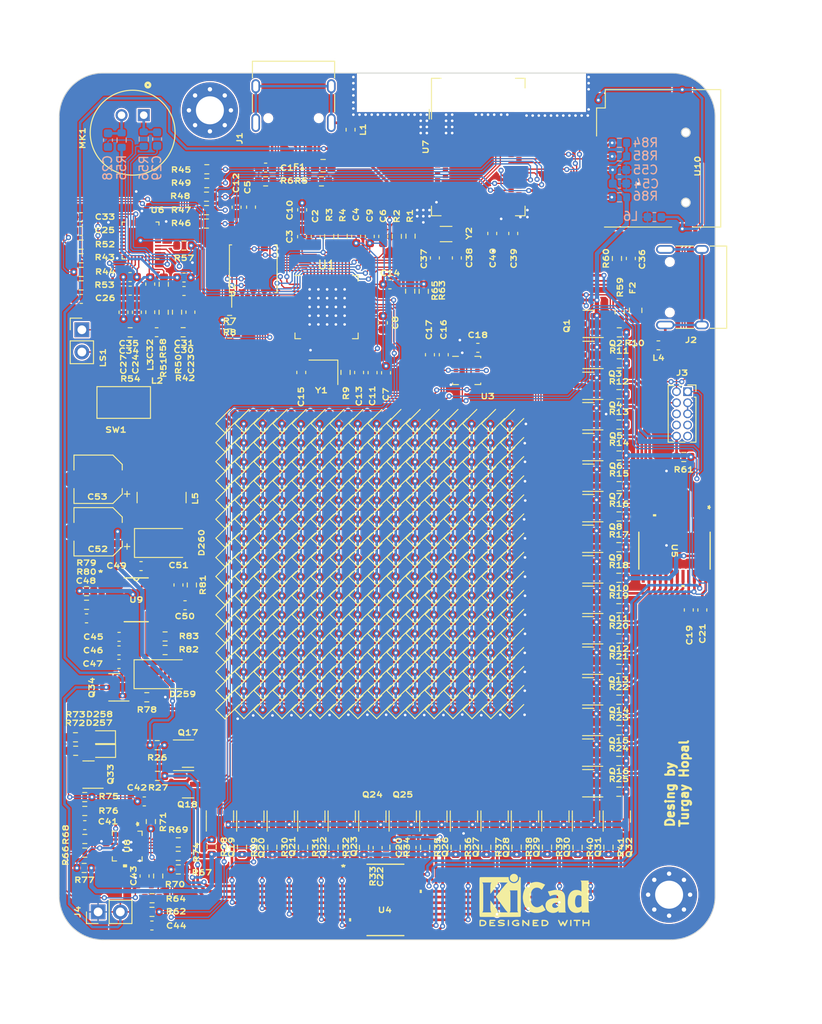
<source format=kicad_pcb>
(kicad_pcb (version 20221018) (generator pcbnew)
  (layers (0 "F.Cu" signal) (31 "B.Cu" signal) (34 "B.Paste" user) (35 "F.Paste" user) (36 "B.SilkS" user "B.Silkscreen") (37 "F.SilkS" user "F.Silkscreen") (38 "B.Mask" user) (39 "F.Mask" user) (44 "Edge.Cuts" user))
  (net 0 "")
  (net 1 "GND")
  (net 2 "Net-(C1-Pad2)")
  (net 3 "+1V1")
  (net 4 "+3V3")
  (net 5 "Net-(C13-Pad1)")
  (net 6 "/RP2040/XIN")
  (net 7 "/Audio/AUDIO_D3V3")
  (net 8 "VSSA")
  (net 9 "/Audio/AUDIO_3V3")
  (net 10 "/Audio/SDA")
  (net 11 "/Audio/SCL")
  (net 12 "/Audio/SPK_3V3")
  (net 13 "Net-(MK1-+)")
  (net 14 "/Audio/LMICP")
  (net 15 "Net-(MK1--)")
  (net 16 "/Audio/LMICN")
  (net 17 "/Audio/MIC_BIAS")
  (net 18 "/Audio/VREF")
  (net 19 "Net-(C36-Pad2)")
  (net 20 "/NRF5280 Module/XL1")
  (net 21 "/NRF5280 Module/XL2")
  (net 22 "VBUS")
  (net 23 "Net-(U8-TPRG)")
  (net 24 "/L6924DV/VREF")
  (net 25 "+BATT")
  (net 26 "/TPS54331/VIN")
  (net 27 "Net-(U9-SS)")
  (net 28 "/TPS54331/BOOT")
  (net 29 "Net-(U9-BOOT)")
  (net 30 "Net-(U9-COMP)")
  (net 31 "Net-(C50-Pad2)")
  (net 32 "/LED's/C1")
  (net 33 "/LED's/R1")
  (net 34 "/LED's/R2")
  (net 35 "/LED's/R3")
  (net 36 "/LED's/R4")
  (net 37 "/LED's/R5")
  (net 38 "/LED's/R6")
  (net 39 "/LED's/R7")
  (net 40 "/LED's/R8")
  (net 41 "/LED's/R9")
  (net 42 "/LED's/R10")
  (net 43 "/LED's/R11")
  (net 44 "/LED's/R12")
  (net 45 "/LED's/R13")
  (net 46 "/LED's/R14")
  (net 47 "/LED's/R15")
  (net 48 "/LED's/R16")
  (net 49 "/LED's/C2")
  (net 50 "/LED's/C3")
  (net 51 "/LED's/C4")
  (net 52 "/LED's/C5")
  (net 53 "/LED's/C6")
  (net 54 "/LED's/C7")
  (net 55 "/LED's/C8")
  (net 56 "/LED's/C9")
  (net 57 "/LED's/C10")
  (net 58 "/LED's/C11")
  (net 59 "/LED's/C12")
  (net 60 "/LED's/C13")
  (net 61 "/LED's/C14")
  (net 62 "/LED's/C15")
  (net 63 "/LED's/C16")
  (net 64 "Net-(D257-K)")
  (net 65 "Net-(D257-A)")
  (net 66 "Net-(D258-K)")
  (net 67 "Net-(D258-A)")
  (net 68 "Net-(J1-CC1)")
  (net 69 "/RP2040/USB_D+")
  (net 70 "/RP2040/USB_D-")
  (net 72 "Net-(J1-CC2)")
  (net 74 "Net-(J1-SHIELD)")
  (net 75 "Net-(J2-CC1)")
  (net 76 "/NRF5280 Module/USB_D+")
  (net 77 "/NRF5280 Module/USB_D-")
  (net 79 "Net-(J2-CC2)")
  (net 81 "Net-(J2-SHIELD)")
  (net 82 "/NRF5280 Module/SWDIO")
  (net 83 "/NRF5280 Module/SWDCLK")
  (net 88 "/NRF5280 Module/NRESET")
  (net 89 "Net-(L6-Pad1)")
  (net 90 "/Audio/RSPKOUT")
  (net 91 "/Audio/LSPKOUT")
  (net 92 "/LED's/R1_A")
  (net 93 "/LED's/R2_A")
  (net 94 "/LED's/R3_A")
  (net 95 "/LED's/R4_A")
  (net 96 "/LED's/R5_A")
  (net 97 "/LED's/R6_A")
  (net 98 "/LED's/R7_A")
  (net 99 "/LED's/R8_A")
  (net 100 "/LED's/R9_A")
  (net 101 "/LED's/R10_A")
  (net 102 "/LED's/R11_A")
  (net 103 "/LED's/R12_A")
  (net 104 "/LED's/R13_A")
  (net 105 "/LED's/R14_A")
  (net 106 "/LED's/R15_A")
  (net 107 "/LED's/R16_A")
  (net 108 "/LED's/C1_A")
  (net 109 "/LED's/C2_A")
  (net 110 "/LED's/C3_A")
  (net 111 "/LED's/C4_A")
  (net 112 "/LED's/C5_A")
  (net 113 "/LED's/C6_A")
  (net 114 "/LED's/C7_A")
  (net 115 "/LED's/C8_A")
  (net 116 "/LED's/C9_A")
  (net 117 "/LED's/C10_A")
  (net 118 "/LED's/C11_A")
  (net 119 "/LED's/C12_A")
  (net 120 "/LED's/C13_A")
  (net 121 "/LED's/C14_A")
  (net 122 "/LED's/C15_A")
  (net 123 "/LED's/C16_A")
  (net 124 "Net-(Q33-G)")
  (net 125 "/L6924DV/SD")
  (net 126 "GPIO0")
  (net 127 "P1.02")
  (net 128 "GPIO1")
  (net 129 "P1.01")
  (net 130 "/RP2040/USB_DP")
  (net 131 "/RP2040/USB_DM")
  (net 132 "Net-(R7-Pad1)")
  (net 133 "/RP2040/QSPI_SS")
  (net 134 "/RP2040/XOUT")
  (net 135 "P0.06")
  (net 136 "P0.08")
  (net 137 "P0.13")
  (net 138 "/Audio/I2S_MCLK")
  (net 139 "P0.14")
  (net 140 "/Audio/I2S_LRCK")
  (net 141 "P0.15")
  (net 142 "/Audio/I2S_BCLK")
  (net 143 "P0.16")
  (net 144 "/Audio/I2S_DI")
  (net 145 "P0.17")
  (net 146 "/Audio/I2S_DO")
  (net 147 "/Audio/AUDIO_JKDET")
  (net 148 "Net-(U6-MICBIAS)")
  (net 149 "ADC0")
  (net 150 "ADC1")
  (net 151 "/L6924DV/TH")
  (net 152 "ADC2")
  (net 153 "Net-(U8-IPRG)")
  (net 154 "/L6924DV/IPRE")
  (net 155 "/L6924DV/VPRE")
  (net 156 "Net-(U9-EN)")
  (net 157 "/TPS54331/VSENSE")
  (net 158 "P0.19")
  (net 159 "P0.20")
  (net 160 "P0.21")
  (net 161 "GPIO2")
  (net 162 "GPIO3")
  (net 163 "GPIO4")
  (net 164 "GPIO5")
  (net 175 "/RP2040/SWCLK")
  (net 176 "/RP2040/SWD")
  (net 189 "/RP2040/QSPI_SD3")
  (net 190 "/RP2040/QSPI_SCLK")
  (net 191 "/RP2040/QSPI_SD0")
  (net 192 "/RP2040/QSPI_SD2")
  (net 193 "/RP2040/QSPI_SD1")
  (net 231 "P0.22")
  (footprint "LED_SMD:LED_0603_1608Metric" (layer "F.Cu") (at 133.420534 110.025534 45)
    (fp_text reference "D29" hide)
    (fp_text value "LED")
  )
  (footprint "Resistor_SMD:R_0603_1608Metric" (layer "F.Cu") (at 175.758034 81.025534)
    (fp_text reference "R12")
    (fp_text value "10K")
  )
  (footprint "Resistor_SMD:R_0603_1608Metric" (layer "F.Cu") (at 144.505534 78.540534 90)
    (fp_text reference "R9")
    (fp_text value "1K")
  )
  (footprint "Resistor_SMD:R_0603_1608Metric" (layer "F.Cu") (at 114.618034 135.145534 180)
    (fp_text reference "R77")
    (fp_text value "10K")
  )
  (footprint "LED_SMD:LED_0603_1608Metric" (layer "F.Cu") (at 139.945534 83.850534 45)
    (fp_text reference "D65" hide)
    (fp_text value "LED")
  )
  (footprint "Resistor_SMD:R_0603_1608Metric" (layer "F.Cu") (at 114.270534 67.060534)
    (fp_text reference "R44")
    (fp_text value "33R")
  )
  (footprint "Connector_PinHeader_2.54mm:PinHeader_1x02_P2.54mm_Vertical" (layer "F.Cu") (at 114.360534 73.670534)
    (fp_text reference "LS1")
    (fp_text value "Speaker")
  )
  (footprint "Package_TO_SOT_SMD:SOT-23" (layer "F.Cu") (at 172.265534 94.045534 180)
    (fp_text reference "Q7")
    (fp_text value "IRLML6402")
  )
  (footprint "LED_SMD:LED_0603_1608Metric" (layer "F.Cu") (at 155.145534 92.600534 45)
    (fp_text reference "D181" hide)
    (fp_text value "LED")
  )
  (footprint "LED_SMD:LED_0603_1608Metric" (layer "F.Cu") (at 139.945534 101.325534 45)
    (fp_text reference "D73" hide)
    (fp_text value "LED")
  )
  (footprint "LED_SMD:LED_0603_1608Metric" (layer "F.Cu") (at 155.170534 83.850534 45)
    (fp_text reference "D177" hide)
    (fp_text value "LED")
  )
  (footprint "Capacitor_SMD:C_0603_1608Metric" (layer "F.Cu") (at 114.895534 106.635534 180)
    (fp_text reference "C48")
    (fp_text value "10nF")
  )
  (footprint "LED_SMD:LED_0603_1608Metric" (layer "F.Cu") (at 142.120534 92.600534 45)
    (fp_text reference "D85" hide)
    (fp_text value "LED")
  )
  (footprint "LED_SMD:LED_0603_1608Metric" (layer "F.Cu") (at 137.770534 90.400534 45)
    (fp_text reference "D52" hide)
    (fp_text value "LED")
  )
  (footprint "LED_SMD:LED_0603_1608Metric" (layer "F.Cu") (at 131.245534 112.200534 45)
    (fp_text reference "D14" hide)
    (fp_text value "LED")
  )
  (footprint "LED_SMD:LED_0603_1608Metric" (layer "F.Cu") (at 163.795534 103.475534 45)
    (fp_text reference "D250" hide)
    (fp_text value "LED")
  )
  (footprint "Footprints:L-KLS1-TF-003-H1.85-R" (layer "F.Cu") (at 184.105534 57.935534 90)
    (fp_text reference "U10")
    (fp_text value "L-KLS1-TF-003")
    (fp_circle (center -1.2 -0.7) (end -0.7 -0.7) (stroke (width 0.12)) (fill none) (layer "Edge.Cuts"))
    (fp_circle (center 6.8 -0.7) (end 7.3 -0.7) (stroke (width 0.12)) (fill none) (layer "Edge.Cuts"))
  )
  (footprint "MountingHole:MountingHole_3.2mm_M3_Pad_Via" (layer "F.Cu") (at 181.5 138.2)
    (fp_text reference "REF**" hide)
    (fp_text value "MountingHole_3.2mm_M3_Pad_Via")
  )
  (footprint "LED_SMD:LED_0603_1608Metric" (layer "F.Cu") (at 150.795534 94.775534 45)
    (fp_text reference "D150" hide)
    (fp_text value "LED")
  )
  (footprint "LED_SMD:LED_0603_1608Metric" (layer "F.Cu") (at 159.495534 107.825534 45)
    (fp_text reference "D220" hide)
    (fp_text value "LED")
  )
  (footprint "Capacitor_SMD:C_0603_1608Metric" (layer "F.Cu") (at 121.498034 127.545534)
    (fp_text reference "C42")
    (fp_text value "1uF")
  )
  (footprint "LED_SMD:LED_0603_1608Metric" (layer "F.Cu") (at 139.945534 107.850534 45)
    (fp_text reference "D76" hide)
    (fp_text value "LED")
  )
  (footprint "Capacitor_SMD:C_0603_1608Metric" (layer "F.Cu") (at 125.405534 102.820534 90)
    (fp_text reference "C51")
    (fp_text value "47pF")
  )
  (footprint "LED_SMD:LED_0603_1608Metric" (layer "F.Cu") (at 142.120534 116.525534 45)
    (fp_text reference "D96" hide)
    (fp_text value "LED")
  )
  (footprint "Resistor_SMD:R_0603_1608Metric" (layer "F.Cu") (at 167.535534 132.760534 -90)
    (fp_text reference "R39")
    (fp_text value "10K")
  )
  (footprint "Capacitor_SMD:C_0603_1608Metric" (layer "F.Cu") (at 145.715534 63.000534 90)
    (fp_text reference "C4")
    (fp_text value "1uF")
  )
  (footprint "Resistor_SMD:R_0603_1608Metric" (layer "F.Cu") (at 171.035534 132.780534 -90)
    (fp_text reference "R40")
    (fp_text value "10K")
  )
  (footprint "Footprints:MIC_CMA-4544PF-W" (layer "F.Cu") (at 120.165534 51.155534 90)
    (fp_text reference "MK1")
    (fp_text value "Microphone")
  )
  (footprint "Package_TO_SOT_SMD:SOT-23" (layer "F.Cu") (at 140.595534 129.275534 90)
    (fp_text reference "Q22")
    (fp_text value "IRLML6402")
  )
  (footprint "LED_SMD:LED_0603_1608Metric" (layer "F.Cu") (at 139.945534 105.675534 45)
    (fp_text reference "D75" hide)
    (fp_text value "LED")
  )
  (footprint "LED_SMD:LED_0603_1608Metric" (layer "F.Cu") (at 133.420534 90.400534 45)
    (fp_text reference "D20" hide)
    (fp_text value "LED")
  )
  (footprint "LED_SMD:LED_0603_1608Metric" (layer "F.Cu") (at 135.595534 94.775534 45)
    (fp_text reference "D38" hide)
    (fp_text value "LED")
  )
  (footprint "Connector_USB:USB_C_Receptacle_HRO_TYPE-C-31-M-12" (layer "F.Cu") (at 138.560534 46.895534 180)
    (fp_text reference "J1")
    (fp_text value "USB_C_Receptacle_USB2.0")
  )
  (footprint "LED_SMD:LED_0603_1608Metric" (layer "F.Cu") (at 157.320534 94.750534 45)
    (fp_text reference "D198" hide)
    (fp_text value "LED")
  )
  (footprint "LED_SMD:LED_0603_1608Metric" (layer "F.Cu") (at 137.770534 105.675534 45)
    (fp_text reference "D59" hide)
    (fp_text value "LED")
  )
  (footprint "Capacitor_SMD:C_0603_1608Metric" (layer "F.Cu") (at 155.735534 76.520534 90)
    (fp_text reference "C16")
    (fp_text value "100nF")
  )
  (footprint "Resistor_SMD:R_0603_1608Metric" (layer "F.Cu") (at 175.803034 73.965534)
    (fp_text reference "R10")
    (fp_text value "10K")
  )
  (footprint "Package_TO_SOT_SMD:SOT-23" (layer "F.Cu") (at 172.253034 111.470534 180)
    (fp_text reference "Q12")
    (fp_text value "IRLML6402")
  )
  (footprint "LED_SMD:LED_0603_1608Metric" (layer "F.Cu") (at 152.995534 86.025534 45)
    (fp_text reference "D162" hide)
    (fp_text value "LED")
  )
  (footprint "LED_SMD:LED_0603_1608Metric" (layer "F.Cu") (at 146.445534 103.475534 45)
    (fp_text reference "D122" hide)
    (fp_text value "LED")
  )
  (footprint "Resistor_SMD:R_0603_1608Metric" (layer "F.Cu") (at 123.875534 110.255534 180)
    (fp_text reference "R82")
    (fp_text value "10.2K")
  )
  (footprint "Capacitor_SMD:C_0603_1608Metric" (layer "F.Cu") (at 120.650534 71.670534 -90)
    (fp_text reference "C24")
    (fp_text value "10uF")
  )
  (footprint "LED_SMD:LED_0603_1608Metric" (layer "F.Cu") (at 142.120534 107.825534 45)
    (fp_text reference "D92" hide)
    (fp_text value "LED")
  )
  (footprint "LED_SMD:LED_0603_1608Metric" (layer "F.Cu") (at 139.945534 92.600534 45)
    (fp_text reference "D69" hide)
    (fp_text value "LED")
  )
  (footprint "LED_SMD:LED_0603_1608Metric" (layer "F.Cu") (at 144.270534 86.025534 45)
    (fp_text reference "D98" hide)
    (fp_text value "LED")
  )
  (footprint "LED_SMD:LED_0603_1608Metric" (layer "F.Cu") (at 155.170534 86.025534 45)
    (fp_text reference "D178" hide)
    (fp_text value "LED")
  )
  (footprint "LED_SMD:LED_0603_1608Metric" (layer "F.Cu") (at 142.120534 110.000534 45)
    (fp_text reference "D93" hide)
    (fp_text value "LED")
  )
  (footprint "LED_SMD:LED_0603_1608Metric" (layer "F.Cu") (at 161.645534 110.000534 45)
    (fp_text reference "D237" hide)
    (fp_text value "LED")
  )
  (footprint "LED_SMD:LED_0603_1608Metric" (layer "F.Cu") (at 131.245534 107.850534 45)
    (fp_text reference "D12" hide)
    (fp_text value "LED")
  )
  (footprint "LED_SMD:LED_0603_1608Metric" (layer "F.Cu") (at 148.595534 103.475534 45)
    (fp_text reference "D138" hide)
    (fp_text value "LED")
  )
  (footprint "Resistor_SMD:R_0603_1608Metric" (layer "F.Cu") (at 129.195534 132.745534 -90)
    (fp_text reference "R28")
    (fp_text value "10K")
  )
  (footprint "Package_TO_SOT_SMD:SOT-23" (layer "F.Cu") (at 126.488034 122.085534)
    (fp_text reference "Q17")
    (fp_text value "IRLML6402")
  )
  (footprint "LED_SMD:LED_0603_1608Metric" (layer "F.Cu") (at 159.495534 92.575534 45)
    (fp_text reference "D213" hide)
    (fp_text value "LED")
  )
  (footprint "Resistor_SMD:R_0603_1608Metric" (layer "F.Cu") (at 153.605534 132.780534 -90)
    (fp_text reference "R35")
    (fp_text value "10K")
  )
  (footprint "Resistor_SMD:R_0603_1608Metric" (layer "F.Cu") (at 114.270534 68.600534)
    (fp_text reference "R53")
    (fp_text value "33R")
  )
  (footprint "Fuse:Fuse_0805_2012Metric" (layer "F.Cu") (at 177.675 71.45 -90)
    (fp_text reference "F2")
    (fp_text value "6V/1.5A")
  )
  (footprint "Capacitor_SMD:C_0603_1608Metric" (layer "F.Cu") (at 114.693034 130.255534 180)
    (fp_text reference "C41")
    (fp_text value "10nF")
  )
  (footprint "LED_SMD:LED_0603_1608Metric" (layer "F.Cu") (at 159.495534 110.000534 45)
    (fp_text reference "D221" hide)
    (fp_text value "LED")
  )
  (footprint "RF_Module:Raytac_MDBT50Q" (layer "F.Cu") (at 159.680534 52.795534)
    (fp_text reference "U7")
    (fp_text value "MDBT50Q-P1MV2")
  )
  (footprint "LED_SMD:LED_0603_1608Metric" (layer "F.Cu") (at 142.120534 94.775534 45)
    (fp_text reference "D86" hide)
    (fp_text value "LED")
  )
  (footprint "Package_TO_SOT_SMD:SOT-23" (layer "F.Cu") (at 172.265534 101.045534 180)
    (fp_text reference "Q9")
    (fp_text value "IRLML6402")
  )
  (footprint "LED_SMD:LED_0603_1608Metric" (layer "F.Cu") (at 163.795534 116.525534 45)
    (fp_text reference "D256" hide)
    (fp_text value "LED")
  )
  (footprint "LED_SMD:LED_0603_1608Metric" (layer "F.Cu") (at 163.795534 94.750534 45)
    (fp_text reference "D246" hide)
    (fp_text value "LED")
  )
  (footprint "Resistor_SMD:R_0603_1608Metric" (layer "F.Cu") (at 125.388034 135.315534)
    (fp_text reference "R67")
    (fp_text value "3.3K")
  )
  (footprint "LED_SMD:LED_0603_1608Metric" (layer "F.Cu") (at 135.595534 105.675534 45)
    (fp_text reference "D43" hide)
    (fp_text value "LED")
  )
  (footprint "LED_SMD:LED_0603_1608Metric" (layer "F.Cu") (at 131.245534 92.600534 45)
    (fp_text reference "D5" hide)
    (fp_text value "LED")
  )
  (footprint "Resistor_SMD:R_0603_1608Metric" (layer "F.Cu") (at 139.645534 132.765534 -90)
    (fp_text reference "R31")
    (fp_text value "10K")
  )
  (footprint "Capacitor_SMD:C_0603_1608Metric" (layer "F.Cu") (at 139.545534 59.965534 -90)
    (fp_text reference "C10")
    (fp_text value "100nF")
  )
  (footprint "LED_SMD:LED_0603_1608Metric" (layer "F.Cu") (at 137.770534 114.350534 45)
    (fp_text reference "D63" hide)
    (fp_text value "LED")
  )
  (footprint "LED_SMD:LED_0603_1608Metric" (layer "F.Cu") (at 152.970534 96.950534 45)
    (fp_text reference "D167" hide)
    (fp_text value "LED")
  )
  (footprint "Capacitor_SMD:C_0603_1608Metric" (layer "F.Cu") (at 157.230534 65.465534 -90)
    (fp_text reference "C38")
    (fp_text value "12pF")
  )
  (footprint "Package_TO_SOT_SMD:SOT-23" (layer "F.Cu") (at 172.253034 97.545534 180)
    (fp_text reference "Q8")
    (fp_text value "IRLML6402")
  )
  (footprint "LED_SMD:LED_0603_1608Metric" (layer "F.Cu") (at 155.170534 94.750534 45)
    (fp_text reference "D182" hide)
    (fp_text value "LED")
  )
  (footprint "LED_SMD:LED_0603_1608Metric" (layer "F.Cu") (at 152.995534 94.775534 45)
    (fp_text reference "D166" hide)
    (fp_text value "LED")
  )
  (footprint "LED_SMD:LED_0603_1608Metric" (layer "F.Cu") (at 155.170534 107.825534 45)
    (fp_text reference "D188" hide)
    (fp_text value "LED")
  )
  (footprint "Capacitor_SMD:C_0603_1608Metric" (layer "F.Cu") (at 154.155534 76.520534 90)
    (fp_text reference "C17")
    (fp_text value "100nF")
  )
  (footprint "Resistor_SMD:R_0603_1608Metric" (layer "F.Cu") (at 114.895534 105.085534 180)
    (fp_text reference "R80")
    (fp_text value "100K")
  )
  (footprint "Footprints:PW24_TEX" (layer "F.Cu") (at 182.115535 98.899534 -90)
    (fp_text reference "U5")
    (fp_text value "PCA9535PWR")
  )
  (footprint "LED_SMD:LED_0603_1608Metric" (layer "F.Cu") (at 152.995534 88.225534 45)
    (fp_text reference "D163" hide)
    (fp_text value "LED")
  )
  (footprint "Resistor_SMD:R_0603_1608Metric" (layer "F.Cu") (at 126.035534 64.050534 180)
    (fp_text reference "R57")
    (fp_text value "100K")
  )
  (footprint "LED_SMD:LED_0603_1608Metric" (layer "F.Cu") (at 148.620534 83.850534 45)
    (fp_text reference "D129" hide)
    (fp_text value "LED")
  )
  (footprint "Resistor_SMD:R_0603_1608Metric" (layer "F.Cu") (at 128.600534 61.535534 180)
    (fp_text reference "R46")
    (fp_text value "220R")
  )
  (footprint "Capacitor_SMD:C_0603_1608Metric" (layer "F.Cu") (at 114.290534 70.145534 180)
    (fp_text reference "C26")
    (fp_text value "10uF")
  )
  (footprint "LED_SMD:LED_0603_1608Metric" (layer "F.Cu") (at 142.120534 99.150534 45)
    (fp_text reference "D88" hide)
    (fp_text value "LED")
  )
  (footprint "LED_SMD:LED_0603_1608Metric" (layer "F.Cu") (at 142.120534 103.500534 45)
    (fp_text reference "D90" hide)
    (fp_text value "LED")
  )
  (footprint "LED_SMD:LED_0603_1608Metric" (layer "F.Cu") (at 157.320534 99.125534 45)
    (fp_text reference "D200" hide)
    (fp_text value "LED")
  )
  (footprint "Capacitor_SMD:C_0603_1608Metric" (layer "F.Cu") (at 118.605534 110.295534 180)
    (fp_text reference "C46")
    (fp_text value "4.7uF")
  )
  (footprint "LED_SMD:LED_0603_1608Metric" (layer "F.Cu") (at 144.295534 116.525534 45)
    (fp_text reference "D112" hide)
    (fp_text value "LED")
  )
  (footprint "Resistor_SMD:R_0603_1608Metric" (layer "F.Cu") (at 122.385534 138.600534)
    (fp_text reference "R64")
    (fp_text value "200K")
  )
  (footprint "LED_SMD:LED_0603_1608Metric" (layer "F.Cu") (at 142.120534 101.325534 45)
    (fp_text reference "D89" hide)
    (fp_text value "LED")
  )
  (footprint "Resistor_SMD:R_0603_1608Metric" (layer "F.Cu") (at 125.378034 132.225534)
    (fp_text reference "R69")
    (fp_text value "24K")
  )
  (footprint "Package_TO_SOT_SMD:SOT-23" (layer "F.Cu") (at 137.095534 129.275534 90)
    (fp_text reference "Q21")
    (fp_text value "IRLML6402")
  )
  (footprint "Capacitor_SMD:C_0603_1608Metric" (layer "F.Cu") (at 126.155534 105.135534)
    (fp_text reference "C50")
    (fp_text value "1nF")
  )
  (footprint "LED_SMD:LED_0603_1608Metric" (layer "F.Cu") (at 131.245534 105.675534 45)
    (fp_text reference "D11" hide)
    (fp_text value "LED")
  )
  (footprint "LED_SMD:LED_0603_1608Metric" (layer "F.Cu") (at 131.245534 88.200534 45)
    (fp_text reference "D3" hide)
    (fp_text value "LED")
  )
  (footprint "LED_SMD:LED_0603_1608Metric" (layer "F.Cu") (at 135.595534 112.200534 45)
    (fp_text reference "D46" hide)
    (fp_text value "LED")
  )
  (footprint "LED_SMD:LED_0603_1608Metric" (layer "F.Cu") (at 163.795534 110.000534 45)
    (fp_text reference "D253" hide)
    (fp_text value "LED")
  )
  (footprint "LED_SMD:LED_0603_1608Metric" (layer "F.Cu") (at 135.595534 110.025534 45)
    (fp_text reference "D45" hide)
    (fp_text value "LED")
  )
  (footprint "Package_TO_SOT_SMD:SOT-23" (layer "F.Cu") (at 126.500534 125.585534)
    (fp_text reference "Q18")
    (fp_text value "IRLML6402")
  )
  (footprint "LED_SMD:LED_0603_1608Metric" (layer "F.Cu") (at 137.770534 101.325534 45)
    (fp_text reference "D57" hide)
    (fp_text value "LED")
  )
  (footprint "Package_TO_SOT_SMD:SOT-23" (layer "F.Cu") (at 172.265534 104.520534 180)
    (fp_text reference "Q10")
    (fp_text value "IRLML6402")
  )
  (footprint "LED_SMD:LED_0603_1608Metric" (layer "F.Cu") (at 152.995534 92.600534 45)
    (fp_text reference "D165" hide)
    (fp_text value "LED")
  )
  (footprint "Resistor_SMD:R_0603_1608Metric" (layer "F.Cu") (at 175.748034 105.485534)
    (fp_text reference "R19")
    (fp_text value "10K")
  )
  (footprint "LED_SMD:LED_0603_1608Metric" (layer "F.Cu") (at 152.970534 112.175534 45)
    (fp_text reference "D174" hide)
    (fp_text value "LED")
  )
  (footprint "Capacitor_SMD:C_0603_1608Metric" (layer "F.Cu") (at 146.055534 78.550534 90)
    (fp_text reference "C13")
    (fp_text value "22pF")
  )
  (footprint "LED_SMD:LED_0603_1608Metric" (layer "F.Cu") (at 131.245534 101.325534 45)
    (fp_text reference "D9" hide)
    (fp_text value "LED")
  )
  (footprint "LED_SMD:LED_0603_1608Metric" (layer "F.Cu") (at 157.320534 112.175534 45)
    (fp_text reference "D206" hide)
    (fp_text value "LED")
  )
  (footprint "LED_SMD:LED_0603_1608Metric" (layer "F.Cu") (at 144.270534 92.600534 45)
    (fp_text reference "D101" hide)
    (fp_text value "LED")
  )
  (footprint "Resistor_SMD:R_0603_1608Metric" (layer "F.Cu") (at 122.375534 140.160534)
    (fp_text reference "R62")
    (fp_text value "100K")
  )
  (footprint "LED_SMD:LED_0603_1608Metric" (layer "F.Cu") (at 144.295534 105.650534 45)
    (fp_text reference "D107" hide)
    (fp_text value "LED")
  )
  (footprint "LED_SMD:LED_0603_1608Metric" (layer "F.Cu") (at 144.270534 96.950534 45)
    (fp_text reference "D103" hide)
    (fp_text value "LED")
  )
  (footprint "Resistor_SMD:R_0603_1608Metric" (layer "F.Cu") (at 175.748034 102.005534)
    (fp_text reference "R18")
    (fp_text value "10K")
  )
  (footprint "LED_SMD:LED_0603_1608Metric" (layer "F.Cu") (at 155.170534 99.125534 45)
    (fp_text reference "D184" hide)
    (fp_text value "LED")
  )
  (footprint "LED_SMD:LED_0603_1608Metric" (layer "F.Cu") (at 142.120534 83.850534 45)
    (fp_text reference "D81" hide)
    (fp_text value "LED")
  )
  (footprint "LED_SMD:LED_0603_1608Metric" (layer "F.Cu") (at 148.620534 101.300534 45)
    (fp_text reference "D137" hide)
    (fp_text value "LED")
  )
  (footprint "LED_SMD:LED_0603_1608Metric" (layer "F.Cu") (at 161.645534 112.175534 45)
    (fp_text reference "D238" hide)
    (fp_text value "LED")
  )
  (footprint "LED_SMD:LED_0603_1608Metric" (layer "F.Cu") (at 159.495534 94.750534 45)
    (fp_text reference "D214" hide)
    (fp_text value "LED")
  )
  (footprint "LED_SMD:LED_0603_1608Metric" (layer "F.Cu") (at 157.320534 105.650534 45)
    (fp_text reference "D203" hide)
    (fp_text value "LED")
  )
  (footprint "Capacitor_SMD:C_0603_1608Metric" (layer "F.Cu") (at 119.875534 67.650534 180)
    (fp_text reference "C35")
    (fp_text value "100nF")
  )
  (footprint "Capacitor_SMD:C_0603_1608Metric" (layer "F.Cu") (at 149.135534 78.585534 -90)
    (fp_text reference "C7")
    (fp_text value "100nF")
  )
  (footprint "Capacitor_SMD:C_0603_1608Metric" (layer "F.Cu") (at 118.615534 108.745534 180)
    (fp_text reference "C45")
    (fp_text value "4.7uF")
  )
  (footprint "Capacitor_SMD:C_0603_1608Metric" (layer "F.Cu") (at 119.885534 69.200534)
    (fp_text reference "C34")
    (fp_text value "4.7uF")
  )
  (footprint "LED_SMD:LED_0603_1608Metric" (layer "F.Cu") (at 159.495534 103.475534 45)
    (fp_text reference "D218" hide)
    (fp_text value "LED")
  )
  (footprint "LED_SMD:LED_0603_1608Metric" (layer "F.Cu") (at 157.320534 107.825534 45)
    (fp_text reference "D204" hide)
    (fp_text value "LED")
  )
  (footprint "Capacitor_SMD:C_0603_1608Metric" (layer "F.Cu") (at 148.775 72.875 -90)
    (fp_text reference "C8")
    (fp_text value "100nF")
  )
  (footprint "LED_SMD:LED_0603_1608Metric" (layer "F.Cu") (at 135.595534 99.150534 45)
    (fp_text reference "D40" hide)
    (fp_text value "LED")
  )
  (footprint "Capacitor_SMD:C_0603_1608Metric" (layer "F.Cu") (at 126.035534 67.700534)
    (fp_text reference "C31")
    (fp_text value "100nF")
  )
  (footprint "LED_SMD:LED_0603_1608Metric" (layer "F.Cu") (at 150.795534 88.225534 45)
    (fp_text reference "D147" hide)
    (fp_text value "LED")
  )
  (footprint "Resistor_SMD:R_0603_1608Metric" (layer "F.Cu") (at 119.880534 73.960534)
    (fp_text reference "R54")
    (fp_text value "0R")
  )
  (footprint "LED_SMD:LED_0603_1608Metric" (layer "F.Cu") (at 159.495534 90.400534 45)
    (fp_text reference "D212" hide)
    (fp_text value "LED")
  )
  (footprint "Package_TO_SOT_SMD:SOT-23" (layer "F.Cu") (at 172.303034 72.995534 180)
    (fp_text reference "Q1")
    (fp_text value "IRLML6402")
  )
  (footprint "LED_SMD:LED_0603_1608Metric" (layer "F.Cu") (at 135.595534 83.850534 45)
    (fp_text reference "D33" hide)
    (fp_text value "LED")
  )
  (footprint "LED_SMD:LED_0603_1608Metric" (layer "F.Cu") (at 142.120534 96.950534 45)
    (fp_text reference "D87" hide)
    (fp_text value "LED")
  )
  (footprint "LED_SMD:LED_0603_1608Metric" (layer "F.Cu") (at 155.170534 114.350534 45)
    (fp_text reference "D191" hide)
    (fp_text value "LED")
  )
  (footprint "LED_SMD:LED_0603_1608Metric" (layer "F.Cu") (at 137.770534 88.225534 45)
    (fp_text reference "D51" hide)
    (fp_text value "LED")
  )
  (footprint "Resistor_SMD:R_0603_1608Metric" (layer "F.Cu") (at 128.645534 55.335534 180)
    (fp_text reference "R45")
    (fp_text value "220R")
  )
  (footprint "Capacitor_SMD:CP_Elec_5x4.4" (layer "F.Cu") (at 116.215534 90.745534 180)
    (fp_text reference "C53")
    (fp_text value "47uF")
  )
  (footprint "LED_SMD:LED_0603_1608Metric" (layer "F.Cu") (at 139.945534 110.000534 45)
    (fp_text reference "D77" hide)
    (fp_text value "LED")
  )
  (footprint "LED_SMD:LED_0603_1608Metric" (layer "F.Cu") (at 146.445534 94.775534 45)
    (fp_text reference "D118" hide)
    (fp_text value "LED")
  )
  (footprint "Connector_PinHeader_2.54mm:PinHeader_1x02_P2.54mm_Vertical" (layer "F.Cu") (at 116.215534 140.165534 90)
    (fp_text reference "J4")
    (fp_text value "Conn_01x02_Male")
  )
  (footprint "LED_SMD:LED_0603_1608Metric" (layer "F.Cu") (at 133.420534 99.150534 45)
    (fp_text reference "D24" hide)
    (fp_text value "LED")
  )
  (footprint "Resistor_SMD:R_0603_1608Metric" (layer "F.Cu") (at 136.135534 132.765534 -90)
    (fp_text reference "R30")
    (fp_text value "10K")
  )
  (footprint "Capacitor_SMD:C_0603_1608Metric" (layer "F.Cu") (at 126.035534 69.240534)
    (fp_text reference "C30")
    (fp_text value "4.7uF")
  )
  (footprint "Resistor_SMD:R_0603_1608Metric" (layer "F.Cu") (at 142.635534 63.025534 -90)
    (fp_text reference "R3")
    (fp_text value "47R")
  )
  (footprint "Resistor_SMD:R_0603_1608Metric" (layer "F.Cu") (at 150.095534 132.760534 -90)
    (fp_text reference "R34")
    (fp_text value "10K")
  )
  (footprint "Capacitor_SMD:C_0603_1608Metric" (layer "F.Cu") (at 132.05 59.675 90)
    (fp_text reference "C12")
    (fp_text value "100nF")
  )
  (footprint "Package_TO_SOT_SMD:SOT-23" (layer "F.Cu") (at 115.12 124.48 180)
    (fp_text reference "Q33")
    (fp_text value "IRLML5203")
  )
  (footprint "LED_SMD:LED_0603_1608Metric" (layer "F.Cu") (at 155.170534 90.400534 45)
    (fp_text reference "D180" hide)
    (fp_text value "LED")
  )
  (footprint "Crystal:Crystal_SMD_3215-2Pin_3.2x1.5mm" (layer "F.Cu") (at 156.000534 62.735534 180)
    (fp_text reference "Y2")
    (fp_text value "32.768kHz")
  )
  (footprint "Resistor_SMD:R_0603_1608Metric" (layer "F.Cu") (at 125.240534 71.660534 -90)
    (fp_text reference "R50")
    (fp_text value "0R")
  )
  (footprint "LED_SMD:LED_0603_1608Metric" (layer "F.Cu") (at 139.945534 94.775534 45)
    (fp_text reference "D70" hide)
    (fp_text value "LED")
  )
  (footprint "LED_SMD:LED_0603_1608Metric" (layer "F.Cu") (at 137.770534 96.950534 45)
    (fp_text reference "D55" hide)
    (fp_text value "LED")
  )
  (footprint "LED_SMD:LED_0603_1608Metric" (layer "F.Cu") (at 144.270534 88.225534 45)
    (fp_text reference "D99" hide)
    (fp_text value "LED")
  )
  (footprint "Capacitor_SMD:C_0603_1608Metric" (layer "F.Cu") (at 122.175534 68.450534 -90)
    (fp_text reference "C32")
    (fp_text value "100nF")
  )
  (footprint "LED_SMD:LED_0603_1608Metric" (layer "F.Cu") (at 116.72 120.21 180)
    (fp_text reference "D258")
    (fp_text value "LED")
  )
  (footprint "LED_SMD:LED_0603_1608Metric" (layer "F.Cu") (at 144.295534 112.175534 45)
    (fp_text reference "D110" hide)
    (fp_text value "LED")
  )
  (footprint "Resistor_SMD:R_0603_1608Metric" (layer "F.Cu") (at 135.370534 56.715534 180)
    (fp_text reference "R6")
    (fp_text value "5.1K")
  )
  (footprint "LED_SMD:LED_0603_1608Metric" (layer "F.Cu") (at 146.445534 99.150534 45)
    (fp_text reference "D120" hide)
    (fp_text value "LED")
  )
  (footprint "Package_TO_SOT_SMD:SOT-23" (layer "F.Cu") (at 161.545534 129.275534 90)
    (fp_text reference "Q28")
    (fp_text value "IRLML6402")
  )
  (footprint "Capacitor_SMD:C_0603_1608Metric" (layer "F.Cu") (at 159.635534 75.730534)
    (fp_text reference "C18")
    (fp_text value "10uF")
  )
  (footprint "LED_SMD:LED_0603_1608Metric" (layer "F.Cu") (at 142.120534 90.400534 45)
    (fp_text reference "D84" hide)
    (fp_text value "LED")
  )
  (footprint "Package_TO_SOT_SMD:SOT-23" (layer "F.Cu") (at 144.070534 129.275534 90)
    (fp_text reference "Q23")
    (fp_text value "IRLML6402")
  )
  (footprint "Resistor_SMD:R_0603_1608Metric" (layer "F.Cu") (at 114.698034 131.835534 180)
    (fp_text reference "R68")
    (fp_text value "470R")
  )
  (footprint "LED_SMD:LED_0603_1608Metric" (layer "F.Cu") (at 161.620534 86.025534 45)
    (fp_text reference "D226" hide)
    (fp_text value "LED")
  )
  (footprint "LED_SMD:LED_0603_1608Metric" (layer "F.Cu") (at 131.245534 116.550534 45)
    (fp_text reference "D16" hide)
    (fp_text value "LED")
  )
  (footprint "Inductor_SMD:L_TracoPower_TCK-047_5.2x5.8mm" (layer "F.Cu") (at 123.475534 92.835534 90)
    (fp_text reference "L5")
    (fp_text value "6.8uH")
  )
  (footprint "Package_TO_SOT_SMD:SOT-23" (layer "F.Cu") (at 172.265534 80.070534 180)
    (fp_text reference "Q3")
    (fp_text value "IRLML6402")
  )
  (footprint "LED_SMD:LED_0603_1608Metric" (layer "F.Cu") (at 139.945534 112.175534 45)
    (fp_text reference "D78" hide)
    (fp_text value "LED")
  )
  (footprint "LED_SMD:LED_0603_1608Metric" (layer "F.Cu") (at 142.120534 114.350534 45)
    (fp_text reference "D95" hide)
    (fp_text value "LED")
  )
  (footprint "Package_DFN_QFN:QFN-56-1EP_7x7mm_P0.4mm_EP5.6x5.6mm" (layer "F.Cu") (at 142.335534 71.078034)
    (fp_text reference "U1")
    (fp_text value "RP2040")
  )
  (footprint "LED_SMD:LED_0603_1608Metric" (layer "F.Cu") (at 150.795534 90.400534 45)
    (fp_text reference "D148" hide)
    (fp_text value "LED")
  )
  (footprint "LED_SMD:LED_0603_1608Metric" (layer "F.Cu") (at 155.170534 103.475534 45)
    (fp_text reference "D186" hide)
    (fp_text value "LED")
  )
  (footprint "LED_SMD:LED_0603_1608Metric" (layer "F.Cu") (at 157.320534 116.525534 45)
    (fp_text reference "D208" hide)
    (fp_text value "LED")
  )
  (footprint "Capacitor_SMD:C_0603_1608Metric" (layer "F.Cu") (at 185.3 105.675 -90)
    (fp_text reference "C21")
    (fp_text value "1uF")
  )
  (footprint "LED_SMD:LED_0603_1608Metric" (layer "F.Cu") (at 144.270534 94.775534 45)
    (fp_text reference "D102" hide)
    (fp_text value "LED")
  )
  (footprint "LED_SMD:LED_0603_1608Metric" (layer "F.Cu") (at 144.270534 101.325534 45)
    (fp_text reference "D105" hide)
    (fp_text value "LED")
  )
  (footprint "LED_SMD:LED_0603_1608Metric" (layer "F.Cu") (at 133.420534 112.200534 45)
    (fp_text reference "D30" hide)
    (fp_text value "LED")
  )
  (footprint "LED_SMD:LED_0603_1608Metric" (layer "F.Cu") (at 150.795534 96.950534 45)
    (fp_text reference "D151" hide)
    (fp_text value "LED")
  )
  (footprint "Resistor_SMD:R_0603_1608Metric" (layer "F.Cu") (at 141.750534 56.715534)
    (fp_text reference "R5")
    (fp_text value "5.1K")
  )
  (footprint "Resistor_SMD:R_0603_1608Metric" (layer "F.Cu") (at 146.615534 132.780534 -90)
    (fp_text reference "R33")
    (fp_text value "10K")
  )
  (footprint "LED_SMD:LED_0603_1608Metric" (layer "F.Cu") (at 152.970534 110.000534 45)
    (fp_text reference "D173" hide)
    (fp_text value "LED")
  )
  (footprint "LED_SMD:LED_0603_1608Metric" (layer "F.Cu") (at 148.620534 99.150534 45)
    (fp_text reference "D136" hide)
    (fp_text value "LED")
  )
  (footprint "LED_SMD:LED_0603_1608Metric" (layer "F.Cu") (at 157.320534 92.575534 45)
    (fp_text reference "D197" hide)
    (fp_text value "LED")
  )
  (footprint "LED_SMD:LED_0603_1608Metric" (layer "F.Cu") (at 133.420534 86.025534 45)
    (fp_text reference "D18" hide)
    (fp_text value "LED")
  )
  (footprint "LED_SMD:LED_0603_1608Metric" (layer "F.Cu") (at 161.645534 92.575534 45)
    (fp_text reference "D229" hide)
    (fp_text value "LED")
  )
  (footprint "LED_SMD:LED_0603_1608Metric" (layer "F.Cu") (at 131.245534 110.025534 45)
    (fp_text reference "D13" hide)
    (fp_text value "LED")
  )
  (footprint "LED_SMD:LED_0603_1608Metric" (layer "F.Cu") (at 148.595534 116.525534 45)
    (fp_text reference "D144" hide)
    (fp_text value "LED")
  )
  (footprint "LED_SMD:LED_0603_1608Metric" (layer "F.Cu") (at 139.945534 96.950534 45)
    (fp_text reference "D71" hide)
    (fp_text value "LED")
  )
  (footprint "Resistor_SMD:R_0603_1608Metric" (layer "F.Cu") (at 175.768034 88.035534)
    (fp_text reference "R14")
    (fp_text value "10K")
  )
  (footprint "Resistor_SMD:R_0603_1608Metric" (layer "F.Cu") (at 175.798034 77.505534)
    (fp_text reference "R11")
    (fp_text value "10K")
  )
  (footprint "LED_SMD:LED_0603_1608Metric" (layer "F.Cu") (at 159.495534 116.525534 45)
    (fp_text reference "D224" hide)
    (fp_text value "LED")
  )
  (footprint "LED_SMD:LED_0603_1608Metric" (layer "F.Cu") (at 137.770534 92.600534 45)
    (fp_text reference "D53" hide)
    (fp_text value "LED")
  )
  (footprint "Capacitor_SMD:C_0603_1608Metric" (layer "F.Cu") (at 139.445534 78.545534 90)
    (fp_text reference "C15")
    (fp_text value "22pF")
  )
  (footprint "Fuse:Fuse_0805_2012Metric" (layer "F.Cu") (at 141.940534 54.925534)
    (fp_text reference "F1")
    (fp_text value "6V/1.5A")
  )
  (footprint "LED_SMD:LED_0603_1608Metric" (layer "F.Cu") (at 146.445534 107.825534 45)
    (fp_text reference "D124" hide)
    (fp_text value "LED")
  )
  (footprint "Capacitor_SMD:C_0603_1608Metric" (layer "F.Cu") (at 121.125534 100.665534 180)
    (fp_text reference "C49")
    (fp_text value "1nF")
  )
  (footprint "LED_SMD:LED_0603_1608Metric" (layer "F.Cu") (at 157.320534 110.000534 45)
    (fp_text reference "D205" hide)
    (fp_text value "LED")
  )
  (footprint "LED_SMD:LED_0603_1608Metric" (layer "F.Cu") (at 148.595534 107.825534 45)
    (fp_text reference "D140" hide)
    (fp_text value "LED")
  )
  (footprint "LED_SMD:LED_0603_1608Metric" (layer "F.Cu") (at 157.320534 83.850534 45)
    (fp_text reference "D193" hide)
    (fp_text value "LED")
  )
  (footprint "LED_SMD:LED_0603_1608Metric" (layer "F.Cu") (at 152.970534 105.650534 45)
    (fp_text reference "D171" hide)
    (fp_text value "LED")
  )
  (footprint "LED_SMD:LED_0603_1608Metric" (layer "F.Cu") (at 163.795534 114.350534 45)
    (fp_text reference "D255" hide)
    (fp_text value "LED")
  )
  (footprint "Symbol:KiCad-Logo2_5mm_SilkScreen" (layer "F.Cu") (at 166.1 138.8)
    (fp_text reference "REF**" hide)
    (fp_text value "KiCad-Logo2_5mm_SilkScreen" hide)
  )
  (footprint "LED_SMD:LED_0603_1608Metric" (layer "F.Cu") (at 161.645534 103.475534 45)
    (fp_text reference "D234" hide)
    (fp_text value "LED")
  )
  (footprint "Diode_SMD:D_SMA" (layer "F.Cu") (at 123.885534 98.025534)
    (fp_text reference "D260")
    (fp_text value "B340")
  )
  (footprint "Capacitor_SMD:C_0603_1608Metric" (layer "F.Cu") (at 114.270534 62.375534 180)
    (fp_text reference "C25")
    (fp_text value "10uF")
  )
  (footprint "LED_SMD:LED_0603_1608Metric" (layer "F.Cu") (at 137.770534 112.175534 45)
    (fp_text reference "D62" hide)
    (fp_text value "LED")
  )
  (footprint "LED_SMD:LED_0603_1608Metric" (layer "F.Cu") (at 146.445534 101.325534 45)
    (fp_text reference "D121" hide)
    (fp_text value "LED")
  )
  (footprint "LED_SMD:LED_0603_1608Metric" (layer "F.Cu") (at 159.495534 112.175534 45)
    (fp_text reference "D222" hide)
    (fp_text value "LED")
  )
  (footprint "LED_SMD:LED_0603_1608Metric" (layer "F.Cu") (at 150.795534 86.025534 45)
    (fp_text reference "D146" hide)
    (fp_text value "LED")
  )
  (footprint "LED_SMD:LED_0603_1608Metric" (layer "F.Cu") (at 161.645534 88.200534 45)
    (fp_text reference "D227" hide)
    (fp_text value "LED")
  )
  (footprint "Package_SO:SOIC-8_5.23x5.23mm_P1.27mm" (layer "F.Cu") (at 133.955534 66.700534 90)
    (fp_text reference "U2")
    (fp_text value "W25Q128JVS")
  )
  (footprint "Resistor_SMD:R_0603_1608Metric" (layer "F.Cu") (at 175.748034 108.945534)
    (fp_text reference "R20")
    (fp_text value "10K")
  )
  (footprint "LED_SMD:LED_0603_1608Metric" (layer "F.Cu") (at 155.170534 110.000534 45)
    (fp_text reference "D189" hide)
    (fp_text value "LED")
  )
  (footprint "LED_SMD:LED_0603_1608Metric" (layer "F.Cu") (at 155.170534 116.525534 45)
    (fp_text reference "D192" hide)
    (fp_text value "LED")
  )
  (footprint "Package_TO_SOT_SMD:SOT-23" (layer "F.Cu") (at 147.570534 129.275534 90)
    (fp_text reference "Q24")
    (fp_text value "IRLML6402")
  )
  (footprint "Package_TO_SOT_SMD:SOT-23" (layer "F.Cu") (at 172.240534 121.970534 180)
    (fp_text reference "Q15")
    (fp_text value "IRLML6402")
  )
  (footprint "Resistor_SMD:R_0603_1608Metric" (layer "F.Cu") (at 175.748034 98.505534)
    (fp_text reference "R17")
    (fp_text value "10K")
  )
  (footprint "Package_LGA:LGA-16_3x3mm_P0.5mm_LayoutBorder3x5y" (layer "F.Cu") (at 158.355534 78.315534)
    (fp_text reference "U3")
    (fp_text value "LIS3DH")
  )
  (footprint "LED_SMD:LED_0603_1608Metric" (layer "F.Cu") (at 155.170534 101.300534 45)
    (fp_text reference "D185" hide)
    (fp_text value "LED")
  )
  (footprint "LED_SMD:LED_0603_1608Metric" (layer "F.Cu") (at 157.320534 101.300534 45)
    (fp_text reference "D201" hide)
    (fp_text value "LED")
  )
  (footprint "LED_SMD:LED_0603_1608Metric" (layer "F.Cu") (at 133.420534 107.850534 45)
    (fp_text reference "D28" hide)
    (fp_text value "LED")
  )
  (footprint "LED_SMD:LED_0603_1608Metric" (layer "F.Cu") (at 131.245534 99.150534 45)
    (fp_text reference "D8" hide)
    (fp_text value "LED")
  )
  (footprint "Crystal:Crystal_SMD_2520-4Pin_2.5x2.0mm" (layer "F.Cu") (at 141.975534 78.530534 180)
    (fp_text reference "Y1")
    (fp_text value "12MHz")
  )
  (footprint "LED_SMD:LED_0603_1608Metric" (layer "F.Cu") (at 144.270534 83.850534 45)
    (fp_text reference "D97" hide)
    (fp_text value "LED")
  )
  (footprint "LED_SMD:LED_0603_1608Metric" (layer "F.Cu") (at 159.495534 114.350534 45)
    (fp_text reference "D223" hide)
    (fp_text value "LED")
  )
  (footprint "LED_SMD:LED_0603_1608Metric" (layer "F.Cu") (at 131.245534 86.025534 45)
    (fp_text reference "D2" hide)
    (fp_text value "LED")
  )
  (footprint "LED_SMD:LED_0603_1608Metric" (layer "F.Cu") (at 144.295534 107.825534 45)
    (fp_text reference "D108" hide)
    (fp_text value "LED")
  )
  (footprint "LED_SMD:LED_0603_1608Metric" (layer "F.Cu") (at 152.970534 107.825534 45)
    (fp_text reference "D172" hide)
    (fp_text value "LED")
  )
  (footprint "LED_SMD:LED_0603_1608Metric" (layer "F.Cu") (at 135.595534 107.850534 45)
    (fp_text reference "D44" hide)
    (fp_text value "LED")
  )
  (footprint "Capacitor_SMD:C_0603_1608Metric" (layer "F.Cu") (at 126.770534 71.660534 -90)
    (fp_text reference "C23")
    (fp_text value "10uF")
  )
  (footprint "LED_SMD:LED_0603_1608Metric" (layer "F.Cu") (at 157.320534 96.950534 45)
    (fp_text reference "D199" hide)
    (fp_text value "LED")
  )
  (footprint "LED_SMD:LED_0603_1608Metric" (layer "F.Cu") (at 135.595534 90.400534 45)
    (fp_text reference "D36" hide)
    (fp_text value "LED")
  )
  (footprint "Resistor_SMD:R_0603_1608Metric" (layer "F.Cu") (at 153.445534 69.275534 90)
    (fp_text reference "R63")
    (fp_text value "100K")
  )
  (footprint "LED_SMD:LED_0603_1608Metric" (layer "F.Cu") (at 157.320534 86.025534 45)
    (fp_text reference "D194" hide)
    (fp_text value "LED")
  )
  (footprint "LED_SMD:LED_0603_1608Metric" (layer "F.Cu") (at 161.645534 94.750534 45)
    (fp_text reference "D230" hide)
    (fp_text value "LED")
  )
  (footprint "LED_SMD:LED_0603_1608Metric" (layer "F.Cu") (at 133.420534 116.525534 45)
    (fp_text reference "D32" hide)
    (fp_text value "LED")
  )
  (footprint "Package_TO_SOT_SMD:SOT-23" (layer "F.Cu") (at 172.253034 118.470534 180)
    (fp_text reference "Q14")
    (fp_text value "IRLML6402")
  )
  (footprint "LED_SMD:LED_0603_1608Metric" (layer "F.Cu") (at 152.970534 116.525534 45)
    (fp_text reference "D176" hide)
    (fp_text value "LED")
  )
  (footprint "LED_SMD:LED_0603_1608Metric" (layer "F.Cu") (at 159.470534 86.025534 45)
    (fp_text reference "D210" hide)
    (fp_text value "LED")
  )
  (footprint "Resistor_SMD:R_0603_1608Metric" (layer "F.Cu") (at 150.365534 63.000534 90)
    (fp_text reference "R2")
    (fp_text value "0R")
  )
  (footprint "Capacitor_SMD:C_0603_1608Metric" (layer "F.Cu") (at 161.280534 62.670534 90)
    (fp_text reference "C40")
    (fp_text value "4.7uF")
  )
  (footprint "Resistor_SMD:R_0603_1608Metric" (layer "F.Cu") (at 114.895534 103.525534)
    (fp_text reference "R79")
    (fp_text value "150K")
  )
  (footprint "Resistor_SMD:R_0603_1608Metric" (layer "F.Cu") (at 113.65 121.76 180)
    (fp_text reference "R72")
    (fp_text value "1K")
  )
  (footprint "Capacitor_SMD:C_0603_1608Metric" (layer "F.Cu") (at 121.528034 136.065534 -90)
    (fp_text reference "C43")
    (fp_text value "1nF")
  )
  (footprint "LED_SMD:LED_0603_1608Metric" (layer "F.Cu") (at 157.320534 90.400534 45)
    (fp_text reference "D196" hide)
    (fp_text value "LED")
  )
  (footprint "LED_SMD:LED_0603_1608Metric" (layer "F.Cu") (at 135.595534 103.500534 45)
    (fp_text reference "D42" hide)
    (fp_text value "LED")
  )
  (footprint "Package_TO_SOT_SMD:SOT-23" (layer "F.Cu") (at 172.253034 125.470534 180)
    (fp_text reference "Q16")
    (fp_text value "IRLML6402")
  )
  (footprint "Resistor_SMD:R_0603_1608Metric" (layer "F.Cu") (at 175.748034 126.435534)
    (fp_text reference "R25")
    (fp_text value "10K")
  )
  (footprint "LED_SMD:LED_0603_1608Metric" (layer "F.Cu") (at 139.945534 90.400534 45)
    (fp_text reference "D68" hide)
    (fp_text value "LED")
  )
  (footprint "Resistor_SMD:R_0603_1608Metric" (layer "F.Cu") (at 131.25 72.55 180)
    (fp_text reference "R8")
    (fp_text value "DNF")
  )
  (footprint "LED_SMD:LED_0603_1608Metric" (layer "F.Cu") (at 135.595534 86.025534 45)
    (fp_text reference "D34" hide)
    (fp_text value "LED")
  )
  (footprint "LED_SMD:LED_0603_1608Metric" (layer "F.Cu") (at 131.245534 83.850534 45)
    (fp_text reference "D1" hide)
    (fp_text value "LED")
  )
  (footprint "LED_SMD:LED_0603_1608Metric" (layer "F.Cu") (at 150.795534 110.000534 45)
    (fp_text reference "D157" hide)
    (fp_text value "LED")
  )
  (footprint "Package_TO_SOT_SMD:SOT-23" (layer "F.Cu") (at 172.265534 87.070534 180)
    (fp_text reference "Q5")
    (fp_text value "IRLML6402")
  )
  (footprint "LED_SMD:LED_0603_1608Metric" (layer "F.Cu") (at 155.170534 112.175534 45)
    (fp_text reference "D190" hide)
    (fp_text value "LED")
  )
  (footprint "Resistor_SMD:R_0603_1608Metric" (layer "F.Cu") (at 123.710534 71.670534 -90)
    (fp_text reference "R51")
    (fp_text value "0R")
  )
  (footprint "Package_TO_SOT_SMD:SOT-23" (layer "F.Cu") (at 172.265534 83.545534 180)
    (fp_text reference "Q4")
    (fp_text value "IRLML6402")
  )
  (footprint "LED_SMD:LED_0603_1608Metric" (layer "F.Cu") (at 148.620534 90.400534 45)
    (fp_text reference "D132" hide)
    (fp_text value "LED")
  )
  (footprint "Button_Switch_SMD:SW_SPST_FSMSM" (layer "F.Cu") (at 119.145534 81.975534)
    (fp_text reference "SW1")
    (fp_text value "BOOT")
  )
  (footprint "LED_SMD:LED_0603_1608Metric" (layer "F.Cu") (at 150.795534 101.300534 45)
    (fp_text reference "D153" hide)
    (fp_text value "LED")
  )
  (footprint "LED_SMD:LED_0603_1608Metric" (layer "F.Cu") (at 144.270534 90.400534 45)
    (fp_text reference "D100" hide)
    (fp_text value "LED")
  )
  (footprint "Package_TO_SOT_SMD:SOT-23" (layer "F.Cu") (at 154.545534 129.275534 90)
    (fp_text reference "Q26")
    (fp_text value "IRLML6402")
  )
  (footprint "LED_SMD:LED_0603_1608Metric" (layer "F.Cu") (at 152.995534 90.400534 45)
    (fp_text reference "D164" hide)
    (fp_text value "LED")
  )
  (footprint "LED_SMD:LED_0603_1608Metric" (layer "F.Cu") (at 148.620534 92.600534 45)
    (fp_text reference "D133" hide)
    (fp_text value "LED")
  )
  (footprint "Package_TO_SOT_SMD:SOT-23" (layer "F.Cu") (at 172.290534 76.545534 180)
    (fp_text reference "Q2")
    (fp_text value "IRLML6402")
  )
  (footprint "LED_SMD:LED_0603_1608Metric" (layer "F.Cu") (at 163.795534 112.175534 45)
    (fp_text reference "D254" hide)
    (fp_text value "LED")
  )
  (footprint "LED_SMD:LED_0603_1608Metric" (layer "F.Cu") (at 161.645534 107.825534 45)
    (fp_text reference "D236" hide)
    (fp_text value "LED")
  )
  (footprint "Package_TO_SOT_SMD:SOT-23" (layer "F.Cu") (at 175.520534 129.275534 90)
    (fp_text reference "Q32")
    (fp_text value "IRLML6402")
  )
  (footprint "Capacitor_SMD:C_0603_1608Metric" (layer "F.Cu") (at 119.120534 71.670534 -90)
    (fp_text reference "C27")
    (fp_text value "10uF")
  )
  (footprint "Resistor_SMD:R_0603_1608Metric" (layer "F.Cu") (at 123.875534 108.705534)
    (fp_text reference "R83")
    (fp_text value "3.24K")
  )
  (footprint "Resistor_SMD:R_0603_1608Metric" (layer "F.Cu") (at 114.693034 128.635534 180)
    (fp_text reference "R76")
    (fp_text value "10K")
  )
  (footprint "Resistor_SMD:R_0603_1608Metric" (layer "F.Cu") (at 175.748034 112.415534)
    (fp_text reference "R21")
    (fp_text value "10K")
  )
  (footprint "Inductor_SMD:L_0603_1608Metric" (layer "F.Cu") (at 180.275 75.45 180)
    (fp_text reference "L4")
    (fp_text value "220R")
  )
  (footprint "LED_SMD:LED_0603_1608Metric" (layer "F.Cu") (at 131.245534 94.775534 45)
    (fp_text reference "D6" hide)
    (fp_text value "LED")
  )
  (footprint "LED_SMD:LED_0603_1608Metric" (layer "F.Cu") (at 131.245534 114.375534 45)
    (fp_text reference "D15" hide)
    (fp_text value "LED")
  )
  (footprint "Resistor_SMD:R_0603_1608Metric" (layer "F.Cu") (at 126.935534 102.820534 90)
    (fp_text reference "R81")
    (fp_text value "29.4K")
  )
  (footprint "LED_SMD:LED_0603_1608Metric" (layer "F.Cu") (at 157.320534 114.350534 45)
    (fp_text reference "D207" hide)
    (fp_text value "LED")
  )
  (footprint "Resistor_SMD:R_0603_1608Metric" (layer "F.Cu") (at 128.610534 60.005534 180)
    (fp_text reference "R47")
    (fp_text value "220R")
  )
  (footprint "LED_SMD:LED_0603_1608Metric" (layer "F.Cu") (at 159.495534 105.650534 45)
    (fp_text reference "D219" hide)
    (fp_text value "LED")
  )
  (footprint "LED_SMD:LED_0603_1608Metric" (layer "F.Cu") (at 161.645534 116.525534 45)
    (fp_text reference "D240" hide)
    (fp_text value "LED")
  )
  (footprint "LED_SMD:LED_0603_1608Metric" (layer "F.Cu") (at 163.795534 88.200534 45)
    (fp_text reference "D243" hide)
    (fp_text value "LED")
  )
  (footprint "Connector_PinSocket_1.27mm:PinSocket_2x05_P1.27mm_Vertical" (layer "F.Cu") (at 183.615534 80.735534)
    (fp_text reference "J3")
    (fp_text value "NRF_Debug")
  )
  (footprint "Resistor_SMD:R_0603_1608Metric" (layer "F.Cu") (at 123.005534 124.630534 180)
    (fp_text reference "R27")
    (fp_text value "10K")
  )
  (footprint "LED_SMD:LED_0603_1608Metric" (layer "F.Cu") (at 146.445534 83.850534 45)
    (fp_text reference "D113" hide)
    (fp_text value "LED")
  )
  (footprint "Resistor_SMD:R_0603_1608Metric" (layer "F.Cu") (at 114.698034 133.395534 180)
    (fp_text reference "R66")
    (fp_text value "1K")
  )
  (footprint "LED_SMD:LED_0603_1608Metric" (layer "F.Cu") (at 157.320534 88.225534 45)
    (fp_text reference "D195" hide)
    (fp_text value "LED")
  )
  (footprint "LED_SMD:LED_0603_1608Metric" (layer "F.Cu") (at 133.420534 92.600534 45)
    (fp_text reference "D21" hide)
    (fp_text value "LED")
  )
  (footprint "LED_SMD:LED_0603_1608Metric" (layer "F.Cu") (at 133.420534 94.775534 45)
    (fp_text reference "D22" hide)
    (fp_text value "LED")
  )
  (footprint "LED_SMD:LED_0603_1608Metric" (layer "F.Cu") (at 135.595534 114.350534 45)
    (fp_text reference "D47" hide)
    (fp_text value "LED")
  )
  (footprint "LED_SMD:LED_0603_1608Metric" (layer "F.Cu") (at 146.445534 96.950534 45)
    (fp_text reference "D119" hide)
    (fp_text value "LED")
  )
  (footprint "LED_SMD:LED_0603_1608Metric" (layer "F.Cu") (at 139.945534 86.025534 45)
    (fp_text reference "D66" hide)
    (fp_text value "LED")
  )
  (footprint "Resistor_SMD:R_0603_1608Metric" (layer "F.Cu") (at 144.175534 63.005534 -90)
    (fp_text reference "R4")
    (fp_text value "47R")
  )
  (footprint "LED_SMD:LED_0603_1608Metric" (layer "F.Cu") (at 144.270534 103.500534 45)
    (fp_text reference "D106" hide)
    (fp_text value "LED")
  )
  (footprint "LED_SMD:LED_0603_1608Metric" (layer "F.Cu") (at 152.970534 114.350534 45)
    (fp_text reference "D175" hide)
    (fp_text value "LED")
  )
  (footprint "LED_SMD:LED_0603_1608Metric" (layer "F.Cu") (at 150.795534 103.475534 45)
    (fp_text reference "D154" hide)
    (fp_text value "LED")
  )
  (footprint "Capacitor_SMD:C_0603_1608Metric" (layer "F.Cu") (at 148.815534 63.005534 90)
    (fp_text reference "C6")
    (fp_text value "1uF")
  )
  (footprint "Capacitor_SMD:C_0603_1608Metric" (layer "F.Cu") (at 148.175 132.825 90)
    (fp_text reference "C22")
    (fp_text value "1uF")
  )
  (footprint "LED_SMD:LED_0603_1608Metric" (layer "F.Cu") (at 163.795534 86.025534 45)
    (fp_text reference "D242" hide)
    (fp_text value "LED")
  )
  (footprint "Resistor_SMD:R_0603_1608Metric" (layer "F.Cu") (at 114.270534 63.940534)
    (fp_text reference "R52")
    (fp_text value "33R")
  )
  (footprint "LED_SMD:LED_0603_1608Metric" (layer "F.Cu") (at 161.645534 101.300534 45)
    (fp_text reference "D233" hide)
    (fp_text value "LED")
  )
  (footprint "Capacitor_SMD:C_0603_1608Metric" (layer "F.Cu") (at 135.370534 55.145534)
    (fp_text reference "C1")
    (fp_text value "1uF")
  )
  (footprint "LED_SMD:LED_0603_1608Metric" (layer "F.Cu") (at 163.795534 105.650534 45)
    (fp_text reference "D251" hide)
    (fp_text value "LED")
  )
  (footprint "Resistor_SMD:R_0603_1608Metric" (layer "F.Cu") (at 131.25 74.1)
    (fp_text reference "R7")
    (fp_text value "1K")
  )
  (footprint "LED_SMD:LED_0603_1608Metric" (layer "F.Cu") (at 159.470534 88.225534 45)
    (fp_text reference "D211" hide)
    (fp_text value "LED")
  )
  (footprint "LED_SMD:LED_0603_1608Metric" (layer "F.Cu") (at 150.795534 83.850534 45)
    (fp_text reference "D145" hide)
    (fp_text value "LED")
  )
  (footprint "Package_TO_SOT_SMD:SOT-23" (layer "F.Cu") (at 172.278034 90.570534 180)
    (fp_text reference "Q6")
    (fp_text value "IRLML6402")
  )
  (footprint "LED_SMD:LED_0603_1608Metric" (layer "F.Cu") (at 146.445534 110.000534 45)
    (fp_text reference "D125" hide)
    (fp_text value "LED")
  )
  (footprint "LED_SMD:LED_0603_1608Metric" (layer "F.Cu") (at 139.945534 103.500534 45)
    (fp_text reference "D74" hide)
    (fp_text value "LED")
  )
  (footprint "Resistor_SMD:R_0603_1608Metric" (layer "F.Cu") (at 175.535534 65.525534 90)
    (fp_text reference "R60")
    (fp_text value "5.1K")
  )
  (footprint "Resistor_SMD:R_0603_1608Metric" (layer "F.Cu") (at 122.248034 129.845534 90)
    (fp_text reference "R71")
    (fp_text value "62K")
  )
  (footprint "LED_SMD:LED_0603_1608Metric" (layer "F.Cu") (at 133.420534 105.675534 45)
    (fp_text reference "D27" hide)
    (fp_text value "LED")
  )
  (footprint "Capacitor_SMD:C_0603_1608Metric" (layer "F.Cu") (at 177.125534 65.525534 -90)
    (fp_text reference "C36")
    (fp_text value "1uF")
  )
  (footprint "LED_SMD:LED_0603_1608Metric" (layer "F.Cu") (at 159.470534 83.850534 45)
    (fp_text reference "D209" hide)
    (fp_text value "LED")
  )
  (footprint "Resistor_SMD:R_0603_1608Metric" (layer "F.Cu") (at 175.758034 84.495534)
    (fp_text reference "R13")
    (fp_text value "10K")
  )
  (footprint "LED_SMD:LED_0603_1608Metric" (layer "F.Cu") (at 137.770534 86.025534 45)
    (fp_text reference "D50" hide)
    (fp_text value "LED")
  )
  (footprint "LED_SMD:LED_0603_1608Metric" (layer "F.Cu") (at 137.770534 103.500534 45)
    (fp_text reference "D58" hide)
    (fp_text value "LED")
  )
  (footprint "LED_SMD:LED_0603_1608Metric" (layer "F.Cu") (at 163.795534 90.400534 45)
    (fp_text reference "D244" hide)
    (fp_text value "LED")
  )
  (footprint "LED_SMD:LED_0603_1608Metric" (layer "F.Cu") (at 137.770534 99.150534 45)
    (fp_text reference "D56" hide)
    (fp_text value "LED")
  )
  (footprint "Inductor_SMD:L_0603_1608Metric" (layer "F.Cu") (at 122.180534 71.660534 90)
    (fp_text reference "L3")
    (fp_text value "FB")
  )
  (footprint "LED_SMD:LED_0603_1608Metric" (layer "F.Cu") (at 155.170534 96.950534 45)
    (fp_text reference "D183" hide)
    (fp_text value "LED")
  )
  (footprint "LED_SMD:LED_0603_1608Metric" (layer "F.Cu") (at 148.620534 88.225534 45)
    (fp_text reference "D131" hide)
    (fp_text value "LED")
  )
  (footprint "Capacitor_SMD:C_0603_1608Metric" (layer "F.Cu") (at 152.05 132.8 90)
    (fp_text reference "C20")
    (fp_text value "100nF")
  )
  (footprint "LED_SMD:LED_0603_1608Metric" (layer "F.Cu") (at 150.795534 112.175534 45)
    (fp_text reference "D158" hide)
    (fp_text value "LED")
  )
  (footprint "LED_SMD:LED_0603_1608Metric" (layer "F.Cu") (at 150.795534 114.350534 45)
    (fp_text reference "D159" hide)
    (fp_text value "LED")
  )
  (footprint "Package_TO_SOT_SMD:SOT-23" (layer "F.Cu") (at 165.020534 129.275534 90)
    (fp_text reference "Q29")
    (fp_text value "IRLML6402")
  )
  (footprint "LED_SMD:LED_0603_1608Metric" (layer "F.Cu") (at 137.770534 116.525534 45)
    (fp_text reference "D64" hide)
    (fp_text value "LED")
  )
  (footprint "Package_DFN_QFN:QFN-32-1EP_4x4mm_P0.4mm_EP2.9x2.9mm" (layer "F.Cu") (at 121.065534 63.470534 180)
    (fp_text reference "U6")
    (fp_text value "NAU88C22")
  )
  (footprint "Package_TO_SOT_SMD:SOT-23" (layer "F.Cu") (at 158.045534 129.275534 90)
    (fp_text reference "Q27")
    (fp_text value "IRLML6402")
  )
  (footprint "LED_SMD:LED_0603_1608Metric" (layer "F.Cu") (at 146.445534 86.025534 45)
    (fp_text reference "D114" hide)
    (fp_text value "LED")
  )
  (footprint "Footprints:D8" (layer "F.Cu") (at 120.575534 104.515534)
    (fp_text reference "U9")
    (fp_text value "TPS54331DR")
  )
  (footprint "Resistor_SMD:R_0603_1608Metric" (layer "F.Cu") (at 183.175 88.2)
    (fp_text reference "R61")
    (fp_text value "10K")
  )
  (footprint "LED_SMD:LED_0603_1608Metric" (layer "F.Cu") (at 133.420534 101.325534 45)
    (fp_text reference "D25" hide)
    (fp_text value "LED")
  )
  (footprint "LED_SMD:LED_0603_1608Metric" (layer "F.Cu") (at 146.445534 105.650534 45)
    (fp_text reference "D123" hide)
    (fp_text value "LED")
  )
  (footprint "LED_SMD:LED_0603_1608Metric" (layer "F.Cu") (at 139.945534 114.350534 45)
    (fp_text reference "D79" hide)
    (fp_text value "LED")
  )
  (footprint "LED_SMD:LED_0603_1608Metric" (layer "F.Cu") (at 131.245534 90.400534 45)
    (fp_text reference "D4" hide)
    (fp_text value "LED")
  )
  (footprint "LED_SMD:LED_0603_1608Metric" (layer "F.Cu") (at 161.645534 90.400534 45)
    (fp_text reference "D228" hide)
    (fp_text value "LED")
  )
  (footprint "LED_SMD:LED_0603_1608Metric" (layer "F.Cu") (at 152.970534 103.475534 45)
    (fp_text reference "D170" hide)
    (fp_text value "LED")
  )
  (footprint "Resistor_SMD:R_0603_1608Metric" (layer "F.Cu") (at 175.768034 94.995534)
    (fp_text reference "R16")
    (fp_text value "10K")
  )
  (footprint "LED_SMD:LED_0603_1608Metric" (layer "F.Cu") (at 142.120534 105.675534 45)
    (fp_text reference "D91" hide)
    (fp_text value "LED")
  )
  (footprint "LED_SMD:LED_0603_1608Metric" (layer "F.Cu") (at 148.620534 94.775534 45)
    (fp_text reference "D134" hide)
    (fp_text value "LED")
  )
  (footprint "LED_SMD:LED_0603_1608Metric" (layer "F.Cu") (at 135.595534 116.525534 45)
    (fp_text reference "D48" hide)
    (fp_text value "LED")
  )
  (footprint "LED_SMD:LED_0603_1608Metric" (layer "F.Cu") (at 144.270534 99.150534 45)
    (fp_text reference "D104" hide)
    (fp_text value "LED")
  )
  (footprint "LED_SMD:LED_0603_1608Metric" (layer "F.Cu") (at 152.995534 83.850534 45)
    (fp_text reference "D161" hide)
    (fp_text value "LED")
  )
  (footprint "Inductor_SMD:L_0603_1608Metric" (layer "F.Cu") (at 122.908034 73.950534 180)
    (fp_text reference "L2")
    (fp_text value "FB")
  )
  (footprint "Capacitor_SMD:C_0603_1608Metric" (layer "F.Cu") (at 163.680534 62.670534 90)
    (fp_text reference "C39")
    (fp_text value "4.7uF")
  )
  (footprint "LED_SMD:LED_0603_1608Metric" (layer "F.Cu") (at 139.945534 116.525534 45)
    (fp_text reference "D80" hide)
    (fp_text value "LED")
  )
  (footprint "LED_SMD:LED_0603_1608Metric" (layer "F.Cu") (at 137.770534 94.775534 45)
    (fp_text reference "D54" hide)
    (fp_text value "LED")
  )
  (footprint "Capacitor_SMD:C_0603_1608Metric" (layer "F.Cu") (at 141.095534 63.025534 90)
    (fp_text reference "C2")
    (fp_text value "100nF")
  )
  (footprint "Resistor_SMD:R_0603_1608Metric" (layer "F.Cu") (at 164.065534 132.760534 -90)
    (fp_text reference "R38")
    (fp_text value "10K")
  )
  (footprint "Package_TO_SOT_SMD:SOT-23" (layer "F.Cu") (at 172.253034 107.995534 180)
    (fp_text reference "Q11")
    (fp_text value "IRLML6402")
  )
  (footprint "LED_SMD:LED_0603_1608Metric" (layer "F.Cu") (at 116.73 121.78 180)
    (fp_text reference "D257")
    (fp_text value "LED")
  )
  (footprint "LED_SMD:LED_0603_1608Metric" (layer "F.Cu") (at 148.620534 86.025534 45)
    (fp_text reference "D130" hide)
    (fp_text value "LED")
  )
  (footprint "LED_SMD:LED_0603_1608Metric" (layer "F.Cu") (at 139.945534 88.225534 45)
    (fp_text reference "D67" hide)
    (fp_text value "LED")
  )
  (footprint "Package_TO_SOT_SMD:SOT-23" (layer "F.Cu") (at 168.495534 129.275534 90)
    (fp_text reference "Q30")
    (fp_text value "IRLML6402")
  )
  (footprint "LED_SMD:LED_0603_1608Metric" (layer "F.Cu") (at 146.445534 112.175534 45)
    (fp_text reference "D126" hide)
    (fp_text value "LED")
  )
  (footprint "LED_SMD:LED_0603_1608Metric" (layer "F.Cu") (at 148.595534 110.000534 45)
    (fp_text reference "D141" hide)
    (fp_text value "LED")
  )
  (footprint "LED_SMD:LED_0603_1608Metric" (layer "F.Cu") (at 157.320534 103.475534 45)
    (fp_text reference "D202" hide)
    (fp_text value "LED")
  )
  (footprint "Resistor_SMD:R_0603_1608Metric" (layer "F.Cu") (at 175.778034 91.535534)
    (fp_text reference "R15")
    (fp_text value "10K")
  )
  (footprint "LED_SMD:LED_0603_1608Metric" (layer "F.Cu") (at 133.420534 88.200534 45)
    (fp_text reference "D19" hide)
    (fp_text value "LED")
  )
  (footprint "Resistor_SMD:R_0603_1608Metric" (layer "F.Cu") (at 123.725534 68.470534 -90)
    (fp_text reference "R58")
    (fp_text value "680R")
  )
  (footprint "Diode_SMD:D_SMA" (layer "F.Cu") (at 123.838034 113.015534)
    (fp_text reference "D259")
    (fp_text value "D")
  )
  (footprint "LED_SMD:LED_0603_1608Metric" (layer "F.Cu") (at 142.120534 88.225534 45)
    (fp_text reference "D83" hide)
    (fp_text value "LED")
  )
  (footprint "Capacitor_SMD:CP_Elec_5x4.4" (layer "F.Cu") (at 116.215534 96.745534 180)
    (fp_text reference "C52")
    (fp_text value "47uF")
  )
  (footprint "LED_SMD:LED_0603_1608Metric" (layer "F.Cu") (at 159.495534 99.125534 45)
    (fp_text reference "D216" hide)
    (fp_text value "LED")
  )
  (footprint "Resistor_SMD:R_0603_1608Metric" (layer "F.Cu") (at 175.748034 119.415534)
    (fp_text reference "R23")
    (fp_text value "10K")
  )
  (footprint "LED_SMD:LED_0603_1608Metric" (layer "F.Cu") (at 150.795534 92.600534 45)
    (fp_text reference "D149" hide)
    (fp_text value "LED")
  )
  (footprint "LED_SMD:LED_0603_1608Metric" (layer "F.Cu") (at 163.795534 92.575534 45)
    (fp_text reference "D245" hide)
    (fp_text value "LED")
  )
  (footprint "LED_SMD:LED_0603_1608Metric" (layer "F.Cu") (at 131.245534 96.950534 45)
    (fp_text reference "D7" hide)
    (fp_text value "LED")
  )
  (footprint "Resistor_SMD:R_0603_1608Metric" (layer "F.Cu") (at 113.63 120.22 180)
    (fp_text reference "R73")
    (fp_text value "1K")
  )
  (footprint "LED_SMD:LED_0603_1608Metric" (layer "F.Cu") (at 163.795534 83.850534 45)
    (fp_text reference "D241" hide)
    (fp_text value "LED")
  )
  (footprint "Resistor_SMD:R_0603_1608Metric" (layer "F.Cu") (at 175.738034 122.925534)
    (fp_text reference "R24")
    (fp_text value "10K")
  )
  (footprint "LED_SMD:LED_0603_1608Metric" (layer "F.Cu") (at 133.420534 114.375534 45)
    (fp_text reference "D31" hide)
    (fp_text value "LED")
  )
  (footprint "Package_TO_SOT_SMD:SOT-23" (layer "F.Cu") (at 172.253034 114.970534 180)
    (fp_text reference "Q13")
    (fp_text value "IRLML6402")
  )
  (footprint "LED_SMD:LED_0603_1608Metric" (layer "F.Cu") (at 159.495534 101.300534 45)
    (fp_text reference "D217" hide)
    (fp_text value "LED")
  )
  (footprint "LED_SMD:LED_0603_1608Metric" (layer "F.Cu") (at 150.795534 116.525534 45)
    (fp_text reference "D160" hide)
    (fp_text value "LED")
  )
  (footprint "Inductor_SMD:L_0603_1608Metric" (layer "F.Cu") (at 145.080534 50.818034 -90)
    (fp_text reference "L1")
    (fp_text value "220R")
  )
  (footprint "LED_SMD:LED_0603_1608Metric" (layer "F.Cu") (at 144.295534 114.350534 45)
    (fp_text reference "D111" hide)
    (fp_text value "LED")
  )
  (footprint "Capacitor_SMD:C_0603_1608Metric" (layer "F.Cu") (at 133.7 59.66 90)
    (fp_text reference "C5")
    (fp_text value "100nF")
  )
  (footprint "Capacitor_SMD:C_0603_1608Metric" (layer "F.Cu") (at 147.275534 63.005534 90)
    (fp_text reference "C9")
    (fp_text value "100nF")
  )
  (footprint "LED_SMD:LED_0603_1608Metric" (layer "F.Cu") (at 159.495534 96.950534 45)
    (fp_text reference "D215" hide)
    (fp_text value "LED")
  )
  (footprint "Resistor_SMD:R_0603_1608Metric" (layer "F.Cu") (at 114.270534 65.500534)
    (fp_text reference "R43")
    (fp_text value "33R")
  )
  (footprint "LED_SMD:LED_0603_1608Metric" (layer "F.Cu") (at 144.295534 110.000534 45)
    (fp_text reference "D109" hide)
    (fp_text value "LED")
  )
  (footprint "LED_SMD:LED_0603_1608Metric" (layer "F.Cu") (at 137.770534 107.850534 45)
    (fp_text reference "D60" hide)
    (fp_text value "LED")
  )
  (footprint "LED_SMD:LED_0603_1608Metric" (layer "F.Cu") (at 135.595534 101.325534 45)
    (fp_text reference "D41" hide)
    (fp_text value "LED")
  )
  (footprint "LED_SMD:LED_0603_1608Metric" (layer "F.Cu") (at 133.420534 96.950534 45)
    (fp_text reference "D23" hide)
    (fp_text value "LED")
  )
  (footprint "LED_SMD:LED_0603_1608Metric" (layer "F.Cu") (at 161.645534 99.125534 45)
    (fp_text reference "D232" hide)
    (fp_text value "LED")
  )
  (footprint "LED_SMD:LED_0603_1608Metric" (layer "F.Cu") (at 133.420534 103.500534 45)
    (fp_text reference "D26" hide)
    (fp_text value "LED")
  )
  (footprint "LED_SMD:LED_0603_1608Metric" (layer "F.Cu") (at 135.595534 92.600534 45)
    (fp_text reference "D37" hide)
    (fp_text value "LED")
  )
  (footprint "LED_SMD:LED_0603_1608Metric" (layer "F.Cu") (at 150.795534 107.825534 45)
    (fp_text reference "D156" hide)
    (fp_text value "LED")
  )
  (footprint "LED_SMD:LED_0603_1608Metric" (layer "F.Cu") (at 137.770534 110.025534 45)
    (fp_text reference "D61" hide)
    (fp_text value "LED")
  )
  (footprint "Resistor_SMD:R_0603_1608Metric" (layer "F.Cu") (at 174.565534 132.770534 -90)
    (fp_text reference "R41")
    (fp_text value "10K")
  )
  (footprint "LED_SMD:LED_0603_1608Metric" (layer "F.Cu") (at 163.795534 107.825534 45)
    (fp_text reference "D252" hide)
    (fp_text value "LED")
  )
  (footprint "LED_SMD:LED_0603_1608Metric" (layer "F.Cu") (at 155.170534 88.225534 45)
    (fp_text reference "D179" hide)
    (fp_text value "LED")
  )
  (footprint "LED_SMD:LED_0603_1608Metric" (layer "F.Cu") (at 146.445534 88.225534 45)
    (fp_text reference "D115" hide)
    (fp_text value "LED")
  )
  (footprint "Resistor_SMD:R_0603_1608Metric" (layer "F.Cu") (at 157.095534 132.780534 -90)
    (fp_text reference "R36")
    (fp_text value "10K")
  )
  (footprint "LED_SMD:LED_0603_1608Metric" (layer "F.Cu") (at 150.795534 105.650534 45)
    (fp_text reference "D155" hide)
    (fp_text value "LED")
  )
  (footprint "Capacitor_SMD:C_0603_1608Metric" (layer "F.Cu") (at 114.270534 60.805534)
    (fp_text reference "C33")
    (fp_text value "100nF")
  )
  (footprint "Resistor_SMD:R_0603_1608Metric" (layer "F.Cu") (at 125.373034 133.765534 180)
    (fp_text reference "R74")
    (fp_text value "10K")
  )
  (footprint "Capacitor_SMD:C_0603_1608Metric" (layer "F.Cu") (at 149.580534 68.485534)
    (fp_text reference "C14")
    (fp_text value "100nF")
  )
  (footprint "Resistor_SMD:R_0603_1608Metric" (layer "F.Cu") (at 143.125534 132.755534 -90)
    (fp_text reference "R32")
    (fp_text value "10K")
  )
  (footprint "LED_SMD:LED_0603_1608Metric" (layer "F.Cu") (at 155.170534 105.650534 45)
    (fp_text reference "D187" hide)
    (fp_text value "LED")
  )
  (footprint "Resistor_SMD:R_0603_1608Metric" (layer "F.Cu") (at 151.935534 62.975534 90)
    (fp_text reference "R1")
    (fp_text value "0R")
  )
  (footprint "Capacitor_SMD:C_0603_1608Metric" (layer "F.Cu") (at 139.535534 63.035534 90)
    (fp_text reference "C3")
    (fp_text value "100nF")
  )
  (footprint "Resistor_SMD:R_0603_1608Metric" (layer "F.Cu") (at 175.85 71.625 -90)
    (fp_text reference "R59")
    (fp_text value "5.1K")
  )
  (footprint "Capacitor_SMD:C_0603_1608Metric" (layer "F.Cu") (at 154.720534 65.465534 -90)
    (fp_text reference "C37")
    (fp_text value "12pF")
  )
  (footprint "Resistor_SMD:R_0603_1608Metric" (layer "F.Cu") (at 175.748034 115.925534)
    (fp_text reference "R22")
    (fp_text value "10K")
  )
  (footprint "LED_SMD:LED_0603_1608Metric" (layer "F.Cu") (at 146.445534 92.600534 45)
    (fp_text reference "D117" hide)
    (fp_text value "LED")
  )
  (footprint "LED_SMD:LED_0603_1608Metric" (layer "F.Cu") (at 161.645534 96.950534 45)
    (fp_text reference "D231" hide)
    (fp_text value "LED")
  )
  (footprint "Resistor_SMD:R_0603_1608Metric" (layer "F.Cu") (at 114.69 127.05)
    (fp_text reference "R75")
    (fp_text value "1K")
  )
  (footprint "Package_TO_SOT_SMD:SOT-23" (layer "F.Cu") (at 130.145534 129.263034 90)
    (fp_text reference "Q19")
    (fp_text value "IRLML6402")
  )
  (footprint "Package_TO_SOT_SMD:SOT-23" (layer "F.Cu") (at 151.045534 129.275534 90)
    (fp_text reference "Q25")
    (fp_text value "IRLML6402")
  )
  (footprint "Capacitor_SMD:C_0603_1608Metric" (layer "F.Cu") (at 118.600534 111.845534 180)
    (fp_text reference "C47")
    (fp_text value "10nF")
  )
  (footprint "LED_SMD:LED_0603_1608Metric" (layer "F.Cu") (at 161.620534 83.850534 45)
    (fp_text reference "D225" hide)
    (fp_text value "LED")
  )
  (footprint "Resistor_SMD:R_0603_1608Metric" (layer "F.Cu") (at 125.940534 73.950534)
    (fp_text reference "R42")
    (fp_text value "0R")
  )
  (footprint "Resistor_SMD:R_0603_1608Metric" (layer "F.Cu") (at 122.975534 121.120534 180)
    (fp_text reference "R26")
    (fp_text value "10K")
  )
  (footprint "Footprints:L6924D013TR" (layer "F.Cu") (at 119.543834 132.644734 -90)
    (fp_text reference "U8")
    (fp_text value "L6924D013TR" hide)
  )
  (footprint "Package_TO_SOT_SMD:SOT-23" (layer "F.Cu") (at 133.620534 129.275534 90)
    (fp_text reference "Q20")
    (fp_text value "IRLML6402")
  )
  (footprint "Resistor_SMD:R_0603_1608Metric" (layer "F.Cu") (at 121.785534 115.645534 180)
    (fp_text reference "R78")
    (fp_text value "100K")
  )
  (footprint "LED_SMD:LED_0603_1608Metric" (layer "F.Cu") (at 152.970534 99.125534 45)
    (fp_text reference "D168" hide)
    (fp_text value "LED")
  )
  (footprint "LED_SMD:LED_0603_1608Metric" (layer "F.Cu") (at 131.245534 103.500534 45)
    (fp_text reference "D10" hide)
    (fp_text value "LED")
  )
  (footprint "Connector_USB:USB_C_Receptacle_HRO_TYPE-C-31-M-12" (layer "F.Cu") (at 184.185534 68.805534 90)
    (fp_text reference "J2")
    (fp_text value "USB_C_Receptacle_USB2.0")
  )
  (footprint "LED_SMD:LED_0603_1608Metric" (layer "F.Cu") (at 161.645534 105.650534 45)
    (fp_text reference "D235" hide)
    (fp_text value "LED")
  )
  (footprint "Capacitor_SMD:C_0603_1608Metric" (layer "F.Cu") (at 122.365534 141.720534)
    (fp_text reference "C44")
    (fp_text value "4.7uF")
  )
  (footprint "LED_SMD:LED_0603_1608Metric" (layer "F.Cu") (at 150.795534 99.125534 45)
    (fp_text reference "D152" hide)
    (fp_text value "LED")
  )
  (footprint "LED_SMD:LED_0603_1608Metric" (layer "F.Cu") (at 146.445534 116.525534 45)
    (fp_text reference "D128" hide)
    (fp_text value "LED")
  )
  (footprint "MountingHole:MountingHole_3.2mm_M3_Pad_Via" (layer "F.Cu") (at 129 48.6)
    (fp_text reference "REF**" hide)
    (fp_text value "MountingHole_3.2mm_M3_Pad_Via")
  )
  (footprint "Package_TO_SOT_SMD:SOT-23" (layer "F.Cu") (at 171.995534 129.275534 90)
    (fp_text reference "Q31")
    (fp_text value "IRLML6402")
  )
  (footprint "Resistor_SMD:R_0603_1608Metric" (layer "F.Cu") (at 128.610534 58.465534 180)
    (fp_text reference "R48")
    (fp_text value "220R")
  )
  (footprint "LED_SMD:LED_0603_1608Metric" (layer "F.Cu") (at 148.595534 105.650534 45)
    (fp_text reference "D139" hide)
    (fp_text value "LED")
  )
  (footprint "LED_SMD:LED_0603_1608Metric" (layer "F.Cu") (at 148.595534 112.175534 45)
    (fp_text reference "D142" hide)
    (fp_text value "LED")
  )
  (footprint "Package_TO_SOT_SMD:SOT-23" (layer "F.Cu") (at 118.075534 114.515534 180)
    (fp_text reference "Q34")
    (fp_text value "IRLML5203")
  )
  (footprint "LED_SMD:LED_0603_1608Metric" (layer "F.Cu") (at 133.420534 83.850534 45)
    (fp_text reference "D17" hide)
    (fp_text value "LED")
  )
  (footprint "LED_SMD:LED_0603_1608Metric" (layer "F.Cu") (at 163.795534 96.950534 45)
    (fp_text reference "D247" hide)
    (fp_text value "LED")
  )
  (footprint "LED_SMD:LED_0603_1608Metric" (layer "F.Cu") (at 146.445534 114.350534 45)
    (fp_text reference "D127" hide)
    (fp_text value "LED")
  )
  (footprint "Resistor_SMD:R_0603_1608Metric" (layer "F.Cu") (at 123.088034 136.065534 90)
    (fp_text reference "R70")
    (fp_text value "39K")
  )
  (footprint "LED_SMD:LED_0603_1608Metric" (layer "F.Cu") (at 135.595534 96.950534 45)
    (fp_text reference "D39" hide)
    (fp_text value "LED")
  )
  (footprint "Capacitor_SMD:C_0603_1608Metric" (layer "F.Cu") (at 147.595534 78.565534 -90)
    (fp_text reference "C11")
    (fp_text value "100nF")
  )
  (footprint "LED_SMD:LED_0603_1608Metric" (layer "F.Cu") (at 163.795534 101.300534 45)
    (fp_text reference "D249" hide)
    (fp_text value "LED")
  )
  (footprint "Capacitor_SMD:C_0603_1608Metric" (layer "F.Cu") (at 183.75 105.675 -90)
    (fp_text reference "C19")
    (fp_text value "100nF")
  )
  (footprint "LED_SMD:LED_0603_1608Metric" (layer "F.Cu") (at 137.770534 83.850534 45)
    (fp_text reference "D49" hide)
    (fp_text value "LED")
  )
  (footprint "LED_SMD:LED_0603_1608Metric" (layer "F.Cu") (at 148.620534 96.950534 45)
    (fp_text reference "D135" hide)
    (fp_text value "LED")
  )
  (footprint "LED_SMD:LED_0603_1608Metric" (layer "F.Cu") (at 152.970534 101.300534 45)
    (fp_text reference "D169" hide)
    (fp_text value "LED")
  )
  (footprint "LED_SMD:LED_0603_1608Metric" (layer "F.Cu") (at 142.120534 86.025534 45)
    (fp_text reference "D82" hide)
    (fp_text value "LED")
  )
  (footprint "Resistor_SMD:R_0603_1608Metric" (layer "F.Cu") (at 160.595534 132.775534 -90)
    (fp_text reference "R37")
    (fp_text value "10K")
  )
  (footprint "LED_SMD:LED_0603_1608Metric" (layer "F.Cu") (at 148.595534 114.350534 45)
    (fp_text reference "D143" hide)
    (fp_text value "LED")
  )
  (footprint "Resistor_SMD:R_0603_1608Metric" (layer "F.Cu") (at 132.665534 132.765534 -90)
    (fp_text reference "R29")
    (fp_text value "10K")
  )
  (footprint "LED_SMD:LED_0603_1608Metric" (layer "F.Cu") (at 142.120534 112.175534 45)
    (fp_text reference "D94" hide)
    (fp_text value "LED")
  )
  (footprint "LED_SMD:LED_0603_1608Metric" (layer "F.Cu") (at 163.795534 99.125534 45)
    (fp_text reference "D248" hide)
    (fp_text value "LED")
  )
  (footprint "LED_SMD:LED_0603_1608Metric" (layer "F.Cu") (at 139.945534 99.150534 45)
    (fp_text reference "D72" hide)
    (fp_text value "LED")
  )
  (footprint "LED_SMD:LED_0603_1608Metric" (layer "F.Cu") (at 146.445534 90.400534 45)
    (fp_text reference "D116" hide)
    (fp_text value "LED")
  )
  (footprint "Resistor_SMD:R_0603_1608Metric" (layer "F.Cu") (at 151.895534 69.260534 90)
    (fp_text reference "R65")
    (fp_text value "200K")
  )
  (footprint "LED_SMD:LED_0603_1608Metric" (layer "F.Cu") (at 161.645534 114.350534 45)
    (fp_text reference "D239" hide)
    (fp_text value "LED")
  )
  (footprint "Footprints:PW24_TEX" (layer "F.Cu") (at 149.065534 138.795534)
    (fp_text reference "U4")
    (fp_text value "PCA9535PWR")
  )
  (footprint "LED_SMD:LED_0603_1608Metric" (layer "F.Cu") (at 135.595534 88.200534 45)
    (fp_text reference "D35" hide)
    (fp_text value "LED")
  )
  (footprint "Resistor_SMD:R_0603_1608Metric" (layer "F.Cu") (at 128.640534 56.915534 180)
    (fp_text reference "R49")
    (fp_text value "220R")
  )
  (footprint "Resistor_SMD:R_0603_1608Metric" (layer "B.Cu") (at 175.815534 53.865534 180)
    (fp_text reference "R85")
    (fp_text value "10K")
  )
  (footprint "Resistor_SMD:R_0603_1608Metric" (layer "B.Cu") (at 175.825534 58.535534)
    (fp_text reference "R86")
    (fp_text value "10K")
  )
  (footprint "Resistor_SMD:R_0603_1608Metric" (layer "B.Cu") (at 175.815534 52.315534 180)
    (fp_text reference "R84")
    (fp_text value "10K")
  )
  (footprint "Capacitor_SMD:C_0603_1608Metric" (layer "B.Cu") (at 117.345534 52.005534 -90)
    (fp_text reference "C28")
    (fp_text value "1uF")
  )
  (footprint "Capacitor_SMD:C_0603_1608Metric" (layer "B.Cu") (at 122.965534 51.885534 -90)
    (fp_text reference "C29")
    (fp_text value "1uF")
  )
  (footprint "Capacitor_SMD:C_0603_1608Metric" (layer "B.Cu") (at 175.825534 56.975534)
    (fp_text reference "C54")
    (fp_text value "100nF")
  )
  (footprint "Inductor_SMD:L_0603_1608Metric" (layer "B.Cu") (at 179.815534 60.795534 180)
    (fp_text reference "L6")
    (fp_text value "220R")
  )
  (footprint "Resistor_SMD:R_0603_1608Metric" (layer "B.Cu") (at 118.905534 52.000534 90)
    (fp_text reference "R55")
    (fp_text value "2.2K")
  )
  (footprint "Resistor_SMD:R_0603_1608Metric" (layer "B.Cu") (at 121.435534 51.890534 -90)
    (fp_text reference "R56")
    (fp_text value "2.2K")
  )
  (footprint "Capacitor_SMD:C_0603_1608Metric" (layer "B.Cu") (at 175.815534 55.405534)
    (fp_text reference "C55")
    (fp_text value "10uF")
  )
  (gr_arc (start 181.765534 44.345534) (mid 185.301068 45.81) (end 186.765534 49.345534) (stroke (width 0.1)) (layer "Edge.Cuts"))
  (gr_line (start 181.765534 44.345534) (end 116.765534 44.345534) (stroke (width 0.1)) (layer "Edge.Cuts"))
  (gr_line (start 111.765534 49.345534) (end 111.765534 138.345534) (stroke (width 0.1)) (layer "Edge.Cuts"))
  (gr_line (start 116.765534 143.345534) (end 181.765534 143.345534) (stroke (width 0.1)) (layer "Edge.Cuts"))
  (gr_line (start 186.765534 138.345534) (end 186.765534 49.345534) (stroke (width 0.1)) (layer "Edge.Cuts"))
  (gr_arc (start 186.765534 138.345534) (mid 185.301068 141.881068) (end 181.765534 143.345534) (stroke (width 0.1)) (layer "Edge.Cuts"))
  (gr_arc (start 116.765534 143.345534) (mid 113.23 141.881068) (end 111.765534 138.345534) (stroke (width 0.1)) (layer "Edge.Cuts"))
  (gr_arc (start 111.765534 49.345534) (mid 113.23 45.81) (end 116.765534 44.345534) (stroke (width 0.1)) (layer "Edge.Cuts"))
  (gr_text "Desing by\nTurgay Hopal" (at 183.8 130.6 90) (layer "F.SilkS") (effects (font (size 1 1) (thickness 0.25) bold) (justify left bottom)))
  (via (at 165 114.9) (size 0.6) (drill 0.3) (layers "F.Cu" "B.Cu") (net 1))
  (via (at 153.8 51.2) (size 0.6) (drill 0.3) (layers "F.Cu" "B.Cu") (net 1))
  (via (at 147.5 49.1) (size 0.6) (drill 0.3) (layers "F.Cu" "B.Cu") (net 1))
  (via (at 154.1 60.7) (size 0.6) (drill 0.3) (layers "F.Cu" "B.Cu") (net 1))
  (via (at 156.7 49.8) (size 0.6) (drill 0.3) (layers "F.Cu" "B.Cu") (net 1))
  (via (at 140.4 70.06) (size 0.6) (drill 0.3) (layers "F.Cu" "B.Cu") (net 1))
  (via (at 146.1 49.1) (size 0.6) (drill 0.3) (layers "F.Cu" "B.Cu") (net 1))
  (via (at 123.9 115.625) (size 0.6) (drill 0.3) (layers "F.Cu" "B.Cu") (net 1))
  (via (at 165 112.75) (size 0.6) (drill 0.3) (layers "F.Cu" "B.Cu") (net 1))
  (via (at 153.4 60) (size 0.6) (drill 0.3) (layers "F.Cu" "B.Cu") (net 1))
  (via (at 143.4 69.06) (size 0.6) (drill 0.3) (layers "F.Cu" "B.Cu") (net 1))
  (via (at 143.4 72.06) (size 0.6) (drill 0.3) (layers "F.Cu" "B.Cu") (net 1))
  (via (at 165.025 88.75) (size 0.6) (drill 0.3) (layers "F.Cu" "B.Cu") (net 1))
  (via (at 142.4 70.06) (size 0.6) (drill 0.3) (layers "F.Cu" "B.Cu") (net 1))
  (via (at 120.575 57.875) (size 0.6) (drill 0.3) (layers "F.Cu" "B.Cu") (net 1))
  (via (at 153.1 49.8) (size 0.6) (drill 0.3) (layers "F.Cu" "B.Cu") (net 1))
  (via (at 153.1 51.2) (size 0.6) (drill 0.3) (layers "F.Cu" "B.Cu") (net 1))
  (via (at 142.4 73.06) (size 0.6) (drill 0.3) (layers "F.Cu" "B.Cu") (net 1))
  (via (at 140.5 76) (size 0.6) (drill 0.3) (layers "F.Cu" "B.Cu") (net 1))
  (via (at 165.3 60) (size 0.6) (drill 0.3) (layers "F.Cu" "B.Cu") (net 1))
  (via (at 142.675 117.675) (size 0.6) (drill 0.3) (layers "F.Cu" "B.Cu") (net 1))
  (via (at 152.4 49.1) (size 0.6) (drill 0.3) (layers "F.Cu" "B.Cu") (net 1))
  (via (at 151.325 117.675) (size 0.6) (drill 0.3) (layers "F.Cu" "B.Cu") (net 1))
  (via (at 153.8 49.8) (size 0.6) (drill 0.3) (layers "F.Cu" "B.Cu") (net 1))
  (via (at 140.4 73.06) (size 0.6) (drill 0.3) (layers "F.Cu" "B.Cu") (net 1))
  (via (at 116.6 132.1) (size 0.6) (drill 0.3) (layers "F.Cu" "B.Cu") (net 1))
  (via (at 144.4 73.06) (size 0.6) (drill 0.3) (layers "F.Cu" "B.Cu") (net 1))
  (via (at 162.2 117.65) (size 0.6) (drill 0.3) (layers "F.Cu" "B.Cu") (net 1))
  (via (at 169.4 49.2) (size 0.6) (drill 0.3) (layers "F.Cu" "B.Cu") (net 1))
  (via (at 160.025 117.7) (size 0.6) (drill 0.3) (layers "F.Cu" "B.Cu") (net 1))
  (via (at 162.3 61) (size 0.6) (drill 0.3) (layers "F.Cu" "B.Cu") (net 1))
  (via (at 124 61.3) (size 0.6) (drill 0.3) (layers "F.Cu" "B.Cu") (net 1))
  (via (at 156 49.1) (size 0.6) (drill 0.3) (layers "F.Cu" "B.Cu") (net 1))
  (via (at 165.025 104.05) (size 0.6) (drill 0.3) (layers "F.Cu" "B.Cu") (net 1))
  (via (at 165.05 93.175) (size 0.6) (drill 0.3) (layers "F.Cu" "B.Cu") (net 1))
  (via (at 121.225 60.1) (size 0.6) (drill 0.3) (layers "F.Cu" "B.Cu") (net 1))
  (via (at 141.4 72.06) (size 0.6) (drill 0.3) (layers "F.Cu" "B.Cu") (net 1))
  (via (at 154.9 59.1) (size 0.6) (drill 0.3) (layers "F.Cu" "B.Cu") (net 1))
  (via (at 156.55 79.95) (size 0.6) (drill 0.3) (layers "F.Cu" "B.Cu") (net 1))
  (via (at 168.7 49.2) (size 0.6) (drill 0.3) (layers "F.Cu" "B.Cu") (net 1))
  (via (at 143.4 71.06) (size 0.6) (drill 0.3) (layers "F.Cu" "B.Cu") (net 1))
  (via (at 152.7 60) (size 0.6) (drill 0.3) (layers "F.Cu" "B.Cu") (net 1))
  (via (at 133.95 117.725) (size 0.6) (drill 0.3) (layers "F.Cu" "B.Cu") (net 1))
  (via (at 165 110.575) (size 0.6) (drill 0.3) (layers "F.Cu" "B.Cu") (net 1))
  (via (at 164.925 95.325) (size 0.6) (drill 0.3) (layers "F.Cu" "B.Cu") (net 1))
  (via (at 127 66) (size 0.6) (drill 0.3) (layers "F.Cu" "B.Cu") (net 1))
  (via (at 160.8 49.1) (size 0.6) (drill 0.3) (layers "F.Cu" "B.Cu") (net 1))
  (via (at 140.4 72.06) (size 0.6) (drill 0.3) (layers "F.Cu" "B.Cu") (net 1))
  (via (at 140.4 69.06) (size 0.6) (drill 0.3) (layers "F.Cu" "B.Cu") (net 1))
  (via (at 149.6 49.1) (size 0.6) (drill 0.3) (layers "F.Cu" "B.Cu") (net 1))
  (via (at 155.7 117.675) (size 0.6) (drill 0.3) (layers "F.Cu" "B.Cu") (net 1))
  (via (at 120 133.1) (size 0.6) (drill 0.3) (layers "F.Cu" "B.Cu") (net 1))
  (via (at 161.375 64.675) (size 0.6) (drill 0.3) (layers "F.Cu" "B.Cu") (net 1))
  (via (at 164.5 60.8) (size 0.6) (drill 0.3) (layers "F.Cu" "B.Cu") (net 1))
  (via (at 162.3 49.1) (size 0.6) (drill 0.3) (layers "F.Cu" "B.Cu") (net 1))
  (via (at 172.3 46.2) (size 0.6) (drill 0.3) (layers "F.Cu" "B.Cu") (net 1))
  (via (at 144.4 69.06) (size 0.6) (drill 0.3) (layers "F.Cu" "B.Cu") (net 1))
  (via (at 181.2 98.3) (size 0.6) (drill 0.3) (layers "F.Cu" "B.Cu") (net 1))
  (via (at 167.3 49.2) (size 0.6) (drill 0.3) (layers "F.Cu" "B.Cu") (net 1))
  (via (at 153.1 50.5) (size 0.6) (drill 0.3) (layers "F.Cu" "B.Cu") (net 1))
  (via (at 141.4 69.06) (size 0.6) (drill 0.3) (layers "F.Cu" "B.Cu") (net 1))
  (via (at 145.4 44.8) (size 0.6) (drill 0.3) (layers "F.Cu" "B.Cu") (net 1))
  (via (at 161.5 49.1) (size 0.6) (drill 0.3) (layers "F.Cu" "B.Cu") (net 1))
  (via (at 153.8 49.1) (size 0.6) (drill 0.3) (layers "F.Cu" "B.Cu") (net 1))
  (via (at 148.9 49.1) (size 0.6) (drill 0.3) (layers "F.Cu" "B.Cu") (net 1))
  (via (at 150.3 49.1) (size 0.6) (drill 0.3) (layers "F.Cu" "B.Cu") (net 1))
  (via (at 145.4 49.1) (size 0.6) (drill 0.3) (layers "F.Cu" "B.Cu") (net 1))
  (via (at 164.975 117.65) (size 0.6) (drill 0.3) (layers "F.Cu" "B.Cu") (net 1))
  (via (at 119.1 133.1) (size 0.6) (drill 0.3) (layers "F.Cu" "B.Cu") (net 1))
  (via (at 143.4 70.06) (size 0.6) (drill 0.3) (layers "F.Cu" "B.Cu") (net 1))
  (via (at 153.1 49.1) (size 0.6) (drill 0.3) (layers "F.Cu" "B.Cu") (net 1))
  (via (at 160.1 49.1) (size 0.6) (drill 0.3) (layers "F.Cu" "B.Cu") (net 1))
  (via (at 146.8 49.1) (size 0.6) (drill 0.3) (layers "F.Cu" "B.Cu") (net 1))
  (via (at 165.3 60.8) (size 0.6) (drill 0.3) (layers "F.Cu" "B.Cu") (net 1))
  (via (at 144.4 70.06) (size 0.6) (drill 0.3) (layers "F.Cu" "B.Cu") (net 1))
  (via (at 136.15 117.725) (size 0.6) (drill 0.3) (layers "F.Cu" "B.Cu") (net 1))
  (via (at 120.5 136.275) (size 0.6) (drill 0.3) (layers "F.Cu" "B.Cu") (net 1))
  (via (at 157.575 74.85) (size 0.6) (drill 0.3) (layers "F.Cu" "B.Cu") (net 1))
  (via (at 171.5 49.2) (size 0.6) (drill 0.3) (layers "F.Cu" "B.Cu") (net 1))
  (via (at 118.4 65.5) (size 0.6) (drill 0.3) (layers "F.Cu" "B.Cu") (net 1))
  (via (at 156 51.2) (size 0.6) (drill 0.3) (layers "F.Cu" "B.Cu") (net 1))
  (via (at 153.4 61.4) (size 0.6) (drill 0.3) (layers "F.Cu" "B.Cu") (net 1))
  (via (at 158 131.2) (size 0.6) (drill 0.3) (layers "F.Cu" "B.Cu") (net 1))
  (via (at 168 49.2) (size 0.6) (drill 0.3) (layers "F.Cu" "B.Cu") (net 1))
  (via (at 152.7 60.7) (size 0.6) (drill 0.3) (layers "F.Cu" "B.Cu") (net 1))
  (via (at 165.2 49.2) (size 0.6) (drill 0.3) (layers "F.Cu" "B.Cu") (net 1))
  (via (at 166.6 49.2) (size 0.6) (drill 0.3) (layers "F.Cu" "B.Cu") (net 1))
  (via (at 140.5 117.7) (size 0.6) (drill 0.3) (layers "F.Cu" "B.Cu") (net 1))
  (via (at 144.4 72.06) (size 0.6) (drill 0.3) (layers "F.Cu" "B.Cu") (net 1))
  (via (at 142.4 72.06) (size 0.6) (drill 0.3) (layers "F.Cu" "B.Cu") (net 1))
  (via (at 141.4 71.06) (size 0.6) (drill 0.3) (layers "F.Cu" "B.Cu") (net 1))
  (via (at 165.025 108.4) (size 0.6) (drill 0.3) (layers "F.Cu" "B.Cu") (net 1))
  (via (at 117.4 61.4) (size 0.6) (drill 0.3) (layers "F.Cu" "B.Cu") (net 1))
  (via (at 153.8 50.5) (size 0.6) (drill 0.3) (layers "F.Cu" "B.Cu") (net 1))
  (via (at 170.8 49.2) (size 0.6) (drill 0.3) (layers "F.Cu" "B.Cu") (net 1))
  (via (at 165.125 84.425) (size 0.6) (drill 0.3) (layers "F.Cu" "B.Cu") (net 1))
  (via (at 141.4 73.06) (size 0.6) (drill 0.3) (layers "F.Cu" "B.Cu") (net 1))
  (via (at 165.025 97.5) (size 0.6) (drill 0.3) (layers "F.Cu" "B.Cu") (net 1))
  (via (at 153.5 117.675) (size 0.6) (drill 0.3) (layers "F.Cu" "B.Cu") (net 1))
  (via (at 172.3 45.5) (size 0.6) (drill 0.3) (layers "F.Cu" "B.Cu") (net 1))
  (via (at 147 117.65) (size 0.6) (drill 0.3) (layers "F.Cu" "B.Cu") (net 1))
  (via (at 132.175 118.1) (size 0.6) (drill 0.3) (layers "F.Cu" "B.Cu") (net 1))
  (via (at 181.2 89.8) (size 0.6) (drill 0.3) (layers "F.Cu" "B.Cu") (net 1))
  (via (at 149.15 117.65) (size 0.6) (drill 0.3) (layers "F.Cu" "B.Cu") (net 1))
  (via (at 145.4 46.9) (size 0.6) (drill 0.3) (layers "F.Cu" "B.Cu") (net 1))
  (via (at 165 86.625) (size 0.6) (drill 0.3) (layers "F.Cu" "B.Cu") (net 1))
  (via (at 145.4 48.4) (size 0.6) (drill 0.3) (layers "F.Cu" "B.Cu") (net 1))
  (via (at 144.4 71.06) (size 0.6) (drill 0.3) (layers "F.Cu" "B.Cu") (net 1))
  (via (at 163 49.1) (size 0.6) (drill 0.3) (layers "F.Cu" "B.Cu") (net 1))
  (via (at 141.4 70.06) (size 0.6) (drill 0.3) (layers "F.Cu" "B.Cu") (net 1))
  (via (at 170.1 49.2) (size 0.6) (drill 0.3) (layers "F.Cu" "B.Cu") (net 1))
  (via (at 142.4 71.06) (size 0.6) (drill 0.3) (layers "F.Cu" "B.Cu") (net 1))
  (via (at 157.85 117.625) (size 0.6) (drill 0.3) (layers "F.Cu" "B.Cu") (net 1))
  (via (at 151.7 49.1) (size 0.6) (drill 0.3) (layers "F.Cu" "B.Cu") (net 1))
  (via (at 120.975 134.325) (size 0.6) (drill 0.3) (layers "F.Cu" "B.Cu") (net 1))
  (via (at 145.4 45.5) (size 0.6) (drill 0.3) (layers "F.Cu" "B.Cu") (net 1))
  (via (at 172.3 44.8) (size 0.6) (drill 0.3) (layers "F.Cu" "B.Cu") (net 1))
  (via (at 153.4 60.7) (size 0.6) (drill 0.3) (layers "F.Cu" "B.Cu") (net 1))
  (via (at 142.4 69.06) (size 0.6) (drill 0.3) (layers "F.Cu" "B.Cu") (net 1))
  (via (at 145.4 46.2) (size 0.6) (drill 0.3) (layers "F.Cu" "B.Cu") (net 1))
  (via (at 156.7 50.5) (size 0.6) (drill 0.3) (layers "F.Cu" "B.Cu") (net 1))
  (via (at 151 49.1) (size 0.6) (drill 0.3) (layers "F.Cu" "B.Cu") (net 1))
  (via (at 172.3 48.5) (size 0.6) (drill 0.3) (layers "F.Cu" "B.Cu") (net 1))
  (via (at 140.4 71.06) (size 0.6) (drill 0.3) (layers "F.Cu" "B.Cu") (net 1))
  (via (at 119.1 132.2) (size 0.6) (drill 0.3) (layers "F.Cu" "B.Cu") (net 1))
  (via (at 156 49.8) (size 0.6) (drill 0.3) (layers "F.Cu" "B.Cu") (net 1))
  (via (at 174.3 83.3) (size 0.6) (drill 0.3) (layers "F.Cu" "B.Cu") (net 1))
  (via (at 165.025 90.975) (size 0.6) (drill 0.3) (layers "F.Cu" "B.Cu") (net 1))
  (via (at 138.325 117.7) (size 0.6) (drill 0.3) (layers "F.Cu" "B.Cu") (net 1))
  (via (at 156.7 49.1) (size 0.6) (drill 0.3) (layers "F.Cu" "B.Cu") (net 1))
  (via (at 165.9 49.2) (size 0.6) (drill 0.3) (layers "F.Cu" "B.Cu") (net 1))
  (via (at 144.825 117.65) (size 0.6) (drill 0.3) (layers "F.Cu" "B.Cu") (net 1))
  (via (at 156.7 51.2) (size 0.6) (drill 0.3) (layers "F.Cu" "B.Cu") (net 1))
  (via (at 177.975 56.975) (size 0.6) (drill 0.3) (layers "F.Cu" "B.Cu") (net 1))
  (via (at 165.025 101.875) (size 0.6) (drill 0.3) (layers "F.Cu" "B.Cu") (net 1))
  (via (at 156 50.5) (size 0.6) (drill 0.3) (layers "F.Cu" "B.Cu") (net 1))
  (via (at 172.2 49.2) (size 0.6) (drill 0.3) (layers "F.Cu" "B.Cu") (net 1))
  (via (at 165.025 106.225) (size 0.6) (drill 0.3) (layers "F.Cu" "B.Cu") (net 1))
  (via (at 154.1 60) (size 0.6) (drill 0.3) (layers "F.Cu" "B.Cu") (net 1))
  (via (at 143.4 73.06) (size 0.6) (drill 0.3) (layers "F.Cu" "B.Cu") (net 1))
  (via (at 120 132.2) (size 0.6) (drill 0.3) (layers "F.Cu" "B.Cu") (net 1))
  (via (at 148.2 49.1) (size 0.6) (drill 0.3) (layers "F.Cu" "B.Cu") (net 1))
  (via (at 157.85 76.3) (size 0.6) (drill 0.3) (layers "F.Cu" "B.Cu") (net 1))
  (via (at 165.025 99.675) (size 0.6) (drill 0.3) (layers "F.Cu" "B.Cu") (net 1))
  (via (at 159.4 49.1) (size 0.6) (drill 0.3) (layers "F.Cu" "B.Cu") (net 1))
  (via (at 145.4 47.7) (size 0.6) (drill 0.3) (layers "F.Cu" "B.Cu") (net 1))
  (segment (start 136.85 49.375) (end 140.275 49.375) (width 0.3) (layer "F.Cu") (net 2))
  (segment (start 141.010534 50.940534) (end 141.010534 54.918034) (width 0.3) (layer "F.Cu") (net 2))
  (segment (start 136.110534 55.110534) (end 136.145534 55.145534) (width 0.3) (layer "F.Cu") (net 2))
  (segment (start 141.010534 54.918034) (end 141.003034 54.925534) (width 0.3) (layer "F.Cu") (net 2))
  (segment (start 141.010534 50.110534) (end 141.010534 50.940534) (width 0.3) (layer "F.Cu") (net 2))
  (segment (start 136.110534 50.940534) (end 136.110534 55.110534) (width 0.3) (layer "F.Cu") (net 2))
  (segment (start 136.110534 50.940534) (end 136.110534 50.114466) (width 0.3) (layer "F.Cu") (net 2))
  (segment (start 140.275 49.375) (end 141.010534 50.110534) (width 0.3) (layer "F.Cu") (net 2))
  (segment (start 136.110534 50.114466) (end 136.85 49.375) (width 0.3) (layer "F.Cu") (net 2))
  (segment (start 139.7 65.075) (end 139.535534 64.910534) (width 0.15) (layer "F.Cu") (net 3))
  (segment (start 145.715534 64.609466) (end 145.715534 63.775534) (width 0.15) (layer "F.Cu") (net 3))
  (segment (start 142.135534 66.060534) (end 141.15 65.075) (width 0.15) (layer "F.Cu") (net 3))
  (segment (start 145.715534 63.165534) (end 145.55 63) (width 0.15) (layer "F.Cu") (net 3))
  (segment (start 141.095534 63.154466) (end 141.095534 63.800534) (width 0.15) (layer "F.Cu") (net 3))
  (segment (start 145.715534 63.775534) (end 145.715534 63.165534) (width 0.15) (layer "F.Cu") (net 3))
  (segment (start 144.75 64.775) (end 145.55 64.775) (width 0.15) (layer "F.Cu") (net 3))
  (segment (start 143.175 76.225) (end 147.725 76.225) (width 0.15) (layer "F.Cu") (net 3))
  (segment (start 142.935534 75.985534) (end 143.175 76.225) (width 0.15) (layer "F.Cu") (net 3))
  (segment (start 141.25 63) (end 141.095534 63.154466) (width 0.15) (layer "F.Cu") (net 3))
  (segment (start 141.095534 63.800534) (end 139.545534 63.800534) (width 0.15) (layer "F.Cu") (net 3))
  (segment (start 139.535534 64.910534) (end 139.535534 63.810534) (width 0.15) (layer "F.Cu") (net 3))
  (segment (start 141.15 65.075) (end 139.7 65.075) (width 0.15) (layer "F.Cu") (net 3))
  (segment (start 139.545534 63.800534) (end 139.535534 63.810534) (width 0.15) (layer "F.Cu") (net 3))
  (segment (start 147.725 76.225) (end 148.15 75.8) (width 0.15) (layer "F.Cu") (net 3))
  (segment (start 145.55 63) (end 141.25 63) (width 0.15) (layer "F.Cu") (net 3))
  (segment (start 145.55 64.775) (end 145.715534 64.609466) (width 0.15) (layer "F.Cu") (net 3))
  (segment (start 144.135534 65.389466) (end 144.75 64.775) (width 0.15) (layer "F.Cu") (net 3))
  (segment (start 144.135534 67.640534) (end 144.135534 65.389466) (width 0.15) (layer "F.Cu") (net 3))
  (segment (start 142.935534 74.515534) (end 142.935534 75.985534) (width 0.15) (layer "F.Cu") (net 3))
  (segment (start 142.135534 67.640534) (end 142.135534 66.060534) (width 0.15) (layer "F.Cu") (net 3))
  (via (at 148.15 75.8) (size 0.6) (drill 0.3) (layers "F.Cu" "B.Cu") (net 3))
  (via (at 145.715534 63.775534) (size 0.6) (drill 0.3) (layers "F.Cu" "B.Cu") (net 3))
  (segment (start 146.475534 63.775534) (end 148.15 65.45) (width 0.15) (layer "B.Cu") (net 3))
  (segment (start 145.715534 63.775534) (end 146.475534 63.775534) (width 0.15) (layer "B.Cu") (net 3))
  (segment (start 148.15 65.45) (end 148.15 75.8) (width 0.15) (layer "B.Cu") (net 3))
  (segment (start 124.725 114.525) (end 124.725 116.075) (width 0.3) (layer "F.Cu") (net 4))
  (segment (start 142.935534 67.640534) (end 142.935534 65.160534) (width 0.15) (layer "F.Cu") (net 4))
  (segment (start 127.975 133.765534) (end 129.000534 133.765534) (width 0.5) (layer "F.Cu") (net 4))
  (segment (start 142.535534 67.640534) (end 142.535534 65.510534) (width 0.15) (layer "F.Cu") (net 4))
  (segment (start 148.815534 63.780534) (end 147.275534 63.780534) (width 0.15) (layer "F.Cu") (net 4))
  (segment (start 151.986534 135.220535) (end 151.986534 133.638466) (width 0.3) (layer "F.Cu") (net 4))
  (segment (start 185.3 104.9) (end 183.75 104.9) (width 0.3) (layer "F.Cu") (net 4))
  (segment (start 185.075 99.5) (end 183.175 99.5) (width 0.3) (layer "F.Cu") (net 4))
  (segment (start 176.573034 126.435534) (end 176.585534 126.435534) (width 0.5) (layer "F.Cu") (net 4))
  (segment (start 123.695534 73.950534) (end 125.115534 73.950534) (width 0.3) (layer "F.Cu") (net 4))
  (segment (start 162.080534 59.945534) (end 161.280534 59.945534) (width 0.3) (layer "F.Cu") (net 4))
  (segment (start 125.115534 75.115534) (end 125.35 75.35) (width 0.3) (layer "F.Cu") (net 4))
  (segment (start 135.625 74.3005) (end 135.8495 74.525) (width 0.15) (layer "F.Cu") (net 4))
  (segment (start 155.735534 77.295534) (end 154.155534 77.295534) (width 0.15) (layer "F.Cu") (net 4))
  (segment (start 161.280534 59.945534) (end 161.280534 61.895534) (width 0.3) (layer "F.Cu") (net 4))
  (segment (start 173.240534 72.045534) (end 173.240534 70.284466) (width 0.5) (layer "F.Cu") (net 4))
  (segment (start 148.189466 133.585534) (end 148.175 133.6) (width 0.3) (layer "F.Cu") (net 4))
  (segment (start 158.355534 79.540534) (end 158.355534 77.090534) (width 0.15) (layer "F.Cu") (net 4))
  (segment (start 142.535534 76.060534) (end 143.025 76.55) (width 0.15) (layer "F.Cu") (net 4))
  (segment (start 127.6 133.25) (end 127.6 128.45) (width 0.3) (layer "F.Cu") (net 4))
  (segment (start 124.65 114.45) (end 124.725 114.525) (width 0.3) (layer "F.Cu") (net 4))
  (segment (start 142.65 64.875) (end 142.6 64.825) (width 0.15) (layer "F.Cu") (net 4))
  (segment (start 183.75 104.9) (end 183.740533 104.890533) (width 0.3) (layer "F.Cu") (net 4))
  (segment (start 184.6745 90.683378) (end 184.6745 88.4995) (width 0.15) (layer "F.Cu") (net 4))
  (segment (start 151.986534 133.638466) (end 152.05 133.575) (width 0.3) (layer "F.Cu") (net 4))
  (segment (start 130.749466 63.100534) (end 132.050534 63.100534) (width 0.15) (layer "F.Cu") (net 4))
  (segment (start 185.690534 101.820534) (end 185.690534 103.434466) (width 0.3) (layer "F.Cu") (net 4))
  (segment (start 135.625 73.224264) (end 135.625 74.3005) (width 0.15) (layer "F.Cu") (net 4))
  (segment (start 122.191068 123.035534) (end 122.180534 123.025) (width 0.3) (layer "F.Cu") (net 4))
  (segment (start 150.095534 133.585534) (end 148.189466 133.585534) (width 0.3) (layer "F.Cu") (net 4))
  (segment (start 174.570534 133.595534) (end 174.575 133.6) (width 0.5) (layer "F.Cu") (net 4))
  (segment (start 184.375 88.2) (end 184 88.2) (width 0.15) (layer "F.Cu") (net 4))
  (segment (start 125.95 128) (end 125.563034 127.613034) (width 0.3) (layer "F.Cu") (net 4))
  (segment (start 142.535534 65.510534) (end 141.95 64.925) (width 0.15) (layer "F.Cu") (net 4))
  (segment (start 135.165 60.435) (end 133.7 60.435) (width 0.3) (layer "F.Cu") (net 4))
  (segment (start 122.180534 122.725) (end 122.180534 121.150534) (width 0.3) (layer "F.Cu") (net 4))
  (segment (start 123.875 113.675) (end 124.65 114.45) (width 0.3) (layer "F.Cu") (net 4))
  (segment (start 146.65 133.6) (end 146.625 133.625) (width 0.3) (layer "F.Cu") (net 4))
  (segment (start 185.690534 103.434466) (end 185.3 103.825) (width 0.3) (layer "F.Cu") (net 4))
  (segment (start 155.755534 77.315534) (end 155.735534 77.295534) (width 0.15) (layer "F.Cu") (net 4))
  (segment (start 150.214466 77.810534) (end 149.135534 77.810534) (width 0.15) (layer "F.Cu") (net 4))
  (segment (start 127.6 133.340534) (end 127.6 133.390534) (width 0.3) (layer "F.Cu") (net 4))
  (segment (start 145.773034 72.078034) (end 148.803034 72.078034) (width 0.15) (layer "F.Cu") (net 4))
  (segment (start 157.130534 77.315534) (end 157.130534 76.169466) (width 0.15) (layer "F.Cu") (net 4))
  (segment (start 173.240534 70.284466) (end 173.25 70.275) (width 0.5) (layer "F.Cu") (net 4))
  (segment (start 144.925 65.075) (end 146.975 65.075) (width 0.15) (layer "F.Cu") (net 4))
  (segment (start 162.345534 61.895534) (end 162.575 62.125) (width 0.3) (layer "F.Cu") (net 4))
  (segment (start 148.803034 72.078034) (end 148.810534 72.085534) (width 0.15) (layer "F.Cu") (net 4))
  (segment (start 127.6 128.45) (end 127.15 128) (width 0.3) (layer "F.Cu") (net 4))
  (segment (start 118.415534 96.745534) (end 118.429466 96.745534) (width 0.5) (layer "F.Cu") (net 4))
  (segment (start 128.2 75.35) (end 128.825 74.725) (width 0.3) (layer "F.Cu") (net 4))
  (segment (start 147.275534 64.774466) (end 147.275534 63.780534) (width 0.15) (layer "F.Cu") (net 4))
  (segment (start 136.409466 59.190534) (end 135.165 60.435) (width 0.3) (layer "F.Cu") (net 4))
  (segment (start 152.05 133.575) (end 150.106068 133.575) (width 0.3) (layer "F.Cu") (net 4))
  (segment (start 148.798034 68.478034) (end 148.805534 68.485534) (width 0.15) (layer "F.Cu") (net 4))
  (segment (start 132.05 60.45) (end 133.685 60.45) (width 0.3) (layer "F.Cu") (net 4))
  (segment (start 129.000534 133.765534) (end 129.195534 133.570534) (width 0.5) (layer "F.Cu") (net 4))
  (segment (start 147.595534 76.895534) (end 147.595534 77.790534) (width 0.15) (layer "F.Cu") (net 4))
  (segment (start 125.550534 123.035534) (end 122.5 123.035534) (width 0.3) (layer "F.Cu") (net 4))
  (segment (start 157.130534 76.169466) (end 157.569466 75.730534) (width 0.15) (layer "F.Cu") (net 4))
  (segment (start 148.805534 67.644466) (end 148.805534 68.485534) (width 0.3) (layer "F.Cu") (net 4))
  (segment (start 132.050534 63.100534) (end 132.050534 60.450534) (width 0.3) (layer "F.Cu") (net 4))
  (segment (start 128.825 73.2) (end 129.475 72.55) (width 0.3) (layer "F.Cu") (net 4))
  (segment (start 148.325 65.425) (end 148.815534 64.934466) (width 0.15) (layer "F.Cu") (net 4))
  (segment (start 163.575 70.275) (end 173.25 70.275) (width 0.3) (layer "F.Cu") (net 4))
  (segment (start 142.6 64.825) (end 141.95 64.825) (width 0.15) (layer "F.Cu") (net 4))
  (segment (start 122.5 123.035534) (end 122.191068 123.035534) (width 0.3) (layer "F.Cu") (net 4))
  (segment (start 127.6 133.25) (end 127.6 133.765534) (width 0.3) (layer "F.Cu") (net 4))
  (segment (start 122.180534 121.150534) (end 122.150534 121.120534) (width 0.3) (layer "F.Cu") (net 4))
  (segment (start 160.179466 61.895534) (end 159.775 62.3) (width 0.3) (layer "F.Cu") (net 4))
  (segment (start 157.569466 75.730534) (end 158.860534 75.730534) (width 0.15) (layer "F.Cu") (net 4))
  (segment (start 176.585534 126.435534) (end 176.6 126.45) (width 0.5) (layer "F.Cu") (net 4))
  (segment (start 123.875 113.275) (end 123.875 113.675) (width 0.3) (layer "F.Cu") (net 4))
  (segment (start 174.565534 133.595534) (end 174.570534 133.595534) (width 0.5) (layer "F.Cu") (net 4))
  (segment (start 183.740533 104.890533) (end 183.740533 101.820534) (width 0.3) (layer "F.Cu") (net 4))
  (segment (start 142.535534 74.515534) (end 142.535534 76.060534) (width 0.15) (layer "F.Cu") (net 4))
  (segment (start 124.15 111.4) (end 123.875 111.675) (width 0.3) (layer "F.Cu") (net 4))
  (segment (start 138.898034 72.078034) (end 137.744022 72.078034) (width 0.15) (layer "F.Cu") (net 4))
  (segment (start 126.198034 133.765534) (end 127.175 133.765534) (width 0.5) (layer "F.Cu") (net 4))
  (segment (start 122.15 126.05) (end 122.15 124.661068) (width 0.3) (layer "F.Cu") (net 4))
  (segment (start 137.799503 68.174503) (end 138.103034 68.478034) (width 0.15) (layer "F.Cu") (net 4))
  (segment (start 137.744022 72.078034) (end 136.922056 72.9) (width 0.15) (layer "F.Cu") (net 4))
  (segment (start 127.175 133.765534) (end 127.6 133.765534) (width 0.5) (layer "F.Cu") (net 4))
  (segment (start 158.855534 77.090534) (end 158.855534 75.735534) (width 0.15) (layer "F.Cu") (net 4))
  (segment (start 130.425 63.425) (end 130.749466 63.100534) (width 0.15) (layer "F.Cu") (net 4))
  (segment (start 148.815534 64.934466) (end 148.815534 63.780534) (width 0.15) (layer "F.Cu") (net 4))
  (segment (start 128.825 74.725) (end 128.825 73.2) (width 0.3) (layer "F.Cu") (net 4))
  (segment (start 185.690534 100.115534) (end 185.075 99.5) (width 0.3) (layer "F.Cu") (net 4))
  (segment (start 159.775 62.3) (end 159.775 67.825) (width 0.3) (layer "F.Cu") (net 4))
  (segment (start 125.563034 126.535534) (end 122.635534 126.535534) (width 0.3) (layer "F.Cu") (net 4))
  (segment (start 127.15 128) (end 125.95 128) (width 0.3) (layer "F.Cu") (net 4))
  (segment (start 149.135534 77.810534) (end 147.615534 77.810534) (width 0.15) (layer "F.Cu") (net 4))
  (segment (start 132.050534 60.450534) (end 132.05 60.45) (width 0.3) (layer "F.Cu") (net 4))
  (segment (start 127.6 133.765534) (end 127.975 133.765534) (width 0.5) (layer "F.Cu") (net 4))
  (segment (start 161.280534 61.895534) (end 162.345534 61.895534) (width 0.3) (layer "F.Cu") (net 4))
  (segment (start 125.563034 127.613034) (end 125.563034 126.535534) (width 0.3) (layer "F.Cu") (net 4))
  (segment (start 122.15 124.661068) (end 122.180534 124.630534) (width 0.3) (layer "F.Cu") (net 4))
  (segment (start 123.875 111.675) (end 123.875 113.275) (width 0.3) (layer "F.Cu") (net 4))
  (segment (start 124.700534 110.849466) (end 124.15 111.4) (width 0.3) (layer "F.Cu") (net 4))
  (segment (start 122.5 123.035534) (end 122.491068 123.035534) (width 0.3) (layer "F.Cu") (net 4))
  (segment (start 158.355534 77.090534) (end 158.855534 77.090534) (width 0.15) (layer "F.Cu") (net 4))
  (segment (start 130.425 72.55) (end 130.425 63.425) (width 0.15) (layer "F.Cu") (net 4))
  (segment (start 150.106068 133.575) (end 150.095534 133.585534) (width 0.3) (layer "F.Cu") (net 4))
  (segment (start 150.729466 77.295534) (end 150.214466 77.810534) (width 0.15) (layer "F.Cu") (net 4))
  (segment (start 176.470534 126.538034) (end 176.573034 126.435534) (width 0.3) (layer "F.Cu") (net 4))
  (segment (start 147.615534 77.810534) (end 147.595534 77.790534) (width 0.15) (layer "F.Cu") (net 4))
  (segment (start 129.475 72.55) (end 130.425 72.55) (width 0.3) (layer "F.Cu") (net 4))
  (segment (start 136.922056 72.9) (end 135.949264 72.9) (width 0.15) (layer "F.Cu") (net 4))
  (segment (start 127.6 133.25) (end 127.6 133.340534) (width 0.3) (layer "F.Cu") (net 4))
  (segment (start 157.130534 77.315534) (end 155.755534 77.315534) (width 0.15) (layer "F.Cu") (net 4))
  (segment (start 145.773034 68.478034) (end 148.798034 68.478034) (width 0.15) (layer "F.Cu") (net 4))
  (segment (start 122.491068 123.035534) (end 122.180534 122.725) (width 0.3) (layer "F.Cu") (net 4))
  (segment (start 127.6 133.390534) (end 127.975 133.765534) (width 0.3) (layer "F.Cu") (net 4))
  (segment (start 154.300534 68.075534) (end 153.575 67.35) (width 0.3) (layer "F.Cu") (net 4))
  (segment (start 122.635534 126.535534) (end 122.15 126.05) (width 0.3) (layer "F.Cu") (net 4))
  (segment (start 154.155534 77.295534) (end 150.729466 77.295534) (width 0.15) (layer "F.Cu") (net 4))
  (segment (start 176.470534 130.213034) (end 176.470534 126.538034) (width 0.3) (layer "F.Cu") (net 4))
  (segment (start 125.115534 73.950534) (end 125.115534 75.115534) (width 0.3) (layer "F.Cu") (net 4))
  (segment (start 185.3 103.825) (end 185.3 104.9) (width 0.3) (layer "F.Cu") (net 4))
  (segment (start 144.535534 67.640534) (end 144.535534 65.464466) (width 0.15) (layer "F.Cu") (net 4))
  (segment (start 127.6 133.340534) (end 127.175 133.765534) (width 0.3) (layer "F.Cu") (net 4))
  (segment (start 142.935534 65.160534) (end 142.65 64.875) (width 0.15) (layer "F.Cu") (net 4))
  (segment (start 145.1 65.425) (end 148.325 65.425) (width 0.15) (layer "F.Cu") (net 4))
  (segment (start 159.524466 68.075534) (end 154.300534 68.075534) (width 0.3) (layer "F.Cu") (net 4))
  (segment (start 122.180534 123.025) (end 122.180534 122.725) (width 0.3) (layer "F.Cu") (net 4))
  (segment (start 135.949264 72.9) (end 135.625 73.224264) (width 0.15) (layer "F.Cu") (net 4))
  (segment (start 144.935534 67.640534) (end 144.935534 65.589466) (width 0.15) (layer "F.Cu") (net 4))
  (segment (start 158.855534 77.090534) (end 158.855534 79.540534) (width 0.15) (layer "F.Cu") (net 4))
  (segment (start 158.355534 79.540534) (end 158.855534 79.540534) (width 0.15) (layer "F.Cu") (net 4))
  (segment (start 144.935534 65.589466) (end 145.1 65.425) (width 0.15) (layer "F.Cu") (net 4))
  (segment (start 124.700534 110.255534) (end 124.700534 110.849466) (width 0.3) (layer "F.Cu") (net 4))
  (segment (start 162.575 69.275) (end 163.575 70.275) (width 0.3) (layer "F.Cu") (net 4))
  (segment (start 153.575 67.35) (end 149.1 67.35) (width 0.3) (layer "F.Cu") (net 4))
  (segment (start 125.35 75.35) (end 128.2 75.35) (width 0.3) (layer "F.Cu") (net 4))
  (segment (start 147.25 76.55) (end 147.595534 76.895534) (width 0.15) (layer "F.Cu") (net 4))
  (segment (start 144.535534 65.464466) (end 144.925 65.075) (width 0.15) (layer "F.Cu") (net 4))
  (segment (start 139.545534 59.190534) (end 136.409466 59.190534) (width 0.3) (layer "F.Cu") (net 4))
  (segment (start 138.103034 68.478034) (end 138.898034 68.478034) (width 0.15) (layer "F.Cu") (net 4))
  (segment (start 141.95 64.925) (end 141.95 64.825) (width 0.15) (layer "F.Cu") (net 4))
  (segment (start 161.280534 61.895534) (end 160.179466 61.895534) (width 0.3) (layer "F.Cu") (net 4))
  (segment (start 162.575 62.125) (end 162.575 69.275) (width 0.3) (layer "F.Cu") (net 4))
  (segment (start 159.775 67.825) (end 159.524466 68.075534) (width 0.3) (layer "F.Cu") (net 4))
  (segment (start 118.429466 96.745534) (end 118.45 96.725) (width 0.5) (layer "F.Cu") (net 4))
  (segment (start 122.180534 124.630534) (end 122.180534 123.375) (width 0.3) (layer "F.Cu") (net 4))
  (segment (start 137.799503 67.6) (end 137.799503 68.174503) (width 0.15) (layer "F.Cu") (net 4))
  (segment (start 122.180534 123.375) (end 122.180534 123.025) (width 0.3) (layer "F.Cu") (net 4))
  (segment (start 148.175 133.6) (end 146.65 133.6) (width 0.3) (layer "F.Cu") (net 4))
  (segment (start 133.685 60.45) (end 133.7 60.435) (width 0.3) (layer "F.Cu") (net 4))
  (segment (start 158.855534 75.735534) (end 158.860534 75.730534) (width 0.15) (layer "F.Cu") (net 4))
  (segment (start 185.690534 101.820534) (end 185.690534 100.115534) (width 0.3) (layer "F.Cu") (net 4))
  (segment (start 122.491068 123.035534) (end 122.491068 123.064466) (width 0.3) (layer "F.Cu") (net 4))
  (segment (start 172.905534 55.235534) (end 174.870534 55.235534) (width 0.3) (layer "F.Cu") (net 4))
  (segment (start 143.025 76.55) (end 147.25 76.55) (width 0.15) (layer "F.Cu") (net 4))
  (segment (start 122.491068 123.064466) (end 122.180534 123.375) (width 0.3) (layer "F.Cu") (net 4))
  (segment (start 184.6745 88.4995) (end 184.375 88.2) (width 0.15) (layer "F.Cu") (net 4))
  (segment (start 149.1 67.35) (end 148.805534 67.644466) (width 0.3) (layer "F.Cu") (net 4))
  (segment (start 146.975 65.075) (end 147.275534 64.774466) (width 0.15) (layer "F.Cu") (net 4))
  (segment (start 174.870534 55.235534) (end 175.040534 55.405534) (width 0.3) (layer "F.Cu") (net 4))
  (via (at 160.625 133.6) (size 0.6) (drill 0.3) (layers "F.Cu" "B.Cu") (net 4))
  (via (at 148.805534 68.485534) (size 0.6) (drill 0.3) (layers "F.Cu" "B.Cu") (net 4))
  (via (at 143.125 133.6) (size 0.6) (drill 0.3) (layers "F.Cu" "B.Cu") (net 4))
  (via (at 164.075 133.6) (size 0.6) (drill 0.3) (layers "F.Cu" "B.Cu") (net 4))
  (via (at 131.095534 130.200534) (size 0.6) (drill 0.3) (layers "F.Cu" "B.Cu") (net 4))
  (via (at 155.5 130.2) (size 0.6) (drill 0.3) (layers "F.Cu" "B.Cu") (net 4))
  (via (at 169.45 130.2) (size 0.6) (drill 0.3) (layers "F.Cu" "B.Cu") (net 4))
  (via (at 176.575 108.95) (size 0.6) (drill 0.3) (layers "F.Cu" "B.Cu") (net 4))
  (via (at 172.975 130.2) (size 0.6) (drill 0.3) (layers "F.Cu" "B.Cu") (net 4))
  (via (at 176.6 91.55) (size 0.6) (drill 0.3) (layers "F.Cu" "B.Cu") (net 4))
  (via (at 184.6745 90.683378) (size 0.6) (drill 0.3) (layers "F.Cu" "B.Cu") (net 4))
  (via (at 173.25 70.275) (size 0.6) (drill 0.3) (layers "F.Cu" "B.Cu") (net 4))
  (via (at 157.1 133.6) (size 0.6) (drill 0.3) (layers "F.Cu" "B.Cu") (net 4))
  (via (at 130.425 72.55) (size 0.6) (drill 0.3) (layers "F.Cu" "B.Cu") (net 4))
  (via (at 176.6 81) (size 0.6) (drill 0.3) (layers "F.Cu" "B.Cu") (net 4))
  (via (at 173.225 89.625) (size 0.6) (drill 0.3) (layers "F.Cu" "B.Cu") (net 4))
  (via (at 153.6 133.6) (size 0.6) (drill 0.3) (layers "F.Cu" "B.Cu") (net 4))
  (via (at 176.575 119.425) (size 0.6) (drill 0.3) (layers "F.Cu" "B.Cu") (net 4))
  (via (at 152.025 130.2) (size 0.6) (drill 0.3) (layers "F.Cu" "B.Cu") (net 4))
  (via (at 145.025 130.2) (size 0.6) (drill 0.3) (layers "F.Cu" "B.Cu") (net 4))
  (via (at 148.810534 72.085534) (size 0.6) (drill 0.3) (layers "F.Cu" "B.Cu") (net 4))
  (via (at 136.15 133.625) (size 0.6) (drill 0.3) (layers "F.Cu" "B.Cu") (net 4))
  (via (at 173.2 86.15) (size 0.6) (drill 0.3) (layers "F.Cu" "B.Cu") (net 4))
  (via (at 176.6 84.525) (size 0.6) (drill 0.3) (layers "F.Cu" "B.Cu") (net 4))
  (via (at 135.8495 74.525) (size 0.6) (drill 0.3) (layers "F.Cu" "B.Cu") (net 4))
  (via (at 167.575 133.575) (size 0.6) (drill 0.3) (layers "F.Cu" "B.Cu") (net 4))
  (via (at 139.65 133.6) (size 0.6) (drill 0.3) (layers "F.Cu" "B.Cu") (net 4))
  (via (at 115.443034 135.145534) (size 0.6) (drill 0.3) (layers "F.Cu" "B.Cu") (net 4))
  (via (at 173.2 93.1) (size 0.6) (drill 0.3) (layers "F.Cu" "B.Cu") (net 4))
  (via (at 139.545534 59.190534) (size 0.6) (drill 0.3) (layers "F.Cu" "B.Cu") (net 4))
  (via (at 147.275534 63.780534) (size 0.6) (drill 0.3) (layers "F.Cu" "B.Cu") (net 4))
  (via (at 173.175 117.525) (size 0.6) (drill 0.3) (layers "F.Cu" "B.Cu") (net 4))
  (via (at 173.225 79.15) (size 0.6) (drill 0.3) (layers "F.Cu" "B.Cu") (net 4))
  (via (at 183.175 99.5) (size 0.6) (drill 0.3) (layers "F.Cu" "B.Cu") (net 4))
  (via (at 134.6 130.2) (size 0.6) (drill 0.3) (layers "F.Cu" "B.Cu") (net 4))
  (via (at 176.6 105.525) (size 0.6) (drill 0.3) (layers "F.Cu" "B.Cu") (net 4))
  (via (at 171.075 133.6) (size 0.6) (drill 0.3) (layers "F.Cu" "B.Cu") (net 4))
  (via (at 173.2 107.05) (size 0.6) (drill 0.3) (layers "F.Cu" "B.Cu") (net 4))
  (via (at 141.95 64.825) (size 0.6) (drill 0.3) (layers "F.Cu" "B.Cu") (net 4))
  (via (at 149.135534 77.810534) (size 0.6) (drill 0.3) (layers "F.Cu" "B.Cu") (net 4))
  (via (at 176.628034 73.965534) (size 0.6) (drill 0.3) (layers "F.Cu" "B.Cu") (net 4))
  (via (at 184 88.2) (size 0.6) (drill 0.3) (layers "F.Cu" "B.Cu") (net 4))
  (via (at 173.2 121.025) (size 0.6) (drill 0.3) (layers "F.Cu" "B.Cu") (net 4))
  (via (at 173.2 114) (size 0.6) (drill 0.3) (layers "F.Cu" "B.Cu") (net 4))
  (via (at 176.575 98.5) (size 0.6) (drill 0.3) (layers "F.Cu" "B.Cu") (net 4))
  (via (at 173.2 96.625) (size 0.6) (drill 0.3) (layers "F.Cu" "B.Cu") (net 4))
  (via (at 146.625 133.625) (size 0.6) (drill 0.3) (layers "F.Cu" "B.Cu") (net 4))
  (via (at 176.6 95.025) (size 0.6) (drill 0.3) (layers "F.Cu" "B.Cu") (net 4))
  (via (at 175.040534 55.405534) (size 0.6) (drill 0.3) (layers "F.Cu" "B.Cu") (net 4))
  (via (at 173.2 124.525) (size 0.6) (drill 0.3) (layers "F.Cu" "B.Cu") (net 4))
  (via (at 118.45 96.725) (size 0.6) (drill 0.3) (layers "F.Cu" "B.Cu") (net 4))
  (via (at 173.225 103.55) (size 0.6) (drill 0.3) (layers "F.Cu" "B.Cu") (net 4))
  (via (at 137.799503 67.6) (size 0.6) (drill 0.3) (layers "F.Cu" "B.Cu") (net 4))
  (via (at 173.240534 72.045534) (size 0.6) (drill 0.3) (layers "F.Cu" "B.Cu") (net 4))
  (via (at 176.6 88.025) (size 0.6) (drill 0.3) (layers "F.Cu" "B.Cu") (net 4))
  (via (at 129.195534 133.570534) (size 0.6) (drill 0.3) (layers "F.Cu" "B.Cu") (net 4))
  (via (at 124.725 116.075) (size 0.6) (drill 0.3) (layers "F.Cu" "B.Cu") (net 4))
  (via (at 176.6 126.45) (size 0.6) (drill 0.3) (layers "F.Cu" "B.Cu") (net 4))
  (via (at 173.25 75.65) (size 0.6) (drill 0.3) (layers "F.Cu" "B.Cu") (net 4))
  (via (at 176.6 115.95) (size 0.6) (drill 0.3) (layers "F.Cu" "B.Cu") (net 4))
  (via (at 138.075 130.175) (size 0.6) (drill 0.3) (layers "F.Cu" "B.Cu") (net 4))
  (via (at 141.575 130.2) (size 0.6) (drill 0.3) (layers "F.Cu" "B.Cu") (net 4))
  (via (at 176.6 102.05) (size 0.6) (drill 0.3) (layers "F.Cu" "B.Cu") (net 4))
  (via (at 174.575 133.6) (size 0.6) (drill 0.3) (layers "F.Cu" "B.Cu") (net 4))
  (via (at 159.025 130.2) (size 0.6) (drill 0.3) (layers "F.Cu" "B.Cu") (net 4))
  (via (at 173.2 82.625) (size 0.6) (drill 0.3) (layers "F.Cu" "B.Cu") (net 4))
  (via (at 173.2 110.525) (size 0.6) (drill 0.3) (layers "F.Cu" "B.Cu") (net 4))
  (via (at 162.5 130.2) (size 0.6) (drill 0.3) (layers "F.Cu" "B.Cu") (net 4))
  (via (at 165.975 130.2) (size 0.6) (drill 0.3) (layers "F.Cu" "B.Cu") (net 4))
  (via (at 176.625 77.5) (size 0.6) (drill 0.3) (layers "F.Cu" "B.Cu") (net 4))
  (via (at 173.225 100.125) (size 0.6) (drill 0.3) (layers "F.Cu" "B.Cu") (net 4))
  (via (at 176.6 122.9) (size 0.6) (drill 0.3) (layers "F.Cu" "B.Cu") (net 4))
  (via (at 176.575 112.4) (size 0.6) (drill 0.3) (layers "F.Cu" "B.Cu") (net 4))
  (via (at 148.525 130.2) (size 0.6) (drill 0.3) (layers "F.Cu" "B.Cu") (net 4))
  (via (at 132.675 133.6) (size 0.6) (drill 0.3) (layers "F.Cu" "B.Cu") (net 4))
  (via (at 122.150534 121.120534) (size 0.6) (drill 0.3) (layers "F.Cu" "B.Cu") (net 4))
  (segment (start 131.121068 130.175) (end 131.095534 130.200534) (width 0.5) (layer "B.Cu") (net 4))
  (segment (start 141.575 130.2) (end 141.55 130.175) (width 0.5) (layer "B.Cu") (net 4))
  (segment (start 173.240534 107.009466) (end 173.240534 103.565534) (width 0.5) (layer "B.Cu") (net 4))
  (segment (start 173.2 110.525) (end 173.240534 110.484466) (width 0.5) (layer "B.Cu") (net 4))
  (segment (start 175.040534 55.405534) (end 175.040534 56.965534) (width 0.3) (layer "B.Cu") (net 4))
  (segment (start 165.95 130.175) (end 162.525 130.175) (width 0.5) (layer "B.Cu") (net 4))
  (segment (start 182.625 99.5) (end 183.175 99.5) (width 0.5) (layer "B.Cu") (net 4))
  (segment (start 184.6745 90.224764) (end 185.2 89.699264) (width 0.15) (layer "B.Cu") (net 4))
  (segment (start 173.225 89.625) (end 173.240534 89.609466) (width 0.5) (layer "B.Cu") (net 4))
  (segment (start 146.6 133.6) (end 143.125 133.6) (width 0.5) (layer "B.Cu") (net 4))
  (segment (start 174.575 133.6) (end 175.7 133.6) (width 0.5) (layer "B.Cu") (net 4))
  (segment (start 176.6 102.05) (end 176.6 98.525) (width 0.5) (layer "B.Cu") (net 4))
  (segment (start 173.240534 103.534466) (end 173.240534 100.140534) (width 0.5) (layer "B.Cu") (net 4))
  (segment (start 128.6 137.8) (end 116 137.8) (width 0.5) (layer "B.Cu") (net 4))
  (segment (start 176.6 119.45) (end 176.575 119.425) (width 0.5) (layer "B.Cu") (net 4))
  (segment (start 173.25 64.975) (end 176.650534 61.574466) (width 0.5) (layer "B.Cu") (net 4))
  (segment (start 173.240534 107.090534) (end 173.2 107.05) (width 0.5) (layer "B.Cu") (net 4))
  (segment (start 141.6 130.175) (end 141.575 130.2) (width 0.5) (layer "B.Cu") (net 4))
  (segment (start 173.240534 82.584466) (end 173.240534 79.165534) (width 0.5) (layer "B.Cu") (net 4))
  (segment (start 176.125 130.175) (end 176.6 130.65) (width 0.5) (layer "B.Cu") (net 4))
  (segment (start 136.175 133.6) (end 136.15 133.625) (width 0.5) (layer "B.Cu") (net 4))
  (segment (start 155.525 130.175) (end 155.5 130.2) (width 0.5) (layer "B.Cu") (net 4))
  (segment (start 182.3 101.275) (end 182.3 99.825) (width 0.5) (layer "B.Cu") (net 4))
  (segment (start 146.595 63.1) (end 147.275534 63.780534) (width 0.15) (layer "B.Cu") (net 4))
  (segment (start 181.525 102.05) (end 182.3 101.275) (width 0.5) (layer "B.Cu") (net 4))
  (segment (start 148.525 130.2) (end 148.5 130.175) (width 0.5) (layer "B.Cu") (net 4))
  (segment (start 173.240534 113.959466) (end 173.240534 110.565534) (width 0.5) (layer "B.Cu") (net 4))
  (segment (start 169.45 130.2) (end 169.425 130.175) (width 0.5) (layer "B.Cu") (net 4))
  (segment (start 182.3 99.825) (end 182.625 99.5) (width 0.5) (layer "B.Cu") (net 4))
  (segment (start 136.15 133.625) (end 136.125 133.6) (width 0.5) (layer "B.Cu") (net 4))
  (segment (start 141.95 64.825) (end 141.95 63.25) (width 0.15) (layer "B.Cu") (net 4))
  (segment (start 145.025 130.2) (end 145 130.175) (width 0.5) (layer "B.Cu") (net 4))
  (segment (start 159.05 130.175) (end 159.025 130.2) (width 0.5) (layer "B.Cu") (net 4))
  (segment (start 129.195534 137.204466) (end 128.6 137.8) (width 0.5) (layer "B.Cu") (net 4))
  (segment (start 173.2 114) (end 173.240534 113.959466) (width 0.5) (layer "B.Cu") (net 4))
  (segment (start 138.175 64.825) (end 141.95 64.825) (width 0.15) (layer "B.Cu") (net 4))
  (segment (start 184.810534 80.735534) (end 183.615534 80.735534) (width 0.15) (layer "B.Cu") (net 4))
  (segment (start 173.2 107.05) (end 173.240534 107.009466) (width 0.5) (layer "B.Cu") (net 4))
  (segment (start 176.6 130.65) (end 176.6 130.775) (width 0.5) (layer "B.Cu") (net 4))
  (segment (start 176.6 88.025) (end 176.6 84.525) (width 0.5) (layer "B.Cu") (net 4))
  (segment (start 183.825 88.025) (end 184 88.2) (width 0.5) (layer "B.Cu") (net 4))
  (segment (start 167.55 133.6) (end 164.075 133.6) (width 0.5) (layer "B.Cu") (net 4))
  (segment (start 167.6 133.6) (end 167.575 133.575) (width 0.5) (layer "B.Cu") (net 4))
  (segment (start 173.240534 79.134466) (end 173.240534 75.659466) (width 0.5) (layer "B.Cu") (net 4))
  (segment (start 118.45 100.7) (end 121.275 103.525) (width 0.5) (layer "B.Cu") (net 4))
  (segment (start 173 130.175) (end 172.975 130.2) (width 0.5) (layer "B.Cu") (net 4))
  (segment (start 159.025 130.2) (end 159 130.175) (width 0.5) (layer "B.Cu") (net 4))
  (segment (start 148.805534 68.485534) (end 148.810534 68.490534) (width 0.15) (layer "B.Cu") (net 4))
  (segment (start 137.799503 67.6) (end 137.799503 65.200497) (width 0.15) (layer "B.Cu") (net 4))
  (segment (start 129.195534 133.570534) (end 129.195534 137.204466) (width 0.5) (layer "B.Cu") (net 4))
  (segment (start 162.475 130.175) (end 159.05 130.175) (width 0.5) (layer "B.Cu") (net 4))
  (segment (start 176.6 84.525) (end 176.6 81) (width 0.5) (layer "B.Cu") (net 4))
  (segment (start 173.240534 100.140534) (end 173.225 100.125) (width 0.5) (layer "B.Cu") (net 4))
  (segment (start 176.575 108.95) (end 176.6 108.925) (width 0.5) (layer "B.Cu") (net 4))
  (segment (start 176.6 130.175) (end 176.6 129.575) (width 0.5) (layer "B.Cu") (net 4))
  (segment (start 160.625 133.6) (end 157.1 133.6) (width 0.5) (layer "B.Cu") (net 4))
  (segment (start 176.6 95.025) (end 176.6 91.55) (width 0.5) (layer "B.Cu") (net 4))
  (segment (start 172.975 130.2) (end 173.240534 129.934466) (width 0.5) (layer "B.Cu") (net 4))
  (segment (start 173.240534 100.109466) (end 173.240534 96.665534) (width 0.5) (layer "B.Cu") (net 4))
  (segment (start 176.6 98.525) (end 176.575 98.5) (width 0.5) (layer "B.Cu") (net 4))
  (segment (start 175.040534 56.965534) (end 175.050534 56.975534) (width 0.3) (layer "B.Cu") (net 4))
  (segment (start 176.6 77.525) (end 176.625 77.5) (width 0.5) (layer "B.Cu") (net 4))
  (segment (start 176.6 112.375) (end 176.6 108.975) (width 0.5) (layer "B.Cu") (net 4))
  (segment (start 176.6 126.45) (end 176.6 122.9) (width 0.5) (layer "B.Cu") (net 4))
  (segment (start 142.1 63.1) (end 142.85 63.1) (width 0.15) (layer "B.Cu") (net 4))
  (segment (start 171.075 133.6) (end 167.6 133.6) (width 0.5) (layer "B.Cu") (net 4))
  (segment (start 173.240534 89.609466) (end 173.240534 86.190534) (width 0.5) (layer "B.Cu") (net 4))
  (segment (start 172.95 130.175) (end 169.475 130.175) (width 0.5) (layer "B.Cu") (net 4))
  (segment (start 132.675 133.6) (end 129.225 133.6) (width 0.5) (layer "B.Cu") (net 4))
  (segment (start 141.8 63.1) (end 139.975 63.1) (width 0.15) (layer "B.Cu") (net 4))
  (segment (start 176.575 119.425) (end 176.6 119.4) (width 0.5) (layer "B.Cu") (net 4))
  (segment (start 115.443034 137.243034) (end 115.443034 135.145534) (width 0.5) (layer "B.Cu") (net 4))
  (segment (start 173.225 100.125) (end 173.240534 100.109466) (width 0.5) (layer "B.Cu") (net 4))
  (segment (start 173.25 75.65) (end 173.240534 75.640534) (width 0.5) (layer "B.Cu") (net 4))
  (segment (start 173.240534 75.640534) (end 173.240534 72.045534) (width 0.5) (layer "B.Cu") (net 4))
  (segment (start 142.85 63.1) (end 146.595 63.1) (width 0.15) (layer "B.Cu") (net 4))
  (segment (start 121.275 103.525) (end 121.275 110.775) (width 0.5) (layer "B.Cu") (net 4))
  (segment (start 176.6 102.05) (end 181.525 102.05) (width 0.5) (layer "B.Cu") (net 4))
  (segment (start 167.575 133.575) (end 167.55 133.6) (width 0.5) (layer "B.Cu") (net 4))
  (segment (start 157.1 133.6) (end 153.6 133.6) (width 0.5) (layer "B.Cu") (net 4))
  (segment (start 176.6 91.55) (end 176.6 88.025) (width 0.5) (layer "B.Cu") (net 4))
  (segment (start 176.125 130.175) (end 173.525 130.175) (width 0.5) (layer "B.Cu") (net 4))
  (segment (start 176.6 112.425) (end 176.575 112.4) (width 0.5) (layer "B.Cu") (net 4))
  (segment (start 124.725 114.225) (end 124.725 116.075) (width 0.5) (layer "B.Cu") (net 4))
  (segment (start 134.625 130.175) (end 134.6 130.2) (width 0.5) (layer "B.Cu") (net 4))
  (segment (start 141.55 130.175) (end 138.075 130.175) (width 0.5) (layer "B.Cu") (net 4))
  (segment (start 121.275 110.775) (end 124.725 114.225) (width 0.5) (layer "B.Cu") (net 4))
  (segment (start 176.125 130.175) (end 176.6 129.7) (width 0.5) (layer "B.Cu") (net 4))
  (segment (start 122.525 118.275) (end 124.225 118.275) (width 0.3) (layer "B.Cu") (net 4))
  (segment (start 139.65 133.6) (end 136.175 133.6) (width 0.5) (layer "B.Cu") (net 4))
  (segment (start 169.425 130.175) (end 166 130.175) (width 0.5) (layer "B.Cu") (net 4))
  (segment (start 148.925 68.366068) (end 148.805534 68.485534) (width 0.15) (layer "B.Cu") (net 4))
  (segment (start 173.240534 86.109466) (end 173.240534 82.665534) (width 0.5) (layer "B.Cu") (net 4))
  (segment (start 148.55 130.175) (end 148.525 130.2) (width 0.5) (layer "B.Cu") (net 4))
  (segment (start 141.95 63.25) (end 141.8 63.1) (width 0.15) (layer "B.Cu") (net 4))
  (segment (start 129.225 133.6) (end 129.195534 133.570534) (width 0.5) (layer "B.Cu") (net 4))
  (segment (start 173.525 130.175) (end 173 130.175) (width 0.5) (layer "B.Cu") (net 4))
  (segment (start 159 130.175) (end 155.525 130.175) (width 0.5) (layer "B.Cu") (net 4))
  (segment (start 137.799503 65.200497) (end 138.175 64.825) (width 0.15) (layer "B.Cu") (net 4))
  (segment (start 122.150534 118.649466) (end 122.525 118.275) (width 0.3) (layer "B.Cu") (net 4))
  (segment (start 148.5 130.175) (end 145.05 130.175) (width 0.5) (layer "B.Cu") (net 4))
  (segment (start 173.240534 129.934466) (end 173.284466 129.934466) (width 0.5) (layer "B.Cu") (net 4))
  (segment (start 173.225 103.55) (end 173.240534 103.534466) (width 0.5) (layer "B.Cu") (net 4))
  (segment (start 185.2 89.699264) (end 185.2 81.125) (width 0.15) (layer "B.Cu") (net 4))
  (segment (start 176.6 81) (end 176.6 77.525) (width 0.5) (layer "B.Cu") (net 4))
  (segment (start 176.650534 61.574466) (end 176.650534 58.535534) (width 0.5) (layer "B.Cu") (net 4))
  (segment (start 155.5 130.2) (end 155.475 130.175) (width 0.5) (layer "B.Cu") (net 4))
  (segment (start 176.6 77.475) (end 176.6 73.993568) (width 0.5) (layer "B.Cu") (net 4))
  (segment (start 176.6 105.525) (end 176.6 102.05) (width 0.5) (layer "B.Cu") (net 4))
  (segment (start 130.925 74.525) (end 130.425 74.025) (width 0.15) (layer "B.Cu") (net 4))
  (segment (start 169.475 130.175) (end 169.45 130.2) (width 0.5) (layer "B.Cu") (net 4))
  (segment (start 173.2 96.625) (end 173.240534 96.584466) (width 0.5) (layer "B.Cu") (net 4))
  (segment (start 146.625 133.625) (end 146.6 133.6) (width 0.5) (layer "B.Cu") (net 4))
  (segment (start 143.125 133.6) (end 139.65 133.6) (width 0.5) (layer "B.Cu") (net 4))
  (segment (start 176.6 73.993568) (end 176.628034 73.965534) (width 0.5) (layer "B.Cu") (net 4))
  (segment (start 136.125 133.6) (end 132.675 133.6) (width 0.5) (layer "B.Cu") (net 4))
  (segment (start 175.040534 55.405534) (end 175.100534 55.405534) (width 0.3) (layer "B.Cu") (net 4))
  (segment (start 176.6 108.975) (end 176.575 108.95) (width 0.5) (layer "B.Cu") (net 4))
  (segment (start 173.240534 129.934466) (end 173.240534 124.565534) (width 0.5) (layer "B.Cu") (net 4))
  (segment (start 173.2 82.625) (end 173.240534 82.584466) (width 0.5) (layer "B.Cu") (net 4))
  (segment (start 152.05 130.175) (end 152.025 130.2) (width 0.5) (layer "B.Cu") (net 4))
  (segment (start 173.240534 114.040534) (end 173.2 114) (width 0.5) (layer "B.Cu") (net 4))
  (segment (start 173.284466 129.934466) (end 173.525 130.175) (width 0.5) (layer "B.Cu") (net 4))
  (segment (start 122.150534 121.120534) (end 122.150534 118.649466) (width 0.3) (layer "B.Cu") (net 4))
  (segment (start 173.240534 117.590534) (end 173.175 117.525) (width 0.5) (layer "B.Cu") (net 4))
  (segment (start 173.240534 124.565534) (end 173.2 124.525) (width 0.5) (layer "B.Cu") (net 4))
  (segment (start 164.075 133.6) (end 160.625 133.6) (width 0.5) (layer "B.Cu") (net 4))
  (segment (start 173.240534 93.140534) (end 173.2 93.1) (width 0.5) (layer "B.Cu") (net 4))
  (segment (start 155.475 130.175) (end 152.05 130.175) (width 0.5) (layer "B.Cu") (net 4))
  (segment (start 124.225 118.275) (end 124.725 117.775) (width 0.3) (layer "B.Cu") (net 4))
  (segment (start 165.975 130.2) (end 165.95 130.175) (width 0.5) (layer "B.Cu") (net 4))
  (segment (start 173.25 70.275) (end 173.25 64.975) (width 0.5) (layer "B.Cu") (net 4))
  (segment (start 173.240534 110.565534) (end 173.2 110.525) (width 0.5) (layer "B.Cu") (net 4))
  (segment (start 145.05 130.175) (end 145.025 130.2) (width 0.5) (layer "B.Cu") (net 4))
  (segment (start 152.025 130.2) (end 152 130.175) (width 0.5) (layer "B.Cu") (net 4))
  (segment (start 148.810534 77.485534) (end 149.135534 77.810534) (width 0.15) (layer "B.Cu") (net 4))
  (segment (start 138.075 130.175) (end 134.625 130.175) (width 0.5) (layer "B.Cu") (net 4))
  (segment (start 116 137.8) (end 115.443034 137.243034) (width 0.5) (layer "B.Cu") (net 4))
  (segment (start 148.380534 63.780534) (end 148.925 64.325) (width 0.15) (layer "B.Cu") (net 4))
  (segment (start 162.5 130.2) (end 162.475 130.175) (width 0.5) (layer "B.Cu") (net 4))
  (segment (start 173.240534 117.459466) (end 173.240534 114.040534) (width 0.5) (layer "B.Cu") (net 4))
  (segment (start 173.240534 121.065534) (end 173.2 121.025) (width 0.5) (layer "B.Cu") (net 4))
  (segment (start 172.975 130.2) (end 172.95 130.175) (width 0.5) (layer "B.Cu") (net 4))
  (segment (start 118.45 96.725) (end 118.45 100.7) (width 0.5) (layer "B.Cu") (net 4))
  (segment (start 166 130.175) (end 165.975 130.2) (width 0.5) (layer "B.Cu") (net 4))
  (segment (start 173.240534 89.640534) (end 173.225 89.625) (width 0.5) (layer "B.Cu") (net 4))
  (segment (start 176.6 88.025) (end 183.825 88.025) (width 0.5) (layer "B.Cu") (net 4))
  (segment (start 134.575 130.175) (end 131.121068 130.175) (width 0.5) (layer "B.Cu") (net 4))
  (segment (start 148.810534 68.490534) (end 148.810534 72.085534) (width 0.15) (layer "B.Cu") (net 4))
  (segment (start 176.6 115.95) (end 176.6 112.425) (width 0.5) (layer "B.Cu") (net 4))
  (segment (start 173.2 93.1) (end 173.240534 93.059466) (width 0.5) (layer "B.Cu") (net 4))
  (segment (start 184.6745 90.683378) (end 184.6745 90.224764) (width 0.15) (layer "B.Cu") (net 4))
  (segment (start 173.240534 93.059466) (end 173.240534 89.640534) (width 0.5) (layer "B.Cu") (net 4))
  (segment (start 176.610534 58.535534) (end 175.050534 56.975534) (width 0.3) (layer "B.Cu") (net 4))
  (segment (start 174.575 133.6) (end 171.075 133.6) (width 0.5) (layer "B.Cu") (net 4))
  (segment (start 173.240534 103.565534) (end 173.225 103.55) (width 0.5) (layer "B.Cu") (net 4))
  (segment (start 173.175 117.525) (end 173.240534 117.459466) (width 0.5) (layer "B.Cu") (net 4))
  (segment (start 134.6 130.2) (end 134.575 130.175) (width 0.5) (layer "B.Cu") (net 4))
  (segment (start 173.240534 120.984466) (end 173.240534 117.590534) (width 0.5) (layer "B.Cu") (net 4))
  (segment (start 147.275534 63.780534) (end 148.380534 63.780534) (width 0.15) (layer "B.Cu") (net 4))
  (segment (start 176.6 122.9) (end 176.6 119.45) (width 0.5) (layer "B.Cu") (net 4))
  (segment (start 173.240534 75.659466) (end 173.25 75.65) (width 0.5) (layer "B.Cu") (net 4))
  (segment (start 176.6 129.7) (end 176.6 129.575) (width 0.5) (layer "B.Cu") (net 4))
  (segment (start 146.65 133.6) (end 146.625 133.625) (width 0.5) (layer "B.Cu") (net 4))
  (segment (start 173.240534 110.484466) (end 173.240534 107.090534) (width 0.5) (layer "B.Cu") (net 4))
  (segment (start 173.2 124.525) (end 173.240534 124.484466) (width 0.5) (layer "B.Cu") (net 4))
  (segment (start 173.2 86.15) (end 173.240534 86.109466) (width 0.5) (layer "B.Cu") (net 4))
  (segment (start 145 130.175) (end 141.6 130.175) (width 0.5) (layer "B.Cu") (net 4))
  (segment (start 176.6 130.175) (end 176.125 130.175) (width 0.5) (layer "B.Cu") (net 4))
  (segment (start 142.85 63.1) (end 141.8 63.1) (width 0.15) (layer "B.Cu") (net 4))
  (segment (start 141.95 63.25) (end 142.1 63.1) (width 0.15) (layer "B.Cu") (net 4))
  (segment (start 176.6 130.775) (end 176.6 130.175) (width 0.5) (layer "B.Cu") (net 4))
  (segment (start 173.240534 86.190534) (end 173.2 86.15) (width 0.5) (layer "B.Cu") (net 4))
  (segment (start 176.6 132.7) (end 176.6 130.775) (width 0.5) (layer "B.Cu") (net 4))
  (segment (start 176.575 98.5) (end 176.6 98.475) (width 0.5) (layer "B.Cu") (net 4))
  (segment (start 185.2 81.125) (end 184.810534 80.735534) (width 0.15) (layer "B.Cu") (net 4))
  (segment (start 139.545534 62.670534) (end 139.545534 59.190534) (width 0.15) (layer "B.Cu") (net 4))
  (segment (start 176.6 98.475) (end 176.6 95.025) (width 0.5) (layer "B.Cu") (net 4))
  (segment (start 173.240534 96.584466) (end 173.240534 93.140534) (width 0.5) (layer "B.Cu") (net 4))
  (segment (start 176.650534 58.535534) (end 176.610534 58.535534) (width 0.3) (layer "B.Cu") (net 4))
  (segment (start 135.8495 74.525) (end 130.925 74.525) (width 0.15) (layer "B.Cu") (net 4))
  (segment (start 173.240534 79.165534) (end 173.225 79.15) (width 0.5) (layer "B.Cu") (net 4))
  (segment (start 176.625 77.5) (end 176.6 77.475) (width 0.5) (layer "B.Cu") (net 4))
  (segment (start 175.7 133.6) (end 176.6 132.7) (width 0.5) (layer "B.Cu") (net 4))
  (segment (start 124.725 117.775) (end 124.725 116.075) (width 0.3) (layer "B.Cu") (net 4))
  (segment (start 176.575 112.4) (end 176.6 112.375) (width 0.5) (layer "B.Cu") (net 4))
  (segment (start 176.640534 52.315534) (end 176.640534 53.865534) (width 0.3) (layer "B.Cu") (net 4))
  (segment (start 139.975 63.1) (end 139.545534 62.670534) (width 0.15) (layer "B.Cu") (net 4))
  (segment (start 173.2 121.025) (end 173.240534 120.984466) (width 0.5) (layer "B.Cu") (net 4))
  (segment (start 173.225 79.15) (end 173.240534 79.134466) (width 0.5) (layer "B.Cu") (net 4))
  (segment (start 148.810534 72.085534) (end 148.810534 77.485534) (width 0.15) (layer "B.Cu") (net 4))
  (segment (start 173.240534 124.484466) (end 173.240534 121.065534) (width 0.5) (layer "B.Cu") (net 4))
  (segment (start 176.6 129.575) (end 176.6 126.45) (width 0.5) (layer "B.Cu") (net 4))
  (segment (start 152 130.175) (end 148.55 130.175) (width 0.5) (layer "B.Cu") (net 4))
  (segment (start 148.925 64.325) (end 148.925 68.366068) (width 0.15) (layer "B.Cu") (net 4))
  (segment (start 162.525 130.175) (end 162.5 130.2) (width 0.5) (layer "B.Cu") (net 4))
  (segment (start 173.240534 82.665534) (end 173.2 82.625) (width 0.5) (layer "B.Cu") (net 4))
  (segment (start 176.6 108.925) (end 176.6 105.525) (width 0.5) (layer "B.Cu") (net 4))
  (segment (start 130.425 74.025) (end 130.425 72.55) (width 0.15) (layer "B.Cu") (net 4))
  (segment (start 175.100534 55.405534) (end 176.640534 53.865534) (width 0.3) (layer "B.Cu") (net 4))
  (segment (start 153.6 133.6) (end 146.65 133.6) (width 0.5) (layer "B.Cu") (net 4))
  (segment (start 176.6 119.4) (end 176.6 115.95) (width 0.5) (layer "B.Cu") (net 4))
  (segment (start 173.240534 96.665534) (end 173.2 96.625) (width 0.5) (layer "B.Cu") (net 4))
  (segment (start 143.580534 77.830534) (end 143.675 77.925) (width 0.15) (layer "F.Cu") (net 5))
  (segment (start 142.850534 77.830534) (end 143.580534 77.830534) (width 0.15) (layer "F.Cu") (net 5))
  (segment (start 143.840534 79.365534) (end 144.505534 79.365534) (width 0.15) (layer "F.Cu") (net 5))
  (segment (start 144.545534 79.325534) (end 144.505534 79.365534) (width 0.15) (layer "F.Cu") (net 5))
  (segment (start 143.675 79.2) (end 143.840534 79.365534) (width 0.15) (layer "F.Cu") (net 5))
  (segment (start 143.675 77.925) (end 143.675 79.2) (width 0.15) (layer "F.Cu") (net 5))
  (segment (start 146.055534 79.325534) (end 144.545534 79.325534) (width 0.15) (layer "F.Cu") (net 5))
  (segment (start 140.2 79.055534) (end 140.375 79.230534) (width 0.15) (layer "F.Cu") (net 6))
  (segment (start 140.2 79.230534) (end 140.05 79.230534) (width 0.3) (layer "F.Cu") (net 6))
  (segment (start 140.2 79.080534) (end 140.05 79.230534) (width 0.15) (layer "F.Cu") (net 6))
  (segment (start 141.735534 76.264466) (end 141.2 76.8) (width 0.15) (layer "F.Cu") (net 6))
  (segment (start 141.2 76.8) (end 140.4125 76.8) (width 0.15) (layer "F.Cu") (net 6))
  (segment (start 140.2 78.975) (end 140.2 79.230534) (width 0.15) (layer "F.Cu") (net 6))
  (segment (start 140.4125 76.8) (end 140.2 77.0125) (width 0.15) (layer "F.Cu") (net 6))
  (segment (start 140.375 79.230534) (end 140.2 79.230534) (width 0.3) (layer "F.Cu") (net 6))
  (segment (start 140.05 79.230534) (end 139.535534 79.230534) (width 0.3) (layer "F.Cu") (net 6))
  (segment (start 140.2 77.0125) (end 140.2 78.975) (width 0.15) (layer "F.Cu") (net 6))
  (segment (start 141.735534 74.515534) (end 141.735534 76.264466) (width 0.15) (layer "F.Cu") (net 6))
  (segment (start 140.2 78.975) (end 140.2 79.055534) (width 0.15) (layer "F.Cu") (net 6))
  (segment (start 141.100534 79.230534) (end 140.375 79.230534) (width 0.3) (layer "F.Cu") (net 6))
  (segment (start 140.2 78.975) (end 140.2 79.080534) (width 0.15) (layer "F.Cu") (net 6))
  (segment (start 139.535534 79.230534) (end 139.445534 79.320534) (width 0.3) (layer "F.Cu") (net 6))
  (segment (start 114.275 61.576068) (end 115.045534 60.805534) (width 0.15) (layer "F.Cu") (net 7))
  (segment (start 126.770534 72.435534) (end 127.739466 72.435534) (width 0.3) (layer "F.Cu") (net 7))
  (segment (start 126.765534 73.950534) (end 126.765534 72.440534) (width 0.3) (layer "F.Cu") (net 7))
  (segment (start 116 60.85) (end 115.09 60.85) (width 0.15) (layer "F.Cu") (net 7))
  (segment (start 127.825534 64.050534) (end 126.860534 64.050534) (width 0.3) (layer "F.Cu") (net 7))
  (segment (start 120.225 60.45) (end 116.4 60.45) (width 0.15) (layer "F.Cu") (net 7))
  (segment (start 115.095534 65.500534) (end 114.450534 65.500534) (width 0.15) (layer "F.Cu") (net 7))
  (segment (start 120.225 60.45) (end 120.525 60.45) (width 0.15) (layer "F.Cu") (net 7))
  (segment (start 120.465534 60.615534) (end 120.3 60.45) (width 0.15) (layer "F.Cu") (net 7))
  (segment (start 114.450534 65.500534) (end 114.275 65.325) (width 0.15) (layer "F.Cu") (net 7))
  (segment (start 120.465534 61.470534) (end 120.465534 60.615534) (width 0.15) (layer "F.Cu") (net 7))
  (segment (start 127.739466 72.435534) (end 128.275 71.9) (width 0.3) (layer "F.Cu") (net 7))
  (segment (start 120.465534 60.509466) (end 120.525 60.45) (width 0.15) (layer "F.Cu") (net 7))
  (segment (start 115.095534 67.060534) (end 115.095534 65.500534) (width 0.15) (layer "F.Cu") (net 7))
  (segment (start 120.865534 61.470534) (end 120.465534 61.470534) (width 0.15) (layer "F.Cu") (net 7))
  (segment (start 114.275 65.325) (end 114.275 61.576068) (width 0.15) (layer "F.Cu") (net 7))
  (segment (start 128.275 71.9) (end 128.275 64.5) (width 0.3) (layer "F.Cu") (net 7))
  (segment (start 120.465534 60.615534) (end 120.465534 60.509466) (width 0.15) (layer "F.Cu") (net 7))
  (segment (start 120.3 60.45) (end 120.225 60.45) (width 0.15) (layer "F.Cu") (net 7))
  (segment (start 116.4 60.45) (end 116 60.85) (width 0.15) (layer "F.Cu") (net 7))
  (segment (start 128.275 64.5) (end 127.825534 64.050534) (width 0.3) (layer "F.Cu") (net 7))
  (segment (start 115.09 60.85) (end 115.045534 60.805534) (width 0.15) (layer "F.Cu") (net 7))
  (segment (start 126.765534 72.440534) (end 126.770534 72.435534) (width 0.3) (layer "F.Cu") (net 7))
  (via (at 120.525 60.45) (size 0.6) (drill 0.3) (layers "F.Cu" "B.Cu") (net 7))
  (via (at 126.860534 64.050534) (size 0.6) (drill 0.3) (layers "F.Cu" "B.Cu") (net 7))
  (segment (start 122.453122 65.05) (end 126.525 65.05) (width 0.15) (layer "B.Cu") (net 7))
  (segment (start 120.525 60.45) (end 120.25 60.725) (width 0.15) (layer "B.Cu") (net 7))
  (segment (start 120.375 64.3) (end 121.703122 64.3) (width 0.15) (layer "B.Cu") (net 7))
  (segment (start 126.525 65.05) (end 126.860534 64.714466) (width 0.15) (layer "B.Cu") (net 7))
  (segment (start 126.860534 64.714466) (end 126.860534 64.050534) (width 0.15) (layer "B.Cu") (net 7))
  (segment (start 120.25 64.175) (end 120.375 64.3) (width 0.15) (layer "B.Cu") (net 7))
  (segment (start 120.25 60.725) (end 120.25 64.175) (width 0.15) (layer "B.Cu") (net 7))
  (segment (start 121.703122 64.3) (end 122.453122 65.05) (width 0.15) (layer "B.Cu") (net 7))
  (segment (start 117.95 65.125) (end 117.5245 65.5505) (width 0.15) (layer "F.Cu") (net 8))
  (segment (start 118.120534 70.895534) (end 117.875 70.65) (width 0.3) (layer "F.Cu") (net 8))
  (segment (start 122.158034 70.895534) (end 122.180534 70.873034) (width 0.3) (layer "F.Cu") (net 8))
  (segment (start 119.065534 64.870534) (end 118.204466 64.870534) (width 0.15) (layer "F.Cu") (net 8))
  (segment (start 125.230534 70.845534) (end 125.240534 70.835534) (width 0.3) (layer "F.Cu") (net 8))
  (segment (start 120.7 67.601068) (end 120.650534 67.650534) (width 0.15) (layer "F.Cu") (net 8))
  (segment (start 120.650534 70.895534) (end 122.158034 70.895534) (width 0.3) (layer "F.Cu") (net 8))
  (segment (start 123.710534 70.845534) (end 125.230534 70.845534) (width 0.3) (layer "F.Cu") (net 8))
  (segment (start 126.810534 69.240534) (end 126.810534 67.700534) (width 0.3) (layer "F.Cu") (net 8))
  (segment (start 122.175534 69.175534) (end 120.650534 67.650534) (width 0.15) (layer "F.Cu") (net 8))
  (segment (start 117.875 70.65) (end 117.875 67.425) (width 0.3) (layer "F.Cu") (net 8))
  (segment (start 120.865534 65.470534) (end 120.865534 66.534466) (width 0.15) (layer "F.Cu") (net 8))
  (segment (start 120.7 66.7) (end 120.7 67.601068) (width 0.15) (layer "F.Cu") (net 8))
  (segment (start 120.865534 66.534466) (end 120.7 66.7) (width 0.15) (layer "F.Cu") (net 8))
  (segment (start 119.120534 70.895534) (end 120.650534 70.895534) (width 0.3) (layer "F.Cu") (net 8))
  (segment (start 125.240534 70.835534) (end 125.240534 70.810534) (width 0.3) (layer "F.Cu") (net 8))
  (segment (start 125.240534 70.810534) (end 126.810534 69.240534) (width 0.3) (layer "F.Cu") (net 8))
  (segment (start 117.5245 65.5505) (end 117.5245 66.075) (width 0.15) (layer "F.Cu") (net 8))
  (segment (start 123.683034 70.873034) (end 123.710534 70.845534) (width 0.3) (layer "F.Cu") (net 8))
  (segment (start 122.175534 69.225534) (end 122.175534 69.175534) (width 0.15) (layer "F.Cu") (net 8))
  (segment (start 118.204466 64.870534) (end 117.95 65.125) (width 0.15) (layer "F.Cu") (net 8))
  (segment (start 119.120534 70.895534) (end 118.120534 70.895534) (width 0.3) (layer "F.Cu") (net 8))
  (segment (start 122.180534 70.873034) (end 123.683034 70.873034) (width 0.3) (layer "F.Cu") (net 8))
  (via (at 117.5245 66.075) (size 0.6) (drill 0.3) (layers "F.Cu" "B.Cu") (net 8))
  (via (at 126.810534 67.700534) (size 0.6) (drill 0.3) (layers "F.Cu" "B.Cu") (net 8))
  (via (at 120.650534 67.650534) (size 0.6) (drill 0.3) (layers "F.Cu" "B.Cu") (net 8))
  (via (at 117.875 67.425) (size 0.6) (drill 0.3) (layers "F.Cu" "B.Cu") (net 8))
  (via (at 121.065534 63.470534) (size 0.6) (drill 0.3) (layers "F.Cu" "B.Cu") (net 8))
  (segment (start 117.875 67.425) (end 117.875 66.4255) (width 0.3) (layer "B.Cu") (net 8))
  (segment (start 124.342463 65.65) (end 124.975 66.282537) (width 0.15) (layer "B.Cu") (net 8))
  (segment (start 119.65 64.475736) (end 120.074264 64.9) (width 0.15) (layer "B.Cu") (net 8))
  (segment (start 120.609466 52.715534) (end 120.5 52.825) (width 0.15) (layer "B.Cu") (net 8))
  (segment (start 126.810534 67.700534) (end 127.399466 67.700534) (width 0.15) (layer "B.Cu") (net 8))
  (segment (start 125.225 67) (end 126.625 67) (width 0.15) (layer "B.Cu") (net 8))
  (segment (start 120.074264 64.9) (end 121.454594 64.9) (width 0.15) (layer "B.Cu") (net 8))
  (segment (start 127.7 67.4) (end 127.7 64.147537) (width 0.15) (layer "B.Cu") (net 8))
  (segment (start 122.204594 65.65) (end 124.342463 65.65) (width 0.15) (layer "B.Cu") (net 8))
  (segment (start 121.435534 52.715534) (end 120.609466 52.715534) (width 0.15) (layer "B.Cu") (net 8))
  (segment (start 127.7 64.147537) (end 127.052463 63.5) (width 0.15) (layer "B.Cu") (net 8))
  (segment (start 121.095 63.5) (end 121.065534 63.470534) (width 0.15) (layer "B.Cu") (net 8))
  (segment (start 121.454594 64.9) (end 122.204594 65.65) (width 0.15) (layer "B.Cu") (net 8))
  (segment (start 127.052463 63.5) (end 121.095 63.5) (width 0.15) (layer "B.Cu") (net 8))
  (segment (start 120.650534 66.875534) (end 120.650534 67.650534) (width 0.15) (layer "B.Cu") (net 8))
  (segment (start 124.975 66.75) (end 125.225 67) (width 0.15) (layer "B.Cu") (net 8))
  (segment (start 119.65 54.449264) (end 119.65 64.475736) (width 0.15) (layer "B.Cu") (net 8))
  (segment (start 117.5245 66.075) (end 119.85 66.075) (width 0.15) (layer "B.Cu") (net 8))
  (segment (start 124.975 66.282537) (end 124.975 66.75) (width 0.15) (layer "B.Cu") (net 8))
  (segment (start 120.5 53.599264) (end 119.65 54.449264) (width 0.15) (layer "B.Cu") (net 8))
  (segment (start 127.399466 67.700534) (end 127.7 67.4) (width 0.15) (layer "B.Cu") (net 8))
  (segment (start 117.875 66.4255) (end 117.5245 66.075) (width 0.3) (layer "B.Cu") (net 8))
  (segment (start 126.810534 67.185534) (end 126.810534 67.700534) (width 0.15) (layer "B.Cu") (net 8))
  (segment (start 126.625 67) (end 126.810534 67.185534) (width 0.15) (layer "B.Cu") (net 8))
  (segment (start 120.5 52.825) (end 120.5 53.599264) (width 0.15) (layer "B.Cu") (net 8))
  (segment (start 119.85 66.075) (end 120.650534 66.875534) (width 0.15) (layer "B.Cu") (net 8))
  (segment (start 122.065534 67.565534) (end 122.175534 67.675534) (width 0.15) (layer "F.Cu") (net 9))
  (segment (start 122.120534 73.950534) (end 120.715534 73.950534) (width 0.3) (layer "F.Cu") (net 9))
  (segment (start 122.065534 65.470534) (end 122.065534 67.565534) (width 0.15) (layer "F.Cu") (net 9))
  (segment (start 120.705534 73.960534) (end 120.705534 72.500534) (width 0.3) (layer "F.Cu") (net 9))
  (segment (start 120.705534 72.500534) (end 120.650534 72.445534) (width 0.3) (layer "F.Cu") (net 9))
  (segment (start 120.715534 73.950534) (end 120.705534 73.960534) (width 0.3) (layer "F.Cu") (net 9))
  (via (at 120.650534 72.445534) (size 0.6) (drill 0.3) (layers "F.Cu" "B.Cu") (net 9))
  (via (at 122.175534 67.675534) (size 0.6) (drill 0.3) (layers "F.Cu" "B.Cu") (net 9))
  (segment (start 120.650534 68.499466) (end 121.474466 67.675534) (width 0.3) (layer "B.Cu") (net 9))
  (segment (start 120.650534 72.445534) (end 120.650534 68.499466) (width 0.3) (layer "B.Cu") (net 9))
  (segment (start 121.474466 67.675534) (end 122.175534 67.675534) (width 0.3) (layer "B.Cu") (net 9))
  (segment (start 115.095534 63.940534) (end 115.095534 62.425534) (width 0.15) (layer "F.Cu") (net 10))
  (segment (start 116.417963 62.375534) (end 115.045534 62.375534) (width 0.15) (layer "F.Cu") (net 10))
  (segment (start 119.065534 62.070534) (end 116.722963 62.070534) (width 0.15) (layer "F.Cu") (net 10))
  (segment (start 115.095534 62.425534) (end 115.045534 62.375534) (width 0.15) (layer "F.Cu") (net 10))
  (segment (start 116.722963 62.070534) (end 116.417963 62.375534) (width 0.15) (layer "F.Cu") (net 10))
  (segment (start 119.475 60.75) (end 119.665534 60.940534) (width 0.15) (layer "F.Cu") (net 11))
  (segment (start 116.024466 68.600534) (end 115.095534 68.600534) (width 0.15) (layer "F.Cu") (net 11))
  (segment (start 116.2 61.1) (end 116.55 60.75) (width 0.15) (layer "F.Cu") (net 11))
  (segment (start 119.665534 60.940534) (end 119.665534 61.470534) (width 0.15) (layer "F.Cu") (net 11))
  (segment (start 116.2 62.900034) (end 116.2 68.425) (width 0.15) (layer "F.Cu") (net 11))
  (segment (start 116.2 68.425) (end 116.024466 68.600534) (width 0.15) (layer "F.Cu") (net 11))
  (segment (start 115.065534 68.630534) (end 115.095534 68.600534) (width 0.15) (layer "F.Cu") (net 11))
  (segment (start 116.2 61.851034) (end 116.2 61.1) (width 0.15) (layer "F.Cu") (net 11))
  (segment (start 116.55 60.75) (end 119.475 60.75) (width 0.15) (layer "F.Cu") (net 11))
  (segment (start 115.065534 70.145534) (end 115.065534 68.630534) (width 0.15) (layer "F.Cu") (net 11))
  (via (at 116.2 62.900034) (size 0.6) (drill 0.3) (layers "F.Cu" "B.Cu") (net 11))
  (via (at 116.2 61.851034) (size 0.6) (drill 0.3) (layers "F.Cu" "B.Cu") (net 11))
  (segment (start 116.2 61.851034) (end 116.2 62.900034) (width 0.15) (layer "B.Cu") (net 11))
  (segment (start 120.065534 66.234466) (end 119.100534 67.199466) (width 0.15) (layer "F.Cu") (net 12))
  (segment (start 120.065534 65.470534) (end 120.065534 66.234466) (width 0.15) (layer "F.Cu") (net 12))
  (segment (start 119.100534 67.199466) (end 119.100534 67.650534) (width 0.15) (layer "F.Cu") (net 12))
  (segment (start 119.055534 73.960534) (end 119.055534 72.510534) (width 0.3) (layer "F.Cu") (net 12))
  (segment (start 119.055534 72.510534) (end 119.120534 72.445534) (width 0.3) (layer "F.Cu") (net 12))
  (via (at 119.100534 67.650534) (size 0.6) (drill 0.3) (layers "F.Cu" "B.Cu") (net 12))
  (via (at 119.120534 72.445534) (size 0.6) (drill 0.3) (layers "F.Cu" "B.Cu") (net 12))
  (segment (start 119.120534 72.445534) (end 119.120534 67.670534) (width 0.3) (layer "B.Cu") (net 12))
  (segment (start 119.120534 67.670534) (end 119.100534 67.650534) (width 0.3) (layer "B.Cu") (net 12))
  (segment (start 117.345534 51.230534) (end 118.850534 51.230534) (width 0.3) (layer "B.Cu") (net 13))
  (segment (start 118.850534 51.230534) (end 118.905534 51.175534) (width 0.3) (layer "B.Cu") (net 13))
  (segment (start 118.905534 51.175534) (end 118.905534 49.165534) (width 0.3) (layer "B.Cu") (net 13))
  (segment (start 118.905534 49.165534) (end 118.895534 49.155534) (width 0.3) (layer "B.Cu") (net 13))
  (segment (start 123.795534 64.870534) (end 124 65.075) (width 0.15) (layer "F.Cu") (net 14))
  (segment (start 124.125 65.2) (end 124.125 66.175) (width 0.15) (layer "F.Cu") (net 14))
  (segment (start 124 65.075) (end 124.125 65.2) (width 0.15) (layer "F.Cu") (net 14))
  (segment (start 123.065534 64.870534) (end 123.795534 64.870534) (width 0.15) (layer "F.Cu") (net 14))
  (via (at 124.125 66.175) (size 0.6) (drill 0.3) (layers "F.Cu" "B.Cu") (net 14))
  (segment (start 119.95 52) (end 117.525 52) (width 0.15) (layer "B.Cu") (net 14))
  (segment (start 119.35 64.6) (end 119.35 54.325) (width 0.15) (layer "B.Cu") (net 14))
  (segment (start 117.345534 52.179466) (end 117.345534 52.780534) (width 0.15) (layer "B.Cu") (net 14))
  (segment (start 120.15 53.525) (end 120.15 52.2) (width 0.15) (layer "B.Cu") (net 14))
  (segment (start 122.30533 66.175) (end 121.33033 65.2) (width 0.15) (layer "B.Cu") (net 14))
  (segment (start 124.125 66.175) (end 122.30533 66.175) (width 0.15) (layer "B.Cu") (net 14))
  (segment (start 119.35 54.325) (end 120.15 53.525) (width 0.15) (layer "B.Cu") (net 14))
  (segment (start 119.95 65.2) (end 119.35 64.6) (width 0.15) (layer "B.Cu") (net 14))
  (segment (start 121.33033 65.2) (end 119.95 65.2) (width 0.15) (layer "B.Cu") (net 14))
  (segment (start 120.15 52.2) (end 119.95 52) (width 0.15) (layer "B.Cu") (net 14))
  (segment (start 117.525 52) (end 117.345534 52.179466) (width 0.15) (layer "B.Cu") (net 14))
  (segment (start 122.920534 51.065534) (end 122.965534 51.110534) (width 0.3) (layer "B.Cu") (net 15))
  (segment (start 121.435534 49.155534) (end 121.435534 51.065534) (width 0.3) (layer "B.Cu") (net 15))
  (segment (start 121.435534 51.065534) (end 122.920534 51.065534) (width 0.3) (layer "B.Cu") (net 15))
  (segment (start 125.4995 66.416622) (end 125.4995 65.9745) (width 0.15) (layer "F.Cu") (net 16))
  (segment (start 123.995534 64.470534) (end 123.065534 64.470534) (width 0.15) (layer "F.Cu") (net 16))
  (segment (start 125.4995 65.9745) (end 123.995534 64.470534) (width 0.15) (layer "F.Cu") (net 16))
  (via (at 125.4995 66.416622) (size 0.6) (drill 0.3) (layers "F.Cu" "B.Cu") (net 16))
  (segment (start 120.198528 64.6) (end 119.95 64.351472) (width 0.15) (layer "B.Cu") (net 16))
  (segment (start 122.965534 53.434466) (end 122.965534 52.660534) (width 0.15) (layer "B.Cu") (net 16))
  (segment (start 121.578858 64.6) (end 120.198528 64.6) (width 0.15) (layer "B.Cu") (net 16))
  (segment (start 119.95 54.6) (end 120.9 53.65) (width 0.15) (layer "B.Cu") (net 16))
  (segment (start 122.328858 65.35) (end 121.578858 64.6) (width 0.15) (layer "B.Cu") (net 16))
  (segment (start 125.4995 66.1245) (end 124.725 65.35) (width 0.15) (layer "B.Cu") (net 16))
  (segment (start 119.95 64.351472) (end 119.95 54.6) (width 0.15) (layer "B.Cu") (net 16))
  (segment (start 122.75 53.65) (end 122.965534 53.434466) (width 0.15) (layer "B.Cu") (net 16))
  (segment (start 124.725 65.35) (end 122.328858 65.35) (width 0.15) (layer "B.Cu") (net 16))
  (segment (start 125.4995 66.416622) (end 125.4995 66.1245) (width 0.15) (layer "B.Cu") (net 16))
  (segment (start 120.9 53.65) (end 122.75 53.65) (width 0.15) (layer "B.Cu") (net 16))
  (segment (start 123.725534 69.295534) (end 125.205534 69.295534) (width 0.15) (layer "F.Cu") (net 17))
  (segment (start 125.205534 69.295534) (end 125.260534 69.240534) (width 0.15) (layer "F.Cu") (net 17))
  (segment (start 125.260534 69.240534) (end 125.260534 67.700534) (width 0.15) (layer "F.Cu") (net 17))
  (via (at 125.260534 67.700534) (size 0.6) (drill 0.3) (layers "F.Cu" "B.Cu") (net 17))
  (segment (start 121.175 65.575) (end 123.300534 67.700534) (width 0.3) (layer "B.Cu") (net 17))
  (segment (start 118.905534 52.825534) (end 118.905534 64.685864) (width 0.3) (layer "B.Cu") (net 17))
  (segment (start 123.300534 67.700534) (end 125.260534 67.700534) (width 0.3) (layer "B.Cu") (net 17))
  (segment (start 118.905534 64.685864) (end 119.79467 65.575) (width 0.3) (layer "B.Cu") (net 17))
  (segment (start 119.79467 65.575) (end 121.175 65.575) (width 0.3) (layer "B.Cu") (net 17))
  (segment (start 120.465534 66.25873) (end 119.875 66.849264) (width 0.15) (layer "F.Cu") (net 18))
  (segment (start 119.875 69) (end 120.075534 69.200534) (width 0.15) (layer "F.Cu") (net 18))
  (segment (start 119.875 66.849264) (end 119.875 69) (width 0.15) (layer "F.Cu") (net 18))
  (segment (start 120.465534 65.470534) (end 120.465534 66.25873) (width 0.15) (layer "F.Cu") (net 18))
  (segment (start 120.075534 69.200534) (end 120.660534 69.200534) (width 0.15) (layer "F.Cu") (net 18))
  (segment (start 180.140534 71.255534) (end 181.015534 71.255534) (width 0.15) (layer "F.Cu") (net 19))
  (segment (start 178.4125 70.5125) (end 177.675 70.5125) (width 0.15) (layer "F.Cu") (net 19))
  (segment (start 180.140534 66.355534) (end 177.180534 66.355534) (width 0.3) (layer "F.Cu") (net 19))
  (segment (start 181.015534 71.255534) (end 181.625 70.646068) (width 0.15) (layer "F.Cu") (net 19))
  (segment (start 181.625 70.646068) (end 181.625 66.874239) (width 0.15) (layer "F.Cu") (net 19))
  (segment (start 181.625 66.874239) (end 181.106295 66.355534) (width 0.15) (layer "F.Cu") (net 19))
  (segment (start 181.106295 66.355534) (end 180.140534 66.355534) (width 0.15) (layer "F.Cu") (net 19))
  (segment (start 177.180534 66.355534) (end 177.125534 66.300534) (width 0.3) (layer "F.Cu") (net 19))
  (segment (start 179.155534 71.255534) (end 178.4125 70.5125) (width 0.15) (layer "F.Cu") (net 19))
  (segment (start 180.140534 71.255534) (end 179.155534 71.255534) (width 0.15) (layer "F.Cu") (net 19))
  (segment (start 156.480534 60.994466) (end 156.25 61.225) (width 0.15) (layer "F.Cu") (net 20))
  (segment (start 156.480534 59.945534) (end 156.480534 60.994466) (width 0.15) (layer "F.Cu") (net 20))
  (segment (start 154.750534 61.574466) (end 154.750534 62.735534) (width 0.15) (layer "F.Cu") (net 20))
  (segment (start 155.1 61.225) (end 154.750534 61.574466) (width 0.15) (layer "F.Cu") (net 20))
  (segment (start 156.25 61.225) (end 155.1 61.225) (width 0.15) (layer "F.Cu") (net 20))
  (segment (start 154.720534 62.765534) (end 154.750534 62.735534) (width 0.3) (layer "F.Cu") (net 20))
  (segment (start 154.720534 64.690534) (end 154.720534 62.765534) (width 0.3) (layer "F.Cu") (net 20))
  (segment (start 157.230534 62.755534) (end 157.250534 62.735534) (width 0.3) (layer "F.Cu") (net 21))
  (segment (start 157.280534 59.945534) (end 157.280534 62.705534) (width 0.15) (layer "F.Cu") (net 21))
  (segment (start 157.230534 64.690534) (end 157.230534 62.755534) (width 0.3) (layer "F.Cu") (net 21))
  (segment (start 157.280534 62.705534) (end 157.250534 62.735534) (width 0.15) (layer "F.Cu") (net 21))
  (segment (start 119.013034 115.465534) (end 120.780534 115.465534) (width 0.3) (layer "F.Cu") (net 22))
  (segment (start 147.425534 54.925534) (end 148.5 56) (width 0.3) (layer "F.Cu") (net 22))
  (segment (start 142.878034 54.925534) (end 147.425534 54.925534) (width 0.3) (layer "F.Cu") (net 22))
  (segment (start 112.825 121.76) (end 112.825 120.24) (width 0.15) (layer "F.Cu") (net 22))
  (segment (start 125.838034 116.536966) (end 125.838034 113.015534) (width 0.3) (layer "F.Cu") (net 22))
  (segment (start 175.075 71.55) (end 177.45 71.55) (width 0.15) (layer "F.Cu") (net 22))
  (segment (start 148.5 56) (end 149.55 57.05) (width 0.3) (layer "F.Cu") (net 22))
  (segment (start 121.375 116.95) (end 125.425 116.95) (width 0.3) (layer "F.Cu") (net 22))
  (segment (start 142.878034 54.925534) (end 142.878034 53.328034) (width 0.3) (layer "F.Cu") (net 22))
  (segment (start 163.680534 61.895534) (end 164.595534 61.895534) (width 0.3) (layer "F.Cu") (net 22))
  (segment (start 177.675 71.775) (end 177.675 72.3875) (width 0.15) (layer "F.Cu") (net 22))
  (segment (start 142.525 52.975) (end 142 52.975) (width 0.3) (layer "F.Cu") (net 22))
  (segment (start 119.013034 115.465534) (end 113.784466 115.465534) (width 0.3) (layer "F.Cu") (net 22))
  (segment (start 120.960534 116.535534) (end 121.375 116.95) (width 0.3) (layer "F.Cu") (net 22))
  (segment (start 153.445534 68.450534) (end 161.220204 68.450534) (width 0.15) (layer "F.Cu") (net 22))
  (segment (start 120.780534 115.465534) (end 120.960534 115.645534) (width 0.3) (layer "F.Cu") (net 22))
  (segment (start 120.960534 115.645534) (end 120.960534 116.535534) (width 0.3) (layer "F.Cu") (net 22))
  (segment (start 162.272335 69.502665) (end 163.41967 70.65) (width 0.15) (layer "F.Cu") (net 22))
  (segment (start 166.0255 69.6755) (end 172.025 69.6755) (width 0.3) (layer "F.Cu") (net 22))
  (segment (start 112.975 127.05) (end 112.825 126.9) (width 0.15) (layer "F.Cu") (net 22))
  (segment (start 171.75 70.65) (end 172.025 70.925) (width 0.15) (layer "F.Cu") (net 22))
  (segment (start 174.775 70.1) (end 174.775 71.25) (width 0.15) (layer "F.Cu") (net 22))
  (segment (start 174.3505 69.6755) (end 174.775 70.1) (width 0.15) (layer "F.Cu") (net 22))
  (segment (start 112.825 126.9) (end 112.825 121.76) (width 0.15) (layer "F.Cu") (net 22))
  (segment (start 164.925 68.575) (end 166.0255 69.6755) (width 0.3) (layer "F.Cu") (net 22))
  (segment (start 161.220204 68.450534) (end 162.272335 69.502665) (width 0.15) (layer "F.Cu") (net 22))
  (segment (start 149.55 57.05) (end 149.55 61.15) (width 0.3) (layer "F.Cu") (net 22))
  (segment (start 164.595534 61.895534) (end 164.925 62.225) (width 0.3) (layer "F.Cu") (net 22))
  (segment (start 163.680534 59.945534) (end 163.680534 61.895534) (width 0.3) (layer "F.Cu") (net 22))
  (segment (start 112.805 116.445) (end 112.805 120.22) (width 0.3) (layer "F.Cu") (net 22))
  (segment (start 177.45 71.55) (end 177.675 71.775) (width 0.15) (layer "F.Cu") (net 22))
  (segment (start 113.784466 115.465534) (end 112.805 116.445) (width 0.3) (layer "F.Cu") (net 22))
  (segment (start 163.41967 70.65) (end 163.73033 70.65) (width 0.15) (layer "F.Cu") (net 22))
  (segment (start 142.878034 53.328034) (end 142.8 53.25) (width 0.3) (layer "F.Cu") (net 22))
  (segment (start 112.825 120.24) (end 112.805 120.22) (width 0.15) (layer "F.Cu") (net 22))
  (segment (start 164.925 62.225) (end 164.925 68.575) (width 0.3) (layer "F.Cu") (net 22))
  (segment (start 172.025 69.6755) (end 174.3505 69.6755) (width 0.15) (layer "F.Cu") (net 22))
  (segment (start 174.775 71.25) (end 175.075 71.55) (width 0.15) (layer "F.Cu") (net 22))
  (segment (start 125.425 116.95) (end 125.838034 116.536966) (width 0.3) (layer "F.Cu") (net 22))
  (segment (start 142.8 53.25) (end 142.525 52.975) (width 0.3) (layer "F.Cu") (net 22))
  (segment (start 163.73033 70.65) (end 171.75 70.65) (width 0.15) (layer "F.Cu") (net 22))
  (via (at 149.55 61.15) (size 0.6) (drill 0.3) (layers "F.Cu" "B.Cu") (net 22))
  (via (at 120.723034 127.545534) (size 0.6) (drill 0.3) (layers "F.Cu" "B.Cu") (net 22))
  (via (at 153.445534 68.450534) (size 0.6) (drill 0.3) (layers "F.Cu" "B.Cu") (net 22))
  (via (at 172.025 69.6755) (size 0.6) (drill 0.3) (layers "F.Cu" "B.Cu") (net 22))
  (via (at 119.013034 115.465534) (size 0.6) (drill 0.3) (layers "F.Cu" "B.Cu") (net 22))
  (via (at 142 52.975) (size 0.6) (drill 0.3) (layers "F.Cu" "B.Cu") (net 22))
  (via (at 112.975 127.05) (size 0.6) (drill 0.3) (layers "F.Cu" "B.Cu") (net 22))
  (via (at 115.515 127.05) (size 0.6) (drill 0.3) (layers "F.Cu" "B.Cu") (net 22))
  (via (at 172.025 70.925) (size 0.6) (drill 0.3) (layers "F.Cu" "B.Cu") (net 22))
  (segment (start 112.4 111.1) (end 114.15 112.85) (width 0.3) (layer "B.Cu") (net 22))
  (segment (start 149.55 61.15) (end 149.55 67.35) (width 0.3) (layer "B.Cu") (net 22))
  (segment (start 115.515 127.05) (end 120.2275 127.05) (width 0.15) (layer "B.Cu") (net 22))
  (segment (start 118.4 112.85) (end 119.013034 113.463034) (width 0.3) (layer "B.Cu") (net 22))
  (segment (start 114.15 112.85) (end 118.4 112.85) (width 0.3) (layer "B.Cu") (net 22))
  (segment (start 124.34 51.01) (end 124.34 48.26) (width 0.3) (layer "B.Cu") (net 22))
  (segment (start 119.013034 113.463034) (end 119.013034 115.465534) (width 0.3) (layer "B.Cu") (net 22))
  (segment (start 172.025 70.925) (end 172.025 69.6755) (width 0.15) (layer "B.Cu") (net 22))
  (segment (start 112.975 127.05) (end 115.515 127.05) (width 0.15) (layer "B.Cu") (net 22))
  (segment (start 142 52.975) (end 126.305 52.975) (width 0.3) (layer "B.Cu") (net 22))
  (segment (start 150.650534 68.450534) (end 153.445534 68.450534) (width 0.3) (layer "B.Cu") (net 22))
  (segment (start 123.305 47.225) (end 116.925 47.225) (width 0.3) (layer "B.Cu") (net 22))
  (segment (start 112.4 71.7) (end 112.4 111.1) (width 0.3) (layer "B.Cu") (net 22))
  (segment (start 114.15 50) (end 114.15 69.95) (width 0.3) (layer "B.Cu") (net 22))
  (segment (start 116.925 47.225) (end 114.15 50) (width 0.3) (layer "B.Cu") (net 22))
  (segment (start 126.305 52.975) (end 124.34 51.01) (width 0.3) (layer "B.Cu") (net 22))
  (segment (start 114.15 69.95) (end 112.4 71.7) (width 0.3) (layer "B.Cu") (net 22))
  (segment (start 149.55 67.35) (end 150.650534 68.450534) (width 0.3) (layer "B.Cu") (net 22))
  (segment (start 124.34 48.26) (end 123.305 47.225) (width 0.3) (layer "B.Cu") (net 22))
  (segment (start 120.2275 127.05) (end 120.723034 127.545534) (width 0.15) (layer "B.Cu") (net 22))
  (segment (start 116.55 130.44) (end 116.38 130.27) (width 0.15) (layer "F.Cu") (net 23))
  (segment (start 118.070634 131.894733) (end 117.194733 131.894733) (width 0.15) (layer "F.Cu") (net 23))
  (segment (start 115.4825 130.27) (end 115.468034 130.255534) (width 0.15) (layer "F.Cu") (net 23))
  (segment (start 116.55 131.25) (end 116.55 130.44) (width 0.15) (layer "F.Cu") (net 23))
  (segment (start 116.38 130.27) (end 115.4825 130.27) (width 0.15) (layer "F.Cu") (net 23))
  (segment (start 117.194733 131.894733) (end 116.55 131.25) (width 0.15) (layer "F.Cu") (net 23))
  (segment (start 120.293835 135.103835) (end 120.480534 135.290534) (width 0.15) (layer "F.Cu") (net 24))
  (segment (start 120.480534 135.290534) (end 121.528034 135.290534) (width 0.15) (layer "F.Cu") (net 24))
  (segment (start 123.088034 136.890534) (end 121.528034 135.330534) (width 0.15) (layer "F.Cu") (net 24))
  (segment (start 122.925 137.7) (end 123.088034 137.536966) (width 0.15) (layer "F.Cu") (net 24))
  (segment (start 113.4 138.55) (end 116.925 138.55) (width 0.15) (layer "F.Cu") (net 24))
  (segment (start 123.088034 137.536966) (end 123.088034 136.890534) (width 0.15) (layer "F.Cu") (net 24))
  (segment (start 120.293835 134.117934) (end 120.293835 135.103835) (width 0.15) (layer "F.Cu") (net 24))
  (segment (start 113.004466 133.395534) (end 112.55 133.85) (width 0.15) (layer "F.Cu") (net 24))
  (segment (start 120.7 137.7) (end 122.925 137.7) (width 0.15) (layer "F.Cu") (net 24))
  (segment (start 112.55 137.7) (end 113.4 138.55) (width 0.15) (layer "F.Cu") (net 24))
  (segment (start 112.55 133.85) (end 112.55 137.7) (width 0.15) (layer "F.Cu") (net 24))
  (segment (start 120.475 138.525) (end 120.475 137.925) (width 0.15) (layer "F.Cu") (net 24))
  (segment (start 121.528034 135.330534) (end 121.528034 135.290534) (width 0.15) (layer "F.Cu") (net 24))
  (segment (start 113.873034 133.395534) (end 113.004466 133.395534) (width 0.15) (layer "F.Cu") (net 24))
  (segment (start 120.475 137.925) (end 120.7 137.7) (width 0.15) (layer "F.Cu") (net 24))
  (via (at 116.925 138.55) (size 0.6) (drill 0.3) (layers "F.Cu" "B.Cu") (net 24))
  (via (at 120.475 138.525) (size 0.6) (drill 0.3) (layers "F.Cu" "B.Cu") (net 24))
  (segment (start 116.925 138.55) (end 120.45 138.55) (width 0.15) (layer "B.Cu") (net 24))
  (segment (start 120.45 138.55) (end 120.475 138.525) (width 0.15) (layer "B.Cu") (net 24))
  (via (at 117.138034 114.515534) (size 0.6) (drill 0.3) (layers "F.Cu" "B.Cu") (net 25))
  (segment (start 118.755534 140.165534) (end 118.755534 141.594466) (width 0.3) (layer "B.Cu") (net 25))
  (segment (start 112.375 127.85) (end 112.375 115.8) (width 0.3) (layer "B.Cu") (net 25))
  (segment (start 118.755534 141.594466) (end 118.45 141.9) (width 0.3) (layer "B.Cu") (net 25))
  (segment (start 118.45 141.9) (end 115.55 141.9) (width 0.3) (layer "B.Cu") (net 25))
  (segment (start 113.659466 114.515534) (end 117.138034 114.515534) (width 0.3) (layer "B.Cu") (net 25))
  (segment (start 112.9 139.25) (end 112.9 128.375) (width 0.3) (layer "B.Cu") (net 25))
  (segment (start 115.55 141.9) (end 112.9 139.25) (width 0.3) (layer "B.Cu") (net 25))
  (segment (start 112.9 128.375) (end 112.375 127.85) (width 0.3) (layer "B.Cu") (net 25))
  (segment (start 112.375 115.8) (end 113.659466 114.515534) (width 0.3) (layer "B.Cu") (net 25))
  (segment (start 114.074466 103.525534) (end 114.1 103.5) (width 0.5) (layer "F.Cu") (net 26))
  (segment (start 114.070534 103.525534) (end 114.074466 103.525534) (width 0.5) (layer "F.Cu") (net 26))
  (via (at 114.1 103.5) (size 0.6) (drill 0.3) (layers "F.Cu" "B.Cu") (net 26))
  (via (at 120.2 103.9) (size 0.6) (drill 0.3) (layers "F.Cu" "B.Cu") (net 26))
  (segment (start 114.1 103.5) (end 119.8 103.5) (width 0.5) (layer "B.Cu") (net 26))
  (segment (start 119.8 103.5) (end 120.2 103.9) (width 0.5) (layer "B.Cu") (net 26))
  (segment (start 118.111734 106.420534) (end 115.885534 106.420534) (width 0.5) (layer "F.Cu") (net 27))
  (segment (start 115.885534 106.420534) (end 115.670534 106.635534) (width 0.5) (layer "F.Cu") (net 27))
  (segment (start 118.111734 102.610534) (end 118.111734 101.088266) (width 0.5) (layer "F.Cu") (net 29))
  (segment (start 118.534466 100.665534) (end 120.350534 100.665534) (width 0.5) (layer "F.Cu") (net 29))
  (segment (start 118.111734 101.088266) (end 118.534466 100.665534) (width 0.5) (layer "F.Cu") (net 29))
  (segment (start 125.380534 105.135534) (end 125.380534 103.620534) (width 0.5) (layer "F.Cu") (net 30))
  (segment (start 125.365534 105.150534) (end 125.380534 105.135534) (width 0.5) (layer "F.Cu") (net 30))
  (segment (start 123.039334 105.150534) (end 125.365534 105.150534) (width 0.5) (layer "F.Cu") (net 30))
  (segment (start 125.380534 103.620534) (end 125.405534 103.595534) (width 0.5) (layer "F.Cu") (net 30))
  (segment (start 126.930534 105.135534) (end 126.930534 103.650534) (width 0.5) (layer "F.Cu") (net 31))
  (segment (start 126.930534 103.650534) (end 126.935534 103.645534) (width 0.5) (layer "F.Cu") (net 31))
  (segment (start 130.084466 122.085534) (end 130.688687 121.481313) (width 0.15) (layer "F.Cu") (net 32))
  (segment (start 127.425534 122.085534) (end 130.084466 122.085534) (width 0.15) (layer "F.Cu") (net 32))
  (segment (start 130.688687 121.481313) (end 130.688687 117.107381) (width 0.15) (layer "F.Cu") (net 32))
  (segment (start 130.688687 84.407381) (end 130.688687 117.107381) (width 0.3) (layer "F.Cu") (net 32))
  (segment (start 164.352381 83.293687) (end 131.802381 83.293687) (width 0.3) (layer "F.Cu") (net 33))
  (segment (start 171.365534 72.995534) (end 167.429466 72.995534) (width 0.15) (layer "F.Cu") (net 33))
  (segment (start 167.429466 72.995534) (end 166.25 74.175) (width 0.15) (layer "F.Cu") (net 33))
  (segment (start 166.25 74.175) (end 166.25 82.72) (width 0.15) (layer "F.Cu") (net 33))
  (segment (start 166.25 82.72) (end 165.676313 83.293687) (width 0.15) (layer "F.Cu") (net 33))
  (segment (start 165.676313 83.293687) (end 164.352381 83.293687) (width 0.15) (layer "F.Cu") (net 33))
  (segment (start 165.8 85.25) (end 165.581313 85.468687) (width 0.15) (layer "F.Cu") (net 34))
  (segment (start 165.581313 85.468687) (end 164.352381 85.468687) (width 0.15) (layer "F.Cu") (net 34))
  (segment (start 164.352381 85.468687) (end 131.802381 85.468687) (width 0.3) (layer "F.Cu") (net 34))
  (segment (start 166.994466 76.545534) (end 166.55 76.99) (width 0.15) (layer "F.Cu") (net 34))
  (segment (start 166.55 82.844264) (end 165.8 83.594264) (width 0.15) (layer "F.Cu") (net 34))
  (segment (start 171.353034 76.545534) (end 166.994466 76.545534) (width 0.15) (layer "F.Cu") (net 34))
  (segment (start 166.55 76.99) (end 166.55 82.844264) (width 0.15) (layer "F.Cu") (net 34))
  (segment (start 165.8 83.594264) (end 165.8 85.25) (width 0.15) (layer "F.Cu") (net 34))
  (segment (start 165.71 87.37) (end 165.436313 87.643687) (width 0.15) (layer "F.Cu") (net 35))
  (segment (start 165.71 85.764264) (end 165.71 87.37) (width 0.15) (layer "F.Cu") (net 35))
  (segment (start 166.1 83.718528) (end 166.1 85.374264) (width 0.15) (layer "F.Cu") (net 35))
  (segment (start 166.85 82.968528) (end 166.1 83.718528) (width 0.15) (layer "F.Cu") (net 35))
  (segment (start 165.436313 87.643687) (end 164.352381 87.643687) (width 0.15) (layer "F.Cu") (net 35))
  (segment (start 171.328034 80.070534) (end 167.009466 80.070534) (width 0.15) (layer "F.Cu") (net 35))
  (segment (start 167.009466 80.070534) (end 166.85 80.23) (width 0.15) (layer "F.Cu") (net 35))
  (segment (start 164.352381 87.643687) (end 131.802381 87.643687) (width 0.3) (layer "F.Cu") (net 35))
  (segment (start 166.85 80.23) (end 166.85 82.968528) (width 0.15) (layer "F.Cu") (net 35))
  (segment (start 166.1 85.374264) (end 165.71 85.764264) (width 0.15) (layer "F.Cu") (net 35))
  (segment (start 166.697258 83.545534) (end 166.4 83.842792) (width 0.15) (layer "F.Cu") (net 36))
  (segment (start 166.4 83.842792) (end 166.4 85.498528) (width 0.15) (layer "F.Cu") (net 36))
  (segment (start 165.63 89.53) (end 165.316313 89.843687) (width 0.15) (layer "F.Cu") (net 36))
  (segment (start 164.352381 89.843687) (end 131.802381 89.843687) (width 0.3) (layer "F.Cu") (net 36))
  (segment (start 166.01 85.888528) (end 166.01 87.494264) (width 0.15) (layer "F.Cu") (net 36))
  (segment (start 166.4 85.498528) (end 166.01 85.888528) (width 0.15) (layer "F.Cu") (net 36))
  (segment (start 171.328034 83.545534) (end 166.697258 83.545534) (width 0.15) (layer "F.Cu") (net 36))
  (segment (start 166.01 87.494264) (end 165.63 87.874264) (width 0.15) (layer "F.Cu") (net 36))
  (segment (start 165.63 87.874264) (end 165.63 89.53) (width 0.15) (layer "F.Cu") (net 36))
  (segment (start 165.316313 89.843687) (end 164.352381 89.843687) (width 0.15) (layer "F.Cu") (net 36))
  (segment (start 164.352381 92.018687) (end 131.827381 92.018687) (width 0.3) (layer "F.Cu") (net 37))
  (segment (start 166.857994 87.070534) (end 165.93 87.998528) (width 0.15) (layer "F.Cu") (net 37))
  (segment (start 171.328034 87.070534) (end 166.857994 87.070534) (width 0.15) (layer "F.Cu") (net 37))
  (segment (start 131.827381 92.018687) (end 131.802381 92.043687) (width 0.3) (layer "F.Cu") (net 37))
  (segment (start 165.93 87.998528) (end 165.93 91.44) (width 0.15) (layer "F.Cu") (net 37))
  (segment (start 165.93 91.44) (end 165.351313 92.018687) (width 0.15) (layer "F.Cu") (net 37))
  (segment (start 165.351313 92.018687) (end 164.352381 92.018687) (width 0.15) (layer "F.Cu") (net 37))
  (segment (start 171.340534 90.570534) (end 167.22373 90.570534) (width 0.15) (layer "F.Cu") (net 38))
  (segment (start 164.352381 94.193687) (end 131.827381 94.193687) (width 0.3) (layer "F.Cu") (net 38))
  (segment (start 131.827381 94.193687) (end 131.802381 94.218687) (width 0.3) (layer "F.Cu") (net 38))
  (segment (start 167.22373 90.570534) (end 165.62 92.174264) (width 0.15) (layer "F.Cu") (net 38))
  (segment (start 165.62 93.85) (end 165.276313 94.193687) (width 0.15) (layer "F.Cu") (net 38))
  (segment (start 165.276313 94.193687) (end 164.352381 94.193687) (width 0.15) (layer "F.Cu") (net 38))
  (segment (start 165.62 92.174264) (end 165.62 93.85) (width 0.15) (layer "F.Cu") (net 38))
  (segment (start 171.328034 94.045534) (end 165.854466 94.045534) (width 0.15) (layer "F.Cu") (net 39))
  (segment (start 165.854466 94.045534) (end 165.51 94.39) (width 0.15) (layer "F.Cu") (net 39))
  (segment (start 165.51 96.08) (end 165.196313 96.393687) (width 0.15) (layer "F.Cu") (net 39))
  (segment (start 164.352381 96.393687) (end 131.802381 96.393687) (width 0.3) (layer "F.Cu") (net 39))
  (segment (start 165.51 94.39) (end 165.51 96.08) (width 0.15) (layer "F.Cu") (net 39))
  (segment (start 165.196313 96.393687) (end 164.352381 96.393687) (width 0.15) (layer "F.Cu") (net 39))
  (segment (start 165.391313 98.568687) (end 164.352381 98.568687) (width 0.15) (layer "F.Cu") (net 40))
  (segment (start 171.315534 97.545534) (end 166.414466 97.545534) (width 0.15) (layer "F.Cu") (net 40))
  (segment (start 166.414466 97.545534) (end 165.391313 98.568687) (width 0.15) (layer "F.Cu") (net 40))
  (segment (start 131.827381 98.568687) (end 131.802381 98.593687) (width 0.3) (layer "F.Cu") (net 40))
  (segment (start 164.352381 98.568687) (end 131.827381 98.568687) (width 0.3) (layer "F.Cu") (net 40))
  (segment (start 165.383687 100.743687) (end 164.352381 100.743687) (width 0.15) (layer "F.Cu") (net 41))
  (segment (start 171.328034 101.045534) (end 165.685534 101.045534) (width 0.15) (layer "F.Cu") (net 41))
  (segment (start 131.827381 100.743687) (end 131.802381 100.768687) (width 0.3) (layer "F.Cu") (net 41))
  (segment (start 165.685534 101.045534) (end 165.383687 100.743687) (width 0.15) (layer "F.Cu") (net 41))
  (segment (start 164.352381 100.743687) (end 131.827381 100.743687) (width 0.3) (layer "F.Cu") (net 41))
  (segment (start 165.488687 102.918687) (end 164.352381 102.918687) (width 0.15) (layer "F.Cu") (net 42))
  (segment (start 131.827381 102.918687) (end 131.802381 102.943687) (width 0.3) (layer "F.Cu") (net 42))
  (segment (start 165.98 104.1) (end 165.98 103.41) (width 0.15) (layer "F.Cu") (net 42))
  (segment (start 166.400534 104.520534) (end 165.98 104.1) (width 0.15) (layer "F.Cu") (net 42))
  (segment (start 171.328034 104.520534) (end 166.400534 104.520534) (width 0.15) (layer "F.Cu") (net 42))
  (segment (start 165.98 103.41) (end 165.488687 102.918687) (width 0.15) (layer "F.Cu") (net 42))
  (segment (start 164.352381 102.918687) (end 131.827381 102.918687) (width 0.3) (layer "F.Cu") (net 42))
  (segment (start 166 107.125736) (end 166 105.59) (width 0.15) (layer "F.Cu") (net 43))
  (segment (start 131.827381 105.093687) (end 131.802381 105.118687) (width 0.3) (layer "F.Cu") (net 43))
  (segment (start 164.352381 105.093687) (end 131.827381 105.093687) (width 0.3) (layer "F.Cu") (net 43))
  (segment (start 166 105.59) (end 165.503687 105.093687) (width 0.15) (layer "F.Cu") (net 43))
  (segment (start 166.869798 107.995534) (end 166 107.125736) (width 0.15) (layer "F.Cu") (net 43))
  (segment (start 165.503687 105.093687) (end 164.352381 105.093687) (width 0.15) (layer "F.Cu") (net 43))
  (segment (start 171.315534 107.995534) (end 166.869798 107.995534) (width 0.15) (layer "F.Cu") (net 43))
  (segment (start 166.07 111.15) (end 166.07 107.62) (width 0.15) (layer "F.Cu") (net 44))
  (segment (start 166.07 107.62) (end 165.718687 107.268687) (width 0.15) (layer "F.Cu") (net 44))
  (segment (start 131.827381 107.268687) (end 131.802381 107.293687) (width 0.3) (layer "F.Cu") (net 44))
  (segment (start 171.315534 111.470534) (end 166.390534 111.470534) (width 0.15) (layer "F.Cu") (net 44))
  (segment (start 166.390534 111.470534) (end 166.07 111.15) (width 0.15) (layer "F.Cu") (net 44))
  (segment (start 165.718687 107.268687) (end 164.352381 107.268687) (width 0.15) (layer "F.Cu") (net 44))
  (segment (start 164.352381 107.268687) (end 131.827381 107.268687) (width 0.3) (layer "F.Cu") (net 44))
  (segment (start 166.24 111.885736) (end 165.77 111.415736) (width 0.15) (layer "F.Cu") (net 45))
  (segment (start 165.503687 109.443687) (end 164.352381 109.443687) (width 0.15) (layer "F.Cu") (net 45))
  (segment (start 165.77 111.415736) (end 165.77 109.71) (width 0.15) (layer "F.Cu") (net 45))
  (segment (start 131.827381 109.443687) (end 131.802381 109.468687) (width 0.3) (layer "F.Cu") (net 45))
  (segment (start 171.315534 114.970534) (end 166.790534 114.970534) (width 0.15) (layer "F.Cu") (net 45))
  (segment (start 164.352381 109.443687) (end 131.827381 109.443687) (width 0.3) (layer "F.Cu") (net 45))
  (segment (start 166.790534 114.970534) (end 166.24 114.42) (width 0.15) (layer "F.Cu") (net 45))
  (segment (start 165.77 109.71) (end 165.503687 109.443687) (width 0.15) (layer "F.Cu") (net 45))
  (segment (start 166.24 114.42) (end 166.24 111.885736) (width 0.15) (layer "F.Cu") (net 45))
  (segment (start 131.827381 111.618687) (end 131.802381 111.643687) (width 0.3) (layer "F.Cu") (net 46))
  (segment (start 165.94 115.791472) (end 165.94 112.01) (width 0.15) (layer "F.Cu") (net 46))
  (segment (start 166.710534 118.470534) (end 166.3 118.06) (width 0.15) (layer "F.Cu") (net 46))
  (segment (start 171.315534 118.470534) (end 166.710534 118.470534) (width 0.15) (layer "F.Cu") (net 46))
  (segment (start 166.3 116.151472) (end 165.94 115.791472) (width 0.15) (layer "F.Cu") (net 46))
  (segment (start 165.548687 111.618687) (end 164.352381 111.618687) (width 0.15) (layer "F.Cu") (net 46))
  (segment (start 166.3 118.06) (end 166.3 116.151472) (width 0.15) (layer "F.Cu") (net 46))
  (segment (start 165.94 112.01) (end 165.548687 111.618687) (width 0.15) (layer "F.Cu") (net 46))
  (segment (start 164.352381 111.618687) (end 131.827381 111.618687) (width 0.3) (layer "F.Cu") (net 46))
  (segment (start 164.352381 113.793687) (end 131.827381 113.793687) (width 0.3) (layer "F.Cu") (net 47))
  (segment (start 131.827381 113.793687) (end 131.802381 113.818687) (width 0.3) (layer "F.Cu") (net 47))
  (segment (start 165.64 114) (end 165.433687 113.793687) (width 0.15) (layer "F.Cu") (net 47))
  (segment (start 165.64 115.915736) (end 165.64 114) (width 0.15) (layer "F.Cu") (net 47))
  (segment (start 165.433687 113.793687) (end 164.352381 113.793687) (width 0.15) (layer "F.Cu") (net 47))
  (segment (start 166 116.275736) (end 165.64 115.915736) (width 0.15) (layer "F.Cu") (net 47))
  (segment (start 166.380534 121.970534) (end 166 121.59) (width 0.15) (layer "F.Cu") (net 47))
  (segment (start 166 121.59) (end 166 116.275736) (width 0.15) (layer "F.Cu") (net 47))
  (segment (start 171.303034 121.970534) (end 166.380534 121.970534) (width 0.15) (layer "F.Cu") (net 47))
  (segment (start 131.827381 115.968687) (end 131.802381 115.993687) (width 0.3) (layer "F.Cu") (net 48))
  (segment (start 164.352381 115.968687) (end 131.827381 115.968687) (width 0.3) (layer "F.Cu") (net 48))
  (segment (start 171.315534 125.470534) (end 166.930534 125.470534) (width 0.15) (layer "F.Cu") (net 48))
  (segment (start 165.268687 115.968687) (end 164.352381 115.968687) (width 0.15) (layer "F.Cu") (net 48))
  (segment (start 166.930534 125.470534) (end 165.7 124.24) (width 0.15) (layer "F.Cu") (net 48))
  (segment (start 165.7 124.24) (end 165.7 116.4) (width 0.15) (layer "F.Cu") (net 48))
  (segment (start 165.7 116.4) (end 165.268687 115.968687) (width 0.15) (layer "F.Cu") (net 48))
  (segment (start 130.988687 120.768521) (end 132.863687 118.893521) (width 0.15) (layer "F.Cu") (net 49))
  (segment (start 129.854466 125.585534) (end 130.988687 124.451313) (width 0.15) (layer "F.Cu") (net 49))
  (segment (start 132.863687 84.503687) (end 132.89 84.53) (width 0.3) (layer "F.Cu") (net 49))
  (segment (start 127.438034 125.585534) (end 129.854466 125.585534) (width 0.15) (layer "F.Cu") (net 49))
  (segment (start 132.863687 118.893521) (end 132.863687 117.082381) (width 0.15) (layer "F.Cu") (net 49))
  (segment (start 130.988687 124.451313) (end 130.988687 120.768521) (width 0.15) (layer "F.Cu") (net 49))
  (via (at 132.85 106.25) (size 0.6) (drill 0.3) (layers "F.Cu" "B.Cu") (net 49))
  (via (at 132.875 86.6) (size 0.6) (drill 0.3) (layers "F.Cu" "B.Cu") (net 49))
  (via (at 132.875 95.35) (size 0.6) (drill 0.3) (layers "F.Cu" "B.Cu") (net 49))
  (via (at 132.9 88.775) (size 0.6) (drill 0.3) (layers "F.Cu" "B.Cu") (net 49))
  (via (at 132.85 112.75) (size 0.6) (drill 0.3) (layers "F.Cu" "B.Cu") (net 49))
  (via (at 132.85 99.725) (size 0.6) (drill 0.3) (layers "F.Cu" "B.Cu") (net 49))
  (via (at 132.875 114.95) (size 0.6) (drill 0.3) (layers "F.Cu" "B.Cu") (net 49))
  (via (at 132.863687 117.036313) (size 0.6) (drill 0.3) (layers "F.Cu" "B.Cu") (net 49))
  (via (at 132.875 97.525) (size 0.6) (drill 0.3) (layers "F.Cu" "B.Cu") (net 49))
  (via (at 132.875 101.9) (size 0.6) (drill 0.3) (layers "F.Cu" "B.Cu") (net 49))
  (via (at 132.85 110.575) (size 0.6) (drill 0.3) (layers "F.Cu" "B.Cu") (net 49))
  (via (at 132.85 104.05) (size 0.6) (drill 0.3) (layers "F.Cu" "B.Cu") (net 49))
  (via (at 132.863687 84.407381) (size 0.6) (drill 0.3) (layers "F.Cu" "B.Cu") (net 49))
  (via (at 132.85 90.95) (size 0.6) (drill 0.3) (layers "F.Cu" "B.Cu") (net 49))
  (via (at 132.875 93.175) (size 0.6) (drill 0.3) (layers "F.Cu" "B.Cu") (net 49))
  (via (at 132.85 108.4) (size 0.6) (drill 0.3) (layers "F.Cu" "B.Cu") (net 49))
  (segment (start 132.863687 95.361313) (end 132.875 95.35) (width 0.3) (layer "B.Cu") (net 49))
  (segment (start 132.863687 108.413687) (end 132.85 108.4) (width 0.3) (layer "B.Cu") (net 49))
  (segment (start 132.863687 97.513687) (end 132.863687 95.361313) (width 0.3) (layer "B.Cu") (net 49))
  (segment (start 132.875 95.35) (end 132.863687 95.338687) (width 0.3) (layer "B.Cu") (net 49))
  (segment (start 132.863687 106.263687) (end 132.85 106.25) (width 0.3) (layer "B.Cu") (net 49))
  (segment (start 132.85 90.95) (end 132.863687 90.936313) (width 0.3) (layer "B.Cu") (net 49))
  (segment (start 132.863687 99.738687) (end 132.85 99.725) (width 0.3) (layer "B.Cu") (net 49))
  (segment (start 132.863687 106.236313) (end 132.863687 104.063687) (width 0.3) (layer "B.Cu") (net 49))
  (segment (start 132.863687 112.763687) (end 132.85 112.75) (width 0.3) (layer "B.Cu") (net 49))
  (segment (start 132.863687 108.386313) (end 132.863687 106.263687) (width 0.3) (layer "B.Cu") (net 49))
  (segment (start 132.863687 88.811313) (end 132.9 88.775) (width 0.3) (layer "B.Cu") (net 49))
  (segment (start 132.863687 97.536313) (end 132.875 97.525) (width 0.3) (layer "B.Cu") (net 49))
  (segment (start 132.863687 114.961313) (end 132.875 114.95) (width 0.3) (layer "B.Cu") (net 49))
  (segment (start 132.863687 112.736313) (end 132.863687 110.588687) (width 0.3) (layer "B.Cu") (net 49))
  (segment (start 132.875 97.525) (end 132.863687 97.513687) (width 0.3) (layer "B.Cu") (net 49))
  (segment (start 132.875 101.9) (end 132.863687 101.888687) (width 0.3) (layer "B.Cu") (net 49))
  (segment (start 132.863687 93.186313) (end 132.875 93.175) (width 0.3) (layer "B.Cu") (net 49))
  (segment (start 132.85 99.725) (end 132.863687 99.711313) (width 0.3) (layer "B.Cu") (net 49))
  (segment (start 132.85 104.05) (end 132.863687 104.036313) (width 0.3) (layer "B.Cu") (net 49))
  (segment (start 132.85 106.25) (end 132.863687 106.236313) (width 0.3) (layer "B.Cu") (net 49))
  (segment (start 132.863687 104.036313) (end 132.863687 101.911313) (width 0.3) (layer "B.Cu") (net 49))
  (segment (start 132.863687 90.963687) (end 132.85 90.95) (width 0.3) (layer "B.Cu") (net 49))
  (segment (start 132.875 93.175) (end 132.863687 93.163687) (width 0.3) (layer "B.Cu") (net 49))
  (segment (start 132.863687 117.036313) (end 132.863687 114.961313) (width 0.3) (layer "B.Cu") (net 49))
  (segment (start 132.863687 86.611313) (end 132.875 86.6) (width 0.3) (layer "B.Cu") (net 49))
  (segment (start 132.875 114.95) (end 132.863687 114.938687) (width 0.3) (layer "B.Cu") (net 49))
  (segment (start 132.863687 90.936313) (end 132.863687 88.811313) (width 0.3) (layer "B.Cu") (net 49))
  (segment (start 132.875 86.6) (end 132.863687 86.588687) (width 0.3) (layer "B.Cu") (net 49))
  (segment (start 132.863687 95.338687) (end 132.863687 93.186313) (width 0.3) (layer "B.Cu") (net 49))
  (segment (start 132.863687 104.063687) (end 132.85 104.05) (width 0.3) (layer "B.Cu") (net 49))
  (segment (start 132.863687 86.588687) (end 132.863687 84.407381) (width 0.3) (layer "B.Cu") (net 49))
  (segment (start 132.863687 110.588687) (end 132.85 110.575) (width 0.3) (layer "B.Cu") (net 49))
  (segment (start 132.863687 101.888687) (end 132.863687 99.738687) (width 0.3) (layer "B.Cu") (net 49))
  (segment (start 132.85 108.4) (end 132.863687 108.386313) (width 0.3) (layer "B.Cu") (net 49))
  (segment (start 132.863687 114.938687) (end 132.863687 112.763687) (width 0.3) (layer "B.Cu") (net 49))
  (segment (start 132.863687 110.561313) (end 132.863687 108.413687) (width 0.3) (layer "B.Cu") (net 49))
  (segment (start 132.85 110.575) (end 132.863687 110.561313) (width 0.3) (layer "B.Cu") (net 49))
  (segment (start 132.863687 99.711313) (end 132.863687 97.536313) (width 0.3) (layer "B.Cu") (net 49))
  (segment (start 132.9 88.775) (end 132.863687 88.738687) (width 0.3) (layer "B.Cu") (net 49))
  (segment (start 132.863687 101.911313) (end 132.875 101.9) (width 0.3) (layer "B.Cu") (net 49))
  (segment (start 132.863687 88.738687) (end 132.863687 86.611313) (width 0.3) (layer "B.Cu") (net 49))
  (segment (start 132.85 112.75) (end 132.863687 112.736313) (width 0.3) (layer "B.Cu") (net 49))
  (segment (start 132.863687 93.163687) (end 132.863687 90.963687) (width 0.3) (layer "B.Cu") (net 49))
  (segment (start 135.038687 119.021313) (end 135.038687 117.082381) (width 0.15) (layer "F.Cu") (net 50))
  (segment (start 135.038687 84.361313) (end 135.04 84.36) (width 0.3) (layer "F.Cu") (net 50))
  (segment (start 135.038687 84.407381) (end 135.038687 84.361313) (width 0.3) (layer "F.Cu") (net 50))
  (segment (start 134.44 119.62) (end 135.038687 119.021313) (width 0.15) (layer "F.Cu") (net 50))
  (segment (start 132.561472 119.62) (end 134.44 119.62) (width 0.15) (layer "F.Cu") (net 50))
  (segment (start 131.288687 124.575577) (end 131.288687 120.892785) (width 0.15) (layer "F.Cu") (net 50))
  (segment (start 131.288687 120.892785) (end 132.561472 119.62) (width 0.15) (layer "F.Cu") (net 50))
  (segment (start 130.145534 128.325534) (end 130.145534 125.71873) (width 0.15) (layer "F.Cu") (net 50))
  (segment (start 130.145534 125.71873) (end 131.288687 124.575577) (width 0.15) (layer "F.Cu") (net 50))
  (via (at 135.05 95.325) (size 0.6) (drill 0.3) (layers "F.Cu" "B.Cu") (net 50))
  (via (at 135.05 108.4) (size 0.6) (drill 0.3) (layers "F.Cu" "B.Cu") (net 50))
  (via (at 135.05 90.95) (size 0.6) (drill 0.3) (layers "F.Cu" "B.Cu") (net 50))
  (via (at 135.025 114.9) (size 0.6) (drill 0.3) (layers "F.Cu" "B.Cu") (net 50))
  (via (at 135.05 93.15) (size 0.6) (drill 0.3) (layers "F.Cu" "B.Cu") (net 50))
  (via (at 135.025 110.575) (size 0.6) (drill 0.3) (layers "F.Cu" "B.Cu") (net 50))
  (via (at 135.05 97.5) (size 0.6) (drill 0.3) (layers "F.Cu" "B.Cu") (net 50))
  (via (at 135.025 106.225) (size 0.6) (drill 0.3) (layers "F.Cu" "B.Cu") (net 50))
  (via (at 135.038687 117.082381) (size 0.6) (drill 0.3) (layers "F.Cu" "B.Cu") (net 50))
  (via (at 135.025 112.75) (size 0.6) (drill 0.3) (layers "F.Cu" "B.Cu") (net 50))
  (via (at 135.05 104.05) (size 0.6) (drill 0.3) (layers "F.Cu" "B.Cu") (net 50))
  (via (at 135.05 88.75) (size 0.6) (drill 0.3) (layers "F.Cu" "B.Cu") (net 50))
  (via (at 135.05 101.875) (size 0.6) (drill 0.3) (layers "F.Cu" "B.Cu") (net 50))
  (via (at 135.05 86.55) (size 0.6) (drill 0.3) (layers "F.Cu" "B.Cu") (net 50))
  (via (at 135.05 99.7) (size 0.6) (drill 0.3) (layers "F.Cu" "B.Cu") (net 50))
  (via (at 135.04 84.36) (size 0.6) (drill 0.3) (layers "F.Cu" "B.Cu") (net 50))
  (segment (start 135.04 110.56) (end 135.025 110.575) (width 0.3) (layer "B.Cu") (net 50))
  (segment (start 135.025 112.75) (end 135.04 112.765) (width 0.3) (layer "B.Cu") (net 50))
  (segment (start 135.04 90.94) (end 135.05 90.95) (width 0.3) (layer "B.Cu") (net 50))
  (segment (start 135.05 108.4) (end 135.04 108.41) (width 0.3) (layer "B.Cu") (net 50))
  (segment (start 135.04 112.735) (end 135.025 112.75) (width 0.3) (layer "B.Cu") (net 50))
  (segment (start 135.04 95.315) (end 135.05 95.325) (width 0.3) (layer "B.Cu") (net 50))
  (segment (start 135.05 93.15) (end 135.04 93.16) (width 0.3) (layer "B.Cu") (net 50))
  (segment (start 135.04 95.335) (end 135.04 97.49) (width 0.3) (layer "B.Cu") (net 50))
  (segment (start 135.04 88.74) (end 135.05 88.75) (width 0.3) (layer "B.Cu") (net 50))
  (segment (start 135.04 108.39) (end 135.05 108.4) (width 0.3) (layer "B.Cu") (net 50))
  (segment (start 135.04 97.49) (end 135.05 97.5) (width 0.3) (layer "B.Cu") (net 50))
  (segment (start 135.025 110.575) (end 135.04 110.59) (width 0.3) (layer "B.Cu") (net 50))
  (segment (start 135.05 97.5) (end 135.04 97.51) (width 0.3) (layer "B.Cu") (net 50))
  (segment (start 135.04 110.59) (end 135.04 112.735) (width 0.3) (layer "B.Cu") (net 50))
  (segment (start 135.04 93.16) (end 135.04 95.315) (width 0.3) (layer "B.Cu") (net 50))
  (segment (start 135.04 99.71) (end 135.04 101.865) (width 0.3) (layer "B.Cu") (net 50))
  (segment (start 135.025 114.9) (end 135.04 114.915) (width 0.3) (layer "B.Cu") (net 50))
  (segment (start 135.04 117.081068) (end 135.038687 117.082381) (width 0.3) (layer "B.Cu") (net 50))
  (segment (start 135.04 106.24) (end 135.04 108.39) (width 0.3) (layer "B.Cu") (net 50))
  (segment (start 135.05 90.95) (end 135.04 90.96) (width 0.3) (layer "B.Cu") (net 50))
  (segment (start 135.05 95.325) (end 135.04 95.335) (width 0.3) (layer "B.Cu") (net 50))
  (segment (start 135.04 112.765) (end 135.04 114.885) (width 0.3) (layer "B.Cu") (net 50))
  (segment (start 135.04 114.915) (end 135.04 117.081068) (width 0.3) (layer "B.Cu") (net 50))
  (segment (start 135.04 114.885) (end 135.025 114.9) (width 0.3) (layer "B.Cu") (net 50))
  (segment (start 135.04 97.51) (end 135.04 99.69) (width 0.3) (layer "B.Cu") (net 50))
  (segment (start 135.05 86.55) (end 135.04 86.56) (width 0.3) (layer "B.Cu") (net 50))
  (segment (start 135.04 84.36) (end 135.04 86.54) (width 0.3) (layer "B.Cu") (net 50))
  (segment (start 135.04 93.14) (end 135.05 93.15) (width 0.3) (layer "B.Cu") (net 50))
  (segment (start 135.04 99.69) (end 135.05 99.7) (width 0.3) (layer "B.Cu") (net 50))
  (segment (start 135.04 104.06) (end 135.04 106.21) (width 0.3) (layer "B.Cu") (net 50))
  (segment (start 135.04 106.21) (end 135.025 106.225) (width 0.3) (layer "B.Cu") (net 50))
  (segment (start 135.04 90.96) (end 135.04 93.14) (width 0.3) (layer "B.Cu") (net 50))
  (segment (start 135.05 101.875) (end 135.04 101.885) (width 0.3) (layer "B.Cu") (net 50))
  (segment (start 135.04 108.41) (end 135.04 110.56) (width 0.3) (layer "B.Cu") (net 50))
  (segment (start 135.04 101.885) (end 135.04 104.04) (width 0.3) (layer "B.Cu") (net 50))
  (segment (start 135.04 86.56) (end 135.04 88.74) (width 0.3) (layer "B.Cu") (net 50))
  (segment (start 135.04 86.54) (end 135.05 86.55) (width 0.3) (layer "B.Cu") (net 50))
  (segment (start 135.05 99.7) (end 135.04 99.71) (width 0.3) (layer "B.Cu") (net 50))
  (segment (start 135.04 101.865) (end 135.05 101.875) (width 0.3) (layer "B.Cu") (net 50))
  (segment (start 135.025 106.225) (end 135.04 106.24) (width 0.3) (layer "B.Cu") (net 50))
  (segment (start 135.05 88.75) (end 135.04 88.76) (width 0.3) (layer "B.Cu") (net 50))
  (segment (start 135.04 88.76) (end 135.04 90.94) (width 0.3) (layer "B.Cu") (net 50))
  (segment (start 135.05 104.05) (end 135.04 104.06) (width 0.3) (layer "B.Cu") (net 50))
  (segment (start 135.04 104.04) (end 135.05 104.05) (width 0.3) (layer "B.Cu") (net 50))
  (segment (start 133.620534 125.760534) (end 133.1 125.24) (width 0.15) (layer "F.Cu") (net 51))
  (segment (start 131.588687 121.017049) (end 132.685736 119.92) (width 0.15) (layer "F.Cu") (net 51))
  (segment (start 132.685736 119.92) (end 136.85 119.92) (width 0.15) (layer "F.Cu") (net 51))
  (segment (start 132.26 125.24) (end 131.588687 124.568687) (width 0.15) (layer "F.Cu") (net 51))
  (segment (start 133.1 125.24) (end 132.26 125.24) (width 0.15) (layer "F.Cu") (net 51))
  (segment (start 137.213687 119.556313) (end 137.213687 117.082381) (width 0.15) (layer "F.Cu") (net 51))
  (segment (start 137.213687 84.406313) (end 137.24 84.38) (width 0.3) (layer "F.Cu") (net 51))
  (segment (start 137.213687 84.407381) (end 137.213687 84.406313) (width 0.3) (layer "F.Cu") (net 51))
  (segment (start 136.85 119.92) (end 137.213687 119.556313) (width 0.15) (layer "F.Cu") (net 51))
  (segment (start 131.588687 124.568687) (end 131.588687 121.017049) (width 0.15) (layer "F.Cu") (net 51))
  (segment (start 133.620534 128.338034) (end 133.620534 125.760534) (width 0.15) (layer "F.Cu") (net 51))
  (via (at 137.225 106.225) (size 0.6) (drill 0.3) (layers "F.Cu" "B.Cu") (net 51))
  (via (at 137.225 104.05) (size 0.6) (drill 0.3) (layers "F.Cu" "B.Cu") (net 51))
  (via (at 137.225 110.575) (size 0.6) (drill 0.3) (layers "F.Cu" "B.Cu") (net 51))
  (via (at 137.225 101.85) (size 0.6) (drill 0.3) (layers "F.Cu" "B.Cu") (net 51))
  (via (at 137.225 97.525) (size 0.6) (drill 0.3) (layers "F.Cu" "B.Cu") (net 51))
  (via (at 137.225 95.325) (size 0.6) (drill 0.3) (layers "F.Cu" "B.Cu") (net 51))
  (via (at 137.2 99.7) (size 0.6) (drill 0.3) (layers "F.Cu" "B.Cu") (net 51))
  (via (at 137.24 84.38) (size 0.6) (drill 0.3) (layers "F.Cu" "B.Cu") (net 51))
  (via (at 137.225 88.775) (size 0.6) (drill 0.3) (layers "F.Cu" "B.Cu") (net 51))
  (via (at 137.225 93.2) (size 0.6) (drill 0.3) (layers "F.Cu" "B.Cu") (net 51))
  (via (at 137.225 86.55) (size 0.6) (drill 0.3) (layers "F.Cu" "B.Cu") (net 51))
  (via (at 137.225 108.4) (size 0.6) (drill 0.3) (layers "F.Cu" "B.Cu") (net 51))
  (via (at 137.225 112.725) (size 0.6) (drill 0.3) (layers "F.Cu" "B.Cu") (net 51))
  (via (at 137.225 114.9) (size 0.6) (drill 0.3) (layers "F.Cu" "B.Cu") (net 51))
  (via (at 137.225 90.95) (size 0.6) (drill 0.3) (layers "F.Cu" "B.Cu") (net 51))
  (via (at 137.213687 117.082381) (size 0.6) (drill 0.3) (layers "F.Cu" "B.Cu") (net 51))
  (segment (start 137.24 88.79) (end 137.24 90.935) (width 0.3) (layer "B.Cu") (net 51))
  (segment (start 137.24 110.59) (end 137.24 112.71) (width 0.3) (layer "B.Cu") (net 51))
  (segment (start 137.24 108.385) (end 137.225 108.4) (width 0.3) (layer "B.Cu") (net 51))
  (segment (start 137.24 90.935) (end 137.225 90.95) (width 0.3) (layer "B.Cu") (net 51))
  (segment (start 137.225 101.85) (end 137.24 101.865) (width 0.3) (layer "B.Cu") (net 51))
  (segment (start 137.24 117.056068) (end 137.213687 117.082381) (width 0.3) (layer "B.Cu") (net 51))
  (segment (start 137.24 114.915) (end 137.24 117.056068) (width 0.3) (layer "B.Cu") (net 51))
  (segment (start 137.24 106.21) (end 137.225 106.225) (width 0.3) (layer "B.Cu") (net 51))
  (segment (start 137.24 93.215) (end 137.24 95.31) (width 0.3) (layer "B.Cu") (net 51))
  (segment (start 137.24 99.66) (end 137.2 99.7) (width 0.3) (layer "B.Cu") (net 51))
  (segment (start 137.24 101.835) (end 137.225 101.85) (width 0.3) (layer "B.Cu") (net 51))
  (segment (start 137.225 97.525) (end 137.24 97.54) (width 0.3) (layer "B.Cu") (net 51))
  (segment (start 137.24 86.535) (end 137.225 86.55) (width 0.3) (layer "B.Cu") (net 51))
  (segment (start 137.225 104.05) (end 137.24 104.065) (width 0.3) (layer "B.Cu") (net 51))
  (segment (start 137.225 93.2) (end 137.24 93.215) (width 0.3) (layer "B.Cu") (net 51))
  (segment (start 137.24 112.71) (end 137.225 112.725) (width 0.3) (layer "B.Cu") (net 51))
  (segment (start 137.225 95.325) (end 137.24 95.34) (width 0.3) (layer "B.Cu") (net 51))
  (segment (start 137.24 101.865) (end 137.24 104.035) (width 0.3) (layer "B.Cu") (net 51))
  (segment (start 137.24 88.76) (end 137.225 88.775) (width 0.3) (layer "B.Cu") (net 51))
  (segment (start 137.24 97.54) (end 137.24 99.66) (width 0.3) (layer "B.Cu") (net 51))
  (segment (start 137.24 104.065) (end 137.24 106.21) (width 0.3) (layer "B.Cu") (net 51))
  (segment (start 137.225 112.725) (end 137.24 112.74) (width 0.3) (layer "B.Cu") (net 51))
  (segment (start 137.24 90.965) (end 137.24 93.185) (width 0.3) (layer "B.Cu") (net 51))
  (segment (start 137.225 86.55) (end 137.24 86.565) (width 0.3) (layer "B.Cu") (net 51))
  (segment (start 137.24 114.885) (end 137.225 114.9) (width 0.3) (layer "B.Cu") (net 51))
  (segment (start 137.24 106.24) (end 137.24 108.385) (width 0.3) (layer "B.Cu") (net 51))
  (segment (start 137.225 114.9) (end 137.24 114.915) (width 0.3) (layer "B.Cu") (net 51))
  (segment (start 137.225 106.225) (end 137.24 106.24) (width 0.3) (layer "B.Cu") (net 51))
  (segment (start 137.24 93.185) (end 137.225 93.2) (width 0.3) (layer "B.Cu") (net 51))
  (segment (start 137.24 108.415) (end 137.24 110.56) (width 0.3) (layer "B.Cu") (net 51))
  (segment (start 137.24 110.56) (end 137.225 110.575) (width 0.3) (layer "B.Cu") (net 51))
  (segment (start 137.24 97.51) (end 137.225 97.525) (width 0.3) (layer "B.Cu") (net 51))
  (segment (start 137.24 86.565) (end 137.24 88.76) (width 0.3) (layer "B.Cu") (net 51))
  (segment (start 137.225 90.95) (end 137.24 90.965) (width 0.3) (layer "B.Cu") (net 51))
  (segment (start 137.24 84.38) (end 137.24 86.535) (width 0.3) (layer "B.Cu") (net 51))
  (segment (start 137.24 95.34) (end 137.24 97.51) (width 0.3) (layer "B.Cu") (net 51))
  (segment (start 137.24 99.74) (end 137.24 101.835) (width 0.3) (layer "B.Cu") (net 51))
  (segment (start 137.225 88.775) (end 137.24 88.79) (width 0.3) (layer "B.Cu") (net 51))
  (segment (start 137.24 95.31) (end 137.225 95.325) (width 0.3) (layer "B.Cu") (net 51))
  (segment (start 137.24 112.74) (end 137.24 114.885) (width 0.3) (layer "B.Cu") (net 51))
  (segment (start 137.2 99.7) (end 137.24 99.74) (width 0.3) (layer "B.Cu") (net 51))
  (segment (start 137.24 104.035) (end 137.225 104.05) (width 0.3) (layer "B.Cu") (net 51))
  (segment (start 137.225 110.575) (end 137.24 110.59) (width 0.3) (layer "B.Cu") (net 51))
  (segment (start 137.225 108.4) (end 137.24 108.415) (width 0.3) (layer "B.Cu") (net 51))
  (segment (start 139.388687 119.281313) (end 139.388687 117.082381) (width 0.15) (layer "F.Cu") (net 52))
  (segment (start 139.388687 84.418687) (end 139.4 84.43) (width 0.3) (layer "F.Cu") (net 52))
  (segment (start 136.25 124.94) (end 132.384264 124.94) (width 0.15) (layer "F.Cu") (net 52))
  (segment (start 131.888687 121.141313) (end 132.78 120.25) (width 0.15) (layer "F.Cu") (net 52))
  (segment (start 139.388687 84.407381) (end 139.388687 84.418687) (width 0.3) (layer "F.Cu") (net 52))
  (segment (start 131.888687 124.444423) (end 131.888687 121.141313) (width 0.15) (layer "F.Cu") (net 52))
  (segment (start 132.78 120.25) (end 138.42 120.25) (width 0.15) (layer "F.Cu") (net 52))
  (segment (start 138.42 120.25) (end 139.388687 119.281313) (width 0.15) (layer "F.Cu") (net 52))
  (segment (start 132.384264 124.94) (end 131.888687 124.444423) (width 0.15) (layer "F.Cu") (net 52))
  (segment (start 137.095534 125.785534) (end 136.25 124.94) (width 0.15) (layer "F.Cu") (net 52))
  (segment (start 137.095534 128.338034) (end 137.095534 125.785534) (width 0.15) (layer "F.Cu") (net 52))
  (via (at 139.4 110.575) (size 0.6) (drill 0.3) (layers "F.Cu" "B.Cu") (net 52))
  (via (at 139.425 114.9) (size 0.6) (drill 0.3) (layers "F.Cu" "B.Cu") (net 52))
  (via (at 139.375 106.25) (size 0.6) (drill 0.3) (layers "F.Cu" "B.Cu") (net 52))
  (via (at 139.388687 117.082381) (size 0.6) (drill 0.3) (layers "F.Cu" "B.Cu") (net 52))
  (via (at 139.4 84.43) (size 0.6) (drill 0.3) (layers "F.Cu" "B.Cu") (net 52))
  (via (at 139.4 86.575) (size 0.6) (drill 0.3) (layers "F.Cu" "B.Cu") (net 52))
  (via (at 139.4 93.175) (size 0.6) (drill 0.3) (layers "F.Cu" "B.Cu") (net 52))
  (via (at 139.4 90.925) (size 0.6) (drill 0.3) (layers "F.Cu" "B.Cu") (net 52))
  (via (at 139.4 97.525) (size 0.6) (drill 0.3) (layers "F.Cu" "B.Cu") (net 52))
  (via (at 139.375 101.875) (size 0.6) (drill 0.3) (layers "F.Cu" "B.Cu") (net 52))
  (via (at 139.4 108.4) (size 0.6) (drill 0.3) (layers "F.Cu" "B.Cu") (net 52))
  (via (at 139.4 99.7) (size 0.6) (drill 0.3) (layers "F.Cu" "B.Cu") (net 52))
  (via (at 139.375 95.325) (size 0.6) (drill 0.3) (layers "F.Cu" "B.Cu") (net 52))
  (via (at 139.4 104.025) (size 0.6) (drill 0.3) (layers "F.Cu" "B.Cu") (net 52))
  (via (at 139.4 112.7) (size 0.6) (drill 0.3) (layers "F.Cu" "B.Cu") (net 52))
  (via (at 139.4 88.775) (size 0.6) (drill 0.3) (layers "F.Cu" "B.Cu") (net 52))
  (segment (start 139.4 97.525) (end 139.4 99.7) (width 0.3) (layer "B.Cu") (net 52))
  (segment (start 139.425 114.9) (end 139.4 114.925) (width 0.3) (layer "B.Cu") (net 52))
  (segment (start 139.375 106.25) (end 139.4 106.275) (width 0.3) (layer "B.Cu") (net 52))
  (segment (start 139.4 95.3) (end 139.375 95.325) (width 0.3) (layer "B.Cu") (net 52))
  (segment (start 139.4 108.4) (end 139.4 110.575) (width 0.3) (layer "B.Cu") (net 52))
  (segment (start 139.4 114.875) (end 139.425 114.9) (width 0.3) (layer "B.Cu") (net 52))
  (segment (start 139.375 101.875) (end 139.4 101.9) (width 0.3) (layer "B.Cu") (net 52))
  (segment (start 139.4 93.175) (end 139.4 95.3) (width 0.3) (layer "B.Cu") (net 52))
  (segment (start 139.4 106.225) (end 139.375 106.25) (width 0.3) (layer "B.Cu") (net 52))
  (segment (start 139.4 112.7) (end 139.4 114.875) (width 0.3) (layer "B.Cu") (net 52))
  (segment (start 139.4 99.7) (end 139.4 101.85) (width 0.3) (layer "B.Cu") (net 52))
  (segment (start 139.4 86.575) (end 139.4 88.775) (width 0.3) (layer "B.Cu") (net 52))
  (segment (start 139.4 114.925) (end 139.4 117.071068) (width 0.3) (layer "B.Cu") (net 52))
  (segment (start 139.4 110.575) (end 139.4 112.7) (width 0.3) (layer "B.Cu") (net 52))
  (segment (start 139.4 101.85) (end 139.375 101.875) (width 0.3) (layer "B.Cu") (net 52))
  (segment (start 139.4 84.43) (end 139.4 86.575) (width 0.3) (layer "B.Cu") (net 52))
  (segment (start 139.4 90.925) (end 139.4 93.175) (width 0.3) (layer "B.Cu") (net 52))
  (segment (start 139.4 101.9) (end 139.4 104.025) (width 0.3) (layer "B.Cu") (net 52))
  (segment (start 139.375 95.325) (end 139.4 95.35) (width 0.3) (layer "B.Cu") (net 52))
  (segment (start 139.4 117.071068) (end 139.388687 117.082381) (width 0.3) (layer "B.Cu") (net 52))
  (segment (start 139.4 95.35) (end 139.4 97.525) (width 0.3) (layer "B.Cu") (net 52))
  (segment (start 139.4 106.275) (end 139.4 108.4) (width 0.3) (layer "B.Cu") (net 52))
  (segment (start 139.4 88.775) (end 139.4 90.925) (width 0.3) (layer "B.Cu") (net 52))
  (segment (start 139.4 104.025) (end 139.4 106.225) (width 0.3) (layer "B.Cu") (net 52))
  (segment (start 141.563687 84.407381) (end 141.532619 84.407381) (width 0.3) (layer "F.Cu") (net 53))
  (segment (start 140.595534 119.264466) (end 141.563687 118.296313) (width 0.15) (layer "F.Cu") (net 53))
  (segment (start 140.595534 128.338034) (end 140.595534 119.264466) (width 0.15) (layer "F.Cu") (net 53))
  (segment (start 141.563687 118.296313) (end 141.563687 117.082381) (width 0.15) (layer "F.Cu") (net 53))
  (segment (start 141.532619 84.407381) (end 141.53 84.41) (width 0.3) (layer "F.Cu") (net 53))
  (via (at 141.55 99.7) (size 0.6) (drill 0.3) (layers "F.Cu" "B.Cu") (net 53))
  (via (at 141.55 114.925) (size 0.6) (drill 0.3) (layers "F.Cu" "B.Cu") (net 53))
  (via (at 141.55 86.55) (size 0.6) (drill 0.3) (layers "F.Cu" "B.Cu") (net 53))
  (via (at 141.55 88.775) (size 0.6) (drill 0.3) (layers "F.Cu" "B.Cu") (net 53))
  (via (at 141.575 104.05) (size 0.6) (drill 0.3) (layers "F.Cu" "B.Cu") (net 53))
  (via (at 141.525 101.925) (size 0.6) (drill 0.3) (layers "F.Cu" "B.Cu") (net 53))
  (via (at 141.55 90.95) (size 0.6) (drill 0.3) (layers "F.Cu" "B.Cu") (net 53))
  (via (at 141.53 84.41) (size 0.6) (drill 0.3) (layers "F.Cu" "B.Cu") (net 53))
  (via (at 141.55 95.35) (size 0.6) (drill 0.3) (layers "F.Cu" "B.Cu") (net 53))
  (via (at 141.55 106.25) (size 0.6) (drill 0.3) (layers "F.Cu" "B.Cu") (net 53))
  (via (at 141.563687 117.082381) (size 0.6) (drill 0.3) (layers "F.Cu" "B.Cu") (net 53))
  (via (at 141.575 93.175) (size 0.6) (drill 0.3) (layers "F.Cu" "B.Cu") (net 53))
  (via (at 141.525 110.575) (size 0.6) (drill 0.3) (layers "F.Cu" "B.Cu") (net 53))
  (via (at 141.55 112.7) (size 0.6) (drill 0.3) (layers "F.Cu" "B.Cu") (net 53))
  (via (at 141.55 97.525) (size 0.6) (drill 0.3) (layers "F.Cu" "B.Cu") (net 53))
  (via (at 141.55 108.375) (size 0.6) (drill 0.3) (layers "F.Cu" "B.Cu") (net 53))
  (segment (start 141.53 104.005) (end 141.575 104.05) (width 0.3) (layer "B.Cu") (net 53))
  (segment (start 141.55 114.925) (end 141.53 114.945) (width 0.3) (layer "B.Cu") (net 53))
  (segment (start 141.55 95.35) (end 141.53 95.37) (width 0.3) (layer "B.Cu") (net 53))
  (segment (start 141.53 99.72) (end 141.53 101.92) (width 0.3) (layer "B.Cu") (net 53))
  (segment (start 141.53 95.33) (end 141.55 95.35) (width 0.3) (layer "B.Cu") (net 53))
  (segment (start 141.53 97.505) (end 141.55 97.525) (width 0.3) (layer "B.Cu") (net 53))
  (segment (start 141.575 93.175) (end 141.53 93.22) (width 0.3) (layer "B.Cu") (net 53))
  (segment (start 141.575 104.05) (end 141.53 104.095) (width 0.3) (layer "B.Cu") (net 53))
  (segment (start 141.55 90.95) (end 141.53 90.97) (width 0.3) (layer "B.Cu") (net 53))
  (segment (start 141.53 88.795) (end 141.53 90.93) (width 0.3) (layer "B.Cu") (net 53))
  (segment (start 141.53 95.37) (end 141.53 97.505) (width 0.3) (layer "B.Cu") (net 53))
  (segment (start 141.53 97.545) (end 141.53 99.68) (width 0.3) (layer "B.Cu") (net 53))
  (segment (start 141.53 90.97) (end 141.53 93.13) (width 0.3) (layer "B.Cu") (net 53))
  (segment (start 141.53 101.93) (end 141.53 104.005) (width 0.3) (layer "B.Cu") (net 53))
  (segment (start 141.53 93.13) (end 141.575 93.175) (width 0.3) (layer "B.Cu") (net 53))
  (segment (start 141.53 106.23) (end 141.55 106.25) (width 0.3) (layer "B.Cu") (net 53))
  (segment (start 141.55 112.7) (end 141.53 112.72) (width 0.3) (layer "B.Cu") (net 53))
  (segment (start 141.53 114.945) (end 141.53 117.048694) (width 0.3) (layer "B.Cu") (net 53))
  (segment (start 141.53 108.395) (end 141.53 110.57) (width 0.3) (layer "B.Cu") (net 53))
  (segment (start 141.53 112.72) (end 141.53 114.905) (width 0.3) (layer "B.Cu") (net 53))
  (segment (start 141.55 97.525) (end 141.53 97.545) (width 0.3) (layer "B.Cu") (net 53))
  (segment (start 141.525 101.925) (end 141.53 101.93) (width 0.3) (layer "B.Cu") (net 53))
  (segment (start 141.53 110.58) (end 141.53 112.68) (width 0.3) (layer "B.Cu") (net 53))
  (segment (start 141.53 110.57) (end 141.525 110.575) (width 0.3) (layer "B.Cu") (net 53))
  (segment (start 141.53 90.93) (end 141.55 90.95) (width 0.3) (layer "B.Cu") (net 53))
  (segment (start 141.53 117.048694) (end 141.563687 117.082381) (width 0.3) (layer "B.Cu") (net 53))
  (segment (start 141.53 86.57) (end 141.53 88.755) (width 0.3) (layer "B.Cu") (net 53))
  (segment (start 141.53 93.22) (end 141.53 95.33) (width 0.3) (layer "B.Cu") (net 53))
  (segment (start 141.53 101.92) (end 141.525 101.925) (width 0.3) (layer "B.Cu") (net 53))
  (segment (start 141.53 99.68) (end 141.55 99.7) (width 0.3) (layer "B.Cu") (net 53))
  (segment (start 141.53 114.905) (end 141.55 114.925) (width 0.3) (layer "B.Cu") (net 53))
  (segment (start 141.53 108.355) (end 141.55 108.375) (width 0.3) (layer "B.Cu") (net 53))
  (segment (start 141.55 108.375) (end 141.53 108.395) (width 0.3) (layer "B.Cu") (net 53))
  (segment (start 141.53 86.53) (end 141.55 86.55) (width 0.3) (layer "B.Cu") (net 53))
  (segment (start 141.53 84.41) (end 141.53 86.53) (width 0.3) (layer "B.Cu") (net 53))
  (segment (start 141.53 104.095) (end 141.53 106.23) (width 0.3) (layer "B.Cu") (net 53))
  (segment (start 141.525 110.575) (end 141.53 110.58) (width 0.3) (layer "B.Cu") (net 53))
  (segment (start 141.55 106.25) (end 141.53 106.27) (width 0.3) (layer "B.Cu") (net 53))
  (segment (start 141.53 88.755) (end 141.55 88.775) (width 0.3) (layer "B.Cu") (net 53))
  (segment (start 141.55 86.55) (end 141.53 86.57) (width 0.3) (layer "B.Cu") (net 53))
  (segment (start 141.53 112.68) (end 141.55 112.7) (width 0.3) (layer "B.Cu") (net 53))
  (segment (start 141.55 88.775) (end 141.53 88.795) (width 0.3) (layer "B.Cu") (net 53))
  (segment (start 141.55 99.7) (end 141.53 99.72) (width 0.3) (layer "B.Cu") (net 53))
  (segment (start 141.53 106.27) (end 141.53 108.355) (width 0.3) (layer "B.Cu") (net 53))
  (segment (start 143.722619 84.407381) (end 143.75 84.38) (width 0.3) (layer "F.Cu") (net 54))
  (segment (start 143.738687 118.448687) (end 143.738687 117.082381) (width 0.15) (layer "F.Cu") (net 54))
  (segment (start 143.713687 84.407381) (end 143.722619 84.407381) (width 0.3) (layer "F.Cu") (net 54))
  (segment (start 144.070534 118.780534) (end 143.738687 118.448687) (width 0.15) (layer "F.Cu") (net 54))
  (segment (start 144.070534 128.338034) (end 144.070534 118.780534) (width 0.15) (layer "F.Cu") (net 54))
  (via (at 143.725 104.05) (size 0.6) (drill 0.3) (layers "F.Cu" "B.Cu") (net 54))
  (via (at 143.7 90.95) (size 0.6) (drill 0.3) (layers "F.Cu" "B.Cu") (net 54))
  (via (at 143.75 114.95) (size 0.6) (drill 0.3) (layers "F.Cu" "B.Cu") (net 54))
  (via (at 143.75 110.575) (size 0.6) (drill 0.3) (layers "F.Cu" "B.Cu") (net 54))
  (via (at 143.7 99.7) (size 0.6) (drill 0.3) (layers "F.Cu" "B.Cu") (net 54))
  (via (at 143.7 101.875) (size 0.6) (drill 0.3) (layers "F.Cu" "B.Cu") (net 54))
  (via (at 143.75 86.575) (size 0.6) (drill 0.3) (layers "F.Cu" "B.Cu") (net 54))
  (via (at 143.725 97.475) (size 0.6) (drill 0.3) (layers "F.Cu" "B.Cu") (net 54))
  (via (at 143.75 112.7) (size 0.6) (drill 0.3) (layers "F.Cu" "B.Cu") (net 54))
  (via (at 143.725 88.775) (size 0.6) (drill 0.3) (layers "F.Cu" "B.Cu") (net 54))
  (via (at 143.75 84.38) (size 0.6) (drill 0.3) (layers "F.Cu" "B.Cu") (net 54))
  (via (at 143.725 93.15) (size 0.6) (drill 0.3) (layers "F.Cu" "B.Cu") (net 54))
  (via (at 143.7 95.325) (size 0.6) (drill 0.3) (layers "F.Cu" "B.Cu") (net 54))
  (via (at 143.725 106.225) (size 0.6) (drill 0.3) (layers "F.Cu" "B.Cu") (net 54))
  (via (at 143.75 108.375) (size 0.6) (drill 0.3) (layers "F.Cu" "B.Cu") (net 54))
  (via (at 143.738687 117.082381) (size 0.6) (drill 0.3) (layers "F.Cu" "B.Cu") (net 54))
  (segment (start 143.75 104.075) (end 143.75 106.2) (width 0.3) (layer "B.Cu") (net 54))
  (segment (start 143.75 101.925) (end 143.75 104.025) (width 0.3) (layer "B.Cu") (net 54))
  (segment (start 143.7 101.875) (end 143.75 101.925) (width 0.3) (layer "B.Cu") (net 54))
  (segment (start 143.75 91) (end 143.75 93.125) (width 0.3) (layer "B.Cu") (net 54))
  (segment (start 143.75 104.025) (end 143.725 104.05) (width 0.3) (layer "B.Cu") (net 54))
  (segment (start 143.7 90.95) (end 143.75 91) (width 0.3) (layer "B.Cu") (net 54))
  (segment (start 143.75 117.071068) (end 143.738687 117.082381) (width 0.3) (layer "B.Cu") (net 54))
  (segment (start 143.75 110.575) (end 143.75 112.7) (width 0.3) (layer "B.Cu") (net 54))
  (segment (start 143.75 93.125) (end 143.725 93.15) (width 0.3) (layer "B.Cu") (net 54))
  (segment (start 143.75 86.575) (end 143.75 88.75) (width 0.3) (layer "B.Cu") (net 54))
  (segment (start 143.75 112.7) (end 143.75 114.95) (width 0.3) (layer "B.Cu") (net 54))
  (segment (start 143.725 93.15) (end 143.75 93.175) (width 0.3) (layer "B.Cu") (net 54))
  (segment (start 143.75 88.75) (end 143.725 88.775) (width 0.3) (layer "B.Cu") (net 54))
  (segment (start 143.75 106.2) (end 143.725 106.225) (width 0.3) (layer "B.Cu") (net 54))
  (segment (start 143.725 104.05) (end 143.75 104.075) (width 0.3) (layer "B.Cu") (net 54))
  (segment (start 143.75 97.45) (end 143.725 97.475) (width 0.3) (layer "B.Cu") (net 54))
  (segment (start 143.75 108.375) (end 143.75 110.575) (width 0.3) (layer "B.Cu") (net 54))
  (segment (start 143.725 88.775) (end 143.75 88.8) (width 0.3) (layer "B.Cu") (net 54))
  (segment (start 143.7 99.7) (end 143.75 99.75) (width 0.3) (layer "B.Cu") (net 54))
  (segment (start 143.75 95.375) (end 143.75 97.45) (width 0.3) (layer "B.Cu") (net 54))
  (segment (start 143.75 101.825) (end 143.7 101.875) (width 0.3) (layer "B.Cu") (net 54))
  (segment (start 143.725 106.225) (end 143.75 106.25) (width 0.3) (layer "B.Cu") (net 54))
  (segment (start 143.75 88.8) (end 143.75 90.9) (width 0.3) (layer "B.Cu") (net 54))
  (segment (start 143.75 114.95) (end 143.75 117.071068) (width 0.3) (layer "B.Cu") (net 54))
  (segment (start 143.75 84.38) (end 143.75 86.575) (width 0.3) (layer "B.Cu") (net 54))
  (segment (start 143.75 95.275) (end 143.7 95.325) (width 0.3) (layer "B.Cu") (net 54))
  (segment (start 143.75 99.75) (end 143.75 101.825) (width 0.3) (layer "B.Cu") (net 54))
  (segment (start 143.75 90.9) (end 143.7 90.95) (width 0.3) (layer "B.Cu") (net 54))
  (segment (start 143.75 93.175) (end 143.75 95.275) (width 0.3) (layer "B.Cu") (net 54))
  (segment (start 143.7 95.325) (end 143.75 95.375) (width 0.3) (layer "B.Cu") (net 54))
  (segment (start 143.75 99.65) (end 143.7 99.7) (width 0.3) (layer "B.Cu") (net 54))
  (segment (start 143.725 97.475) (end 143.75 97.5) (width 0.3) (layer "B.Cu") (net 54))
  (segment (start 143.75 97.5) (end 143.75 99.65) (width 0.3) (layer "B.Cu") (net 54))
  (segment (start 143.75 106.25) (end 143.75 108.375) (width 0.3) (layer "B.Cu") (net 54))
  (segment (start 147.570534 128.338034) (end 147.570534 119.980534) (width 0.15) (layer "F.Cu") (net 55))
  (segment (start 145.892619 84.407381) (end 145.9 84.4) (width 0.3) (layer "F.Cu") (net 55))
  (segment (start 145.888687 84.407381) (end 145.892619 84.407381) (width 0.3) (layer "F.Cu") (net 55))
  (segment (start 147.570534 119.980534) (end 145.888687 118.298687) (width 0.15) (layer "F.Cu") (net 55))
  (segment (start 145.888687 118.298687) (end 145.888687 117.082381) (width 0.15) (layer "F.Cu") (net 55))
  (via (at 145.925 90.95) (size 0.6) (drill 0.3) (layers "F.Cu" "B.Cu") (net 55))
  (via (at 145.875 110.525) (size 0.6) (drill 0.3) (layers "F.Cu" "B.Cu") (net 55))
  (via (at 145.875 93.15) (size 0.6) (drill 0.3) (layers "F.Cu" "B.Cu") (net 55))
  (via (at 145.875 95.325) (size 0.6) (drill 0.3) (layers "F.Cu" "B.Cu") (net 55))
  (via (at 145.875 106.2) (size 0.6) (drill 0.3) (layers "F.Cu" "B.Cu") (net 55))
  (via (at 145.875 88.775) (size 0.6) (drill 0.3) (layers "F.Cu" "B.Cu") (net 55))
  (via (at 145.925 99.65) (size 0.6) (drill 0.3) (layers "F.Cu" "B.Cu") (net 55))
  (via (at 145.875 114.925) (size 0.6) (drill 0.3) (layers "F.Cu" "B.Cu") (net 55))
  (via (at 145.9 97.5) (size 0.6) (drill 0.3) (layers "F.Cu" "B.Cu") (net 55))
  (via (at 145.875 101.85) (size 0.6) (drill 0.3) (layers "F.Cu" "B.Cu") (net 55))
  (via (at 145.9 108.375) (size 0.6) (drill 0.3) (layers "F.Cu" "B.Cu") (net 55))
  (via (at 145.875 112.7) (size 0.6) (drill 0.3) (layers "F.Cu" "B.Cu") (net 55))
  (via (at 145.875 86.575) (size 0.6) (drill 0.3) (layers "F.Cu" "B.Cu") (net 55))
  (via (at 145.9 84.4) (size 0.6) (drill 0.3) (layers "F.Cu" "B.Cu") (net 55))
  (via (at 145.875 104.05) (size 0.6) (drill 0.3) (layers "F.Cu" "B.Cu") (net 55))
  (via (at 145.888687 117.082381) (size 0.6) (drill 0.3) (layers "F.Cu" "B.Cu") (net 55))
  (segment (start 145.875 114.925) (end 145.9 114.95) (width 0.3) (layer "B.Cu") (net 55))
  (segment (start 145.9 110.55) (end 145.9 112.675) (width 0.3) (layer "B.Cu") (net 55))
  (segment (start 145.875 112.7) (end 145.9 112.725) (width 0.3) (layer "B.Cu") (net 55))
  (segment (start 145.9 90.925) (end 145.925 90.95) (width 0.3) (layer "B.Cu") (net 55))
  (segment (start 145.9 112.675) (end 145.875 112.7) (width 0.3) (layer "B.Cu") (net 55))
  (segment (start 145.9 95.35) (end 145.9 97.5) (width 0.3) (layer "B.Cu") (net 55))
  (segment (start 145.9 84.4) (end 145.9 86.55) (width 0.3) (layer "B.Cu") (net 55))
  (segment (start 145.9 90.975) (end 145.9 93.125) (width 0.3) (layer "B.Cu") (net 55))
  (segment (start 145.875 88.775) (end 145.9 88.8) (width 0.3) (layer "B.Cu") (net 55))
  (segment (start 145.925 99.65) (end 145.9 99.675) (width 0.3) (layer "B.Cu") (net 55))
  (segment (start 145.9 106.225) (end 145.9 108.375) (width 0.3) (layer "B.Cu") (net 55))
  (segment (start 145.925 90.95) (end 145.9 90.975) (width 0.3) (layer "B.Cu") (net 55))
  (segment (start 145.875 101.85) (end 145.9 101.875) (width 0.3) (layer "B.Cu") (net 55))
  (segment (start 145.9 110.5) (end 145.875 110.525) (width 0.3) (layer "B.Cu") (net 55))
  (segment (start 145.875 110.525) (end 145.9 110.55) (width 0.3) (layer "B.Cu") (net 55))
  (segment (start 145.9 114.95) (end 145.9 117.071068) (width 0.3) (layer "B.Cu") (net 55))
  (segment (start 145.9 117.071068) (end 145.888687 117.082381) (width 0.3) (layer "B.Cu") (net 55))
  (segment (start 145.875 106.2) (end 145.9 106.225) (width 0.3) (layer "B.Cu") (net 55))
  (segment (start 145.875 86.575) (end 145.9 86.6) (width 0.3) (layer "B.Cu") (net 55))
  (segment (start 145.9 93.175) (end 145.9 95.3) (width 0.3) (layer "B.Cu") (net 55))
  (segment (start 145.9 86.55) (end 145.875 86.575) (width 0.3) (layer "B.Cu") (net 55))
  (segment (start 145.9 86.6) (end 145.9 88.75) (width 0.3) (layer "B.Cu") (net 55))
  (segment (start 145.9 112.725) (end 145.9 114.9) (width 0.3) (layer "B.Cu") (net 55))
  (segment (start 145.9 104.075) (end 145.9 106.175) (width 0.3) (layer "B.Cu") (net 55))
  (segment (start 145.9 99.625) (end 145.925 99.65) (width 0.3) (layer "B.Cu") (net 55))
  (segment (start 145.9 88.8) (end 145.9 90.925) (width 0.3) (layer "B.Cu") (net 55))
  (segment (start 145.9 93.125) (end 145.875 93.15) (width 0.3) (layer "B.Cu") (net 55))
  (segment (start 145.875 93.15) (end 145.9 93.175) (width 0.3) (layer "B.Cu") (net 55))
  (segment (start 145.9 104.025) (end 145.875 104.05) (width 0.3) (layer "B.Cu") (net 55))
  (segment (start 145.875 95.325) (end 145.9 95.35) (width 0.3) (layer "B.Cu") (net 55))
  (segment (start 145.9 106.175) (end 145.875 106.2) (width 0.3) (layer "B.Cu") (net 55))
  (segment (start 145.9 101.825) (end 145.875 101.85) (width 0.3) (layer "B.Cu") (net 55))
  (segment (start 145.875 104.05) (end 145.9 104.075) (width 0.3) (layer "B.Cu") (net 55))
  (segment (start 145.9 108.375) (end 145.9 110.5) (width 0.3) (layer "B.Cu") (net 55))
  (segment (start 145.9 88.75) (end 145.875 88.775) (width 0.3) (layer "B.Cu") (net 55))
  (segment (start 145.9 114.9) (end 145.875 114.925) (width 0.3) (layer "B.Cu") (net 55))
  (segment (start 145.9 95.3) (end 145.875 95.325) (width 0.3) (layer "B.Cu") (net 55))
  (segment (start 145.9 99.675) (end 145.9 101.825) (width 0.3) (layer "B.Cu") (net 55))
  (segment (start 145.9 97.5) (end 145.9 99.625) (width 0.3) (layer "B.Cu") (net 55))
  (segment (start 145.9 101.875) (end 145.9 104.025) (width 0.3) (layer "B.Cu") (net 55))
  (segment (start 148.44 118.77) (end 148.038687 118.368687) (width 0.15) (layer "F.Cu") (net 56))
  (segment (start 148.063687 84.406313) (end 148.07 84.4) (width 0.3) (layer "F.Cu") (net 56))
  (segment (start 148.063687 84.407381) (end 148.063687 84.406313) (width 0.3) (layer "F.Cu") (net 56))
  (segment (start 148.038687 118.368687) (end 148.038687 117.082381) (width 0.15) (layer "F.Cu") (net 56))
  (segment (start 151.045534 119.809798) (end 150.005736 118.77) (width 0.15) (layer "F.Cu") (net 56))
  (segment (start 150.005736 118.77) (end 148.44 118.77) (width 0.15) (layer "F.Cu") (net 56))
  (segment (start 151.045534 128.338034) (end 151.045534 119.809798) (width 0.15) (layer "F.Cu") (net 56))
  (via (at 148.038687 117.082381) (size 0.6) (drill 0.3) (layers "F.Cu" "B.Cu") (net 56))
  (via (at 148.075 93.15) (size 0.6) (drill 0.3) (layers "F.Cu" "B.Cu") (net 56))
  (via (at 148.05 88.775) (size 0.6) (drill 0.3) (layers "F.Cu" "B.Cu") (net 56))
  (via (at 148.05 106.225) (size 0.6) (drill 0.3) (layers "F.Cu" "B.Cu") (net 56))
  (via (at 148.075 112.7) (size 0.6) (drill 0.3) (layers "F.Cu" "B.Cu") (net 56))
  (via (at 148.05 114.925) (size 0.6) (drill 0.3) (layers "F.Cu" "B.Cu") (net 56))
  (via (at 148.05 97.525) (size 0.6) (drill 0.3) (layers "F.Cu" "B.Cu") (net 56))
  (via (at 148.05 99.7) (size 0.6) (drill 0.3) (layers "F.Cu" "B.Cu") (net 56))
  (via (at 148.05 95.325) (size 0.6) (drill 0.3) (layers "F.Cu" "B.Cu") (net 56))
  (via (at 148.05 108.375) (size 0.6) (drill 0.3) (layers "F.Cu" "B.Cu") (net 56))
  (via (at 148.05 101.85) (size 0.6) (drill 0.3) (layers "F.Cu" "B.Cu") (net 56))
  (via (at 148.05 90.95) (size 0.6) (drill 0.3) (layers "F.Cu" "B.Cu") (net 56))
  (via (at 148.07 84.4) (size 0.6) (drill 0.3) (layers "F.Cu" "B.Cu") (net 56))
  (via (at 148.05 104.05) (size 0.6) (drill 0.3) (layers "F.Cu" "B.Cu") (net 56))
  (via (at 148.05 110.525) (size 0.6) (drill 0.3) (layers "F.Cu" "B.Cu") (net 56))
  (via (at 148.05 86.575) (size 0.6) (drill 0.3) (layers "F.Cu" "B.Cu") (net 56))
  (segment (start 148.07 110.505) (end 148.05 110.525) (width 0.3) (layer "B.Cu") (net 56))
  (segment (start 148.07 86.595) (end 148.07 88.755) (width 0.3) (layer "B.Cu") (net 56))
  (segment (start 148.05 97.525) (end 148.07 97.545) (width 0.3) (layer "B.Cu") (net 56))
  (segment (start 148.07 112.695) (end 148.075 112.7) (width 0.3) (layer "B.Cu") (net 56))
  (segment (start 148.05 104.05) (end 148.07 104.07) (width 0.3) (layer "B.Cu") (net 56))
  (segment (start 148.07 88.795) (end 148.07 90.93) (width 0.3) (layer "B.Cu") (net 56))
  (segment (start 148.07 84.4) (end 148.07 86.555) (width 0.3) (layer "B.Cu") (net 56))
  (segment (start 148.05 108.375) (end 148.07 108.395) (width 0.3) (layer "B.Cu") (net 56))
  (segment (start 148.07 112.705) (end 148.07 114.905) (width 0.3) (layer "B.Cu") (net 56))
  (segment (start 148.07 95.305) (end 148.05 95.325) (width 0.3) (layer "B.Cu") (net 56))
  (segment (start 148.05 106.225) (end 148.07 106.245) (width 0.3) (layer "B.Cu") (net 56))
  (segment (start 148.05 95.325) (end 148.07 95.345) (width 0.3) (layer "B.Cu") (net 56))
  (segment (start 148.05 101.85) (end 148.07 101.87) (width 0.3) (layer "B.Cu") (net 56))
  (segment (start 148.075 93.15) (end 148.07 93.155) (width 0.3) (layer "B.Cu") (net 56))
  (segment (start 148.05 86.575) (end 148.07 86.595) (width 0.3) (layer "B.Cu") (net 56))
  (segment (start 148.07 110.545) (end 148.07 112.695) (width 0.3) (layer "B.Cu") (net 56))
  (segment (start 148.05 99.7) (end 148.07 99.72) (width 0.3) (layer "B.Cu") (net 56))
  (segment (start 148.05 110.525) (end 148.07 110.545) (width 0.3) (layer "B.Cu") (net 56))
  (segment (start 148.07 108.355) (end 148.05 108.375) (width 0.3) (layer "B.Cu") (net 56))
  (segment (start 148.07 93.145) (end 148.075 93.15) (width 0.3) (layer "B.Cu") (net 56))
  (segment (start 148.05 90.95) (end 148.07 90.97) (width 0.3) (layer "B.Cu") (net 56))
  (segment (start 148.07 101.87) (end 148.07 104.03) (width 0.3) (layer "B.Cu") (net 56))
  (segment (start 148.07 97.545) (end 148.07 99.68) (width 0.3) (layer "B.Cu") (net 56))
  (segment (start 148.07 97.505) (end 148.05 97.525) (width 0.3) (layer "B.Cu") (net 56))
  (segment (start 148.07 95.345) (end 148.07 97.505) (width 0.3) (layer "B.Cu") (net 56))
  (segment (start 148.07 104.03) (end 148.05 104.05) (width 0.3) (layer "B.Cu") (net 56))
  (segment (start 148.07 117.051068) (end 148.038687 117.082381) (width 0.3) (layer "B.Cu") (net 56))
  (segment (start 148.075 112.7) (end 148.07 112.705) (width 0.3) (layer "B.Cu") (net 56))
  (segment (start 148.07 104.07) (end 148.07 106.205) (width 0.3) (layer "B.Cu") (net 56))
  (segment (start 148.07 106.205) (end 148.05 106.225) (width 0.3) (layer "B.Cu") (net 56))
  (segment (start 148.07 86.555) (end 148.05 86.575) (width 0.3) (layer "B.Cu") (net 56))
  (segment (start 148.07 101.83) (end 148.05 101.85) (width 0.3) (layer "B.Cu") (net 56))
  (segment (start 148.05 114.925) (end 148.07 114.945) (width 0.3) (layer "B.Cu") (net 56))
  (segment (start 148.07 88.755) (end 148.05 88.775) (width 0.3) (layer "B.Cu") (net 56))
  (segment (start 148.05 88.775) (end 148.07 88.795) (width 0.3) (layer "B.Cu") (net 56))
  (segment (start 148.07 90.97) (end 148.07 93.145) (width 0.3) (layer "B.Cu") (net 56))
  (segment (start 148.07 99.68) (end 148.05 99.7) (width 0.3) (layer "B.Cu") (net 56))
  (segment (start 148.07 90.93) (end 148.05 90.95) (width 0.3) (layer "B.Cu") (net 56))
  (segment (start 148.07 93.155) (end 148.07 95.305) (width 0.3) (layer "B.Cu") (net 56))
  (segment (start 148.07 99.72) (end 148.07 101.83) (width 0.3) (layer "B.Cu") (net 56))
  (segment (start 148.07 114.905) (end 148.05 114.925) (width 0.3) (layer "B.Cu") (net 56))
  (segment (start 148.07 106.245) (end 148.07 108.355) (width 0.3) (layer "B.Cu") (net 56))
  (segment (start 148.07 108.395) (end 148.07 110.505) (width 0.3) (layer "B.Cu") (net 56))
  (segment (start 148.07 114.945) (end 148.07 117.051068) (width 0.3) (layer "B.Cu") (net 56))
  (segment (start 154.545534 128.338034) (end 154.545534 119.634062) (width 0.15) (layer "F.Cu") (net 57))
  (segment (start 154.545534 119.634062) (end 154.101472 119.19) (width 0.15) (layer "F.Cu") (net 57))
  (segment (start 150.238687 118.578687) (end 150.238687 117.082381) (width 0.15) (layer "F.Cu") (net 57))
  (segment (start 150.238687 84.407381) (end 150.242619 84.407381) (width 0.3) (layer "F.Cu") (net 57))
  (segment (start 150.242619 84.407381) (end 150.25 84.4) (width 0.3) (layer "F.Cu") (net 57))
  (segment (start 154.101472 119.19) (end 150.85 119.19) (width 0.15) (layer "F.Cu") (net 57))
  (segment (start 150.85 119.19) (end 150.238687 118.578687) (width 0.15) (layer "F.Cu") (net 57))
  (via (at 150.225 88.8) (size 0.6) (drill 0.3) (layers "F.Cu" "B.Cu") (net 57))
  (via (at 150.225 93.175) (size 0.6) (drill 0.3) (layers "F.Cu" "B.Cu") (net 57))
  (via (at 150.25 90.95) (size 0.6) (drill 0.3) (layers "F.Cu" "B.Cu") (net 57))
  (via (at 150.225 112.75) (size 0.6) (drill 0.3) (layers "F.Cu" "B.Cu") (net 57))
  (via (at 150.25 97.55) (size 0.6) (drill 0.3) (layers "F.Cu" "B.Cu") (net 57))
  (via (at 150.238687 117.082381) (size 0.6) (drill 0.3) (layers "F.Cu" "B.Cu") (net 57))
  (via (at 150.225 86.55) (size 0.6) (drill 0.3) (layers "F.Cu" "B.Cu") (net 57))
  (via (at 150.225 101.85) (size 0.6) (drill 0.3) (layers "F.Cu" "B.Cu") (net 57))
  (via (at 150.275 99.675) (size 0.6) (drill 0.3) (layers "F.Cu" "B.Cu") (net 57))
  (via (at 150.25 106.225) (size 0.6) (drill 0.3) (layers "F.Cu" "B.Cu") (net 57))
  (via (at 150.25 110.575) (size 0.6) (drill 0.3) (layers "F.Cu" "B.Cu") (net 57))
  (via (at 150.25 84.4) (size 0.6) (drill 0.3) (layers "F.Cu" "B.Cu") (net 57))
  (via (at 150.25 95.325) (size 0.6) (drill 0.3) (layers "F.Cu" "B.Cu") (net 57))
  (via (at 150.225 114.925) (size 0.6) (drill 0.3) (layers "F.Cu" "B.Cu") (net 57))
  (via (at 150.25 108.375) (size 0.6) (drill 0.3) (layers "F.Cu" "B.Cu") (net 57))
  (via (at 150.25 104.025) (size 0.6) (drill 0.3) (layers "F.Cu" "B.Cu") (net 57))
  (segment (start 150.25 93.2) (end 150.25 95.325) (width 0.3) (layer "B.Cu") (net 57))
  (segment (start 150.25 106.225) (end 150.25 108.375) (width 0.3) (layer "B.Cu") (net 57))
  (segment (start 150.25 101.875) (end 150.25 104.025) (width 0.3) (layer "B.Cu") (net 57))
  (segment (start 150.25 108.375) (end 150.25 110.575) (width 0.3) (layer "B.Cu") (net 57))
  (segment (start 150.225 112.75) (end 150.25 112.775) (width 0.3) (layer "B.Cu") (net 57))
  (segment (start 150.25 86.575) (end 150.25 88.775) (width 0.3) (layer "B.Cu") (net 57))
  (segment (start 150.25 117.071068) (end 150.238687 117.082381) (width 0.3) (layer "B.Cu") (net 57))
  (segment (start 150.25 84.4) (end 150.25 86.525) (width 0.3) (layer "B.Cu") (net 57))
  (segment (start 150.25 93.15) (end 150.225 93.175) (width 0.3) (layer "B.Cu") (net 57))
  (segment (start 150.25 104.025) (end 150.25 106.225) (width 0.3) (layer "B.Cu") (net 57))
  (segment (start 150.25 101.825) (end 150.225 101.85) (width 0.3) (layer "B.Cu") (net 57))
  (segment (start 150.25 97.55) (end 150.25 99.65) (width 0.3) (layer "B.Cu") (net 57))
  (segment (start 150.275 99.675) (end 150.25 99.7) (width 0.3) (layer "B.Cu") (net 57))
  (segment (start 150.225 86.55) (end 150.25 86.575) (width 0.3) (layer "B.Cu") (net 57))
  (segment (start 150.25 112.775) (end 150.25 114.9) (width 0.3) (layer "B.Cu") (net 57))
  (segment (start 150.225 114.925) (end 150.25 114.95) (width 0.3) (layer "B.Cu") (net 57))
  (segment (start 150.25 88.825) (end 150.25 90.95) (width 0.3) (layer "B.Cu") (net 57))
  (segment (start 150.25 90.95) (end 150.25 93.15) (width 0.3) (layer "B.Cu") (net 57))
  (segment (start 150.25 114.9) (end 150.225 114.925) (width 0.3) (layer "B.Cu") (net 57))
  (segment (start 150.225 101.85) (end 150.25 101.875) (width 0.3) (layer "B.Cu") (net 57))
  (segment (start 150.25 99.65) (end 150.275 99.675) (width 0.3) (layer "B.Cu") (net 57))
  (segment (start 150.225 93.175) (end 150.25 93.2) (width 0.3) (layer "B.Cu") (net 57))
  (segment (start 150.25 110.575) (end 150.25 112.725) (width 0.3) (layer "B.Cu") (net 57))
  (segment (start 150.25 88.775) (end 150.225 88.8) (width 0.3) (layer "B.Cu") (net 57))
  (segment (start 150.25 86.525) (end 150.225 86.55) (width 0.3) (layer "B.Cu") (net 57))
  (segment (start 150.25 99.7) (end 150.25 101.825) (width 0.3) (layer "B.Cu") (net 57))
  (segment (start 150.25 114.95) (end 150.25 117.071068) (width 0.3) (layer "B.Cu") (net 57))
  (segment (start 150.25 112.725) (end 150.225 112.75) (width 0.3) (layer "B.Cu") (net 57))
  (segment (start 150.25 95.325) (end 150.25 97.55) (width 0.3) (layer "B.Cu") (net 57))
  (segment (start 150.225 88.8) (end 150.25 88.825) (width 0.3) (layer "B.Cu") (net 57))
  (segment (start 158.045534 120.165534) (end 157.54 119.66) (width 0.15) (layer "F.Cu") (net 58))
  (segment (start 154.225736 118.89) (end 152.88 118.89) (width 0.15) (layer "F.Cu") (net 58))
  (segment (start 154.995736 119.66) (end 154.225736 118.89) (width 0.15) (layer "F.Cu") (net 58))
  (segment (start 158.045534 128.338034) (end 158.045534 120.165534) (width 0.15) (layer "F.Cu") (net 58))
  (segment (start 152.457381 84.407381) (end 152.46 84.41) (width 0.3) (layer "F.Cu") (net 58))
  (segment (start 152.438687 84.407381) (end 152.457381 84.407381) (width 0.3) (layer "F.Cu") (net 58))
  (segment (start 152.88 118.89) (end 152.413687 118.423687) (width 0.15) (layer "F.Cu") (net 58))
  (segment (start 152.413687 118.423687) (end 152.413687 117.082381) (width 0.15) (layer "F.Cu") (net 58))
  (segment (start 157.54 119.66) (end 154.995736 119.66) (width 0.15) (layer "F.Cu") (net 58))
  (via (at 152.425 104.025) (size 0.6) (drill 0.3) (layers "F.Cu" "B.Cu") (net 58))
  (via (at 152.425 97.55) (size 0.6) (drill 0.3) (layers "F.Cu" "B.Cu") (net 58))
  (via (at 152.45 88.775) (size 0.6) (drill 0.3) (layers "F.Cu" "B.Cu") (net 58))
  (via (at 152.425 108.4) (size 0.6) (drill 0.3) (layers "F.Cu" "B.Cu") (net 58))
  (via (at 152.425 106.225) (size 0.6) (drill 0.3) (layers "F.Cu" "B.Cu") (net 58))
  (via (at 152.4 114.95) (size 0.6) (drill 0.3) (layers "F.Cu" "B.Cu") (net 58))
  (via (at 152.425 101.85) (size 0.6) (drill 0.3) (layers "F.Cu" "B.Cu") (net 58))
  (via (at 152.413687 117.082381) (size 0.6) (drill 0.3) (layers "F.Cu" "B.Cu") (net 58))
  (via (at 152.45 86.575) (size 0.6) (drill 0.3) (layers "F.Cu" "B.Cu") (net 58))
  (via (at 152.45 95.325) (size 0.6) (drill 0.3) (layers "F.Cu" "B.Cu") (net 58))
  (via (at 152.425 93.15) (size 0.6) (drill 0.3) (layers "F.Cu" "B.Cu") (net 58))
  (via (at 152.475 99.725) (size 0.6) (drill 0.3) (layers "F.Cu" "B.Cu") (net 58))
  (via (at 152.45 90.95) (size 0.6) (drill 0.3) (layers "F.Cu" "B.Cu") (net 58))
  (via (at 152.425 112.725) (size 0.6) (drill 0.3) (layers "F.Cu" "B.Cu") (net 58))
  (via (at 152.4 110.575) (size 0.6) (drill 0.3) (layers "F.Cu" "B.Cu") (net 58))
  (via (at 152.46 84.41) (size 0.6) (drill 0.3) (layers "F.Cu" "B.Cu") (net 58))
  (segment (start 152.46 86.565) (end 152.45 86.575) (width 0.3) (layer "B.Cu") (net 58))
  (segment (start 152.46 106.19) (end 152.425 106.225) (width 0.3) (layer "B.Cu") (net 58))
  (segment (start 152.425 93.15) (end 152.46 93.185) (width 0.3) (layer "B.Cu") (net 58))
  (segment (start 152.46 93.185) (end 152.46 95.315) (width 0.3) (layer "B.Cu") (net 58))
  (segment (start 152.46 88.765) (end 152.45 88.775) (width 0.3) (layer "B.Cu") (net 58))
  (segment (start 152.46 108.365) (end 152.425 108.4) (width 0.3) (layer "B.Cu") (net 58))
  (segment (start 152.46 104.06) (end 152.46 106.19) (width 0.3) (layer "B.Cu") (net 58))
  (segment (start 152.46 97.585) (end 152.46 99.71) (width 0.3) (layer "B.Cu") (net 58))
  (segment (start 152.46 112.69) (end 152.425 112.725) (width 0.3) (layer "B.Cu") (net 58))
  (segment (start 152.46 101.815) (end 152.425 101.85) (width 0.3) (layer "B.Cu") (net 58))
  (segment (start 152.46 110.635) (end 152.46 112.69) (width 0.3) (layer "B.Cu") (net 58))
  (segment (start 152.46 103.99) (end 152.425 104.025) (width 0.3) (layer "B.Cu") (net 58))
  (segment (start 152.46 97.515) (end 152.425 97.55) (width 0.3) (layer "B.Cu") (net 58))
  (segment (start 152.425 106.225) (end 152.46 106.26) (width 0.3) (layer "B.Cu") (net 58))
  (segment (start 152.46 110.515) (end 152.4 110.575) (width 0.3) (layer "B.Cu") (net 58))
  (segment (start 152.46 90.96) (end 152.46 93.115) (width 0.3) (layer "B.Cu") (net 58))
  (segment (start 152.45 88.775) (end 152.46 88.785) (width 0.3) (layer "B.Cu") (net 58))
  (segment (start 152.46 112.76) (end 152.46 114.89) (width 0.3) (layer "B.Cu") (net 58))
  (segment (start 152.46 95.335) (end 152.46 97.515) (width 0.3) (layer "B.Cu") (net 58))
  (segment (start 152.425 97.55) (end 152.46 97.585) (width 0.3) (layer "B.Cu") (net 58))
  (segment (start 152.4 110.575) (end 152.46 110.635) (width 0.3) (layer "B.Cu") (net 58))
  (segment (start 152.45 86.575) (end 152.46 86.585) (width 0.3) (layer "B.Cu") (net 58))
  (segment (start 152.475 99.725) (end 152.46 99.74) (width 0.3) (layer "B.Cu") (net 58))
  (segment (start 152.46 117.036068) (end 152.413687 117.082381) (width 0.3) (layer "B.Cu") (net 58))
  (segment (start 152.46 84.41) (end 152.46 86.565) (width 0.3) (layer "B.Cu") (net 58))
  (segment (start 152.46 99.74) (end 152.46 101.815) (width 0.3) (layer "B.Cu") (net 58))
  (segment (start 152.4 114.95) (end 152.46 115.01) (width 0.3) (layer "B.Cu") (net 58))
  (segment (start 152.425 104.025) (end 152.46 104.06) (width 0.3) (layer "B.Cu") (net 58))
  (segment (start 152.46 106.26) (end 152.46 108.365) (width 0.3) (layer "B.Cu") (net 58))
  (segment (start 152.46 86.585) (end 152.46 88.765) (width 0.3) (layer "B.Cu") (net 58))
  (segment (start 152.46 114.89) (end 152.4 114.95) (width 0.3) (layer "B.Cu") (net 58))
  (segment (start 152.46 115.01) (end 152.46 117.036068) (width 0.3) (layer "B.Cu") (net 58))
  (segment (start 152.46 101.885) (end 152.46 103.99) (width 0.3) (layer "B.Cu") (net 58))
  (segment (start 152.46 99.71) (end 152.475 99.725) (width 0.3) (layer "B.Cu") (net 58))
  (segment (start 152.45 95.325) (end 152.46 95.335) (width 0.3) (layer "B.Cu") (net 58))
  (segment (start 152.425 101.85) (end 152.46 101.885) (width 0.3) (layer "B.Cu") (net 58))
  (segment (start 152.46 90.94) (end 152.45 90.95) (width 0.3) (layer "B.Cu") (net 58))
  (segment (start 152.46 88.785) (end 152.46 90.94) (width 0.3) (layer "B.Cu") (net 58))
  (segment (start 152.46 93.115) (end 152.425 93.15) (width 0.3) (layer "B.Cu") (net 58))
  (segment (start 152.46 95.315) (end 152.45 95.325) (width 0.3) (layer "B.Cu") (net 58))
  (segment (start 152.45 90.95) (end 152.46 90.96) (width 0.3) (layer "B.Cu") (net 58))
  (segment (start 152.425 108.4) (end 152.46 108.435) (width 0.3) (layer "B.Cu") (net 58))
  (segment (start 152.46 108.435) (end 152.46 110.515) (width 0.3) (layer "B.Cu") (net 58))
  (segment (start 152.425 112.725) (end 152.46 112.76) (width 0.3) (layer "B.Cu") (net 58))
  (segment (start 154.58 118.82) (end 154.58 117.116068) (width 0.15) (layer "F.Cu") (net 59))
  (segment (start 155.12 119.36) (end 154.58 118.82) (width 0.15) (layer "F.Cu") (net 59))
  (segment (start 154.613687 84.407381) (end 154.613687 84.396313) (width 0.3) (layer "F.Cu") (net 59))
  (segment (start 161.04 119.36) (end 155.12 119.36) (width 0.15) (layer "F.Cu") (net 59))
  (segment (start 154.58 117.116068) (end 154.613687 117.082381) (width 0.15) (layer "F.Cu") (net 59))
  (segment (start 154.613687 84.396313) (end 154.63 84.38) (width 0.3) (layer "F.Cu") (net 59))
  (segment (start 161.545534 119.865534) (end 161.04 119.36) (width 0.15) (layer "F.Cu") (net 59))
  (segment (start 161.545534 128.338034) (end 161.545534 119.865534) (width 0.15) (layer "F.Cu") (net 59))
  (via (at 154.6 101.875) (size 0.6) (drill 0.3) (layers "F.Cu" "B.Cu") (net 59))
  (via (at 154.625 108.375) (size 0.6) (drill 0.3) (layers "F.Cu" "B.Cu") (net 59))
  (via (at 154.6 88.775) (size 0.6) (drill 0.3) (layers "F.Cu" "B.Cu") (net 59))
  (via (at 154.6 104.025) (size 0.6) (drill 0.3) (layers "F.Cu" "B.Cu") (net 59))
  (via (at 154.625 86.6) (size 0.6) (drill 0.3) (layers "F.Cu" "B.Cu") (net 59))
  (via (at 154.6 90.95) (size 0.6) (drill 0.3) (layers "F.Cu" "B.Cu") (net 59))
  (via (at 154.6 93.125) (size 0.6) (drill 0.3) (layers "F.Cu" "B.Cu") (net 59))
  (via (at 154.6 112.725) (size 0.6) (drill 0.3) (layers "F.Cu" "B.Cu") (net 59))
  (via (at 154.6 95.325) (size 0.6) (drill 0.3) (layers "F.Cu" "B.Cu") (net 59))
  (via (at 154.625 99.725) (size 0.6) (drill 0.3) (layers "F.Cu" "B.Cu") (net 59))
  (via (at 154.63 84.38) (size 0.6) (drill 0.3) (layers "F.Cu" "B.Cu") (net 59))
  (via (at 154.6 110.575) (size 0.6) (drill 0.3) (layers "F.Cu" "B.Cu") (net 59))
  (via (at 154.613687 117.082381) (size 0.6) (drill 0.3) (layers "F.Cu" "B.Cu") (net 59))
  (via (at 154.625 97.525) (size 0.6) (drill 0.3) (layers "F.Cu" "B.Cu") (net 59))
  (via (at 154.625 106.225) (size 0.6) (drill 0.3) (layers "F.Cu" "B.Cu") (net 59))
  (via (at 154.575 114.9) (size 0.6) (drill 0.3) (layers "F.Cu" "B.Cu") (net 59))
  (segment (start 154.613687 99.713687) (end 154.625 99.725) (width 0.3) (layer "B.Cu") (net 59))
  (segment (start 154.6 101.875) (end 154.613687 101.888687) (width 0.3) (layer "B.Cu") (net 59))
  (segment (start 154.613687 108.363687) (end 154.625 108.375) (width 0.3) (layer "B.Cu") (net 59))
  (segment (start 154.6 112.725) (end 154.613687 112.738687) (width 0.3) (layer "B.Cu") (net 59))
  (segment (start 154.613687 104.038687) (end 154.613687 106.213687) (width 0.3) (layer "B.Cu") (net 59))
  (segment (start 154.613687 110.561313) (end 154.6 110.575) (width 0.3) (layer "B.Cu") (net 59))
  (segment (start 154.6 93.125) (end 154.613687 93.138687) (width 0.3) (layer "B.Cu") (net 59))
  (segment (start 154.613687 84.396313) (end 154.613687 86.588687) (width 0.3) (layer "B.Cu") (net 59))
  (segment (start 154.625 108.375) (end 154.613687 108.386313) (width 0.3) (layer "B.Cu") (net 59))
  (segment (start 154.63 84.38) (end 154.613687 84.396313) (width 0.3) (layer "B.Cu") (net 59))
  (segment (start 154.613687 112.711313) (end 154.6 112.725) (width 0.3) (layer "B.Cu") (net 59))
  (segment (start 154.613687 101.861313) (end 154.6 101.875) (width 0.3) (layer "B.Cu") (net 59))
  (segment (start 154.613687 101.888687) (end 154.613687 104.011313) (width 0.3) (layer "B.Cu") (net 59))
  (segment (start 154.6 95.325) (end 154.613687 95.338687) (width 0.3) (layer "B.Cu") (net 59))
  (segment (start 154.613687 114.861313) (end 154.575 114.9) (width 0.3) (layer "B.Cu") (net 59))
  (segment (start 154.625 106.225) (end 154.613687 106.236313) (width 0.3) (layer "B.Cu") (net 59))
  (segment (start 154.625 97.525) (end 154.613687 97.536313) (width 0.3) (layer "B.Cu") (net 59))
  (segment (start 154.625 99.725) (end 154.613687 99.736313) (width 0.3) (layer "B.Cu") (net 59))
  (segment (start 154.613687 93.138687) (end 154.613687 95.311313) (width 0.3) (layer "B.Cu") (net 59))
  (segment (start 154.613687 114.938687) (end 154.613687 117.082381) (width 0.3) (layer "B.Cu") (net 59))
  (segment (start 154.613687 86.588687) (end 154.625 86.6) (width 0.3) (layer "B.Cu") (net 59))
  (segment (start 154.613687 99.736313) (end 154.613687 101.861313) (width 0.3) (layer "B.Cu") (net 59))
  (segment (start 154.613687 108.386313) (end 154.613687 110.561313) (width 0.3) (layer "B.Cu") (net 59))
  (segment (start 154.613687 95.338687) (end 154.613687 97.513687) (width 0.3) (layer "B.Cu") (net 59))
  (segment (start 154.613687 95.311313) (end 154.6 95.325) (width 0.3) (layer "B.Cu") (net 59))
  (segment (start 154.613687 88.788687) (end 154.613687 90.936313) (width 0.3) (layer "B.Cu") (net 59))
  (segment (start 154.613687 112.738687) (end 154.613687 114.861313) (width 0.3) (layer "B.Cu") (net 59))
  (segment (start 154.613687 90.936313) (end 154.6 90.95) (width 0.3) (layer "B.Cu") (net 59))
  (segment (start 154.613687 110.588687) (end 154.613687 112.711313) (width 0.3) (layer "B.Cu") (net 59))
  (segment (start 154.6 104.025) (end 154.613687 104.038687) (width 0.3) (layer "B.Cu") (net 59))
  (segment (start 154.613687 97.513687) (end 154.625 97.525) (width 0.3) (layer "B.Cu") (net 59))
  (segment (start 154.613687 90.963687) (end 154.613687 93.111313) (width 0.3) (layer "B.Cu") (net 59))
  (segment (start 154.6 110.575) (end 154.613687 110.588687) (width 0.3) (layer "B.Cu") (net 59))
  (segment (start 154.6 88.775) (end 154.613687 88.788687) (width 0.3) (layer "B.Cu") (net 59))
  (segment (start 154.613687 104.011313) (end 154.6 104.025) (width 0.3) (layer "B.Cu") (net 59))
  (segment (start 154.613687 93.111313) (end 154.6 93.125) (width 0.3) (layer "B.Cu") (net 59))
  (segment (start 154.575 114.9) (end 154.613687 114.938687) (width 0.3) (layer "B.Cu") (net 59))
  (segment (start 154.613687 86.611313) (end 154.613687 88.761313) (width 0.3) (layer "B.Cu") (net 59))
  (segment (start 154.613687 106.236313) (end 154.613687 108.363687) (width 0.3) (layer "B.Cu") (net 59))
  (segment (start 154.613687 106.213687) (end 154.625 106.225) (width 0.3) (layer "B.Cu") (net 59))
  (segment (start 154.6 90.95) (end 154.613687 90.963687) (width 0.3) (layer "B.Cu") (net 59))
  (segment (start 154.613687 88.761313) (end 154.6 88.775) (width 0.3) (layer "B.Cu") (net 59))
  (segment (start 154.625 86.6) (end 154.613687 86.611313) (width 0.3) (layer "B.Cu") (net 59))
  (segment (start 154.613687 97.536313) (end 154.613687 99.713687) (width 0.3) (layer "B.Cu") (net 59))
  (segment (start 162.338687 119.368687) (end 162.03 119.06) (width 0.15) (layer "F.Cu") (net 60))
  (segment (start 157.43 119.06) (end 156.763687 118.393687) (width 0.15) (layer "F.Cu") (net 60))
  (segment (start 162.338687 126.142951) (end 162.338687 119.368687) (width 0.15) (layer "F.Cu") (net 60))
  (segment (start 165.020534 128.338034) (end 165.020534 127.580534) (width 0.15) (layer "F.Cu") (net 60))
  (segment (start 162.03 119.06) (end 157.43 119.06) (width 0.15) (layer "F.Cu") (net 60))
  (segment (start 156.763687 84.407381) (end 156.787381 84.407381) (width 0.3) (layer "F.Cu") (net 60))
  (segment (start 156.787381 84.407381) (end 156.79 84.41) (width 0.3) (layer "F.Cu") (net 60))
  (segment (start 165.020534 127.580534) (end 164.54 127.1) (width 0.15) (layer "F.Cu") (net 60))
  (segment (start 156.763687 118.393687) (end 156.763687 117.082381) (width 0.15) (layer "F.Cu") (net 60))
  (segment (start 164.54 127.1) (end 163.295736 127.1) (width 0.15) (layer "F.Cu") (net 60))
  (segment (start 163.295736 127.1) (end 162.338687 126.142951) (width 0.15) (layer "F.Cu") (net 60))
  (via (at 156.79 84.41) (size 0.6) (drill 0.3) (layers "F.Cu" "B.Cu") (net 60))
  (via (at 156.775 110.55) (size 0.6) (drill 0.3) (layers "F.Cu" "B.Cu") (net 60))
  (via (at 156.763687 117.082381) (size 0.6) (drill 0.3) (layers "F.Cu" "B.Cu") (net 60))
  (via (at 156.75 106.225) (size 0.6) (drill 0.3) (layers "F.Cu" "B.Cu") (net 60))
  (via (at 156.775 112.725) (size 0.6) (drill 0.3) (layers "F.Cu" "B.Cu") (net 60))
  (via (at 156.75 93.125) (size 0.6) (drill 0.3) (layers "F.Cu" "B.Cu") (net 60))
  (via (at 156.775 88.775) (size 0.6) (drill 0.3) (layers "F.Cu" "B.Cu") (net 60))
  (via (at 156.775 97.55) (size 0.6) (drill 0.3) (layers "F.Cu" "B.Cu") (net 60))
  (via (at 156.75 95.3) (size 0.6) (drill 0.3) (layers "F.Cu" "B.Cu") (net 60))
  (via (at 156.775 101.875) (size 0.6) (drill 0.3) (layers "F.Cu" "B.Cu") (net 60))
  (via (at 156.775 86.6) (size 0.6) (drill 0.3) (layers "F.Cu" "B.Cu") (net 60))
  (via (at 156.8 90.95) (size 0.6) (drill 0.3) (layers "F.Cu" "B.Cu") (net 60))
  (via (at 156.8 108.4) (size 0.6) (drill 0.3) (layers "F.Cu" "B.Cu") (net 60))
  (via (at 156.775 104.025) (size 0.6) (drill 0.3) (layers "F.Cu" "B.Cu") (net 60))
  (via (at 156.75 114.9) (size 0.6) (drill 0.3) (layers "F.Cu" "B.Cu") (net 60))
  (via (at 156.775 99.725) (size 0.6) (drill 0.3) (layers "F.Cu" "B.Cu") (net 60))
  (segment (start 156.75 106.225) (end 156.79 106.265) (width 0.3) (layer "B.Cu") (net 60))
  (segment (start 156.79 86.585) (end 156.775 86.6) (width 0.3) (layer "B.Cu") (net 60))
  (segment (start 156.75 114.9) (end 156.79 114.94) (width 0.3) (layer "B.Cu") (net 60))
  (segment (start 156.79 108.39) (end 156.8 108.4) (width 0.3) (layer "B.Cu") (net 60))
  (segment (start 156.79 112.74) (end 156.79 114.86) (width 0.3) (layer "B.Cu") (net 60))
  (segment (start 156.775 104.025) (end 156.79 104.04) (width 0.3) (layer "B.Cu") (net 60))
  (segment (start 156.79 104.01) (end 156.775 104.025) (width 0.3) (layer "B.Cu") (net 60))
  (segment (start 156.79 110.535) (end 156.775 110.55) (width 0.3) (layer "B.Cu") (net 60))
  (segment (start 156.79 84.41) (end 156.79 86.585) (width 0.3) (layer "B.Cu") (net 60))
  (segment (start 156.79 93.085) (end 156.75 93.125) (width 0.3) (layer "B.Cu") (net 60))
  (segment (start 156.79 90.96) (end 156.79 93.085) (width 0.3) (layer "B.Cu") (net 60))
  (segment (start 156.79 99.74) (end 156.79 101.86) (width 0.3) (layer "B.Cu") (net 60))
  (segment (start 156.79 104.04) (end 156.79 106.185) (width 0.3) (layer "B.Cu") (net 60))
  (segment (start 156.79 95.26) (end 156.75 95.3) (width 0.3) (layer "B.Cu") (net 60))
  (segment (start 156.79 106.185) (end 156.75 106.225) (width 0.3) (layer "B.Cu") (net 60))
  (segment (start 156.79 97.565) (end 156.79 99.71) (width 0.3) (layer "B.Cu") (net 60))
  (segment (start 156.79 114.86) (end 156.75 114.9) (width 0.3) (layer "B.Cu") (net 60))
  (segment (start 156.775 101.875) (end 156.79 101.89) (width 0.3) (layer "B.Cu") (net 60))
  (segment (start 156.79 88.76) (end 156.775 88.775) (width 0.3) (layer "B.Cu") (net 60))
  (segment (start 156.8 90.95) (end 156.79 90.96) (width 0.3) (layer "B.Cu") (net 60))
  (segment (start 156.775 86.6) (end 156.79 86.615) (width 0.3) (layer "B.Cu") (net 60))
  (segment (start 156.775 110.55) (end 156.79 110.565) (width 0.3) (layer "B.Cu") (net 60))
  (segment (start 156.79 99.71) (end 156.775 99.725) (width 0.3) (layer "B.Cu") (net 60))
  (segment (start 156.775 112.725) (end 156.79 112.74) (width 0.3) (layer "B.Cu") (net 60))
  (segment (start 156.79 117.056068) (end 156.763687 117.082381) (width 0.3) (layer "B.Cu") (net 60))
  (segment (start 156.79 101.89) (end 156.79 104.01) (width 0.3) (layer "B.Cu") (net 60))
  (segment (start 156.79 108.41) (end 156.79 110.535) (width 0.3) (layer "B.Cu") (net 60))
  (segment (start 156.79 106.265) (end 156.79 108.39) (width 0.3) (layer "B.Cu") (net 60))
  (segment (start 156.79 90.94) (end 156.8 90.95) (width 0.3) (layer "B.Cu") (net 60))
  (segment (start 156.79 95.34) (end 156.79 97.535) (width 0.3) (layer "B.Cu") (net 60))
  (segment (start 156.775 97.55) (end 156.79 97.565) (width 0.3) (layer "B.Cu") (net 60))
  (segment (start 156.79 93.165) (end 156.79 95.26) (width 0.3) (layer "B.Cu") (net 60))
  (segment (start 156.75 93.125) (end 156.79 93.165) (width 0.3) (layer "B.Cu") (net 60))
  (segment (start 156.775 99.725) (end 156.79 99.74) (width 0.3) (layer "B.Cu") (net 60))
  (segment (start 156.775 88.775) (end 156.79 88.79) (width 0.3) (layer "B.Cu") (net 60))
  (segment (start 156.79 112.71) (end 156.775 112.725) (width 0.3) (layer "B.Cu") (net 60))
  (segment (start 156.8 108.4) (end 156.79 108.41) (width 0.3) (layer "B.Cu") (net 60))
  (segment (start 156.79 110.565) (end 156.79 112.71) (width 0.3) (layer "B.Cu") (net 60))
  (segment (start 156.79 97.535) (end 156.775 97.55) (width 0.3) (layer "B.Cu") (net 60))
  (segment (start 156.79 86.615) (end 156.79 88.76) (width 0.3) (layer "B.Cu") (net 60))
  (segment (start 156.79 114.94) (end 156.79 117.056068) (width 0.3) (layer "B.Cu") (net 60))
  (segment (start 156.75 95.3) (end 156.79 95.34) (width 0.3) (layer "B.Cu") (net 60))
  (segment (start 156.79 88.79) (end 156.79 90.94) (width 0.3) (layer "B.Cu") (net 60))
  (segment (start 156.79 101.86) (end 156.775 101.875) (width 0.3) (layer "B.Cu") (net 60))
  (segment (start 159.5 118.76) (end 158.938687 118.198687) (width 0.15) (layer "F.Cu") (net 61))
  (segment (start 158.922619 84.407381) (end 158.93 84.4) (width 0.3) (layer "F.Cu") (net 61))
  (segment (start 168.495534 128.338034) (end 168.495534 127.295534) (width 0.15) (layer "F.Cu") (net 61))
  (segment (start 158.938687 118.198687) (end 158.938687 117.082381) (width 0.15) (layer "F.Cu") (net 61))
  (segment (start 162.638687 126.018687) (end 162.638687 119.008687) (width 0.15) (layer "F.Cu") (net 61))
  (segment (start 158.913687 84.407381) (end 158.922619 84.407381) (width 0.3) (layer "F.Cu") (net 61))
  (segment (start 168 126.8) (end 163.42 126.8) (width 0.15) (layer "F.Cu") (net 61))
  (segment (start 168.495534 127.295534) (end 168 126.8) (width 0.15) (layer "F.Cu") (net 61))
  (segment (start 162.638687 119.008687) (end 162.39 118.76) (width 0.15) (layer "F.Cu") (net 61))
  (segment (start 162.39 118.76) (end 159.5 118.76) (width 0.15) (layer "F.Cu") (net 61))
  (segment (start 163.42 126.8) (end 162.638687 126.018687) (width 0.15) (layer "F.Cu") (net 61))
  (via (at 158.95 95.325) (size 0.6) (drill 0.3) (layers "F.Cu" "B.Cu") (net 61))
  (via (at 158.925 101.875) (size 0.6) (drill 0.3) (layers "F.Cu" "B.Cu") (net 61))
  (via (at 158.925 93.15) (size 0.6) (drill 0.3) (layers "F.Cu" "B.Cu") (net 61))
  (via (at 158.938687 117.082381) (size 0.6) (drill 0.3) (layers "F.Cu" "B.Cu") (net 61))
  (via (at 158.9 114.9) (size 0.6) (drill 0.3) (layers "F.Cu" "B.Cu") (net 61))
  (via (at 158.925 99.725) (size 0.6) (drill 0.3) (layers "F.Cu" "B.Cu") (net 61))
  (via (at 158.925 112.725) (size 0.6) (drill 0.3) (layers "F.Cu" "B.Cu") (net 61))
  (via (at 158.925 104) (size 0.6) (drill 0.3) (layers "F.Cu" "B.Cu") (net 61))
  (via (at 158.95 106.2) (size 0.6) (drill 0.3) (layers "F.Cu" "B.Cu") (net 61))
  (via (at 158.925 110.55) (size 0.6) (drill 0.3) (layers "F.Cu" "B.Cu") (net 61))
  (via (at 158.95 90.975) (size 0.6) (drill 0.3) (layers "F.Cu" "B.Cu") (net 61))
  (via (at 158.925 108.4) (size 0.6) (drill 0.3) (layers "F.Cu" "B.Cu") (net 61))
  (via (at 158.925 97.525) (size 0.6) (drill 0.3) (layers "F.Cu" "B.Cu") (net 61))
  (via (at 158.93 84.4) (size 0.6) (drill 0.3) (layers "F.Cu" "B.Cu") (net 61))
  (via (at 158.9 88.75) (size 0.6) (drill 0.3) (layers "F.Cu" "B.Cu") (net 61))
  (via (at 158.925 86.575) (size 0.6) (drill 0.3) (layers "F.Cu" "B.Cu") (net 61))
  (segment (start 158.95 95.325) (end 158.93 95.345) (width 0.3) (layer "B.Cu") (net 61))
  (segment (start 158.95 90.975) (end 158.93 90.995) (width 0.3) (layer "B.Cu") (net 61))
  (segment (start 158.93 86.57) (end 158.925 86.575) (width 0.3) (layer "B.Cu") (net 61))
  (segment (start 158.93 104.005) (end 158.93 106.18) (width 0.3) (layer "B.Cu") (net 61))
  (segment (start 158.95 106.2) (end 158.93 106.22) (width 0.3) (layer "B.Cu") (net 61))
  (segment (start 158.93 88.78) (end 158.93 90.955) (width 0.3) (layer "B.Cu") (net 61))
  (segment (start 158.925 86.575) (end 158.93 86.58) (width 0.3) (layer "B.Cu") (net 61))
  (segment (start 158.93 106.18) (end 158.95 106.2) (width 0.3) (layer "B.Cu") (net 61))
  (segment (start 158.93 114.87) (end 158.9 114.9) (width 0.3) (layer "B.Cu") (net 61))
  (segment (start 158.93 99.73) (end 158.93 101.87) (width 0.3) (layer "B.Cu") (net 61))
  (segment (start 158.925 93.15) (end 158.93 93.155) (width 0.3) (layer "B.Cu") (net 61))
  (segment (start 158.925 101.875) (end 158.93 101.88) (width 0.3) (layer "B.Cu") (net 61))
  (segment (start 158.93 112.72) (end 158.925 112.725) (width 0.3) (layer "B.Cu") (net 61))
  (segment (start 158.93 101.88) (end 158.93 103.995) (width 0.3) (layer "B.Cu") (net 61))
  (segment (start 158.93 97.53) (end 158.93 99.72) (width 0.3) (layer "B.Cu") (net 61))
  (segment (start 158.93 95.305) (end 158.95 95.325) (width 0.3) (layer "B.Cu") (net 61))
  (segment (start 158.93 90.955) (end 158.95 90.975) (width 0.3) (layer "B.Cu") (net 61))
  (segment (start 158.925 108.4) (end 158.93 108.405) (width 0.3) (layer "B.Cu") (net 61))
  (segment (start 158.93 110.545) (end 158.925 110.55) (width 0.3) (layer "B.Cu") (net 61))
  (segment (start 158.93 108.405) (end 158.93 110.545) (width 0.3) (layer "B.Cu") (net 61))
  (segment (start 158.93 86.58) (end 158.93 88.72) (width 0.3) (layer "B.Cu") (net 61))
  (segment (start 158.93 114.93) (end 158.93 117.073694) (width 0.3) (layer "B.Cu") (net 61))
  (segment (start 158.93 101.87) (end 158.925 101.875) (width 0.3) (layer "B.Cu") (net 61))
  (segment (start 158.93 90.995) (end 158.93 93.145) (width 0.3) (layer "B.Cu") (net 61))
  (segment (start 158.93 112.73) (end 158.93 114.87) (width 0.3) (layer "B.Cu") (net 61))
  (segment (start 158.93 110.555) (end 158.93 112.72) (width 0.3) (layer "B.Cu") (net 61))
  (segment (start 158.925 97.525) (end 158.93 97.53) (width 0.3) (layer "B.Cu") (net 61))
  (segment (start 158.9 114.9) (end 158.93 114.93) (width 0.3) (layer "B.Cu") (net 61))
  (segment (start 158.93 103.995) (end 158.925 104) (width 0.3) (layer "B.Cu") (net 61))
  (segment (start 158.9 88.75) (end 158.93 88.78) (width 0.3) (layer "B.Cu") (net 61))
  (segment (start 158.93 84.4) (end 158.93 86.57) (width 0.3) (layer "B.Cu") (net 61))
  (segment (start 158.93 117.073694) (end 158.938687 117.082381) (width 0.3) (layer "B.Cu") (net 61))
  (segment (start 158.925 112.725) (end 158.93 112.73) (width 0.3) (layer "B.Cu") (net 61))
  (segment (start 158.93 93.155) (end 158.93 95.305) (width 0.3) (layer "B.Cu") (net 61))
  (segment (start 158.93 88.72) (end 158.9 88.75) (width 0.3) (layer "B.Cu") (net 61))
  (segment (start 158.925 99.725) (end 158.93 99.73) (width 0.3) (layer "B.Cu") (net 61))
  (segment (start 158.925 104) (end 158.93 104.005) (width 0.3) (layer "B.Cu") (net 61))
  (segment (start 158.93 97.52) (end 158.925 97.525) (width 0.3) (layer "B.Cu") (net 61))
  (segment (start 158.93 95.345) (end 158.93 97.52) (width 0.3) (layer "B.Cu") (net 61))
  (segment (start 158.925 110.55) (end 158.93 110.555) (width 0.3) (layer "B.Cu") (net 61))
  (segment (start 158.93 106.22) (end 158.93 108.395) (width 0.3) (layer "B.Cu") (net 61))
  (segment (start 158.93 93.145) (end 158.925 93.15) (width 0.3) (layer "B.Cu") (net 61))
  (segment (start 158.93 108.395) (end 158.925 108.4) (width 0.3) (layer "B.Cu") (net 61))
  (segment (start 158.93 99.72) (end 158.925 99.725) (width 0.3) (layer "B.Cu") (net 61))
  (segment (start 162.938687 118.858687) (end 162.54 118.46) (width 0.15) (layer "F.Cu") (net 62))
  (segment (start 161.23 118.46) (end 161.088687 118.318687) (width 0.15) (layer "F.Cu") (net 62))
  (segment (start 161.088687 117.082381) (end 161.142381 117.082381) (width 0.3) (layer "F.Cu") (net 62))
  (segment (start 162.54 118.46) (end 161.23 118.46) (width 0.15) (layer "F.Cu") (net 62))
  (segment (start 163.6 126.5) (end 162.938687 125.838687) (width 0.15) (layer "F.Cu") (net 62))
  (segment (start 171.995534 127.119798) (end 171.375736 126.5) (width 0.15) (layer "F.Cu") (net 62))
  (segment (start 161.142381 117.082381) (end 161.15 117.09) (width 0.3) (layer "F.Cu") (net 62))
  (segment (start 171.995534 128.338034) (end 171.995534 127.119798) (width 0.15) (layer "F.Cu") (net 62))
  (segment (start 162.938687 125.838687) (end 162.938687 118.858687) (width 0.15) (layer "F.Cu") (net 62))
  (segment (start 171.375736 126.5) (end 163.6 126.5) (width 0.15) (layer "F.Cu") (net 62))
  (segment (start 161.088687 118.318687) (end 161.088687 117.082381) (width 0.15) (layer "F.Cu") (net 62))
  (via (at 161.075 95.35) (size 0.6) (drill 0.3) (layers "F.Cu" "B.Cu") (net 62))
  (via (at 161.05 106.2) (size 0.6) (drill 0.3) (layers "F.Cu" "B.Cu") (net 62))
  (via (at 161.075 86.575) (size 0.6) (drill 0.3) (layers "F.Cu" "B.Cu") (net 62))
  (via (at 161.075 93.15) (size 0.6) (drill 0.3) (layers "F.Cu" "B.Cu") (net 62))
  (via (at 161.1 110.55) (size 0.6) (drill 0.3) (layers "F.Cu" "B.Cu") (net 62))
  (via (at 161.15 117.09) (size 0.6) (drill 0.3) (layers "F.Cu" "B.Cu") (net 62))
  (via (at 161.075 101.875) (size 0.6) (drill 0.3) (layers "F.Cu" "B.Cu") (net 62))
  (via (at 161.05 97.525) (size 0.6) (drill 0.3) (layers "F.Cu" "B.Cu") (net 62))
  (via (at 161.1 112.75) (size 0.6) (drill 0.3) (layers "F.Cu" "B.Cu") (net 62))
  (via (at 161.05 88.725) (size 0.6) (drill 0.3) (layers "F.Cu" "B.Cu") (net 62))
  (via (at 161.05 90.95) (size 0.6) (drill 0.3) (layers "F.Cu" "B.Cu") (net 62))
  (via (at 161.05 99.7) (size 0.6) (drill 0.3) (layers "F.Cu" "B.Cu") (net 62))
  (via (at 161.063687 84.407381) (size 0.6) (drill 0.3) (layers "F.Cu" "B.Cu") (net 62))
  (via (at 161.05 114.9) (size 0.6) (drill 0.3) (layers "F.Cu" "B.Cu") (net 62))
  (via (at 161.125 108.4) (size 0.6) (drill 0.3) (layers "F.Cu" "B.Cu") (net 62))
  (via (at 161.075 104.05) (size 0.6) (drill 0.3) (layers "F.Cu" "B.Cu") (net 62))
  (segment (start 161.075 86.575) (end 161.05 86.55) (width 0.3) (layer "B.Cu") (net 62))
  (segment (start 161.05 106.2) (end 161.05 104.075) (width 0.3) (layer "B.Cu") (net 62))
  (segment (start 161.05 104.075) (end 161.075 104.05) (width 0.3) (layer "B.Cu") (net 62))
  (segment (start 161.1 110.55) (end 161.05 110.5) (width 0.3) (layer "B.Cu") (net 62))
  (segment (start 161.15 117.09) (end 161.05 116.99) (width 0.3) (layer "B.Cu") (net 62))
  (segment (start 161.05 93.125) (end 161.05 90.95) (width 0.3) (layer "B.Cu") (net 62))
  (segment (start 161.05 101.85) (end 161.05 99.7) (width 0.3) (layer "B.Cu") (net 62))
  (segment (start 161.05 112.7) (end 161.05 110.6) (width 0.3) (layer "B.Cu") (net 62))
  (segment (start 161.075 101.875) (end 161.05 101.85) (width 0.3) (layer "B.Cu") (net 62))
  (segment (start 161.05 108.475) (end 161.125 108.4) (width 0.3) (layer "B.Cu") (net 62))
  (segment (start 161.05 84.421068) (end 161.063687 84.407381) (width 0.3) (layer "B.Cu") (net 62))
  (segment (start 161.05 114.9) (end 161.05 112.8) (width 0.3) (layer "B.Cu") (net 62))
  (segment (start 161.075 93.15) (end 161.05 93.125) (width 0.3) (layer "B.Cu") (net 62))
  (segment (start 161.075 104.05) (end 161.05 104.025) (width 0.3) (layer "B.Cu") (net 62))
  (segment (start 161.05 116.99) (end 161.05 114.9) (width 0.3) (layer "B.Cu") (net 62))
  (segment (start 161.05 108.325) (end 161.05 106.2) (width 0.3) (layer "B.Cu") (net 62))
  (segment (start 161.05 101.9) (end 161.075 101.875) (width 0.3) (layer "B.Cu") (net 62))
  (segment (start 161.05 110.5) (end 161.05 108.475) (width 0.3) (layer "B.Cu") (net 62))
  (segment (start 161.125 108.4) (end 161.05 108.325) (width 0.3) (layer "B.Cu") (net 62))
  (segment (start 161.05 97.525) (end 161.05 95.375) (width 0.3) (layer "B.Cu") (net 62))
  (segment (start 161.05 104.025) (end 161.05 101.9) (width 0.3) (layer "B.Cu") (net 62))
  (segment (start 161.05 99.7) (end 161.05 97.525) (width 0.3) (layer "B.Cu") (net 62))
  (segment (start 161.05 95.325) (end 161.05 93.175) (width 0.3) (layer "B.Cu") (net 62))
  (segment (start 161.05 86.6) (end 161.075 86.575) (width 0.3) (layer "B.Cu") (net 62))
  (segment (start 161.05 112.8) (end 161.1 112.75) (width 0.3) (layer "B.Cu") (net 62))
  (segment (start 161.05 93.175) (end 161.075 93.15) (width 0.3) (layer "B.Cu") (net 62))
  (segment (start 161.05 110.6) (end 161.1 110.55) (width 0.3) (layer "B.Cu") (net 62))
  (segment (start 161.05 86.55) (end 161.05 84.421068) (width 0.3) (layer "B.Cu") (net 62))
  (segment (start 161.075 95.35) (end 161.05 95.325) (width 0.3) (layer "B.Cu") (net 62))
  (segment (start 161.1 112.75) (end 161.05 112.7) (width 0.3) (layer "B.Cu") (net 62))
  (segment (start 161.05 90.95) (end 161.05 88.725) (width 0.3) (layer "B.Cu") (net 62))
  (segment (start 161.05 95.375) (end 161.075 95.35) (width 0.3) (layer "B.Cu") (net 62))
  (segment (start 161.05 88.725) (end 161.05 86.6) (width 0.3) (layer "B.Cu") (net 62))
  (segment (start 175.520534 127.470534) (end 175.275 127.225) (width 0.15) (layer "F.Cu") (net 63))
  (segment (start 175.275 127.225) (end 172.525 127.225) (width 0.15) (layer "F.Cu") (net 63))
  (segment (start 175.520534 128.338034) (end 175.520534 127.470534) (width 0.15) (layer "F.Cu") (net 63))
  (segment (start 172.525 127.225) (end 171.5 126.2) (width 0.15) (layer "F.Cu") (net 63))
  (segment (start 163.238687 125.708687) (end 163.238687 117.082381) (width 0.15) (layer "F.Cu") (net 63))
  (segment (start 171.5 126.2) (end 163.73 126.2) (width 0.15) (layer "F.Cu") (net 63))
  (segment (start 163.272619 84.407381) (end 163.28 84.4) (width 0.3) (layer "F.Cu") (net 63))
  (segment (start 163.73 126.2) (end 163.238687 125.708687) (width 0.15) (layer "F.Cu") (net 63))
  (segment (start 163.238687 84.407381) (end 163.272619 84.407381) (width 0.3) (layer "F.Cu") (net 63))
  (via (at 163.25 88.75) (size 0.6) (drill 0.3) (layers "F.Cu" "B.Cu") (net 63))
  (via (at 163.225 101.875) (size 0.6) (drill 0.3) (layers "F.Cu" "B.Cu") (net 63))
  (via (at 163.25 97.525) (size 0.6) (drill 0.3) (layers "F.Cu" "B.Cu") (net 63))
  (via (at 163.238687 117.082381) (size 0.6) (drill 0.3) (layers "F.Cu" "B.Cu") (net 63))
  (via (at 163.25 99.725) (size 0.6) (drill 0.3) (layers "F.Cu" "B.Cu") (net 63))
  (via (at 163.2 106.225) (size 0.6) (drill 0.3) (layers "F.Cu" "B.Cu") (net 63))
  (via (at 163.25 112.725) (size 0.6) (drill 0.3) (layers "F.Cu" "B.Cu") (net 63))
  (via (at 163.25 93.125) (size 0.6) (drill 0.3) (layers "F.Cu" "B.Cu") (net 63))
  (via (at 163.25 114.925) (size 0.6) (drill 0.3) (layers "F.Cu" "B.Cu") (net 63))
  (via (at 163.225 110.55) (size 0.6) (drill 0.3) (layers "F.Cu" "B.Cu") (net 63))
  (via (at 163.25 86.575) (size 0.6) (drill 0.3) (layers "F.Cu" "B.Cu") (net 63))
  (via (at 163.28 84.4) (size 0.6) (drill 0.3) (layers "F.Cu" "B.Cu") (net 63))
  (via (at 163.25 108.45) (size 0.6) (drill 0.3) (layers "F.Cu" "B.Cu") (net 63))
  (via (at 163.25 90.95) (size 0.6) (drill 0.3) (layers "F.Cu" "B.Cu") (net 63))
  (via (at 163.25 95.325) (size 0.6) (drill 0.3) (layers "F.Cu" "B.Cu") (net 63))
  (via (at 163.25 104.025) (size 0.6) (drill 0.3) (layers "F.Cu" "B.Cu") (net 63))
  (segment (start 163.28 101.82) (end 163.225 101.875) (width 0.3) (layer "B.Cu") (net 63))
  (segment (start 163.25 112.725) (end 163.28 112.755) (width 0.3) (layer "B.Cu") (net 63))
  (segment (start 163.225 110.55) (end 163.28 110.605) (width 0.3) (layer "B.Cu") (net 63))
  (segment (start 163.28 114.955) (end 163.28 117.041068) (width 0.3) (layer "B.Cu") (net 63))
  (segment (start 163.28 106.145) (end 163.2 106.225) (width 0.3) (layer "B.Cu") (net 63))
  (segment (start 163.25 93.125) (end 163.28 93.155) (width 0.3) (layer "B.Cu") (net 63))
  (segment (start 163.28 108.48) (end 163.28 110.495) (width 0.3) (layer "B.Cu") (net 63))
  (segment (start 163.25 88.75) (end 163.28 88.78) (width 0.3) (layer "B.Cu") (net 63))
  (segment (start 163.28 108.42) (end 163.25 108.45) (width 0.3) (layer "B.Cu") (net 63))
  (segment (start 163.28 93.155) (end 163.28 95.295) (width 0.3) (layer "B.Cu") (net 63))
  (segment (start 163.28 117.041068) (end 163.238687 117.082381) (width 0.3) (layer "B.Cu") (net 63))
  (segment (start 163.25 86.575) (end 163.28 86.605) (width 0.3) (layer "B.Cu") (net 63))
  (segment (start 163.25 90.95) (end 163.28 90.98) (width 0.3) (layer "B.Cu") (net 63))
  (segment (start 163.28 104.055) (end 163.28 106.145) (width 0.3) (layer "B.Cu") (net 63))
  (segment (start 163.28 86.545) (end 163.25 86.575) (width 0.3) (layer "B.Cu") (net 63))
  (segment (start 163.28 86.605) (end 163.28 88.72) (width 0.3) (layer "B.Cu") (net 63))
  (segment (start 163.28 88.78) (end 163.28 90.92) (width 0.3) (layer "B.Cu") (net 63))
  (segment (start 163.28 90.92) (end 163.25 90.95) (width 0.3) (layer "B.Cu") (net 63))
  (segment (start 163.28 90.98) (end 163.28 93.095) (width 0.3) (layer "B.Cu") (net 63))
  (segment (start 163.28 97.495) (end 163.25 97.525) (width 0.3) (layer "B.Cu") (net 63))
  (segment (start 163.25 95.325) (end 163.28 95.355) (width 0.3) (layer "B.Cu") (net 63))
  (segment (start 163.28 103.995) (end 163.25 104.025) (width 0.3) (layer "B.Cu") (net 63))
  (segment (start 163.28 97.555) (end 163.28 99.695) (width 0.3) (layer "B.Cu") (net 63))
  (segment (start 163.28 95.295) (end 163.25 95.325) (width 0.3) (layer "B.Cu") (net 63))
  (segment (start 163.28 112.695) (end 163.25 112.725) (width 0.3) (layer "B.Cu") (net 63))
  (segment (start 163.28 114.895) (end 163.25 114.925) (width 0.3) (layer "B.Cu") (net 63))
  (segment (start 163.28 99.695) (end 163.25 99.725) (width 0.3) (layer "B.Cu") (net 63))
  (segment (start 163.28 84.4) (end 163.28 86.545) (width 0.3) (layer "B.Cu") (net 63))
  (segment (start 163.28 101.93) (end 163.28 103.995) (width 0.3) (layer "B.Cu") (net 63))
  (segment (start 163.2 106.225) (end 163.28 106.305) (width 0.3) (layer "B.Cu") (net 63))
  (segment (start 163.28 88.72) (end 163.25 88.75) (width 0.3) (layer "B.Cu") (net 63))
  (segment (start 163.25 99.725) (end 163.28 99.755) (width 0.3) (layer "B.Cu") (net 63))
  (segment (start 163.25 114.925) (end 163.28 114.955) (width 0.3) (layer "B.Cu") (net 63))
  (segment (start 163.25 104.025) (end 163.28 104.055) (width 0.3) (layer "B.Cu") (net 63))
  (segment (start 163.225 101.875) (end 163.28 101.93) (width 0.3) (layer "B.Cu") (net 63))
  (segment (start 163.25 108.45) (end 163.28 108.48) (width 0.3) (layer "B.Cu") (net 63))
  (segment (start 163.28 93.095) (end 163.25 93.125) (width 0.3) (layer "B.Cu") (net 63))
  (segment (start 163.28 112.755) (end 163.28 114.895) (width 0.3) (layer "B.Cu") (net 63))
  (segment (start 163.28 110.495) (end 163.225 110.55) (width 0.3) (layer "B.Cu") (net 63))
  (segment (start 163.28 106.305) (end 163.28 108.42) (width 0.3) (layer "B.Cu") (net 63))
  (segment (start 163.25 97.525) (end 163.28 97.555) (width 0.3) (layer "B.Cu") (net 63))
  (segment (start 163.28 95.355) (end 163.28 97.495) (width 0.3) (layer "B.Cu") (net 63))
  (segment (start 163.28 110.605) (end 163.28 112.695) (width 0.3) (layer "B.Cu") (net 63))
  (segment (start 163.28 99.755) (end 163.28 101.82) (width 0.3) (layer "B.Cu") (net 63))
  (segment (start 118.41 121.78) (end 117.5175 121.78) (width 0.15) (layer "F.Cu") (net 64))
  (segment (start 118.793833 131.171534) (end 118.793833 122.163833) (width 0.15) (layer "F.Cu") (net 64))
  (segment (start 118.793833 122.163833) (end 118.41 121.78) (width 0.15) (layer "F.Cu") (net 64))
  (segment (start 115.9425 121.78) (end 114.495 121.78) (width 0.3) (layer "F.Cu") (net 65))
  (segment (start 114.495 121.78) (end 114.475 121.76) (width 0.3) (layer "F.Cu") (net 65))
  (segment (start 119.293834 120.673834) (end 118.83 120.21) (width 0.15) (layer "F.Cu") (net 66))
  (segment (start 118.83 120.21) (end 117.5075 120.21) (width 0.15) (layer "F.Cu") (net 66))
  (segment (start 119.293834 131.171534) (end 119.293834 120.673834) (width 0.15) (layer "F.Cu") (net 66))
  (segment (start 115.9325 120.21) (end 114.465 120.21) (width 0.3) (layer "F.Cu") (net 67))
  (segment (start 114.465 120.21) (end 114.455 120.22) (width 0.3) (layer "F.Cu") (net 67))
  (segment (start 139.810534 56.310534) (end 139.810534 50.940534) (width 0.15) (layer "F.Cu") (net 68))
  (segment (start 140.925534 56.715534) (end 140.215534 56.715534) (width 0.15) (layer "F.Cu") (net 68))
  (segment (start 140.215534 56.715534) (end 139.810534 56.310534) (width 0.15) (layer "F.Cu") (net 68))
  (segment (start 138.835534 52.6) (end 138.625 52.6) (width 0.2) (layer "F.Cu") (net 69))
  (segment (start 138.625 52.585534) (end 138.835534 52.375) (width 0.2) (layer "F.Cu") (net 69))
  (segment (start 138.175 52.6) (end 137.810534 52.235534) (width 0.2) (layer "F.Cu") (net 69))
  (segment (start 138.810534 50.940534) (end 138.810534 52.028035) (width 0.2) (layer "F.Cu") (net 69))
  (segment (start 138.810534 52.028035) (end 138.835534 52.053035) (width 0.2) (layer "F.Cu") (net 69))
  (segment (start 137.810534 52.235534) (end 137.810534 50.940534) (width 0.2) (layer "F.Cu") (net 69))
  (segment (start 143.190533 58.560507) (end 143.190533 61.645535) (width 0.2) (layer "F.Cu") (net 69))
  (segment (start 139.375 58.1) (end 142.730026 58.1) (width 0.2) (layer "F.Cu") (net 69))
  (segment (start 138.835534 52.375) (end 138.835534 52.6) (width 0.2) (layer "F.Cu") (net 69))
  (segment (start 138.835534 57.560534) (end 139.375 58.1) (width 0.2) (layer "F.Cu") (net 69))
  (segment (start 138.835534 52.825) (end 138.835534 57.560534) (width 0.2) (layer "F.Cu") (net 69))
  (segment (start 138.835534 52.6) (end 138.835534 52.825) (width 0.2) (layer "F.Cu") (net 69))
  (segment (start 142.730026 58.1) (end 143.190533 58.560507) (width 0.2) (layer "F.Cu") (net 69))
  (segment (start 138.625 52.6) (end 138.625 52.585534) (width 0.2) (layer "F.Cu") (net 69))
  (segment (start 143.190533 61.645535) (end 142.635534 62.200534) (width 0.2) (layer "F.Cu") (net 69))
  (segment (start 138.625 52.6) (end 138.175 52.6) (width 0.2) (layer "F.Cu") (net 69))
  (segment (start 138.835534 52.053035) (end 138.835534 52.375) (width 0.2) (layer "F.Cu") (net 69))
  (segment (start 138.625 52.6) (end 138.625 52.614466) (width 0.2) (layer "F.Cu") (net 69))
  (segment (start 138.625 52.614466) (end 138.835534 52.825) (width 0.2) (layer "F.Cu") (net 69))
  (segment (start 142.775 57.65) (end 143.640535 58.515535) (width 0.2) (layer "F.Cu") (net 70))
  (segment (start 138.310534 49.964466) (end 138.310534 50.940534) (width 0.2) (layer "F.Cu") (net 70))
  (segment (start 139.285534 52.053035) (end 139.285534 57.310534) (width 0.2) (layer "F.Cu") (net 70))
  (segment (start 139.310534 52.028035) (end 139.285534 52.053035) (width 0.2) (layer "F.Cu") (net 70))
  (segment (start 139.625 57.65) (end 142.775 57.65) (width 0.2) (layer "F.Cu") (net 70))
  (segment (start 139.075 49.775) (end 138.5 49.775) (width 0.2) (layer "F.Cu") (net 70))
  (segment (start 139.310534 50.940534) (end 139.310534 52.028035) (width 0.2) (layer "F.Cu") (net 70))
  (segment (start 143.640535 58.515535) (end 143.640535 61.645535) (width 0.2) (layer "F.Cu") (net 70))
  (segment (start 139.310534 50.010534) (end 139.075 49.775) (width 0.2) (layer "F.Cu") (net 70))
  (segment (start 143.640535 61.645535) (end 144.175534 62.180534) (width 0.2) (layer "F.Cu") (net 70))
  (segment (start 138.5 49.775) (end 138.310534 49.964466) (width 0.2) (layer "F.Cu") (net 70))
  (segment (start 139.310534 50.940534) (end 139.310534 50.010534) (width 0.2) (layer "F.Cu") (net 70))
  (segment (start 139.285534 57.310534) (end 139.625 57.65) (width 0.2) (layer "F.Cu") (net 70))
  (segment (start 137.175 54.225) (end 137.175 56.375) (width 0.15) (layer "F.Cu") (net 72))
  (segment (start 136.810534 50.940534) (end 136.810534 53.860534) (width 0.15) (layer "F.Cu") (net 72))
  (segment (start 137.175 56.375) (end 136.834466 56.715534) (width 0.15) (layer "F.Cu") (net 72))
  (segment (start 136.810534 53.860534) (end 137.175 54.225) (width 0.15) (layer "F.Cu") (net 72))
  (segment (start 136.834466 56.715534) (end 136.195534 56.715534) (width 0.15) (layer "F.Cu") (net 72))
  (segment (start 142.885534 50.030534) (end 142.880534 50.025534) (width 0.3) (layer "F.Cu") (net 74))
  (segment (start 145.080534 50.030534) (end 142.885534 50.030534) (width 0.3) (layer "F.Cu") (net 74))
  (segment (start 134.240534 45.845534) (end 134.240534 50.025534) (width 0.3) (layer "B.Cu") (net 74))
  (segment (start 142.880534 50.025534) (end 142.880534 45.845534) (width 0.3) (layer "B.Cu") (net 74))
  (segment (start 142.880534 45.845534) (end 134.240534 45.845534) (width 0.3) (layer "B.Cu") (net 74))
  (segment (start 175.85 69.925) (end 175.85 70.8) (width 0.15) (layer "F.Cu") (net 75))
  (segment (start 178.855534 70.055534) (end 178.375 69.575) (width 0.15) (layer "F.Cu") (net 75))
  (segment (start 180.140534 70.055534) (end 178.855534 70.055534) (width 0.15) (layer "F.Cu") (net 75))
  (segment (start 178.375 69.575) (end 176.2 69.575) (width 0.15) (layer "F.Cu") (net 75))
  (segment (start 176.2 69.575) (end 175.85 69.925) (width 0.15) (layer "F.Cu") (net 75))
  (segment (start 180.140534 68.055534) (end 179.053033 68.055534) (width 0.2) (layer "F.Cu") (net 76))
  (segment (start 166.925 59.4318) (end 165.813734 58.320534) (width 0.2) (layer "F.Cu") (net 76))
  (segment (start 179.053033 68.055534) (end 179.028033 68.080534) (width 0.2) (layer "F.Cu") (net 76))
  (segment (start 180.140534 69.055534) (end 181.119466 69.055534) (width 0.15) (layer "F.Cu") (net 76))
  (segment (start 164.780535 58.145534) (end 164.330534 58.145534) (width 0.2) (layer "F.Cu") (net 76))
  (segment (start 169.248734 68.080534) (end 166.925 65.7568) (width 0.2) (layer "F.Cu") (net 76))
  (segment (start 166.925 65.7568) (end 166.925 59.4318) (width 0.2) (layer "F.Cu") (net 76))
  (segment (start 181.275 68.9) (end 181.275 68.2) (width 0.15) (layer "F.Cu") (net 76))
  (segment (start 181.275 68.2) (end 181.130534 68.055534) (width 0.15) (layer "F.Cu") (net 76))
  (segment (start 179.028033 68.080534) (end 169.248734 68.080534) (width 0.2) (layer "F.Cu") (net 76))
  (segment (start 164.955535 58.320534) (end 164.780535 58.145534) (width 0.2) (layer "F.Cu") (net 76))
  (segment (start 165.813734 58.320534) (end 164.955535 58.320534) (width 0.2) (layer "F.Cu") (net 76))
  (segment (start 181.130534 68.055534) (end 180.140534 68.055534) (width 0.15) (layer "F.Cu") (net 76))
  (segment (start 181.119466 69.055534) (end 181.275 68.9) (width 0.15) (layer "F.Cu") (net 76))
  (segment (start 166.475 59.6182) (end 165.627334 58.770534) (width 0.2) (layer "F.Cu") (net 77))
  (segment (start 178.6 69.175) (end 178.6 68.75) (width 0.15) (layer "F.Cu") (net 77))
  (segment (start 178.7 68.530534) (end 178.6 68.530534) (width 0.2) (layer "F.Cu") (net 77))
  (segment (start 178.6 68.75) (end 178.6 68.655534) (width 0.15) (layer "F.Cu") (net 77))
  (segment (start 178.6 68.655534) (end 178.475 68.530534) (width 0.15) (layer "F.Cu") (net 77))
  (segment (start 178.6 68.630534) (end 178.7 68.530534) (width 0.15) (layer "F.Cu") (net 77))
  (segment (start 180.140534 68.555534) (end 179.053033 68.555534) (width 0.2) (layer "F.Cu") (net 77))
  (segment (start 169.062334 68.530534) (end 166.475 65.9432) (width 0.2) (layer "F.Cu") (net 77))
  (segment (start 180.140534 69.555534) (end 178.980534 69.555534) (width 0.15) (layer "F.Cu") (net 77))
  (segment (start 178.6 68.530534) (end 178.475 68.530534) (width 0.2) (layer "F.Cu") (net 77))
  (segment (start 164.780535 58.945534) (end 164.330534 58.945534) (width 0.2) (layer "F.Cu") (net 77))
  (segment (start 178.980534 69.555534) (end 178.6 69.175) (width 0.15) (layer "F.Cu") (net 77))
  (segment (start 165.627334 58.770534) (end 164.955535 58.770534) (width 0.2) (layer "F.Cu") (net 77))
  (segment (start 178.6 68.75) (end 178.6 68.530534) (width 0.15) (layer "F.Cu") (net 77))
  (segment (start 178.6 68.655534) (end 178.6 68.630534) (width 0.15) (layer "F.Cu") (net 77))
  (segment (start 164.955535 58.770534) (end 164.780535 58.945534) (width 0.2) (layer "F.Cu") (net 77))
  (segment (start 179.053033 68.555534) (end 179.028033 68.530534) (width 0.2) (layer "F.Cu") (net 77))
  (segment (start 166.475 65.9432) (end 166.475 59.6182) (width 0.2) (layer "F.Cu") (net 77))
  (segment (start 179.028033 68.530534) (end 178.7 68.530534) (width 0.2) (layer "F.Cu") (net 77))
  (segment (start 178.475 68.530534) (end 169.062334 68.530534) (width 0.2) (layer "F.Cu") (net 77))
  (segment (start 175.780534 67.055534) (end 175.535534 66.810534) (width 0.15) (layer "F.Cu") (net 79))
  (segment (start 180.140534 67.055534) (end 175.780534 67.055534) (width 0.15) (layer "F.Cu") (net 79))
  (segment (start 175.535534 66.810534) (end 175.535534 66.350534) (width 0.15) (layer "F.Cu") (net 79))
  (segment (start 181.0625 73.1325) (end 181.055534 73.125534) (width 0.3) (layer "F.Cu") (net 81))
  (segment (start 181.0625 75.45) (end 181.0625 73.1325) (width 0.3) (layer "F.Cu") (net 81))
  (segment (start 185.235534 64.485534) (end 181.055534 64.485534) (width 0.3) (layer "B.Cu") (net 81))
  (segment (start 185.235534 73.125534) (end 185.235534 64.485534) (width 0.3) (layer "B.Cu") (net 81))
  (segment (start 185.235534 73.125534) (end 181.055534 73.125534) (width 0.3) (layer "B.Cu") (net 81))
  (segment (start 181.09627 50.945534) (end 184.975 54.824264) (width 0.15) (layer "F.Cu") (net 82))
  (segment (start 182.345534 79.329466) (end 182.345534 80.735534) (width 0.15) (layer "F.Cu") (net 82))
  (segment (start 183 78.675) (end 182.345534 79.329466) (width 0.15) (layer "F.Cu") (net 82))
  (segment (start 183 64.45) (end 183 78.675) (width 0.15) (layer "F.Cu") (net 82))
  (segment (start 184.975 54.824264) (end 184.975 62.475) (width 0.15) (layer "F.Cu") (net 82))
  (segment (start 164.330534 50.945534) (end 181.09627 50.945534) (width 0.15) (layer "F.Cu") (net 82))
  (segment (start 184.975 62.475) (end 183 64.45) (width 0.15) (layer "F.Cu") (net 82))
  (segment (start 180.95 81.625) (end 181.330534 82.005534) (width 0.15) (layer "F.Cu") (net 83))
  (segment (start 164.330534 50.145534) (end 180.720534 50.145534) (width 0.15) (layer "F.Cu") (net 83))
  (segment (start 181.725 79.6) (end 181.25 79.6) (width 0.15) (layer "F.Cu") (net 83))
  (segment (start 181.25 79.6) (end 180.95 79.9) (width 0.15) (layer "F.Cu") (net 83))
  (segment (start 180.95 79.9) (end 180.95 81.625) (width 0.15) (layer "F.Cu") (net 83))
  (segment (start 185.275 54.7) (end 185.275 62.599264) (width 0.15) (layer "F.Cu") (net 83))
  (segment (start 183.3 79.25) (end 182.95 79.6) (width 0.15) (layer "F.Cu") (net 83))
  (segment (start 181.330534 82.005534) (end 182.345534 82.005534) (width 0.15) (layer "F.Cu") (net 83))
  (segment (start 183.3 64.574264) (end 183.3 79.25) (width 0.15) (layer "F.Cu") (net 83))
  (segment (start 185.275 62.599264) (end 183.3 64.574264) (width 0.15) (layer "F.Cu") (net 83))
  (segment (start 180.720534 50.145534) (end 185.275 54.7) (width 0.15) (layer "F.Cu") (net 83))
  (via (at 182.95 79.6) (size 0.6) (drill 0.3) (layers "F.Cu" "B.Cu") (net 83))
  (via (at 181.725 79.6) (size 0.6) (drill 0.3) (layers "F.Cu" "B.Cu") (net 83))
  (segment (start 182.95 79.6) (end 181.725 79.6) (width 0.15) (layer "B.Cu") (net 83))
  (segment (start 169.625 67.45) (end 168.925 66.75) (width 0.3) (layer "F.Cu") (net 88))
  (segment (start 166.521034 57.771034) (end 165.45 57.771034) (width 0.3) (layer "F.Cu") (net 88))
  (segment (start 167.5 65.325) (end 167.5 61.5) (width 0.3) (layer "F.Cu") (net 88))
  (segment (start 182.35 88.2) (end 182.35 85.82) (width 0.3) (layer "F.Cu") (net 88))
  (segment (start 182.35 85.82) (end 182.345534 85.815534) (width 0.3) (layer "F.Cu") (net 88))
  (segment (start 167.5 58.75) (end 166.7 57.95) (width 0.3) (layer "F.Cu") (net 88))
  (segment (start 167.5 61.5) (end 167.5 58.75) (width 0.3) (layer "F.Cu") (net 88))
  (segment (start 162.282653 55.458367) (end 162.282653 55.873721) (width 0.15) (layer "F.Cu") (net 88))
  (segment (start 162.282653 55.873721) (end 162.554466 56.145534) (width 0.15) (layer "F.Cu") (net 88))
  (segment (start 174.05 67.45) (end 169.625 67.45) (width 0.3) (layer "F.Cu") (net 88))
  (segment (start 168.925 66.75) (end 167.5 65.325) (width 0.3) (layer "F.Cu") (net 88))
  (segment (start 162.554466 56.145534) (end 163.430534 56.145534) (width 0.15) (layer "F.Cu") (net 88))
  (segment (start 166.7 57.95) (end 166.521034 57.771034) (width 0.3) (layer "F.Cu") (net 88))
  (via (at 165.45 57.771034) (size 0.6) (drill 0.3) (layers "F.Cu" "B.Cu") (net 88))
  (via (at 174.05 67.45) (size 0.6) (drill 0.3) (layers "F.Cu" "B.Cu") (net 88))
  (via (at 162.282653 55.458367) (size 0.6) (drill 0.3) (layers "F.Cu" "B.Cu") (net 88))
  (segment (start 162.921034 57.771034) (end 165.45 57.771034) (width 0.15) (layer "B.Cu") (net 88))
  (segment (start 162.282653 57.132653) (end 162.921034 57.771034) (width 0.15) (layer "B.Cu") (net 88))
  (segment (start 178.965534 85.815534) (end 178.025 84.875) (width 0.3) (layer "B.Cu") (net 88))
  (segment (start 162.282653 55.458367) (end 162.282653 57.132653) (width 0.15) (layer "B.Cu") (net 88))
  (segment (start 177.80533 72.875736) (end 174.05 69.120406) (width 0.3) (layer "B.Cu") (net 88))
  (segment (start 178.025 84.875) (end 178.025 78.025) (width 0.3) (layer "B.Cu") (net 88))
  (segment (start 178.025 73.095406) (end 177.80533 72.875736) (width 0.3) (layer "B.Cu") (net 88))
  (segment (start 178.025 78.025) (end 178.025 73.095406) (width 0.3) (layer "B.Cu") (net 88))
  (segment (start 182.345534 85.815534) (end 178.965534 85.815534) (width 0.3) (layer "B.Cu") (net 88))
  (segment (start 174.05 69.120406) (end 174.05 67.45) (width 0.3) (layer "B.Cu") (net 88))
  (segment (start 173.405534 62.135534) (end 183.005534 62.135534) (width 0.3) (layer "F.Cu") (net 89))
  (via (at 173.405534 47.435534) (size 0.6) (drill 0.3) (layers "F.Cu" "B.Cu") (net 89))
  (via (at 183.005534 46.235534) (size 0.6) (drill 0.3) (layers "F.Cu" "B.Cu") (net 89))
  (via (at 183.005534 62.135534) (size 0.6) (drill 0.3) (layers "F.Cu" "B.Cu") (net 89))
  (segment (start 184.260534 46.235534) (end 183.005534 46.235534) (width 0.3) (layer "B.Cu") (net 89))
  (segment (start 173.405534 47.044466) (end 173.405534 47.435534) (width 0.3) (layer "B.Cu") (net 89))
  (segment (start 182.495534 60.795534) (end 183.005534 61.305534) (width 0.3) (layer "B.Cu") (net 89))
  (segment (start 185.275 47.25) (end 184.260534 46.235534) (width 0.3) (layer "B.Cu") (net 89))
  (segment (start 183.005534 46.235534) (end 174.214466 46.235534) (width 0.3) (layer "B.Cu") (net 89))
  (segment (start 174.214466 46.235534) (end 173.405534 47.044466) (width 0.3) (layer "B.Cu") (net 89))
  (segment (start 183.005534 61.305534) (end 183.005534 62.135534) (width 0.3) (layer "B.Cu") (net 89))
  (segment (start 180.603034 60.795534) (end 182.495534 60.795534) (width 0.3) (layer "B.Cu") (net 89))
  (segment (start 183.005534 62.135534) (end 184.639466 62.135534) (width 0.3) (layer "B.Cu") (net 89))
  (segment (start 185.275 61.5) (end 185.275 47.25) (width 0.3) (layer "B.Cu") (net 89))
  (segment (start 184.639466 62.135534) (end 185.275 61.5) (width 0.3) (layer "B.Cu") (net 89))
  (segment (start 117 65.625) (end 117 72.6) (width 0.15) (layer "F.Cu") (net 90))
  (segment (start 119.065534 64.470534) (end 118.154466 64.470534) (width 0.15) (layer "F.Cu") (net 90))
  (segment (start 117 72.6) (end 115.929466 73.670534) (width 0.15) (layer "F.Cu") (net 90))
  (segment (start 115.929466 73.670534) (end 114.360534 73.670534) (width 0.15) (layer "F.Cu") (net 90))
  (segment (start 118.154466 64.470534) (end 117 65.625) (width 0.15) (layer "F.Cu") (net 90))
  (segment (start 116.25 73.774264) (end 116.25 75.725) (width 0.15) (layer "F.Cu") (net 91))
  (segment (start 117.3 67.125) (end 117.3 72.724264) (width 0.15) (layer "F.Cu") (net 91))
  (segment (start 119.275 66.55) (end 117.875 66.55) (width 0.15) (layer "F.Cu") (net 91))
  (segment (start 117.3 72.724264) (end 116.25 73.774264) (width 0.15) (layer "F.Cu") (net 91))
  (segment (start 119.665534 65.470534) (end 119.665534 66.159466) (width 0.15) (layer "F.Cu") (net 91))
  (segment (start 115.764466 76.210534) (end 114.360534 76.210534) (width 0.15) (layer "F.Cu") (net 91))
  (segment (start 119.665534 66.159466) (end 119.275 66.55) (width 0.15) (layer "F.Cu") (net 91))
  (segment (start 117.875 66.55) (end 117.3 67.125) (width 0.15) (layer "F.Cu") (net 91))
  (segment (start 116.25 75.725) (end 115.764466 76.210534) (width 0.15) (layer "F.Cu") (net 91))
  (segment (start 174.958034 73.945534) (end 174.978034 73.965534) (width 0.3) (layer "F.Cu") (net 92))
  (segment (start 182.5 91.025) (end 180.311396 91.025) (width 0.3) (layer "F.Cu") (net 92))
  (segment (start 174.978034 74.728034) (end 174.978034 73.965534) (width 0.3) (layer "F.Cu") (net 92))
  (segment (start 180.075 89.054416) (end 179.275 88.254416) (width 0.3) (layer "F.Cu") (net 92))
  (segment (start 180.075 90.788604) (end 180.075 89.054416) (width 0.3) (layer "F.Cu") (net 92))
  (segment (start 178.675 85.115812) (end 178.675 80.088604) (width 0.3) (layer "F.Cu") (net 92))
  (segment (start 183.740536 95.978534) (end 183.740536 92.265536) (width 0.3) (layer "F.Cu") (net 92))
  (segment (start 179.275 85.715812) (end 178.675 85.115812) (width 0.3) (layer "F.Cu") (net 92))
  (segment (start 177.85 79.263604) (end 177.85 75.65) (width 0.3) (layer "F.Cu") (net 92))
  (segment (start 179.275 88.254416) (end 179.275 85.715812) (width 0.3) (layer "F.Cu") (net 92))
  (segment (start 175.375 75.125) (end 174.978034 74.728034) (width 0.3) (layer "F.Cu") (net 92))
  (segment (start 183.740536 92.265536) (end 182.5 91.025) (width 0.3) (layer "F.Cu") (net 92))
  (segment (start 177.85 75.65) (end 177.325 75.125) (width 0.3) (layer "F.Cu") (net 92))
  (segment (start 180.311396 91.025) (end 180.075 90.788604) (width 0.3) (layer "F.Cu") (net 92))
  (segment (start 177.325 75.125) (end 175.375 75.125) (width 0.3) (layer "F.Cu") (net 92))
  (segment (start 173.240534 73.945534) (end 174.958034 73.945534) (width 0.3) (layer "F.Cu") (net 92))
  (segment (start 178.675 80.088604) (end 177.85 79.263604) (width 0.3) (layer "F.Cu") (net 92))
  (segment (start 178.825 85.902208) (end 178.225 85.302208) (width 0.3) (layer "F.Cu") (net 93))
  (segment (start 175.6 79.575) (end 174.973034 78.948034) (width 0.3) (layer "F.Cu") (net 93))
  (segment (start 174.973034 78.948034) (end 174.973034 77.505534) (width 0.3) (layer "F.Cu") (net 93))
  (segment (start 174.963034 77.495534) (end 174.973034 77.505534) (width 0.3) (layer "F.Cu") (net 93))
  (segment (start 179.625 90.975) (end 179.625 89.240812) (width 0.3) (layer "F.Cu") (net 93))
  (segment (start 177.525 79.575) (end 175.6 79.575) (width 0.3) (layer "F.Cu") (net 93))
  (segment (start 178.225 80.275) (end 177.525 79.575) (width 0.3) (layer "F.Cu") (net 93))
  (segment (start 179.625 89.240812) (end 178.825 88.440812) (width 0.3) (layer "F.Cu") (net 93))
  (segment (start 183.090537 95.978534) (end 183.090537 92.365537) (width 0.3) (layer "F.Cu") (net 93))
  (segment (start 178.825 88.440812) (end 178.825 85.902208) (width 0.3) (layer "F.Cu") (net 93))
  (segment (start 173.228034 77.495534) (end 174.963034 77.495534) (width 0.3) (layer "F.Cu") (net 93))
  (segment (start 178.225 85.302208) (end 178.225 80.275) (width 0.3) (layer "F.Cu") (net 93))
  (segment (start 182.2 91.475) (end 180.125 91.475) (width 0.3) (layer "F.Cu") (net 93))
  (segment (start 180.125 91.475) (end 179.625 90.975) (width 0.3) (layer "F.Cu") (net 93))
  (segment (start 183.090537 92.365537) (end 182.2 91.475) (width 0.3) (layer "F.Cu") (net 93))
  (segment (start 178.375 86.088604) (end 177.775 85.488604) (width 0.3) (layer "F.Cu") (net 94))
  (segment (start 177.775 85.488604) (end 177.775 82.8) (width 0.3) (layer "F.Cu") (net 94))
  (segment (start 179.175 89.427208) (end 178.375 88.627208) (width 0.3) (layer "F.Cu") (net 94))
  (segment (start 174.933034 81.983034) (end 174.933034 81.025534) (width 0.3) (layer "F.Cu") (net 94))
  (segment (start 174.928034 81.020534) (end 174.933034 81.025534) (width 0.3) (layer "F.Cu") (net 94))
  (segment (start 179.938604 91.925) (end 179.175 91.161396) (width 0.3) (layer "F.Cu") (net 94))
  (segment (start 173.203034 81.020534) (end 174.928034 81.020534) (width 0.3) (layer "F.Cu") (net 94))
  (segment (start 179.175 91.161396) (end 179.175 89.427208) (width 0.3) (layer "F.Cu") (net 94))
  (segment (start 175.375 82.425) (end 174.933034 81.983034) (width 0.3) (layer "F.Cu") (net 94))
  (segment (start 182.440536 95.978534) (end 182.440536 92.715536) (width 0.3) (layer "F.Cu") (net 94))
  (segment (start 178.375 88.627208) (end 178.375 86.088604) (width 0.3) (layer "F.Cu") (net 94))
  (segment (start 182.440536 92.715536) (end 181.65 91.925) (width 0.3) (layer "F.Cu") (net 94))
  (segment (start 181.65 91.925) (end 179.938604 91.925) (width 0.3) (layer "F.Cu") (net 94))
  (segment (start 177.775 82.8) (end 177.4 82.425) (width 0.3) (layer "F.Cu") (net 94))
  (segment (start 177.4 82.425) (end 175.375 82.425) (width 0.3) (layer "F.Cu") (net 94))
  (segment (start 178.725 89.613604) (end 177.925 88.813604) (width 0.3) (layer "F.Cu") (net 95))
  (segment (start 178.725 91.347792) (end 178.725 89.613604) (width 0.3) (layer "F.Cu") (net 95))
  (segment (start 179.752208 92.375) (end 178.725 91.347792) (width 0.3) (layer "F.Cu") (net 95))
  (segment (start 173.203034 84.495534) (end 174.933034 84.495534) (width 0.3) (layer "F.Cu") (net 95))
  (segment (start 181.1 92.375) (end 179.752208 92.375) (width 0.3) (layer "F.Cu") (net 95))
  (segment (start 174.933034 85.583034) (end 174.933034 84.495534) (width 0.3) (layer "F.Cu") (net 95))
  (segment (start 181.790537 93.065537) (end 181.1 92.375) (width 0.3) (layer "F.Cu") (net 95))
  (segment (start 177.55 85.9) (end 175.25 85.9) (width 0.3) (layer "F.Cu") (net 95))
  (segment (start 175.25 85.9) (end 174.933034 85.583034) (width 0.3) (layer "F.Cu") (net 95))
  (segment (start 177.925 88.813604) (end 177.925 86.275) (width 0.3) (layer "F.Cu") (net 95))
  (segment (start 181.790537 95.978534) (end 181.790537 93.065537) (width 0.3) (layer "F.Cu") (net 95))
  (segment (start 177.925 86.275) (end 177.55 85.9) (width 0.3) (layer "F.Cu") (net 95))
  (segment (start 180.7 92.825) (end 179.565812 92.825) (width 0.3) (layer "F.Cu") (net 96))
  (segment (start 181.140536 95.978534) (end 181.140536 93.265536) (width 0.3) (layer "F.Cu") (net 96))
  (segment (start 175.3 89.25) (end 174.943034 88.893034) (width 0.3) (layer "F.Cu") (net 96))
  (segment (start 179.565812 92.825) (end 178.275 91.534188) (width 0.3) (layer "F.Cu") (net 96))
  (segment (start 177.725 89.25) (end 175.3 89.25) (width 0.3) (layer "F.Cu") (net 96))
  (segment (start 181.140536 93.265536) (end 180.7 92.825) (width 0.3) (layer "F.Cu") (net 96))
  (segment (start 174.943034 88.893034) (end 174.943034 88.035534) (width 0.3) (layer "F.Cu") (net 96))
  (segment (start 178.275 89.8) (end 177.725 89.25) (width 0.3) (layer "F.Cu") (net 96))
  (segment (start 178.275 91.534188) (end 178.275 89.8) (width 0.3) (layer "F.Cu") (net 96))
  (segment (start 174.928034 88.020534) (end 174.943034 88.035534) (width 0.3) (layer "F.Cu") (net 96))
  (segment (start 173.203034 88.020534) (end 174.928034 88.020534) (width 0.3) (layer "F.Cu") (net 96))
  (segment (start 173.215534 91.520534) (end 174.938034 91.520534) (width 0.3) (layer "F.Cu") (net 97))
  (segment (start 174.953034 92.853034) (end 174.953034 91.535534) (width 0.3) (layer "F.Cu") (net 97))
  (segment (start 180.490537 93.715537) (end 180.05 93.275) (width 0.3) (layer "F.Cu") (net 97))
  (segment (start 180.05 93.275) (end 175.375 93.275) (width 0.3) (layer "F.Cu") (net 97))
  (segment (start 174.938034 91.520534) (end 174.953034 91.535534) (width 0.3) (layer "F.Cu") (net 97))
  (segment (start 180.490537 95.978534) (end 180.490537 93.715537) (width 0.3) (layer "F.Cu") (net 97))
  (segment (start 175.375 93.275) (end 174.953034 92.853034) (width 0.3) (layer "F.Cu") (net 97))
  (segment (start 179.575 93.725) (end 175.3 93.725) (width 0.3) (layer "F.Cu") (net 98))
  (segment (start 179.840536 93.990536) (end 179.575 93.725) (width 0.3) (layer "F.Cu") (net 98))
  (segment (start 179.840536 95.978534) (end 179.840536 93.990536) (width 0.3) (layer "F.Cu") (net 98))
  (segment (start 175.3 93.725) (end 174.943034 94.081966) (width 0.3) (layer "F.Cu") (net 98))
  (segment (start 173.203034 94.995534) (end 174.943034 94.995534) (width 0.3) (layer "F.Cu") (net 98))
  (segment (start 174.943034 94.081966) (end 174.943034 94.995534) (width 0.3) (layer "F.Cu") (net 98))
  (segment (start 175.225 97.3) (end 174.923034 97.601966) (width 0.3) (layer "F.Cu") (net 99))
  (segment (start 174.923034 97.601966) (end 174.923034 98.505534) (width 0.3) (layer "F.Cu") (net 99))
  (segment (start 178.775 97.3) (end 175.225 97.3) (width 0.3) (layer "F.Cu") (net 99))
  (segment (start 179.190537 95.978534) (end 179.190537 96.884463) (width 0.3) (layer "F.Cu") (net 99))
  (segment (start 179.190537 96.884463) (end 178.775 97.3) (width 0.3) (layer "F.Cu") (net 99))
  (segment (start 174.913034 98.495534) (end 174.923034 98.505534) (width 0.3) (layer "F.Cu") (net 99))
  (segment (start 173.190534 98.495534) (end 174.913034 98.495534) (width 0.3) (layer "F.Cu") (net 99))
  (segment (start 174.913034 101.995534) (end 174.923034 102.005534) (width 0.3) (layer "F.Cu") (net 100))
  (segment (start 175.4 100.575) (end 174.923034 101.051966) (width 0.3) (layer "F.Cu") (net 100))
  (segment (start 174.923034 101.051966) (end 174.923034 102.005534) (width 0.3) (layer "F.Cu") (net 100))
  (segment (start 173.203034 101.995534) (end 174.913034 101.995534) (width 0.3) (layer "F.Cu") (net 100))
  (segment (start 178.540536 101.820534) (end 178.540536 100.815536) (width 0.3) (layer "F.Cu") (net 100))
  (segment (start 178.540536 100.815536) (end 178.3 100.575) (width 0.3) (layer "F.Cu") (net 100))
  (segment (start 178.3 100.575) (end 175.4 100.575) (width 0.3) (layer "F.Cu") (net 100))
  (segment (start 173.218034 105.485534) (end 173.203034 105.470534) (width 0.3) (layer "F.Cu") (net 101))
  (segment (start 174.923034 104.126966) (end 174.923034 105.485534) (width 0.3) (layer "F.Cu") (net 101))
  (segment (start 175.275 103.775) (end 174.923034 104.126966) (width 0.3) (layer "F.Cu") (net 101))
  (segment (start 179.190535 103.309465) (end 178.725 103.775) (width 0.3) (layer "F.Cu") (net 101))
  (segment (start 178.725 103.775) (end 175.275 103.775) (width 0.3) (layer "F.Cu") (net 101))
  (segment (start 174.923034 105.485534) (end 173.218034 105.485534) (width 0.3) (layer "F.Cu") (net 101))
  (segment (start 179.190535 101.820534) (end 179.190535 103.309465) (width 0.3) (layer "F.Cu") (net 101))
  (segment (start 174.923034 107.601966) (end 174.923034 108.945534) (width 0.3) (layer "F.Cu") (net 102))
  (segment (start 178.15 104.986396) (end 178.15 106.8) (width 0.3) (layer "F.Cu") (net 102))
  (segment (start 175.35 107.175) (end 174.923034 107.601966) (width 0.3) (layer "F.Cu") (net 102))
  (segment (start 179.840536 103.29586) (end 178.15 104.986396) (width 0.3) (layer "F.Cu") (net 102))
  (segment (start 173.190534 108.945534) (end 174.923034 108.945534) (width 0.3) (layer "F.Cu") (net 102))
  (segment (start 179.840536 101.820534) (end 179.840536 103.29586) (width 0.3) (layer "F.Cu") (net 102))
  (segment (start 177.775 107.175) (end 175.35 107.175) (width 0.3) (layer "F.Cu") (net 102))
  (segment (start 178.15 106.8) (end 177.775 107.175) (width 0.3) (layer "F.Cu") (net 102))
  (segment (start 174.923034 112.415534) (end 173.195534 112.415534) (width 0.3) (layer "F.Cu") (net 103))
  (segment (start 180.490534 103.282258) (end 178.6 105.172792) (width 0.3) (layer "F.Cu") (net 103))
  (segment (start 177.6 110.6) (end 175.4 110.6) (width 0.3) (layer "F.Cu") (net 103))
  (segment (start 178.6 109.6) (end 177.6 110.6) (width 0.3) (layer "F.Cu") (net 103))
  (segment (start 178.6 105.172792) (end 178.6 109.6) (width 0.3) (layer "F.Cu") (net 103))
  (segment (start 175.4 110.6) (end 174.923034 111.076966) (width 0.3) (layer "F.Cu") (net 103))
  (segment (start 174.923034 111.076966) (end 174.923034 112.415534) (width 0.3) (layer "F.Cu") (net 103))
  (segment (start 180.490534 101.820534) (end 180.490534 103.282258) (width 0.3) (layer "F.Cu") (net 103))
  (segment (start 173.195534 112.415534) (end 173.190534 112.420534) (width 0.3) (layer "F.Cu") (net 103))
  (segment (start 177.1 114.15) (end 175.275 114.15) (width 0.3) (layer "F.Cu") (net 104))
  (segment (start 177.9 110.936396) (end 177.9 113.35) (width 0.3) (layer "F.Cu") (net 104))
  (segment (start 179.05 109.786396) (end 177.9 110.936396) (width 0.3) (layer "F.Cu") (net 104))
  (segment (start 177.9 113.35) (end 177.1 114.15) (width 0.3) (layer "F.Cu") (net 104))
  (segment (start 181.140536 101.820534) (end 181.140536 103.268652) (width 0.3) (layer "F.Cu") (net 104))
  (segment (start 174.923034 114.501966) (end 174.923034 115.925534) (width 0.3) (layer "F.Cu") (net 104))
  (segment (start 179.05 105.359188) (end 179.05 109.786396) (width 0.3) (layer "F.Cu") (net 104))
  (segment (start 174.918034 115.920534) (end 174.923034 115.925534) (width 0.3) (layer "F.Cu") (net 104))
  (segment (start 181.140536 103.268652) (end 179.05 105.359188) (width 0.3) (layer "F.Cu") (net 104))
  (segment (start 173.190534 115.920534) (end 174.918034 115.920534) (width 0.3) (layer "F.Cu") (net 104))
  (segment (start 175.275 114.15) (end 174.923034 114.501966) (width 0.3) (layer "F.Cu") (net 104))
  (segment (start 173.190534 119.420534) (end 174.918034 119.420534) (width 0.3) (layer "F.Cu") (net 105))
  (segment (start 178.35 117.075) (end 177.675 117.75) (width 0.3) (layer "F.Cu") (net 105))
  (segment (start 179.5 109.972792) (end 178.35 111.122792) (width 0.3) (layer "F.Cu") (net 105))
  (segment (start 177.675 117.75) (end 175.175 117.75) (width 0.3) (layer "F.Cu") (net 105))
  (segment (start 174.923034 118.001966) (end 174.923034 119.415534) (width 0.3) (layer "F.Cu") (net 105))
  (segment (start 178.35 111.122792) (end 178.35 117.075) (width 0.3) (layer "F.Cu") (net 105))
  (segment (start 174.918034 119.420534) (end 174.923034 119.415534) (width 0.3) (layer "F.Cu") (net 105))
  (segment (start 181.790534 101.820534) (end 181.790534 103.25505) (width 0.3) (layer "F.Cu") (net 105))
  (segment (start 179.5 105.545584) (end 179.5 109.972792) (width 0.3) (layer "F.Cu") (net 105))
  (segment (start 181.790534 103.25505) (end 179.5 105.545584) (width 0.3) (layer "F.Cu") (net 105))
  (segment (start 175.175 117.75) (end 174.923034 118.001966) (width 0.3) (layer "F.Cu") (net 105))
  (segment (start 177.725 120.95) (end 175.325 120.95) (width 0.3) (layer "F.Cu") (net 106))
  (segment (start 173.178034 122.920534) (end 174.908034 122.920534) (width 0.3) (layer "F.Cu") (net 106))
  (segment (start 178.8 111.309188) (end 178.8 119.875) (width 0.3) (layer "F.Cu") (net 106))
  (segment (start 178.8 119.875) (end 177.725 120.95) (width 0.3) (layer "F.Cu") (net 106))
  (segment (start 174.908034 122.920534) (end 174.913034 122.925534) (width 0.3) (layer "F.Cu") (net 106))
  (segment (start 182.440533 101.820534) (end 182.440533 103.241447) (width 0.3) (layer "F.Cu") (net 106))
  (segment (start 179.95 105.73198) (end 179.95 110.159188) (width 0.3) (layer "F.Cu") (net 106))
  (segment (start 179.95 110.159188) (end 178.8 111.309188) (width 0.3) (layer "F.Cu") (net 106))
  (segment (start 175.325 120.95) (end 174.913034 121.361966) (width 0.3) (layer "F.Cu") (net 106))
  (segment (start 182.440533 103.241447) (end 179.95 105.73198) (width 0.3) (layer "F.Cu") (net 106))
  (segment (start 174.913034 121.361966) (end 174.913034 122.925534) (width 0.3) (layer "F.Cu") (net 106))
  (segment (start 177.95 124.35) (end 175.225 124.35) (width 0.3) (layer "F.Cu") (net 107))
  (segment (start 175.225 124.35) (end 174.923034 124.651966) (width 0.3) (layer "F.Cu") (net 107))
  (segment (start 183.090534 101.820534) (end 183.090534 103.227842) (width 0.3) (layer "F.Cu") (net 107))
  (segment (start 174.923034 124.651966) (end 174.923034 126.435534) (width 0.3) (layer "F.Cu") (net 107))
  (segment (start 179.25 111.495584) (end 179.25 123.05) (width 0.3) (layer "F.Cu") (net 107))
  (segment (start 183.090534 103.227842) (end 180.4 105.918376) (width 0.3) (layer "F.Cu") (net 107))
  (segment (start 173.190534 126.420534) (end 174.908034 126.420534) (width 0.3) (layer "F.Cu") (net 107))
  (segment (start 180.4 110.345584) (end 179.25 111.495584) (width 0.3) (layer "F.Cu") (net 107))
  (segment (start 174.908034 126.420534) (end 174.923034 126.435534) (width 0.3) (layer "F.Cu") (net 107))
  (segment (start 180.4 105.918376) (end 180.4 110.345584) (width 0.3) (layer "F.Cu") (net 107))
  (segment (start 179.25 123.05) (end 177.95 124.35) (width 0.3) (layer "F.Cu") (net 107))
  (segment (start 146.115067 137.2) (end 128.675 137.2) (width 0.3) (layer "F.Cu") (net 108))
  (segment (start 125.550534 121.135534) (end 123.815534 121.135534) (width 0.3) (layer "F.Cu") (net 108))
  (segment (start 123.815534 121.135534) (end 123.800534 121.120534) (width 0.3) (layer "F.Cu") (net 108))
  (segment (start 128.275 136.8) (end 128.323911 136.751089) (width 0.3) (layer "F.Cu") (net 108))
  (segment (start 146.144534 137.170533) (end 146.115067 137.2) (width 0.3) (layer "F.Cu") (net 108))
  (segment (start 128.675 137.2) (end 128.275 136.8) (width 0.3) (layer "F.Cu") (net 108))
  (via (at 128.323911 136.751089) (size 0.6) (drill 0.3) (layers "F.Cu" "B.Cu") (net 108))
  (via (at 123.800534 121.120534) (size 0.6) (drill 0.3) (layers "F.Cu" "B.Cu") (net 108))
  (segment (start 126.675 136.825) (end 126.375 136.525) (width 0.3) (layer "B.Cu") (net 108))
  (segment (start 123.230534 121.444466) (end 123.554466 121.120534) (width 0.3) (layer "B.Cu") (net 108))
  (segment (start 128.323911 136.751089) (end 128.25 136.825) (width 0.3) (layer "B.Cu") (net 108))
  (segment (start 128.25 136.825) (end 126.675 136.825) (width 0.3) (layer "B.Cu") (net 108))
  (segment (start 126.275 125.475) (end 123.826471 125.475) (width 0.3) (layer "B.Cu") (net 108))
  (segment (start 126.375 134.75) (end 127.15 133.975) (width 0.3) (layer "B.Cu") (net 108))
  (segment (start 123.230534 124.879063) (end 123.230534 121.444466) (width 0.3) (layer "B.Cu") (net 108))
  (segment (start 123.554466 121.120534) (end 123.800534 121.120534) (width 0.3) (layer "B.Cu") (net 108))
  (segment (start 127.15 126.35) (end 126.275 125.475) (width 0.3) (layer "B.Cu") (net 108))
  (segment (start 126.375 136.525) (end 126.375 134.75) (width 0.3) (layer "B.Cu") (net 108))
  (segment (start 127.15 133.975) (end 127.15 126.35) (width 0.3) (layer "B.Cu") (net 108))
  (segment (start 123.826471 125.475) (end 123.230534 124.879063) (width 0.3) (layer "B.Cu") (net 108))
  (segment (start 127.6 136.875) (end 127.6 134.8) (width 0.3) (layer "F.Cu") (net 109))
  (segment (start 125.563034 124.635534) (end 123.835534 124.635534) (width 0.3) (layer "F.Cu") (net 109))
  (segment (start 123.835534 124.635534) (end 123.830534 124.630534) (width 0.3) (layer "F.Cu") (net 109))
  (segment (start 127.825 137.1) (end 127.6 136.875) (width 0.3) (layer "F.Cu") (net 109))
  (segment (start 128.545532 137.820532) (end 127.825 137.1) (width 0.3) (layer "F.Cu") (net 109))
  (segment (start 146.144534 137.820532) (end 128.545532 137.820532) (width 0.3) (layer "F.Cu") (net 109))
  (via (at 123.830534 124.630534) (size 0.6) (drill 0.3) (layers "F.Cu" "B.Cu") (net 109))
  (via (at 127.6 134.8) (size 0.6) (drill 0.3) (layers "F.Cu" "B.Cu") (net 109))
  (segment (start 127.6 125.525) (end 126.705534 124.630534) (width 0.3) (layer "B.Cu") (net 109))
  (segment (start 127.6 134.8) (end 127.6 125.525) (width 0.3) (layer "B.Cu") (net 109))
  (segment (start 126.705534 124.630534) (end 123.830534 124.630534) (width 0.3) (layer "B.Cu") (net 109))
  (segment (start 127.125 137.225) (end 127.125 136.3495) (width 0.3) (layer "F.Cu") (net 110))
  (segment (start 127.125 136.3495) (end 127.0005 136.225) (width 0.3) (layer "F.Cu") (net 110))
  (segment (start 129.195534 130.200534) (end 129.195534 131.920534) (width 0.3) (layer "F.Cu") (net 110))
  (segment (start 146.144534 138.470533) (end 128.370533 138.470533) (width 0.3) (layer "F.Cu") (net 110))
  (segment (start 128.370533 138.470533) (end 127.125 137.225) (width 0.3) (layer "F.Cu") (net 110))
  (via (at 127.0005 136.225) (size 0.6) (drill 0.3) (layers "F.Cu" "B.Cu") (net 110))
  (via (at 129.195534 131.920534) (size 0.6) (drill 0.3) (layers "F.Cu" "B.Cu") (net 110))
  (segment (start 127.0005 136.225) (end 127.925 136.225) (width 0.3) (layer "B.Cu") (net 110))
  (segment (start 128.35 135.8) (end 128.35 132.275) (width 0.3) (layer "B.Cu") (net 110))
  (segment (start 128.35 132.275) (end 128.704466 131.920534) (width 0.3) (layer "B.Cu") (net 110))
  (segment (start 128.704466 131.920534) (end 129.195534 131.920534) (width 0.3) (layer "B.Cu") (net 110))
  (segment (start 127.925 136.225) (end 128.35 135.8) (width 0.3) (layer "B.Cu") (net 110))
  (segment (start 131.525 136.575) (end 131.525 132.325) (width 0.3) (layer "F.Cu") (net 111))
  (segment (start 131.525 132.325) (end 131.909466 131.940534) (width 0.3) (layer "F.Cu") (net 111))
  (segment (start 131.909466 131.940534) (end 132.665534 131.940534) (width 0.3) (layer "F.Cu") (net 111))
  (segment (start 132.670534 130.213034) (end 132.670534 131.935534) (width 0.3) (layer "F.Cu") (net 111))
  (segment (start 131.600499 139.120532) (end 131.55 139.070033) (width 0.3) (layer "F.Cu") (net 111))
  (segment (start 132.670534 131.935534) (end 132.665534 131.940534) (width 0.3) (layer "F.Cu") (net 111))
  (segment (start 146.144534 139.120532) (end 131.600499 139.120532) (width 0.3) (layer "F.Cu") (net 111))
  (via (at 131.55 139.070033) (size 0.6) (drill 0.3) (layers "F.Cu" "B.Cu") (net 111))
  (via (at 131.525 136.575) (size 0.6) (drill 0.3) (layers "F.Cu" "B.Cu") (net 111))
  (segment (start 131.525 136.575) (end 131.55 136.6) (width 0.3) (layer "B.Cu") (net 111))
  (segment (start 131.55 136.6) (end 131.55 139.070033) (width 0.3) (layer "B.Cu") (net 111))
  (segment (start 136.145534 130.213034) (end 136.145534 131.930534) (width 0.3) (layer "F.Cu") (net 112))
  (segment (start 134.975 132.2) (end 135.234466 131.940534) (width 0.3) (layer "F.Cu") (net 112))
  (segment (start 134.979467 139.770533) (end 134.975 139.775) (width 0.3) (layer "F.Cu") (net 112))
  (segment (start 135.234466 131.940534) (end 136.135534 131.940534) (width 0.3) (layer "F.Cu") (net 112))
  (segment (start 134.975 136.6) (end 134.975 132.2) (width 0.3) (layer "F.Cu") (net 112))
  (segment (start 136.145534 131.930534) (end 136.135534 131.940534) (width 0.3) (layer "F.Cu") (net 112))
  (segment (start 146.144534 139.770533) (end 134.979467 139.770533) (width 0.3) (layer "F.Cu") (net 112))
  (via (at 134.975 139.775) (size 0.6) (drill 0.3) (layers "F.Cu" "B.Cu") (net 112))
  (via (at 134.975 136.6) (size 0.6) (drill 0.3) (layers "F.Cu" "B.Cu") (net 112))
  (segment (start 134.975 139.775) (end 134.975 136.6) (width 0.3) (layer "B.Cu") (net 112))
  (segment (start 139.645534 130.213034) (end 139.645534 131.940534) (width 0.3) (layer "F.Cu") (net 113))
  (segment (start 138.05 136.6) (end 138.05 132.375) (width 0.3) (layer "F.Cu") (net 113))
  (segment (start 138.484466 131.940534) (end 139.645534 131.940534) (width 0.3) (layer "F.Cu") (net 113))
  (segment (start 138.05 132.375) (end 138.484466 131.940534) (width 0.3) (layer "F.Cu") (net 113))
  (segment (start 146.144534 140.420532) (end 138.095532 140.420532) (width 0.3) (layer "F.Cu") (net 113))
  (segment (start 138.095532 140.420532) (end 138.075 140.4) (width 0.3) (layer "F.Cu") (net 113))
  (via (at 138.075 140.4) (size 0.6) (drill 0.3) (layers "F.Cu" "B.Cu") (net 113))
  (via (at 138.05 136.6) (size 0.6) (drill 0.3) (layers "F.Cu" "B.Cu") (net 113))
  (segment (start 138.05 136.6) (end 138.075 136.625) (width 0.3) (layer "B.Cu") (net 113))
  (segment (start 138.075 136.625) (end 138.075 140.4) (width 0.3) (layer "B.Cu") (net 113))
  (segment (start 141.725 132.375) (end 142.169466 131.930534) (width 0.3) (layer "F.Cu") (net 114))
  (segment (start 146.144534 141.070533) (end 141.795533 141.070533) (width 0.3) (layer "F.Cu") (net 114))
  (segment (start 141.725 136.6) (end 141.725 132.375) (width 0.3) (layer "F.Cu") (net 114))
  (segment (start 142.169466 131.930534) (end 143.125534 131.930534) (width 0.3) (layer "F.Cu") (net 114))
  (segment (start 143.120534 131.925534) (end 143.125534 131.930534) (width 0.3) (layer "F.Cu") (net 114))
  (segment (start 141.795533 141.070533) (end 141.75 141.025) (width 0.3) (layer "F.Cu") (net 114))
  (segment (start 143.120534 130.213034) (end 143.120534 131.925534) (width 0.3) (layer "F.Cu") (net 114))
  (via (at 141.725 136.6) (size 0.6) (drill 0.3) (layers "F.Cu" "B.Cu") (net 114))
  (via (at 141.75 141.025) (size 0.6) (drill 0.3) (layers "F.Cu" "B.Cu") (net 114))
  (segment (start 141.75 136.625) (end 141.75 141.025) (width 0.3) (layer "B.Cu") (net 114))
  (segment (start 141.725 136.6) (end 141.75 136.625) (width 0.3) (layer "B.Cu") (net 114))
  (segment (start 146.620534 130.213034) (end 146.620534 131.950534) (width 0.3) (layer "F.Cu") (net 115))
  (segment (start 144.170532 141.720532) (end 144.125 141.675) (width 0.3) (layer "F.Cu") (net 115))
  (segment (start 146.620534 131.950534) (end 146.615534 131.955534) (width 0.3) (layer "F.Cu") (net 115))
  (segment (start 144.775 133.925) (end 144.775 132.65) (width 0.3) (layer "F.Cu") (net 115))
  (segment (start 144.1 136.6005) (end 144.1 134.6) (width 0.3) (layer "F.Cu") (net 115))
  (segment (start 144.1 134.6) (end 144.775 133.925) (width 0.3) (layer "F.Cu") (net 115))
  (segment (start 145.469466 131.955534) (end 146.615534 131.955534) (width 0.3) (layer "F.Cu") (net 115))
  (segment (start 146.144534 141.720532) (end 144.170532 141.720532) (width 0.3) (layer "F.Cu") (net 115))
  (segment (start 144.775 132.65) (end 145.469466 131.955534) (width 0.3) (layer "F.Cu") (net 115))
  (via (at 144.1 136.6005) (size 0.6) (drill 0.3) (layers "F.Cu" "B.Cu") (net 115))
  (via (at 144.125 141.675) (size 0.6) (drill 0.3) (layers "F.Cu" "B.Cu") (net 115))
  (segment (start 144.125 141.675) (end 144.125 136.6255) (width 0.3) (layer "B.Cu") (net 115))
  (segment (start 144.125 136.6255) (end 144.1 136.6005) (width 0.3) (layer "B.Cu") (net 115))
  (segment (start 150.095534 130.213034) (end 150.095534 131.935534) (width 0.3) (layer "F.Cu") (net 116))
  (segment (start 155.6 137.221035) (end 155.6 131.925) (width 0.3) (layer "F.Cu") (net 116))
  (segment (start 151.986534 142.370533) (end 155.029467 142.370533) (width 0.3) (layer "F.Cu") (net 116))
  (segment (start 155.6 131.925) (end 155.3 131.625) (width 0.3) (layer "F.Cu") (net 116))
  (segment (start 155.029467 142.370533) (end 155.6 141.8) (width 0.3) (layer "F.Cu") (net 116))
  (via (at 155.3 131.625) (size 0.6) (drill 0.3) (layers "F.Cu" "B.Cu") (net 116))
  (via (at 155.6 137.221035) (size 0.6) (drill 0.3) (layers "F.Cu" "B.Cu") (net 116))
  (via (at 155.6 141.8) (size 0.6) (drill 0.3) (layers "F.Cu" "B.Cu") (net 116))
  (via (at 150.095534 131.935534) (size 0.6) (drill 0.3) (layers "F.Cu" "B.Cu") (net 116))
  (segment (start 155.3 131.625) (end 150.406068 131.625) (width 0.3) (layer "B.Cu") (net 116))
  (segment (start 155.6 141.8) (end 155.6 137.221035) (width 0.3) (layer "B.Cu") (net 116))
  (segment (start 150.406068 131.625) (end 150.095534 131.935534) (width 0.3) (layer "B.Cu") (net 116))
  (segment (start 153.595534 130.213034) (end 153.595534 131.945534) (width 0.3) (layer "F.Cu") (net 117))
  (segment (start 154.85 137.221035) (end 154.85 132.225) (width 0.3) (layer "F.Cu") (net 117))
  (segment (start 154.580534 131.955534) (end 153.605534 131.955534) (width 0.3) (layer "F.Cu") (net 117))
  (segment (start 154.829466 141.720534) (end 154.85 141.7) (width 0.3) (layer "F.Cu") (net 117))
  (segment (start 151.986534 141.720534) (end 154.829466 141.720534) (width 0.3) (layer "F.Cu") (net 117))
  (segment (start 153.595534 131.945534) (end 153.605534 131.955534) (width 0.3) (layer "F.Cu") (net 117))
  (segment (start 154.85 132.225) (end 154.580534 131.955534) (width 0.3) (layer "F.Cu") (net 117))
  (via (at 154.85 137.221035) (size 0.6) (drill 0.3) (layers "F.Cu" "B.Cu") (net 117))
  (via (at 154.85 141.7) (size 0.6) (drill 0.3) (layers "F.Cu" "B.Cu") (net 117))
  (segment (start 154.85 141.7) (end 154.85 137.221035) (width 0.3) (layer "B.Cu") (net 117))
  (segment (start 157.095534 130.213034) (end 157.095534 131.955534) (width 0.3) (layer "F.Cu") (net 118))
  (segment (start 151.986534 141.070533) (end 158.504467 141.070533) (width 0.3) (layer "F.Cu") (net 118))
  (segment (start 158.055534 131.955534) (end 157.095534 131.955534) (width 0.3) (layer "F.Cu") (net 118))
  (segment (start 158.525 137.221035) (end 158.525 132.425) (width 0.3) (layer "F.Cu") (net 118))
  (segment (start 158.504467 141.070533) (end 158.525 141.05) (width 0.3) (layer "F.Cu") (net 118))
  (segment (start 158.525 132.425) (end 158.055534 131.955534) (width 0.3) (layer "F.Cu") (net 118))
  (via (at 158.525 137.221035) (size 0.6) (drill 0.3) (layers "F.Cu" "B.Cu") (net 118))
  (via (at 158.525 141.05) (size 0.6) (drill 0.3) (layers "F.Cu" "B.Cu") (net 118))
  (segment (start 158.525 141.05) (end 158.525 137.221035) (width 0.3) (layer "B.Cu") (net 118))
  (segment (start 160.595534 130.213034) (end 160.595534 131.950534) (width 0.3) (layer "F.Cu") (net 119))
  (segment (start 151.986534 140.420535) (end 161.820535 140.420535) (width 0.3) (layer "F.Cu") (net 119))
  (segment (start 161.85 137.221035) (end 161.85 132.3) (width 0.3) (layer "F.Cu") (net 119))
  (segment (start 161.820535 140.420535) (end 161.825 140.425) (width 0.3) (layer "F.Cu") (net 119))
  (segment (start 161.85 132.3) (end 161.500534 131.950534) (width 0.3) (layer "F.Cu") (net 119))
  (segment (start 161.500534 131.950534) (end 160.595534 131.950534) (width 0.3) (layer "F.Cu") (net 119))
  (via (at 161.825 140.425) (size 0.6) (drill 0.3) (layers "F.Cu" "B.Cu") (net 119))
  (via (at 161.85 137.221035) (size 0.6) (drill 0.3) (layers "F.Cu" "B.Cu") (net 119))
  (segment (start 161.825 140.425) (end 161.825 137.246035) (width 0.3) (layer "B.Cu") (net 119))
  (segment (start 161.825 137.246035) (end 161.85 137.221035) (width 0.3) (layer "B.Cu") (net 119))
  (segment (start 165.425 137.221035) (end 165.425 132.225) (width 0.3) (layer "F.Cu") (net 120))
  (segment (start 164.070534 131.930534) (end 164.065534 131.935534) (width 0.3) (layer "F.Cu") (net 120))
  (segment (start 165.420533 139.770533) (end 165.425 139.775) (width 0.3) (layer "F.Cu") (net 120))
  (segment (start 165.135534 131.935534) (end 164.065534 131.935534) (width 0.3) (layer "F.Cu") (net 120))
  (segment (start 165.425 132.225) (end 165.135534 131.935534) (width 0.3) (layer "F.Cu") (net 120))
  (segment (start 164.070534 130.213034) (end 164.070534 131.930534) (width 0.3) (layer "F.Cu") (net 120))
  (segment (start 151.986534 139.770533) (end 165.420533 139.770533) (width 0.3) (layer "F.Cu") (net 120))
  (via (at 165.425 137.221035) (size 0.6) (drill 0.3) (layers "F.Cu" "B.Cu") (net 120))
  (via (at 165.425 139.775) (size 0.6) (drill 0.3) (layers "F.Cu" "B.Cu") (net 120))
  (segment (start 165.425 139.775) (end 165.425 137.221035) (width 0.3) (layer "B.Cu") (net 120))
  (segment (start 168.975 132.175) (end 168.735534 131.935534) (width 0.3) (layer "F.Cu") (net 121))
  (segment (start 168.975 137.221035) (end 168.975 132.175) (width 0.3) (layer "F.Cu") (net 121))
  (segment (start 167.545534 131.925534) (end 167.535534 131.935534) (width 0.3) (layer "F.Cu") (net 121))
  (segment (start 151.986534 139.120535) (end 168.904465 139.120535) (width 0.3) (layer "F.Cu") (net 121))
  (segment (start 168.904465 139.120535) (end 168.95 139.075) (width 0.3) (layer "F.Cu") (net 121))
  (segment (start 167.545534 130.213034) (end 167.545534 131.925534) (width 0.3) (layer "F.Cu") (net 121))
  (segment (start 168.735534 131.935534) (end 167.535534 131.935534) (width 0.3) (layer "F.Cu") (net 121))
  (via (at 168.95 139.075) (size 0.6) (drill 0.3) (layers "F.Cu" "B.Cu") (net 121))
  (via (at 168.975 137.221035) (size 0.6) (drill 0.3) (layers "F.Cu" "B.Cu") (net 121))
  (segment (start 168.95 137.246035) (end 168.975 137.221035) (width 0.3) (layer "B.Cu") (net 121))
  (segment (start 168.95 139.075) (end 168.95 137.246035) (width 0.3) (layer "B.Cu") (net 121))
  (segment (start 172.525 132.25) (end 172.230534 131.955534) (width 0.3) (layer "F.Cu") (net 122))
  (segment (start 171.045534 131.945534) (end 171.035534 131.955534) (width 0.3) (layer "F.Cu") (net 122))
  (segment (start 151.986534 138.470536) (end 172.495536 138.470536) (width 0.3) (layer "F.Cu") (net 122))
  (segment (start 171.045534 130.213034) (end 171.045534 131.945534) (width 0.3) (layer "F.Cu") (net 122))
  (segment (start 172.495536 138.470536) (end 172.525 138.5) (width 0.3) (layer "F.Cu") (net 122))
  (segment (start 172.525 137.221035) (end 172.525 132.25) (width 0.3) (layer "F.Cu") (net 122))
  (segment (start 172.230534 131.955534) (end 171.035534 131.955534) (width 0.3) (layer "F.Cu") (net 122))
  (via (at 172.525 137.221035) (size 0.6) (drill 0.3) (layers "F.Cu" "B.Cu") (net 122))
  (via (at 172.525 138.5) (size 0.6) (drill 0.3) (layers "F.Cu" "B.Cu") (net 122))
  (segment (start 172.525 138.5) (end 172.525 137.221035) (width 0.3) (layer "B.Cu") (net 122))
  (segment (start 173.929465 137.820535) (end 175.975 135.775) (width 0.3) (layer "F.Cu") (net 123))
  (segment (start 174.565534 130.218034) (end 174.570534 130.213034) (width 0.3) (layer "F.Cu") (net 123))
  (segment (start 174.565534 131.945534) (end 174.565534 130.218034) (width 0.3) (layer "F.Cu") (net 123))
  (segment (start 175.975 132.275) (end 175.645534 131.945534) (width 0.3) (layer "F.Cu") (net 123))
  (segment (start 151.986534 137.820535) (end 173.929465 137.820535) (width 0.3) (layer "F.Cu") (net 123))
  (segment (start 175.975 135.775) (end 175.975 132.275) (width 0.3) (layer "F.Cu") (net 123))
  (segment (start 175.645534 131.945534) (end 174.565534 131.945534) (width 0.3) (layer "F.Cu") (net 123))
  (segment (start 113.868034 127.053034) (end 113.865 127.05) (width 0.15) (layer "F.Cu") (net 124))
  (segment (start 116.0575 125.43) (end 114.27 125.43) (width 0.3) (layer "F.Cu") (net 124))
  (segment (start 113.865 125.835) (end 113.865 127.05) (width 0.3) (layer "F.Cu") (net 124))
  (segment (start 113.868034 128.635534) (end 113.868034 127.053034) (width 0.15) (layer "F.Cu") (net 124))
  (segment (start 114.27 125.43) (end 113.865 125.835) (width 0.3) (layer "F.Cu") (net 124))
  (segment (start 118.070634 132.894734) (end 116.424499 132.894734) (width 0.15) (layer "F.Cu") (net 125))
  (segment (start 118.225 124.3) (end 118.225 130.65) (width 0.3) (layer "F.Cu") (net 125))
  (segment (start 117.455 123.53) (end 118.225 124.3) (width 0.3) (layer "F.Cu") (net 125))
  (segment (start 116.424499 132.894734) (end 116.4 132.870235) (width 0.15) (layer "F.Cu") (net 125))
  (segment (start 116.0575 123.53) (end 117.455 123.53) (width 0.3) (layer "F.Cu") (net 125))
  (via (at 116.4 132.870235) (size 0.6) (drill 0.3) (layers "F.Cu" "B.Cu") (net 125))
  (via (at 113.793034 135.145534) (size 0.6) (drill 0.3) (layers "F.Cu" "B.Cu") (net 125))
  (via (at 118.225 130.65) (size 0.6) (drill 0.3) (layers "F.Cu" "B.Cu") (net 125))
  (segment (start 118.225 130.65) (end 118.225 132.325) (width 0.3) (layer "B.Cu") (net 125))
  (segment (start 117.679765 132.870235) (end 116.4 132.870235) (width 0.3) (layer "B.Cu") (net 125))
  (segment (start 116.4 132.870235) (end 115.429765 132.870235) (width 0.15) (layer "B.Cu") (net 125))
  (segment (start 113.793034 134.506966) (end 113.793034 135.145534) (width 0.15) (layer "B.Cu") (net 125))
  (segment (start 115.429765 132.870235) (end 113.793034 134.506966) (width 0.15) (layer "B.Cu") (net 125))
  (segment (start 118.225 132.325) (end 117.679765 132.870235) (width 0.3) (layer "B.Cu") (net 125))
  (segment (start 137.05 67.990241) (end 137.19684 68.137081) (width 0.15) (layer "F.Cu") (net 126))
  (segment (start 151.935534 63.800534) (end 151.935534 64.464466) (width 0.15) (layer "F.Cu") (net 126))
  (segment (start 151.425 65.6) (end 151 66.025) (width 0.15) (layer "F.Cu") (net 126))
  (segment (start 146.451608 66.025) (end 145.936676 66.539932) (width 0.15) (layer "F.Cu") (net 126))
  (segment (start 151.425 64.975) (end 151.425 65.6) (width 0.15) (layer "F.Cu") (net 126))
  (segment (start 137.19684 68.137081) (end 137.19684 68.57184) (width 0.15) (layer "F.Cu") (net 126))
  (segment (start 137.05 67.6) (end 137.05 67.990241) (width 0.15) (layer "F.Cu") (net 126))
  (segment (start 151 66.025) (end 146.451608 66.025) (width 0.15) (layer "F.Cu") (net 126))
  (segment (start 137.503034 68.878034) (end 138.898034 68.878034) (width 0.15) (layer "F.Cu") (net 126))
  (segment (start 151.935534 64.464466) (end 151.425 64.975) (width 0.15) (layer "F.Cu") (net 126))
  (segment (start 137.19684 68.57184) (end 137.503034 68.878034) (width 0.15) (layer "F.Cu") (net 126))
  (via (at 145.936676 66.539932) (size 0.6) (drill 0.3) (layers "F.Cu" "B.Cu") (net 126))
  (via (at 137.05 67.6) (size 0.6) (drill 0.3) (layers "F.Cu" "B.Cu") (net 126))
  (segment (start 139.426472 66.5) (end 138.7 67.226472) (width 0.15) (layer "B.Cu") (net 126))
  (segment (start 136.325 69) (end 136 68.675) (width 0.15) (layer "B.Cu") (net 126))
  (segment (start 138.3 69) (end 136.325 69) (width 0.15) (layer "B.Cu") (net 126))
  (segment (start 138.7 67.226472) (end 138.7 68.6) (width 0.15) (layer "B.Cu") (net 126))
  (segment (start 136 68.675) (end 136 67.925) (width 0.15) (layer "B.Cu") (net 126))
  (segment (start 145.936676 66.539932) (end 145.896744 66.5) (width 0.15) (layer "B.Cu") (net 126))
  (segment (start 138.7 68.6) (end 138.3 69) (width 0.15) (layer "B.Cu") (net 126))
  (segment (start 145.896744 66.5) (end 139.426472 66.5) (width 0.15) (layer "B.Cu") (net 126))
  (segment (start 136 67.925) (end 136.325 67.6) (width 0.15) (layer "B.Cu") (net 126))
  (segment (start 136.325 67.6) (end 137.05 67.6) (width 0.15) (layer "B.Cu") (net 126))
  (segment (start 153.874264 59.275) (end 155.199264 57.95) (width 0.15) (layer "F.Cu") (net 127))
  (segment (start 159.049264 57.95) (end 162.2 54.799264) (width 0.15) (layer "F.Cu") (net 127))
  (segment (start 151.935534 59.589466) (end 152.25 59.275) (width 0.15) (layer "F.Cu") (net 127))
  (segment (start 162.2 51.8) (end 162.654466 51.345534) (width 0.15) (layer "F.Cu") (net 127))
  (segment (start 152.25 59.275) (end 153.874264 59.275) (width 0.15) (layer "F.Cu") (net 127))
  (segment (start 155.199264 57.95) (end 159.049264 57.95) (width 0.15) (layer "F.Cu") (net 127))
  (segment (start 151.935534 62.150534) (end 151.935534 59.589466) (width 0.15) (layer "F.Cu") (net 127))
  (segment (start 162.654466 51.345534) (end 163.430534 51.345534) (width 0.15) (layer "F.Cu") (net 127))
  (segment (start 162.2 54.799264) (end 162.2 51.8) (width 0.15) (layer "F.Cu") (net 127))
  (segment (start 150.365534 65.259466) (end 149.9 65.725) (width 0.15) (layer "F.Cu") (net 128))
  (segment (start 137.028034 69.278034) (end 136.67184 68.92184) (width 0.15) (layer "F.Cu") (net 128))
  (segment (start 145.6995 65.725) (end 145.475 65.9495) (width 0.15) (layer "F.Cu") (net 128))
  (segment (start 150.365534 63.825534) (end 150.365534 65.259466) (width 0.15) (layer "F.Cu") (net 128))
  (segment (start 138.898034 69.278034) (end 137.028034 69.278034) (width 0.15) (layer "F.Cu") (net 128))
  (segment (start 136.67184 68.92184) (end 136.67184 68.354544) (width 0.15) (layer "F.Cu") (net 128))
  (segment (start 149.9 65.725) (end 145.6995 65.725) (width 0.15) (layer "F.Cu") (net 128))
  (via (at 136.67184 68.354544) (size 0.6) (drill 0.3) (layers "F.Cu" "B.Cu") (net 128))
  (via (at 145.475 65.9495) (size 0.6) (drill 0.3) (layers "F.Cu" "B.Cu") (net 128))
  (segment (start 138.145456 68.354544) (end 136.67184 68.354544) (width 0.15) (layer "B.Cu") (net 128))
  (segment (start 139.302208 66.2) (end 138.4 67.102208) (width 0.15) (layer "B.Cu") (net 128))
  (segment (start 138.4 67.102208) (end 138.4 68.1) (width 0.15) (layer "B.Cu") (net 128))
  (segment (start 138.4 68.1) (end 138.145456 68.354544) (width 0.15) (layer "B.Cu") (net 128))
  (segment (start 145.475 65.9495) (end 145.2245 66.2) (width 0.15) (layer "B.Cu") (net 128))
  (segment (start 145.2245 66.2) (end 139.302208 66.2) (width 0.15) (layer "B.Cu") (net 128))
  (segment (start 161.680534 54.894466) (end 158.925 57.65) (width 0.15) (layer "F.Cu") (net 129))
  (segment (start 150.8 58.975) (end 150.365534 59.409466) (width 0.15) (layer "F.Cu") (net 129))
  (segment (start 158.925 57.65) (end 155.075 57.65) (width 0.15) (layer "F.Cu") (net 129))
  (segment (start 155.075 57.65) (end 153.75 58.975) (width 0.15) (layer "F.Cu") (net 129))
  (segment (start 153.75 58.975) (end 150.8 58.975) (width 0.15) (layer "F.Cu") (net 129))
  (segment (start 150.365534 59.409466) (end 150.365534 62.175534) (width 0.15) (layer "F.Cu") (net 129))
  (segment (start 161.680534 53.345534) (end 161.680534 54.894466) (width 0.15) (layer "F.Cu") (net 129))
  (segment (start 143.335534 67.640534) (end 143.335534 65.060534) (width 0.15) (layer "F.Cu") (net 130))
  (segment (start 143.335534 65.060534) (end 142.635534 64.360534) (width 0.15) (layer "F.Cu") (net 130))
  (segment (start 142.635534 64.360534) (end 142.635534 63.850534) (width 0.15) (layer "F.Cu") (net 130))
  (segment (start 143.735534 67.640534) (end 143.735534 65.039466) (width 0.15) (layer "F.Cu") (net 131))
  (segment (start 144.175534 64.599466) (end 144.175534 63.830534) (width 0.15) (layer "F.Cu") (net 131))
  (segment (start 143.735534 65.039466) (end 144.175534 64.599466) (width 0.15) (layer "F.Cu") (net 131))
  (segment (start 123.735534 81.975534) (end 128.974466 81.975534) (width 0.3) (layer "F.Cu") (net 132))
  (segment (start 128.974466 81.975534) (end 130.425 80.525) (width 0.3) (layer "F.Cu") (net 132))
  (segment (start 130.425 80.525) (end 130.425 74.1) (width 0.3) (layer "F.Cu") (net 132))
  (segment (start 132.075 72.55) (end 132.075 70.325) (width 0.3) (layer "F.Cu") (net 133))
  (segment (start 132.374264 66.9) (end 132.050534 67.22373) (width 0.15) (layer "F.Cu") (net 133))
  (segment (start 132.075 74.1) (end 132.075 72.55) (width 0.3) (layer "F.Cu") (net 133))
  (segment (start 132.050534 67.22373) (end 132.050534 70.300534) (width 0.15) (layer "F.Cu") (net 133))
  (segment (start 139.735534 67.640534) (end 139.735534 67.110534) (width 0.15) (layer "F.Cu") (net 133))
  (segment (start 139.525 66.9) (end 132.374264 66.9) (width 0.15) (layer "F.Cu") (net 133))
  (segment (start 139.735534 67.110534) (end 139.525 66.9) (width 0.15) (layer "F.Cu") (net 133))
  (segment (start 132.075 70.325) (end 132.050534 70.300534) (width 0.3) (layer "F.Cu") (net 133))
  (segment (start 142.135534 76.260534) (end 142.135534 74.515534) (width 0.15) (layer "F.Cu") (net 134))
  (segment (start 142.725 76.85) (end 142.135534 76.260534) (width 0.15) (layer "F.Cu") (net 134))
  (segment (start 144.505534 76.980534) (end 144.375 76.85) (width 0.15) (layer "F.Cu") (net 134))
  (segment (start 144.505534 77.715534) (end 144.505534 76.980534) (width 0.15) (layer "F.Cu") (net 134))
  (segment (start 144.375 76.85) (end 142.725 76.85) (width 0.15) (layer "F.Cu") (net 134))
  (segment (start 113.445534 63.940534) (end 113.445534 65.500534) (width 0.15) (layer "F.Cu") (net 135))
  (segment (start 112.690534 63.940534) (end 113.445534 63.940534) (width 0.15) (layer "F.Cu") (net 135))
  (segment (start 158.880534 66.594466) (end 158.15 67.325) (width 0.15) (layer "F.Cu") (net 135))
  (segment (start 153.75 66.525) (end 147.45 66.525) (width 0.15) (layer "F.Cu") (net 135))
  (segment (start 112.95 58.725) (end 112.3 59.375) (width 0.15) (layer "F.Cu") (net 135))
  (segment (start 112.3 59.375) (end 112.3 63.55) (width 0.15) (layer "F.Cu") (net 135))
  (segment (start 121.85 58.725) (end 112.95 58.725) (width 0.15) (layer "F.Cu") (net 135))
  (segment (start 112.3 63.55) (end 112.690534 63.940534) (width 0.15) (layer "F.Cu") (net 135))
  (segment (start 154.55 67.325) (end 153.75 66.525) (width 0.15) (layer "F.Cu") (net 135))
  (segment (start 158.880534 59.945534) (end 158.880534 66.594466) (width 0.15) (layer "F.Cu") (net 135))
  (segment (start 147.45 66.525) (end 146.775 67.2) (width 0.15) (layer "F.Cu") (net 135))
  (segment (start 158.15 67.325) (end 154.55 67.325) (width 0.15) (layer "F.Cu") (net 135))
  (segment (start 121.875 58.75) (end 121.85 58.725) (width 0.15) (layer "F.Cu") (net 135))
  (via (at 121.875 58.75) (size 0.6) (drill 0.3) (layers "F.Cu" "B.Cu") (net 135))
  (via (at 146.775 67.2) (size 0.6) (drill 0.3) (layers "F.Cu" "B.Cu") (net 135))
  (segment (start 145.454281 66.8) (end 145.854281 67.2) (width 0.15) (layer "B.Cu") (net 135))
  (segment (start 128.3 68.875) (end 128.725 69.3) (width 0.15) (layer "B.Cu") (net 135))
  (segment (start 139 67.350736) (end 139.550736 66.8) (width 0.15) (layer "B.Cu") (net 135))
  (segment (start 121.875 58.75) (end 122.4 59.275) (width 0.15) (layer "B.Cu") (net 135))
  (segment (start 139.550736 66.8) (end 145.454281 66.8) (width 0.15) (layer "B.Cu") (net 135))
  (segment (start 139 68.724264) (end 139 67.350736) (width 0.15) (layer "B.Cu") (net 135))
  (segment (start 127.375 59.275) (end 128.3 60.2) (width 0.15) (layer "B.Cu") (net 135))
  (segment (start 138.424264 69.3) (end 139 68.724264) (width 0.15) (layer "B.Cu") (net 135))
  (segment (start 128.725 69.3) (end 138.424264 69.3) (width 0.15) (layer "B.Cu") (net 135))
  (segment (start 128.3 60.2) (end 128.3 68.875) (width 0.15) (layer "B.Cu") (net 135))
  (segment (start 122.4 59.275) (end 127.375 59.275) (width 0.15) (layer "B.Cu") (net 135))
  (segment (start 145.854281 67.2) (end 146.775 67.2) (width 0.15) (layer "B.Cu") (net 135))
  (segment (start 112.624632 59.474632) (end 112.624632 62.931635) (width 0.15) (layer "F.Cu") (net 136))
  (segment (start 153.625736 66.825) (end 152.45 66.825) (width 0.15) (layer "F.Cu") (net 136))
  (segment (start 121.0505 59.025) (end 113.074264 59.025) (width 0.15) (layer "F.Cu") (net 136))
  (segment (start 154.100368 67.299632) (end 153.625736 66.825) (width 0.15) (layer "F.Cu") (net 136))
  (segment (start 159.180534 62.875) (end 159.180534 65.219466) (width 0.15) (layer "F.Cu") (net 136))
  (segment (start 156.375 67.625) (end 154.425736 67.625) (width 0.15) (layer "F.Cu") (net 136))
  (segment (start 113.074264 59.025) (end 112.624632 59.474632) (width 0.15) (layer "F.Cu") (net 136))
  (segment (start 159.180534 66.71873) (end 158.499632 67.399632) (width 0.15) (layer "F.Cu") (net 136))
  (segment (start 159.680534 60.869466) (end 159.3 61.25) (width 0.15) (layer "F.Cu") (net 136))
  (segment (start 152.45 66.825) (end 148.175 66.825) (width 0.15) (layer "F.Cu") (net 136))
  (segment (start 154.425736 67.625) (end 154.100368 67.299632) (width 0.15) (layer "F.Cu") (net 136))
  (segment (start 121.275 59.2495) (end 121.0505 59.025) (width 0.15) (layer "F.Cu") (net 136))
  (segment (start 159.680534 59.945534) (end 159.680534 60.869466) (width 0.15) (layer "F.Cu") (net 136))
  (segment (start 158.274264 67.625) (end 156.375 67.625) (width 0.15) (layer "F.Cu") (net 136))
  (segment (start 112.624632 62.931635) (end 112.8245 63.131503) (width 0.15) (layer "F.Cu") (net 136))
  (segment (start 159.180534 61.369466) (end 159.180534 62.875) (width 0.15) (layer "F.Cu") (net 136))
  (segment (start 159.180534 65.219466) (end 159.180534 65.675) (width 0.15) (layer "F.Cu") (net 136))
  (segment (start 159.3 61.25) (end 159.180534 61.369466) (width 0.15) (layer "F.Cu") (net 136))
  (segment (start 148.175 66.825) (end 147.125 67.875) (width 0.15) (layer "F.Cu") (net 136))
  (segment (start 113.445534 67.060534) (end 113.445534 68.600534) (width 0.15) (layer "F.Cu") (net 136))
  (segment (start 159.180534 65.675) (end 159.180534 66.71873) (width 0.15) (layer "F.Cu") (net 136))
  (segment (start 158.499632 67.399632) (end 158.274264 67.625) (width 0.15) (layer "F.Cu") (net 136))
  (via (at 113.445534 67.060534) (size 0.6) (drill 0.3) (layers "F.Cu" "B.Cu") (net 136))
  (via (at 121.275 59.2495) (size 0.6) (drill 0.3) (layers "F.Cu" "B.Cu") (net 136))
  (via (at 147.125 67.875) (size 0.6) (drill 0.3) (layers "F.Cu" "B.Cu") (net 136))
  (via (at 112.8245 63.131503) (size 0.6) (drill 0.3) (layers "F.Cu" "B.Cu") (net 136))
  (segment (start 121.6005 59.575) (end 127.250736 59.575) (width 0.15) (layer "B.Cu") (net 136))
  (segment (start 139.3 68.848528) (end 139.3 67.475) (width 0.15) (layer "B.Cu") (net 136))
  (segment (start 146.105017 67.875) (end 147.125 67.875) (width 0.15) (layer "B.Cu") (net 136))
  (segment (start 128 60.324264) (end 128 68.999264) (width 0.15) (layer "B.Cu") (net 136))
  (segment (start 127.250736 59.575) (end 128 60.324264) (width 0.15) (layer "B.Cu") (net 136))
  (segment (start 112.25 63.706003) (end 112.25 66.6) (width 0.15) (layer "B.Cu") (net 136))
  (segment (start 139.675 67.1) (end 145.330017 67.1) (width 0.15) (layer "B.Cu") (net 136))
  (segment (start 112.8245 63.131503) (end 112.25 63.706003) (width 0.15) (layer "B.Cu") (net 136))
  (segment (start 112.25 66.6) (end 112.710534 67.060534) (width 0.15) (layer "B.Cu") (net 136))
  (segment (start 112.710534 67.060534) (end 113.445534 67.060534) (width 0.15) (layer "B.Cu") (net 136))
  (segment (start 138.548528 69.6) (end 139.3 68.848528) (width 0.15) (layer "B.Cu") (net 136))
  (segment (start 128.600736 69.6) (end 138.548528 69.6) (width 0.15) (layer "B.Cu") (net 136))
  (segment (start 121.275 59.2495) (end 121.6005 59.575) (width 0.15) (layer "B.Cu") (net 136))
  (segment (start 128 68.999264) (end 128.600736 69.6) (width 0.15) (layer "B.Cu") (net 136))
  (segment (start 145.330017 67.1) (end 146.105017 67.875) (width 0.15) (layer "B.Cu") (net 136))
  (segment (start 139.3 67.475) (end 139.675 67.1) (width 0.15) (layer "B.Cu") (net 136))
  (segment (start 129.470534 55.335534) (end 130.764466 55.335534) (width 0.15) (layer "F.Cu") (net 137))
  (segment (start 165.104466 57.345534) (end 164.330534 57.345534) (width 0.15) (layer "F.Cu") (net 137))
  (segment (start 165.35 57.1) (end 165.104466 57.345534) (width 0.15) (layer "F.Cu") (net 137))
  (segment (start 166.925 57.1) (end 165.35 57.1) (width 0.15) (layer "F.Cu") (net 137))
  (segment (start 130.764466 55.335534) (end 130.775 55.325) (width 0.15) (layer "F.Cu") (net 137))
  (via (at 166.925 57.1) (size 0.6) (drill 0.3) (layers "F.Cu" "B.Cu") (net 137))
  (via (at 130.775 55.325) (size 0.6) (drill 0.3) (layers "F.Cu" "B.Cu") (net 137))
  (segment (start 161.25 54.125) (end 166.025 54.125) (width 0.15) (layer "B.Cu") (net 137))
  (segment (start 166.925 55.025) (end 166.925 57.1) (width 0.15) (layer "B.Cu") (net 137))
  (segment (start 130.775 55.325) (end 160.05 55.325) (width 0.15) (layer "B.Cu") (net 137))
  (segment (start 160.05 55.325) (end 161.25 54.125) (width 0.15) (layer "B.Cu") (net 137))
  (segment (start 166.025 54.125) (end 166.925 55.025) (width 0.15) (layer "B.Cu") (net 137))
  (segment (start 121.665534 61.470534) (end 121.665534 60.459466) (width 0.15) (layer "F.Cu") (net 138))
  (segment (start 125.775 59.7) (end 125.775 58.476472) (width 0.15) (layer "F.Cu") (net 138))
  (segment (start 121.665534 60.459466) (end 122.25 59.875) (width 0.15) (layer "F.Cu") (net 138))
  (segment (start 122.25 59.875) (end 125.6 59.875) (width 0.15) (layer "F.Cu") (net 138))
  (segment (start 125.775 58.476472) (end 126.325 57.926472) (width 0.15) (layer "F.Cu") (net 138))
  (segment (start 126.325 56.975736) (end 126.8 56.500736) (width 0.15) (layer "F.Cu") (net 138))
  (segment (start 126.8 55.625) (end 127.089466 55.335534) (width 0.15) (layer "F.Cu") (net 138))
  (segment (start 126.8 56.500736) (end 126.8 55.625) (width 0.15) (layer "F.Cu") (net 138))
  (segment (start 126.325 57.926472) (end 126.325 56.975736) (width 0.15) (layer "F.Cu") (net 138))
  (segment (start 127.089466 55.335534) (end 127.820534 55.335534) (width 0.15) (layer "F.Cu") (net 138))
  (segment (start 125.6 59.875) (end 125.775 59.7) (width 0.15) (layer "F.Cu") (net 138))
  (segment (start 129.425534 61.535534) (end 130.710534 61.535534) (width 0.15) (layer "F.Cu") (net 139))
  (segment (start 163.430534 57.745534) (end 161.095534 57.745534) (width 0.15) (layer "F.Cu") (net 139))
  (segment (start 130.710534 61.535534) (end 130.725 61.55) (width 0.15) (layer "F.Cu") (net 139))
  (segment (start 161.095534 57.745534) (end 161.075 57.725) (width 0.15) (layer "F.Cu") (net 139))
  (via (at 161.075 57.725) (size 0.6) (drill 0.3) (layers "F.Cu" "B.Cu") (net 139))
  (via (at 130.725 61.55) (size 0.6) (drill 0.3) (layers "F.Cu" "B.Cu") (net 139))
  (segment (start 132.35 56.525) (end 132.075 56.8) (width 0.15) (layer "B.Cu") (net 139))
  (segment (start 159.875 56.525) (end 132.35 56.525) (width 0.15) (layer "B.Cu") (net 139))
  (segment (start 132.075 56.8) (end 132.075 61.225) (width 0.15) (layer "B.Cu") (net 139))
  (segment (start 131.75 61.55) (end 130.725 61.55) (width 0.15) (layer "B.Cu") (net 139))
  (segment (start 132.075 61.225) (end 131.75 61.55) (width 0.15) (layer "B.Cu") (net 139))
  (segment (start 161.075 57.725) (end 159.875 56.525) (width 0.15) (layer "B.Cu") (net 139))
  (segment (start 126.889466 61.535534) (end 127.775534 61.535534) (width 0.15) (layer "F.Cu") (net 140))
  (segment (start 125.954466 62.470534) (end 126.889466 61.535534) (width 0.15) (layer "F.Cu") (net 140))
  (segment (start 123.065534 62.470534) (end 125.954466 62.470534) (width 0.15) (layer "F.Cu") (net 140))
  (segment (start 129.435534 60.005534) (end 130.744466 60.005534) (width 0.15) (layer "F.Cu") (net 141))
  (segment (start 165.645534 56.545534) (end 165.65 56.55) (width 0.15) (layer "F.Cu") (net 141))
  (segment (start 130.744466 60.005534) (end 130.75 60) (width 0.15) (layer "F.Cu") (net 141))
  (segment (start 164.330534 56.545534) (end 165.645534 56.545534) (width 0.15) (layer "F.Cu") (net 141))
  (via (at 165.65 56.55) (size 0.6) (drill 0.3) (layers "F.Cu" "B.Cu") (net 141))
  (via (at 130.75 60) (size 0.6) (drill 0.3) (layers "F.Cu" "B.Cu") (net 141))
  (segment (start 131.475 57.15) (end 131.15 57.475) (width 0.15) (layer "B.Cu") (net 141))
  (segment (start 130 57.475) (end 129.725 57.75) (width 0.15) (layer "B.Cu") (net 141))
  (segment (start 131.475 56.3) (end 131.475 57.15) (width 0.15) (layer "B.Cu") (net 141))
  (segment (start 165.65 54.975) (end 165.4 54.725) (width 0.15) (layer "B.Cu") (net 141))
  (segment (start 129.725 57.75) (end 129.725 59.65) (width 0.15) (layer "B.Cu") (net 141))
  (segment (start 165.4 54.725) (end 161.498528 54.725) (width 0.15) (layer "B.Cu") (net 141))
  (segment (start 131.85 55.925) (end 131.475 56.3) (width 0.15) (layer "B.Cu") (net 141))
  (segment (start 131.15 57.475) (end 130 57.475) (width 0.15) (layer "B.Cu") (net 141))
  (segment (start 160.298528 55.925) (end 131.85 55.925) (width 0.15) (layer "B.Cu") (net 141))
  (segment (start 161.498528 54.725) (end 160.298528 55.925) (width 0.15) (layer "B.Cu") (net 141))
  (segment (start 165.65 56.55) (end 165.65 54.975) (width 0.15) (layer "B.Cu") (net 141))
  (segment (start 130.075 60) (end 130.75 60) (width 0.15) (layer "B.Cu") (net 141))
  (segment (start 129.725 59.65) (end 130.075 60) (width 0.15) (layer "B.Cu") (net 141))
  (segment (start 123.065534 62.070534) (end 125.930202 62.070534) (width 0.15) (layer "F.Cu") (net 142))
  (segment (start 126.775 60.275) (end 127.044466 60.005534) (width 0.15) (layer "F.Cu") (net 142))
  (segment (start 126.775 61.225736) (end 126.775 60.275) (width 0.15) (layer "F.Cu") (net 142))
  (segment (start 127.044466 60.005534) (end 127.785534 60.005534) (width 0.15) (layer "F.Cu") (net 142))
  (segment (start 125.930202 62.070534) (end 126.775 61.225736) (width 0.15) (layer "F.Cu") (net 142))
  (segment (start 130.740534 58.465534) (end 130.75 58.475) (width 0.15) (layer "F.Cu") (net 143))
  (segment (start 163.430534 56.945534) (end 161.55 56.945534) (width 0.15) (layer "F.Cu") (net 143))
  (segment (start 129.435534 58.465534) (end 130.740534 58.465534) (width 0.15) (layer "F.Cu") (net 143))
  (via (at 130.75 58.475) (size 0.6) (drill 0.3) (layers "F.Cu" "B.Cu") (net 143))
  (via (at 161.55 56.945534) (size 0.6) (drill 0.3) (layers "F.Cu" "B.Cu") (net 143))
  (segment (start 131.775 56.6) (end 132.15 56.225) (width 0.15) (layer "B.Cu") (net 143))
  (segment (start 131.4 58.475) (end 131.775 58.1) (width 0.15) (layer "B.Cu") (net 143))
  (segment (start 160.225 56.225) (end 160.945534 56.945534) (width 0.15) (layer "B.Cu") (net 143))
  (segment (start 160.945534 56.945534) (end 161.55 56.945534) (width 0.15) (layer "B.Cu") (net 143))
  (segment (start 130.75 58.475) (end 131.4 58.475) (width 0.15) (layer "B.Cu") (net 143))
  (segment (start 131.775 58.1) (end 131.775 56.6) (width 0.15) (layer "B.Cu") (net 143))
  (segment (start 132.15 56.225) (end 160.225 56.225) (width 0.15) (layer "B.Cu") (net 143))
  (segment (start 126.375 58.725) (end 126.634466 58.465534) (width 0.15) (layer "F.Cu") (net 144))
  (segment (start 125.925 60.475) (end 126.375 60.025) (width 0.15) (layer "F.Cu") (net 144))
  (segment (start 122.465534 60.734466) (end 122.725 60.475) (width 0.15) (layer "F.Cu") (net 144))
  (segment (start 122.465534 61.470534) (end 122.465534 60.734466) (width 0.15) (layer "F.Cu") (net 144))
  (segment (start 122.725 60.475) (end 125.925 60.475) (width 0.15) (layer "F.Cu") (net 144))
  (segment (start 126.375 60.025) (end 126.375 58.725) (width 0.15) (layer "F.Cu") (net 144))
  (segment (start 126.634466 58.465534) (end 127.785534 58.465534) (width 0.15) (layer "F.Cu") (net 144))
  (segment (start 166.4005 56.0255) (end 166.120534 55.745534) (width 0.15) (layer "F.Cu") (net 145))
  (segment (start 129.465534 56.915534) (end 130.759466 56.915534) (width 0.15) (layer "F.Cu") (net 145))
  (segment (start 166.120534 55.745534) (end 164.330534 55.745534) (width 0.15) (layer "F.Cu") (net 145))
  (segment (start 166.4005 56.48473) (end 166.4005 56.0255) (width 0.15) (layer "F.Cu") (net 145))
  (segment (start 130.759466 56.915534) (end 130.775 56.9) (width 0.15) (layer "F.Cu") (net 145))
  (via (at 166.4005 56.48473) (size 0.6) (drill 0.3) (layers "F.Cu" "B.Cu") (net 145))
  (via (at 130.775 56.9) (size 0.6) (drill 0.3) (layers "F.Cu" "B.Cu") (net 145))
  (segment (start 165.9 54.425) (end 166.4005 54.9255) (width 0.15) (layer "B.Cu") (net 145))
  (segment (start 160.174264 55.625) (end 161.374264 54.425) (width 0.15) (layer "B.Cu") (net 145))
  (segment (start 131.4 55.625) (end 160.174264 55.625) (width 0.15) (layer "B.Cu") (net 145))
  (segment (start 130.775 56.9) (end 130.775 56.25) (width 0.15) (layer "B.Cu") (net 145))
  (segment (start 166.4005 54.9255) (end 166.4005 56.48473) (width 0.15) (layer "B.Cu") (net 145))
  (segment (start 130.775 56.25) (end 131.4 55.625) (width 0.15) (layer "B.Cu") (net 145))
  (segment (start 161.374264 54.425) (end 165.9 54.425) (width 0.15) (layer "B.Cu") (net 145))
  (segment (start 126.075 58.600736) (end 126.625 58.050736) (width 0.15) (layer "F.Cu") (net 146))
  (segment (start 122.065534 60.48373) (end 122.374264 60.175) (width 0.15) (layer "F.Cu") (net 146))
  (segment (start 126.809466 56.915534) (end 127.815534 56.915534) (width 0.15) (layer "F.Cu") (net 146))
  (segment (start 122.374264 60.175) (end 125.800736 60.175) (width 0.15) (layer "F.Cu") (net 146))
  (segment (start 126.625 58.050736) (end 126.625 57.1) (width 0.15) (layer "F.Cu") (net 146))
  (segment (start 126.625 57.1) (end 126.809466 56.915534) (width 0.15) (layer "F.Cu") (net 146))
  (segment (start 125.800736 60.175) (end 126.075 59.900736) (width 0.15) (layer "F.Cu") (net 146))
  (segment (start 122.065534 61.470534) (end 122.065534 60.48373) (width 0.15) (layer "F.Cu") (net 146))
  (segment (start 126.075 59.900736) (end 126.075 58.600736) (width 0.15) (layer "F.Cu") (net 146))
  (segment (start 123.065534 64.070534) (end 125.190534 64.070534) (width 0.15) (layer "F.Cu") (net 147))
  (segment (start 125.190534 64.070534) (end 125.210534 64.050534) (width 0.15) (layer "F.Cu") (net 147))
  (segment (start 122.465534 65.470534) (end 122.465534 66.615534) (width 0.15) (layer "F.Cu") (net 148))
  (segment (start 122.465534 66.615534) (end 122.625 66.775) (width 0.15) (layer "F.Cu") (net 148))
  (segment (start 122.625 66.775) (end 123.55 66.775) (width 0.15) (layer "F.Cu") (net 148))
  (segment (start 123.725534 66.950534) (end 123.725534 67.645534) (width 0.15) (layer "F.Cu") (net 148))
  (segment (start 123.55 66.775) (end 123.725534 66.950534) (width 0.15) (layer "F.Cu") (net 148))
  (segment (start 149.9 71.3) (end 150.05 71.45) (width 0.15) (layer "F.Cu") (net 149))
  (segment (start 146.878034 70.078034) (end 147.475 70.675) (width 0.15) (layer "F.Cu") (net 149))
  (segment (start 150.05 73.6) (end 150.05 76.325) (width 0.15) (layer "F.Cu") (net 149))
  (segment (start 150.05 71.45) (end 150.05 73.6) (width 0.15) (layer "F.Cu") (net 149))
  (segment (start 147.475 70.675) (end 147.9 71.1) (width 0.15) (layer "F.Cu") (net 149))
  (segment (start 147.9 71.1) (end 149.7 71.1) (width 0.15) (layer "F.Cu") (net 149))
  (segment (start 123.200534 138.610534) (end 123.200534 140.160534) (width 0.15) (layer "F.Cu") (net 149))
  (segment (start 150.05 76.325) (end 150.075 76.35) (width 0.15) (layer "F.Cu") (net 149))
  (segment (start 130.65 132.7) (end 130.65 134.4) (width 0.15) (layer "F.Cu") (net 149))
  (segment (start 145.773034 70.078034) (end 146.878034 70.078034) (width 0.15) (layer "F.Cu") (net 149))
  (segment (start 130.65 134.4) (end 130.625 134.425) (width 0.15) (layer "F.Cu") (net 149))
  (segment (start 123.210534 138.600534) (end 123.200534 138.610534) (width 0.15) (layer "F.Cu") (net 149))
  (segment (start 149.7 71.1) (end 149.9 71.3) (width 0.15) (layer "F.Cu") (net 149))
  (via (at 123.200534 140.160534) (size 0.6) (drill 0.3) (layers "F.Cu" "B.Cu") (net 149))
  (via (at 130.65 132.7) (size 0.6) (drill 0.3) (layers "F.Cu" "B.Cu") (net 149))
  (via (at 130.625 134.425) (size 0.6) (drill 0.3) (layers "F.Cu" "B.Cu") (net 149))
  (via (at 150.075 76.35) (size 0.6) (drill 0.3) (layers "F.Cu" "B.Cu") (net 149))
  (segment (start 131.025 127.375) (end 130 128.4) (width 0.15) (layer "B.Cu") (net 149))
  (segment (start 131.725 82.475) (end 131.025 83.175) (width 0.15) (layer "B.Cu") (net 149))
  (segment (start 130.625 138.55) (end 129.014466 140.160534) (width 0.15) (layer "B.Cu") (net 149))
  (segment (start 130 128.4) (end 130 132.05) (width 0.15) (layer "B.Cu") (net 149))
  (segment (start 148.7 82.475) (end 131.725 82.475) (width 0.15) (layer "B.Cu") (net 149))
  (segment (start 150.075 81.1) (end 148.7 82.475) (width 0.15) (layer "B.Cu") (net 149))
  (segment (start 129.014466 140.160534) (end 123.200534 140.160534) (width 0.15) (layer "B.Cu") (net 149))
  (segment (start 131.025 83.175) (end 131.025 127.375) (width 0.15) (layer "B.Cu") (net 149))
  (segment (start 130.625 134.425) (end 130.625 138.55) (width 0.15) (layer "B.Cu") (net 149))
  (segment (start 130 132.05) (end 130.65 132.7) (width 0.15) (layer "B.Cu") (net 149))
  (segment (start 150.075 76.35) (end 150.075 81.1) (width 0.15) (layer "B.Cu") (net 149))
  (segment (start 153.445534 70.100534) (end 151.910534 70.100534) (width 0.15) (layer "F.Cu") (net 150))
  (segment (start 150.3 70.8) (end 151.014466 70.085534) (width 0.15) (layer "F.Cu") (net 150))
  (segment (start 148.075 70.8) (end 150.3 70.8) (width 0.15) (layer "F.Cu") (net 150))
  (segment (start 151.910534 70.100534) (end 151.895534 70.085534) (width 0.15) (layer "F.Cu") (net 150))
  (segment (start 146.953034 69.678034) (end 148.075 70.8) (width 0.15) (layer "F.Cu") (net 150))
  (segment (start 145.773034 69.678034) (end 146.953034 69.678034) (width 0.15) (layer "F.Cu") (net 150))
  (segment (start 151.014466 70.085534) (end 151.895534 70.085534) (width 0.15) (layer "F.Cu") (net 150))
  (segment (start 115.523034 133.395534) (end 115.523034 131.835534) (width 0.15) (layer "F.Cu") (net 151))
  (segment (start 118.070634 133.394735) (end 115.523833 133.394735) (width 0.15) (layer "F.Cu") (net 151))
  (segment (start 115.523833 133.394735) (end 115.523034 133.395534) (width 0.15) (layer "F.Cu") (net 151))
  (segment (start 133.975 132.85) (end 133.975 134.425) (width 0.15) (layer "F.Cu") (net 152))
  (segment (start 147.028034 69.278034) (end 148.025 70.275) (width 0.15) (layer "F.Cu") (net 152))
  (segment (start 145.773034 69.278034) (end 147.028034 69.278034) (width 0.15) (layer "F.Cu") (net 152))
  (segment (start 133.975 134.425) (end 134 134.45) (width 0.15) (layer "F.Cu") (net 152))
  (segment (start 148.025 70.275) (end 150.003622 70.275) (width 0.15) (layer "F.Cu") (net 152))
  (segment (start 150.003622 70.275) (end 150.004122 70.2755) (width 0.15) (layer "F.Cu") (net 152))
  (segment (start 122.642235 133.394735) (end 124.563034 135.315534) (width 0.15) (layer "F.Cu") (net 152))
  (segment (start 124.575 140.775) (end 124.575 135.3275) (width 0.15) (layer "F.Cu") (net 152))
  (segment (start 121.017034 133.394735) (end 122.642235 133.394735) (width 0.15) (layer "F.Cu") (net 152))
  (via (at 134 134.45) (size 0.6) (drill 0.3) (layers "F.Cu" "B.Cu") (net 152))
  (via (at 150.004122 70.2755) (size 0.6) (drill 0.3) (layers "F.Cu" "B.Cu") (net 152))
  (via (at 124.575 140.775) (size 0.6) (drill 0.3) (layers "F.Cu" "B.Cu") (net 152))
  (via (at 133.975 132.85) (size 0.6) (drill 0.3) (layers "F.Cu" "B.Cu") (net 152))
  (via (at 124.563034 135.315534) (size 0.6) (drill 0.3) (layers "F.Cu" "B.Cu") (net 152))
  (segment (start 130.3 128.524264) (end 130.3 131.425) (width 0.15) (layer "B.Cu") (net 152))
  (segment (start 131.849264 82.775) (end 131.325 83.299264) (width 0.15) (layer "B.Cu") (net 152))
  (segment (start 150.65 75.675) (end 150.65 76.875) (width 0.15) (layer "B.Cu") (net 152))
  (segment (start 130.3 131.425) (end 131.725 132.85) (width 0.15) (layer "B.Cu") (net 152))
  (segment (start 130.925 136.625) (end 130.925 138.674264) (width 0.15) (layer "B.Cu") (net 152))
  (segment (start 150.65 76.875) (end 150.375 77.15) (width 0.15) (layer "B.Cu") (net 152))
  (segment (start 150.004122 75.029122) (end 150.65 75.675) (width 0.15) (layer "B.Cu") (net 152))
  (segment (start 130.925 135.375) (end 130.925 136.625) (width 0.15) (layer "B.Cu") (net 152))
  (segment (start 130.925 138.674264) (end 130.612132 138.987132) (width 0.15) (layer "B.Cu") (net 152))
  (segment (start 150.375 77.15) (end 150.375 81.224264) (width 0.15) (layer "B.Cu") (net 152))
  (segment (start 128.824264 140.775) (end 124.575 140.775) (width 0.15) (layer "B.Cu") (net 152))
  (segment (start 150.375 81.224264) (end 148.824264 82.775) (width 0.15) (layer "B.Cu") (net 152))
  (segment (start 131.2 135.1) (end 130.925 135.375) (width 0.15) (layer "B.Cu") (net 152))
  (segment (start 131.85 134.45) (end 131.2 135.1) (width 0.15) (layer "B.Cu") (net 152))
  (segment (start 148.824264 82.775) (end 131.849264 82.775) (width 0.15) (layer "B.Cu") (net 152))
  (segment (start 130.612132 138.987132) (end 128.824264 140.775) (width 0.15) (layer "B.Cu") (net 152))
  (segment (start 131.325 127.499264) (end 130.3 128.524264) (width 0.15) (layer "B.Cu") (net 152))
  (segment (start 134 134.45) (end 131.85 134.45) (width 0.15) (layer "B.Cu") (net 152))
  (segment (start 131.725 132.85) (end 133.975 132.85) (width 0.15) (layer "B.Cu") (net 152))
  (segment (start 131.325 83.299264) (end 131.325 127.499264) (width 0.15) (layer "B.Cu") (net 152))
  (segment (start 150.004122 70.2755) (end 150.004122 75.029122) (width 0.15) (layer "B.Cu") (net 152))
  (segment (start 124.553034 132.225534) (end 122.074466 132.225534) (width 0.15) (layer "F.Cu") (net 153))
  (segment (start 121.905266 132.394734) (end 121.017034 132.394734) (width 0.15) (layer "F.Cu") (net 153))
  (segment (start 122.074466 132.225534) (end 121.905266 132.394734) (width 0.15) (layer "F.Cu") (net 153))
  (segment (start 123.088034 135.240534) (end 123.088034 134.627269) (width 0.15) (layer "F.Cu") (net 154))
  (segment (start 121.017034 131.894733) (end 121.955267 131.894733) (width 0.15) (layer "F.Cu") (net 154))
  (segment (start 121.955267 131.894733) (end 122.248034 131.601966) (width 0.15) (layer "F.Cu") (net 154))
  (segment (start 123.088034 134.627269) (end 122.38 133.919235) (width 0.15) (layer "F.Cu") (net 154))
  (segment (start 122.248034 131.601966) (end 122.248034 130.670534) (width 0.15) (layer "F.Cu") (net 154))
  (via (at 122.38 133.919235) (size 0.6) (drill 0.3) (layers "F.Cu" "B.Cu") (net 154))
  (via (at 122.248034 130.670534) (size 0.6) (drill 0.3) (layers "F.Cu" "B.Cu") (net 154))
  (segment (start 122.38 133.919235) (end 122.248034 133.787269) (width 0.15) (layer "B.Cu") (net 154))
  (segment (start 122.248034 133.787269) (end 122.248034 130.670534) (width 0.15) (layer "B.Cu") (net 154))
  (segment (start 121.017034 132.894734) (end 122.724734 132.894734) (width 0.15) (layer "F.Cu") (net 155))
  (segment (start 123.595534 133.765534) (end 124.548034 133.765534) (width 0.15) (layer "F.Cu") (net 155))
  (segment (start 122.724734 132.894734) (end 123.595534 133.765534) (width 0.15) (layer "F.Cu") (net 155))
  (segment (start 115.720534 105.085534) (end 115.720534 103.525534) (width 0.5) (layer "F.Cu") (net 156))
  (segment (start 118.111734 105.150534) (end 115.785534 105.150534) (width 0.5) (layer "F.Cu") (net 156))
  (segment (start 115.785534 105.150534) (end 115.720534 105.085534) (width 0.5) (layer "F.Cu") (net 156))
  (segment (start 171.25 53.25) (end 171.464466 53.035534) (width 0.15) (layer "F.Cu") (net 158))
  (segment (start 174.809466 52.315534) (end 174.990534 52.315534) (width 0.3) (layer "F.Cu") (net 158))
  (segment (start 163.455534 55.320534) (end 169.770534 55.320534) (width 0.15) (layer "F.Cu") (net 158))
  (segment (start 171.464466 53.035534) (end 172.905534 53.035534) (width 0.15) (layer "F.Cu") (net 158))
  (segment (start 171.25 53.621034) (end 171.25 53.25) (width 0.15) (layer "F.Cu") (net 158))
  (segment (start 172.905534 53.035534) (end 174.089466 53.035534) (width 0.3) (layer "F.Cu") (net 158))
  (segment (start 169.770534 55.320534) (end 169.8 55.35) (width 0.15) (layer "F.Cu") (net 158))
  (segment (start 174.089466 53.035534) (end 174.809466 52.315534) (width 0.3) (layer "F.Cu") (net 158))
  (segment (start 163.430534 55.345534) (end 163.455534 55.320534) (width 0.15) (layer "F.Cu") (net 158))
  (via (at 169.8 55.35) (size 0.6) (drill 0.3) (layers "F.Cu" "B.Cu") (net 158))
  (via (at 171.25 53.621034) (size 0.6) (drill 0.3) (layers "F.Cu" "B.Cu") (net 158))
  (via (at 174.990534 52.315534) (size 0.6) (drill 0.3) (layers "F.Cu" "B.Cu") (net 158))
  (segment (start 171.125 55.275) (end 171.3 55.1) (width 0.15) (layer "B.Cu") (net 158))
  (segment (start 171.3 53.671034) (end 171.25 53.621034) (width 0.15) (layer "B.Cu") (net 158))
  (segment (start 169.8 55.35) (end 171.05 55.35) (width 0.15) (layer "B.Cu") (net 158))
  (segment (start 171.3 55.1) (end 171.3 53.671034) (width 0.15) (layer "B.Cu") (net 158))
  (segment (start 171.05 55.35) (end 171.125 55.275) (width 0.15) (layer "B.Cu") (net 158))
  (segment (start 164.330534 54.145534) (end 172.895534 54.145534) (width 0.15) (layer "F.Cu") (net 159))
  (segment (start 174.234466 53.865534) (end 174.990534 53.865534) (width 0.3) (layer "F.Cu") (net 159))
  (segment (start 172.895534 54.145534) (end 172.905534 54.135534) (width 0.15) (layer "F.Cu") (net 159))
  (segment (start 173.964466 54.135534) (end 174.234466 53.865534) (width 0.3) (layer "F.Cu") (net 159))
  (segment (start 172.905534 54.135534) (end 173.964466 54.135534) (width 0.3) (layer "F.Cu") (net 159))
  (via (at 174.990534 53.865534) (size 0.6) (drill 0.3) (layers "F.Cu" "B.Cu") (net 159))
  (segment (start 170.6 57.95) (end 171.185534 58.535534) (width 0.15) (layer "F.Cu") (net 160))
  (segment (start 174.95 58.525) (end 172.916068 58.525) (width 0.3) (layer "F.Cu") (net 160))
  (segment (start 163.430534 54.545534) (end 163.455534 54.570534) (width 0.15) (layer "F.Cu") (net 160))
  (segment (start 171.185534 58.535534) (end 172.905534 58.535534) (width 0.15) (layer "F.Cu") (net 160))
  (segment (start 170.6 55.275) (end 170.6 57.95) (width 0.15) (layer "F.Cu") (net 160))
  (segment (start 172.916068 58.525) (end 172.905534 58.535534) (width 0.3) (layer "F.Cu") (net 160))
  (segment (start 169.895534 54.570534) (end 170.6 55.275) (width 0.15) (layer "F.Cu") (net 160))
  (segment (start 163.455534 54.570534) (end 169.895534 54.570534) (width 0.15) (layer "F.Cu") (net 160))
  (via (at 174.95 58.525) (size 0.6) (drill 0.3) (layers "F.Cu" "B.Cu") (net 160))
  (segment (start 174.960534 58.535534) (end 174.95 58.525) (width 0.3) (layer "B.Cu") (net 160))
  (segment (start 175.000534 58.535534) (end 174.960534 58.535534) (width 0.3) (layer "B.Cu") (net 160))
  (segment (start 134.425 80.698528) (end 135.551472 81.825) (width 0.15) (layer "F.Cu") (net 161))
  (segment (start 153.854464 135.870536) (end 153.875 135.85) (width 0.3) (layer "F.Cu") (net 161))
  (segment (start 134.425 72.725736) (end 134.425 80.698528) (width 0.15) (layer "F.Cu") (net 161))
  (segment (start 135.450736 71.7) (end 134.425 72.725736) (width 0.15) (layer "F.Cu") (net 161))
  (segment (start 136.6 71.525) (end 136.425 71.7) (width 0.15) (layer "F.Cu") (net 161))
  (segment (start 185.025 101.836067) (end 185.040533 101.820534) (width 0.3) (layer "F.Cu") (net 161))
  (segment (start 136.6 70.075) (end 136.6 71.525) (width 0.15) (layer "F.Cu") (net 161))
  (segment (start 158.225 81.825) (end 158.275 81.775) (width 0.15) (layer "F.Cu") (net 161))
  (segment (start 135.551472 81.825) (end 157 81.825) (width 0.15) (layer "F.Cu") (net 161))
  (segment (start 185.025 103.175) (end 185.025 101.836067) (width 0.3) (layer "F.Cu") (net 161))
  (segment (start 157.85 81.675) (end 157.7 81.825) (width 0.15) (layer "F.Cu") (net 161))
  (segment (start 157.855534 81.730534) (end 157.95 81.825) (width 0.15) (layer "F.Cu") (net 161))
  (segment (start 157 81.825) (end 157.7 81.825) (width 0.15) (layer "F.Cu") (net 161))
  (segment (start 157.855534 81.675) (end 157.855534 79.540534) (width 0.15) (layer "F.Cu") (net 161))
  (segment (start 185 103.2) (end 185.025 103.175) (width 0.3) (layer "F.Cu") (net 161))
  (segment (start 136.996966 69.678034) (end 136.6 70.075) (width 0.15) (layer "F.Cu") (net 161))
  (segment (start 157 81.825) (end 157.95 81.825) (width 0.15) (layer "F.Cu") (net 161))
  (segment (start 157.95 81.825) (end 158.225 81.825) (width 0.15) (layer "F.Cu") (net 161))
  (segment (start 157.855534 81.675) (end 157.85 81.675) (width 0.15) (layer "F.Cu") (net 161))
  (segment (start 138.898034 69.678034) (end 136.996966 69.678034) (width 0.15) (layer "F.Cu") (net 161))
  (segment (start 151.986534 135.870536) (end 153.854464 135.870536) (width 0.3) (layer "F.Cu") (net 161))
  (segment (start 157.855534 81.675) (end 157.855534 81.730534) (width 0.15) (layer "F.Cu") (net 161))
  (segment (start 136.425 71.7) (end 135.450736 71.7) (width 0.15) (layer "F.Cu") (net 161))
  (via (at 158.275 81.775) (size 0.6) (drill 0.3) (layers "F.Cu" "B.Cu") (net 161))
  (via (at 185 103.2) (size 0.6) (drill 0.3) (layers "F.Cu" "B.Cu") (net 161))
  (via (at 153.875 135.85) (size 0.6) (drill 0.3) (layers "F.Cu" "B.Cu") (net 161))
  (segment (start 172.375 79.249264) (end 172.375 71.774264) (width 0.15) (layer "B.Cu") (net 161))
  (segment (start 177.975 87.25) (end 184.175736 87.25) (width 0.15) (layer "B.Cu") (net 161))
  (segment (start 170.074264 81.55) (end 172.375 79.249264) (width 0.15) (layer "B.Cu") (net 161))
  (segment (start 183.85 102.6) (end 183.85 102.675) (width 0.15) (layer "B.Cu") (net 161))
  (segment (start 154.5 134.325) (end 176.113604 134.325) (width 0.3) (layer "B.Cu") (net 161))
  (segment (start 153.875 135.85) (end 153.875 134.95) (width 0.3) (layer "B.Cu") (net 161))
  (segment (start 172.924264 71.225) (end 175.2 71.225) (width 0.15) (layer "B.Cu") (net 161))
  (segment (start 183.85 102.8) (end 183.8 102.85) (width 0.15) (layer "B.Cu") (net 161))
  (segment (start 184.175736 87.25) (end 184.6 87.674264) (width 0.15) (layer "B.Cu") (net 161))
  (segment (start 177.2 104.763604) (end 179.113604 102.85) (width 0.3) (layer "B.Cu") (net 161))
  (segment (start 183.85 102.675) (end 184.025 102.85) (width 0.15) (layer "B.Cu") (net 161))
  (segment (start 177.2 133.238604) (end 177.2 104.763604) (width 0.3) (layer "B.Cu") (net 161))
  (segment (start 184.025 102.85) (end 184.65 102.85) (width 0.3) (layer "B.Cu") (net 161))
  (segment (start 179.113604 102.85) (end 183.65 102.85) (width 0.3) (layer "B.Cu") (net 161))
  (segment (start 183.85 102.6) (end 183.85 102.8) (width 0.15) (layer "B.Cu") (net 161))
  (segment (start 175.2 71.225) (end 177.35 73.375) (width 0.15) (layer "B.Cu") (net 161))
  (segment (start 183.85 102.65) (end 183.65 102.85) (width 0.15) (layer "B.Cu") (net 161))
  (segment (start 184.6 89.450736) (end 183.85 90.200736) (width 0.15) (layer "B.Cu") (net 161))
  (segment (start 184.65 102.85) (end 185 103.2) (width 0.3) (layer "B.Cu") (net 161))
  (segment (start 183.85 102.6) (end 183.85 102.65) (width 0.15) (layer "B.Cu") (net 161))
  (segment (start 176.113604 134.325) (end 177.2 133.238604) (width 0.3) (layer "B.Cu") (net 161))
  (segment (start 153.875 134.95) (end 154.5 134.325) (width 0.3) (layer "B.Cu") (net 161))
  (segment (start 177.35 73.375) (end 177.35 86.774264) (width 0.15) (layer "B.Cu") (net 161))
  (segment (start 177.900368 87.324632) (end 177.975 87.25) (width 0.15) (layer "B.Cu") (net 161))
  (segment (start 184.6 87.674264) (end 184.6 89.450736) (width 0.15) (layer "B.Cu") (net 161))
  (segment (start 172.375 71.774264) (end 172.924264 71.225) (width 0.15) (layer "B.Cu") (net 161))
  (segment (start 158.275 81.775) (end 158.5 81.55) (width 0.15) (layer "B.Cu") (net 161))
  (segment (start 183.8 102.85) (end 184.025 102.85) (width 0.3) (layer "B.Cu") (net 161))
  (segment (start 183.65 102.85) (end 183.8 102.85) (width 0.3) (layer "B.Cu") (net 161))
  (segment (start 183.85 90.200736) (end 183.85 102.6) (width 0.15) (layer "B.Cu") (net 161))
  (segment (start 158.5 81.55) (end 170.074264 81.55) (width 0.15) (layer "B.Cu") (net 161))
  (segment (start 177.35 86.774264) (end 177.900368 87.324632) (width 0.15) (layer "B.Cu") (net 161))
  (segment (start 134.725 80.574264) (end 135.675736 81.525) (width 0.15) (layer "F.Cu") (net 162))
  (segment (start 155.934466 78.815534) (end 157.130534 78.815534) (width 0.15) (layer "F.Cu") (net 162))
  (segment (start 184.390534 103.549499) (end 184.340033 103.6) (width 0.3) (layer "F.Cu") (net 162))
  (segment (start 136.9 70.3) (end 136.9 71.649264) (width 0.15) (layer "F.Cu") (net 162))
  (segment (start 135.675736 81.525) (end 155.4 81.525) (width 0.15) (layer "F.Cu") (net 162))
  (segment (start 135.575 72) (end 134.725 72.85) (width 0.15) (layer "F.Cu") (net 162))
  (segment (start 156.075 81.525) (end 156.35 81.25) (width 0.15) (layer "F.Cu") (net 162))
  (segment (start 155.75 81.35) (end 155.75 81.375) (width 0.15) (layer "F.Cu") (net 162))
  (segment (start 155.75 81.375) (end 155.9 81.525) (width 0.15) (layer "F.Cu") (net 162))
  (segment (start 138.898034 70.078034) (end 137.121966 70.078034) (width 0.15) (layer "F.Cu") (net 162))
  (segment (start 153.795535 136.520535) (end 151.986534 136.520535) (width 0.3) (layer "F.Cu") (net 162))
  (segment (start 155.75 81.35) (end 155.75 79) (width 0.15) (layer "F.Cu") (net 162))
  (segment (start 136.549264 72) (end 135.575 72) (width 0.15) (layer "F.Cu") (net 162))
  (segment (start 155.9 81.525) (end 156.075 81.525) (width 0.15) (layer "F.Cu") (net 162))
  (segment (start 154.05 137.2) (end 154.05 136.775) (width 0.3) (layer "F.Cu") (net 162))
  (segment (start 184.390534 101.820534) (end 184.390534 103.549499) (width 0.3) (layer "F.Cu") (net 162))
  (segment (start 154.05 136.775) (end 153.795535 136.520535) (width 0.3) (layer "F.Cu") (net 162))
  (segment (start 136.9 71.649264) (end 136.549264 72) (width 0.15) (layer "F.Cu") (net 162))
  (segment (start 134.725 72.85) (end 134.725 80.574264) (width 0.15) (layer "F.Cu") (net 162))
  (segment (start 155.75 79) (end 155.934466 78.815534) (width 0.15) (layer "F.Cu") (net 162))
  (segment (start 155.575 81.525) (end 155.75 81.35) (width 0.15) (layer "F.Cu") (net 162))
  (segment (start 155.4 81.525) (end 155.575 81.525) (width 0.15) (layer "F.Cu") (net 162))
  (segment (start 137.121966 70.078034) (end 136.9 70.3) (width 0.15) (layer "F.Cu") (net 162))
  (segment (start 155.4 81.525) (end 155.9 81.525) (width 0.15) (layer "F.Cu") (net 162))
  (via (at 156.35 81.25) (size 0.6) (drill 0.3) (layers "F.Cu" "B.Cu") (net 162))
  (via (at 184.340033 103.6) (size 0.6) (drill 0.3) (layers "F.Cu" "B.Cu") (net 162))
  (via (at 154.05 137.2) (size 0.6) (drill 0.3) (layers "F.Cu" "B.Cu") (net 162))
  (segment (start 156.35 81.25) (end 169.95 81.25) (width 0.15) (layer "B.Cu") (net 162))
  (segment (start 179 103.6) (end 177.65 104.95) (width 0.3) (layer "B.Cu") (net 162))
  (segment (start 184.340033 103.6) (end 179 103.6) (width 0.3) (layer "B.Cu") (net 162))
  (segment (start 175.324264 70.925) (end 177.65 73.250736) (width 0.15) (layer "B.Cu") (net 162))
  (segment (start 177.65 133.425) (end 176.3 134.775) (width 0.3) (layer "B.Cu") (net 162))
  (segment (start 185.425 103.875) (end 184.615033 103.875) (width 0.15) (layer "B.Cu") (net 162))
  (segment (start 184.9 87.55) (end 184.9 89.575) (width 0.15) (layer "B.Cu") (net 162))
  (segment (start 177.95 86.95) (end 184.3 86.95) (width 0.15) (layer "B.Cu") (net 162))
  (segment (start 185.05 102.6) (end 185.625 102.6) (width 0.15) (layer "B.Cu") (net 162))
  (segment (start 177.65 104.95) (end 177.65 133.425) (width 0.3) (layer "B.Cu") (net 162))
  (segment (start 185.625 102.6) (end 185.725 102.7) (width 0.15) (layer "B.Cu") (net 162))
  (segment (start 172.8 70.925) (end 175.324264 70.925) (width 0.15) (layer "B.Cu") (net 162))
  (segment (start 172.075 79.125) (end 172.075 71.65) (width 0.15) (layer "B.Cu") (net 162))
  (segment (start 184.15 101.7) (end 185.05 102.6) (width 0.15) (layer "B.Cu") (net 162))
  (segment (start 185.725 102.7) (end 185.725 103.575) (width 0.15) (layer "B.Cu") (net 162))
  (segment (start 185.725 103.575) (end 185.425 103.875) (width 0.15) (layer "B.Cu") (net 162))
  (segment (start 169.95 81.25) (end 172.075 79.125) (width 0.15) (layer "B.Cu") (net 162))
  (segment (start 176.3 134.775) (end 154.9 134.775) (width 0.3) (layer "B.Cu") (net 162))
  (segment (start 184.615033 103.875) (end 184.340033 103.6) (width 0.15) (layer "B.Cu") (net 162))
  (segment (start 184.9 89.575) (end 184.15 90.325) (width 0.15) (layer "B.Cu") (net 162))
  (segment (start 154.475 136.098529) (end 154.05 136.523529) (width 0.3) (layer "B.Cu") (net 162))
  (segment (start 177.65 73.250736) (end 177.65 86.65) (width 0.15) (layer "B.Cu") (net 162))
  (segment (start 172.075 71.65) (end 172.8 70.925) (width 0.15) (layer "B.Cu") (net 162))
  (segment (start 184.15 90.325) (end 184.15 101.7) (width 0.15) (layer "B.Cu") (net 162))
  (segment (start 184.3 86.95) (end 184.9 87.55) (width 0.15) (layer "B.Cu") (net 162))
  (segment (start 154.475 135.2) (end 154.475 136.098529) (width 0.3) (layer "B.Cu") (net 162))
  (segment (start 154.05 136.523529) (end 154.05 137.2) (width 0.3) (layer "B.Cu") (net 162))
  (segment (start 177.65 86.65) (end 177.95 86.95) (width 0.15) (layer "B.Cu") (net 162))
  (segment (start 154.9 134.775) (end 154.475 135.2) (width 0.3) (layer "B.Cu") (net 162))
  (segment (start 155.275 81.225) (end 155.45 81.05) (width 0.15) (layer "F.Cu") (net 163))
  (segment (start 135.8 81.225) (end 155.275 81.225) (width 0.15) (layer "F.Cu") (net 163))
  (segment (start 137.2 71.773528) (end 136.673528 72.3) (width 0.15) (layer "F.Cu") (net 163))
  (segment (start 135.7 72.3) (end 135.025 72.975) (width 0.15) (layer "F.Cu") (net 163))
  (segment (start 155.808966 78.291034) (end 156.25 78.291034) (width 0.15) (layer "F.Cu") (net 163))
  (segment (start 137.2 70.7) (end 137.2 71.773528) (width 0.15) (layer "F.Cu") (net 163))
  (segment (start 159.59 78.325) (end 159.580534 78.315534) (width 0.15) (layer "F.Cu") (net 163))
  (segment (start 137.421966 70.478034) (end 137.2 70.7) (width 0.15) (layer "F.Cu") (net 163))
  (segment (start 135.025 72.975) (end 135.025 80.45) (width 0.15) (layer "F.Cu") (net 163))
  (segment (start 155.45 78.65) (end 155.808966 78.291034) (width 0.15) (layer "F.Cu") (net 163))
  (segment (start 136.673528 72.3) (end 135.7 72.3) (width 0.15) (layer "F.Cu") (net 163))
  (segment (start 155.45 81.05) (end 155.45 78.65) (width 0.15) (layer "F.Cu") (net 163))
  (segment (start 160.6 78.325) (end 159.59 78.325) (width 0.15) (layer "F.Cu") (net 163))
  (segment (start 135.025 80.45) (end 135.8 81.225) (width 0.15) (layer "F.Cu") (net 163))
  (segment (start 138.898034 70.478034) (end 137.421966 70.478034) (width 0.15) (layer "F.Cu") (net 163))
  (via (at 156.25 78.291034) (size 0.6) (drill 0.3) (layers "F.Cu" "B.Cu") (net 163))
  (via (at 160.6 78.325) (size 0.6) (drill 0.3) (layers "F.Cu" "B.Cu") (net 163))
  (segment (start 156.25 78.291034) (end 156.283966 78.325) (width 0.15) (layer "B.Cu") (net 163))
  (segment (start 156.283966 78.325) (end 160.6 78.325) (width 0.15) (layer "B.Cu") (net 163))
  (segment (start 135.825 72.6) (end 136.797792 72.6) (width 0.15) (layer "F.Cu") (net 164))
  (segment (start 135.924264 80.925) (end 135.325 80.325736) (width 0.15) (layer "F.Cu") (net 164))
  (segment (start 135.325 73.1) (end 135.825 72.6) (width 0.15) (layer "F.Cu") (net 164))
  (segment (start 154.9255 80.7495) (end 154.75 80.925) (width 0.15) (layer "F.Cu") (net 164))
  (segment (start 158.380034 80.5) (end 160.3 80.5) (width 0.15) (layer "F.Cu") (net 164))
  (segment (start 160.3 80.5) (end 160.5 80.3) (width 0.15) (layer "F.Cu") (net 164))
  (segment (start 137.5 71) (end 137.621966 70.878034) (width 0.15) (layer "F.Cu") (net 164))
  (segment (start 160.5 80.3) (end 160.5 79.5) (width 0.15) (layer "F.Cu") (net 164))
  (segment (start 136.797792 72.6) (end 137.5 71.897792) (width 0.15) (layer "F.Cu") (net 164))
  (segment (start 137.621966 70.878034) (end 138.898034 70.878034) (width 0.15) (layer "F.Cu") (net 164))
  (segment (start 154.9255 80.55) (end 154.9255 80.7495) (width 0.15) (layer "F.Cu") (net 164))
  (segment (start 154.75 80.925) (end 135.924264 80.925) (width 0.15) (layer "F.Cu") (net 164))
  (segment (start 160.5 79.5) (end 160.315534 79.315534) (width 0.15) (layer "F.Cu") (net 164))
  (segment (start 160.315534 79.315534) (end 159.580534 79.315534) (width 0.15) (layer "F.Cu") (net 164))
  (segment (start 135.325 80.325736) (end 135.325 73.1) (width 0.15) (layer "F.Cu") (net 164))
  (segment (start 137.5 71.897792) (end 137.5 71) (width 0.15) (layer "F.Cu") (net 164))
  (via (at 158.380034 80.5) (size 0.6) (drill 0.3) (layers "F.Cu" "B.Cu") (net 164))
  (via (at 154.9255 80.55) (size 0.6) (drill 0.3) (layers "F.Cu" "B.Cu") (net 164))
  (segment (start 154.9255 80.55) (end 154.9755 80.5) (width 0.15) (layer "B.Cu") (net 164))
  (segment (start 154.9755 80.5) (end 158.380034 80.5) (width 0.15) (layer "B.Cu") (net 164))
  (segment (start 141.735534 67.640534) (end 141.735534 66.210534) (width 0.15) (layer "F.Cu") (net 189))
  (segment (start 133.320534 64.170534) (end 133.320534 63.100534) (width 0.15) (layer "F.Cu") (net 189))
  (segment (start 137.55 65.4) (end 136.547673 64.397673) (width 0.15) (layer "F.Cu") (net 189))
  (segment (start 140.925 65.4) (end 137.55 65.4) (width 0.15) (layer "F.Cu") (net 189))
  (segment (start 133.575 64.425) (end 133.320534 64.170534) (width 0.15) (layer "F.Cu") (net 189))
  (segment (start 141.735534 66.210534) (end 140.925 65.4) (width 0.15) (layer "F.Cu") (net 189))
  (segment (start 136.547673 64.397673) (end 136.385034 64.397673) (width 0.15) (layer "F.Cu") (net 189))
  (segment (start 134.066034 64.425) (end 133.575 64.425) (width 0.15) (layer "F.Cu") (net 189))
  (via (at 134.066034 64.425) (size 0.6) (drill 0.3) (layers "F.Cu" "B.Cu") (net 189))
  (via (at 136.385034 64.397673) (size 0.6) (drill 0.3) (layers "F.Cu" "B.Cu") (net 189))
  (segment (start 134.093361 64.397673) (end 134.066034 64.425) (width 0.15) (layer "B.Cu") (net 189))
  (segment (start 136.385034 64.397673) (end 134.093361 64.397673) (width 0.15) (layer "B.Cu") (net 189))
  (segment (start 141.335534 67.640534) (end 141.335534 66.410534) (width 0.15) (layer "F.Cu") (net 190))
  (segment (start 135.336034 65.125) (end 134.875 65.125) (width 0.15) (layer "F.Cu") (net 190))
  (segment (start 134.590534 64.840534) (end 134.590534 63.100534) (width 0.15) (layer "F.Cu") (net 190))
  (segment (start 141.335534 66.410534) (end 140.625 65.7) (width 0.15) (layer "F.Cu") (net 190))
  (segment (start 136.966756 65.7) (end 136.413395 65.146639) (width 0.15) (layer "F.Cu") (net 190))
  (segment (start 140.625 65.7) (end 136.966756 65.7) (width 0.15) (layer "F.Cu") (net 190))
  (segment (start 134.875 65.125) (end 134.590534 64.840534) (width 0.15) (layer "F.Cu") (net 190))
  (via (at 136.413395 65.146639) (size 0.6) (drill 0.3) (layers "F.Cu" "B.Cu") (net 190))
  (via (at 135.336034 65.125) (size 0.6) (drill 0.3) (layers "F.Cu" "B.Cu") (net 190))
  (segment (start 135.357673 65.146639) (end 135.336034 65.125) (width 0.15) (layer "B.Cu") (net 190))
  (segment (start 136.413395 65.146639) (end 135.357673 65.146639) (width 0.15) (layer "B.Cu") (net 190))
  (segment (start 140.935534 67.640534) (end 140.935534 66.510534) (width 0.15) (layer "F.Cu") (net 191))
  (segment (start 140.425 66) (end 136.525 66) (width 0.15) (layer "F.Cu") (net 191))
  (segment (start 136.525 66) (end 135.860534 65.335534) (width 0.15) (layer "F.Cu") (net 191))
  (segment (start 140.935534 66.510534) (end 140.425 66) (width 0.15) (layer "F.Cu") (net 191))
  (segment (start 135.860534 65.335534) (end 135.860534 63.100534) (width 0.15) (layer "F.Cu") (net 191))
  (segment (start 131.001534 66.848466) (end 131.001534 67.875) (width 0.15) (layer "F.Cu") (net 192))
  (segment (start 134.025497 67.850497) (end 134.590534 68.415534) (width 0.15) (layer "F.Cu") (net 192))
  (segment (start 134.590534 68.415534) (end 134.590534 70.300534) (width 0.15) (layer "F.Cu") (net 192))
  (segment (start 140.175 66.3) (end 131.55 66.3) (width 0.15) (layer "F.Cu") (net 192))
  (segment (start 140.535534 66.660534) (end 140.175 66.3) (width 0.15) (layer "F.Cu") (net 192))
  (segment (start 131.55 66.3) (end 131.001534 66.848466) (width 0.15) (layer "F.Cu") (net 192))
  (segment (start 132.575034 67.850497) (end 134.025497 67.850497) (width 0.15) (layer "F.Cu") (net 192))
  (segment (start 140.535534 67.640534) (end 140.535534 66.660534) (width 0.15) (layer "F.Cu") (net 192))
  (via (at 132.575034 67.850497) (size 0.6) (drill 0.3) (layers "F.Cu" "B.Cu") (net 192))
  (via (at 131.001534 67.875) (size 0.6) (drill 0.3) (layers "F.Cu" "B.Cu") (net 192))
  (segment (start 131.001534 67.875) (end 132.550531 67.875) (width 0.15) (layer "B.Cu") (net 192))
  (segment (start 132.550531 67.875) (end 132.575034 67.850497) (width 0.15) (layer "B.Cu") (net 192))
  (segment (start 139.95 66.6) (end 131.9 66.6) (width 0.15) (layer "F.Cu") (net 193))
  (segment (start 140.135534 66.785534) (end 139.95 66.6) (width 0.15) (layer "F.Cu") (net 193))
  (segment (start 133.320534 68.845534) (end 133.320534 70.300534) (width 0.15) (layer "F.Cu") (net 193))
  (segment (start 132.575034 68.6) (end 133.075 68.6) (width 0.15) (layer "F.Cu") (net 193))
  (segment (start 140.135534 67.640534) (end 140.135534 66.785534) (width 0.15) (layer "F.Cu") (net 193))
  (segment (start 131.9 66.6) (end 131.526034 66.973966) (width 0.15) (layer "F.Cu") (net 193))
  (segment (start 133.075 68.6) (end 133.320534 68.845534) (width 0.15) (layer "F.Cu") (net 193))
  (segment (start 131.526034 66.973966) (end 131.526034 68.6) (width 0.15) (layer "F.Cu") (net 193))
  (via (at 131.526034 68.6) (size 0.6) (drill 0.3) (layers "F.Cu" "B.Cu") (net 193))
  (via (at 132.575034 68.6) (size 0.6) (drill 0.3) (layers "F.Cu" "B.Cu") (net 193))
  (segment (start 131.526034 68.6) (end 132.575034 68.6) (width 0.15) (layer "B.Cu") (net 193))
  (segment (start 170.775 54.670034) (end 170.925 54.820034) (width 0.15) (layer "F.Cu") (net 231))
  (segment (start 165.046034 53.621034) (end 170 53.621034) (width 0.15) (layer "F.Cu") (net 231))
  (segment (start 170.925 54.820034) (end 170.925 55.975) (width 0.15) (layer "F.Cu") (net 231))
  (segment (start 170.925 55.975) (end 171.285534 56.335534) (width 0.15) (layer "F.Cu") (net 231))
  (segment (start 164.330534 53.345534) (end 164.770534 53.345534) (width 0.15) (layer "F.Cu") (net 231))
  (segment (start 171.285534 56.335534) (end 172.905534 56.335534) (width 0.15) (layer "F.Cu") (net 231))
  (segment (start 164.770534 53.345534) (end 165.046034 53.621034) (width 0.15) (layer "F.Cu") (net 231))
  (via (at 170.775 54.670034) (size 0.6) (drill 0.3) (layers "F.Cu" "B.Cu") (net 231))
  (via (at 170 53.621034) (size 0.6) (drill 0.3) (layers "F.Cu" "B.Cu") (net 231))
  (segment (start 170.775 53.875) (end 170.775 54.670034) (width 0.15) (layer "B.Cu") (net 231))
  (segment (start 170 53.621034) (end 170.521034 53.621034) (width 0.15) (layer "B.Cu") (net 231))
  (segment (start 170.521034 53.621034) (end 170.775 53.875) (width 0.15) (layer "B.Cu") (net 231))
  (zone (net 157) (net_name "/TPS54331/VSENSE") (layer "F.Cu") (priority 6) (connect_pads (clearance 0.1524)) (min_thickness 0.1524) (fill yes (thermal_gap 0.1524) (thermal_bridge_width 0.1524))
    (polygon (pts (xy 121.6 105.8) (xy 121.6 111) (xy 123.9 111) (xy 123.9 107.4) (xy 124.5 107.4) (xy 124.5 105.8)))
  )
  (zone (net 22) (net_name "VBUS") (layer "F.Cu") (priority 2) (connect_pads (clearance 0.1524)) (min_thickness 0.1524) (fill yes (thermal_gap 0.1524) (thermal_bridge_width 0.1524))
    (polygon (pts (xy 120.5 131.6) (xy 120.5 128.4) (xy 121.4 128.4) (xy 121.4 126.8) (xy 119.6 126.8) (xy 119.6 131.6)))
  )
  (zone (net 26) (net_name "/TPS54331/VIN") (layer "F.Cu") (priority 5) (connect_pads (clearance 0.1524)) (min_thickness 0.1524) (fill yes (thermal_gap 0.1524) (thermal_bridge_width 0.1524))
    (polygon (pts (xy 117 104.4) (xy 119.7 104.4) (xy 119.7 107.2) (xy 118.7 107.2) (xy 118.7 112.8) (xy 118 112.8) (xy 118 114) (xy 123.7 114) (xy 123.7 111.4) (xy 121.1 111.4) (xy 121.1 103.3) (xy 117 103.3)))
  )
  (zone (net 25) (net_name "+BATT") (layer "F.Cu") (priority 1) (connect_pads (clearance 0.1524)) (min_thickness 0.1524) (fill yes (thermal_gap 0.1524) (thermal_bridge_width 0.1524))
    (polygon (pts (xy 119.1 133.7) (xy 120 133.7) (xy 120 139.7) (xy 122.3 139.7) (xy 122.3 142.3) (xy 117.5 142.3) (xy 117.5 138.7) (xy 119.1 138.7)))
  )
  (zone (net 4) (net_name "+3V3") (layer "F.Cu") (priority 3) (connect_pads (clearance 0.1524)) (min_thickness 0.1524) (fill yes (thermal_gap 0.1524) (thermal_bridge_width 0.1524))
    (polygon (pts (xy 116.2 88.9) (xy 116.2 98.5) (xy 120.2 98.5) (xy 120.2 92.8) (xy 120.4 92.8) (xy 127.1 92.8) (xy 127.1 88.9)))
  )
  (zone (net 28) (net_name "/TPS54331/BOOT") (layer "F.Cu") (priority 4) (connect_pads (clearance 0.1524)) (min_thickness 0.1524) (fill yes (thermal_gap 0.1524) (thermal_bridge_width 0.1524))
    (polygon (pts (xy 127.1 93.2) (xy 120.4 93.2) (xy 120.4 99.4) (xy 121.1 99.4) (xy 121.1 103.1) (xy 124.3 103.1) (xy 124.3 101.4) (xy 123.5 101.4) (xy 123.5 96.4) (xy 127.1 96.4)))
  )
  (zone (net 1) (net_name "GND") (layers "F&B.Cu") (connect_pads (clearance 0.1524)) (min_thickness 0.1524) (fill yes (thermal_gap 0.1524) (thermal_bridge_width 0.1524))
    (polygon (pts (xy 105 36) (xy 199 36) (xy 199 153) (xy 105 153)))
  )
  (zone (net 0) (net_name "") (layers "F&B.Cu" "Edge.Cuts") (connect_pads (clearance 0)) (min_thickness 0.25)
    (keepout (tracks not_allowed) (vias not_allowed) (pads not_allowed) (copperpour not_allowed) (footprints allowed))
    (fill (thermal_gap 0.5) (thermal_bridge_width 0.5))
    (polygon (pts (xy 145.8 48.8) (xy 145.8 42.7) (xy 172 42.7) (xy 172 48.8)))
  )
)
</source>
